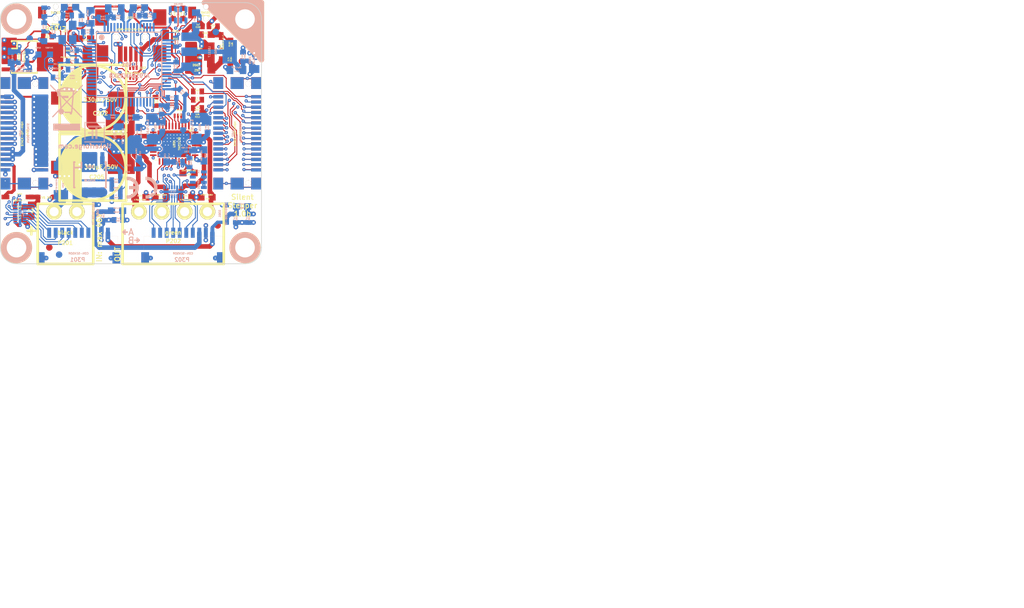
<source format=kicad_pcb>
(kicad_pcb (version 4) (host pcbnew 4.0.2+e4-6225~38~ubuntu15.10.1-stable)
  (title_block (title "Silent Stepper Brick") (date 2016-02-08) (rev 1.0) (company "Tinkerforge GmbH") (comment 1 "Licensed under CERN OHL v.1.1") (comment 2 "Copyright (©) 2016, B.Nordmeyer <bastian@tinkerforge.com>"))
  (layers (0 Vorderseite signal hide) (1 GND signal hide) (2 IN2.CU signal hide) (3 IN4.CU signal hide) (4 VCC signal hide) (31 Rückseite signal) (34 B.Paste user) (35 F.Paste user) (36 B.SilkS user) (37 F.SilkS user) (38 B.Mask user) (39 F.Mask user) (44 Edge.Cuts user))
  (net 0 "")
  (net 1 3V3)
  (net 2 BRICKLET-I2C-SCL)
  (net 3 BRICKLET-I2C-SDA)
  (net 4 BRICKLET-IO0_0/AD0)
  (net 5 BRICKLET-IO0_1)
  (net 6 BRICKLET-IO0_2/PWM0)
  (net 7 BRICKLET-IO0_3)
  (net 8 BRICKLET-IO1_0/AD1)
  (net 9 BRICKLET-IO1_1)
  (net 10 BRICKLET-IO1_2/PWM1)
  (net 11 BRICKLET-IO1_3)
  (net 12 PWR-DAC-VREF)
  (net 13 PWR-DIR)
  (net 14 PWR-ENABLE)
  (net 15 PWR-STEP)
  (net 16 PWR-VEXT)
  (net 17 PWR-VSTACK)
  (net 18 PWR-VSTACK-SW)
  (net 19 STACK-DETECT/JTAG-TMS)
  (net 20 STACK-I2C-SCL/JTAG-TDO)
  (net 21 STACK-I2C-SDA/JTAG-TDI)
  (net 22 STACK-INT)
  (net 23 STACK-PGND)
  (net 24 STACK-PVCC)
  (net 25 STACK-RESET)
  (net 26 STACK-SER-RXD)
  (net 27 STACK-SER-TXD)
  (net 28 STACK-SPI-MISO)
  (net 29 STACK-SPI-MOSI)
  (net 30 STACK-SPI-SCLK)
  (net 31 STACK-SPI-SELECT)
  (net 32 STACK-SYNC/JTAG-TCK)
  (net 33 USB-DETECT)
  (net 34 VSTACK)
  (net 35 VUSB)
  (net 36 XIN)
  (net 37 XOUT)
  (net 38 "Net-(C102-Pad1)")
  (net 39 "Net-(C203-Pad1)")
  (net 40 "Net-(C204-Pad1)")
  (net 41 "Net-(C207-Pad1)")
  (net 42 "Net-(C207-Pad2)")
  (net 43 "Net-(C208-Pad2)")
  (net 44 "Net-(C209-Pad2)")
  (net 45 "Net-(C217-Pad2)")
  (net 46 "Net-(C218-Pad2)")
  (net 47 "Net-(C303-Pad1)")
  (net 48 "Net-(C304-Pad1)")
  (net 49 "Net-(C403-Pad1)")
  (net 50 "Net-(C404-Pad1)")
  (net 51 "Net-(C509-Pad1)")
  (net 52 "Net-(C517-Pad1)")
  (net 53 "Net-(D101-Pad2)")
  (net 54 "Net-(D102-Pad2)")
  (net 55 "Net-(D201-Pad2)")
  (net 56 "Net-(D202-Pad1)")
  (net 57 "Net-(D203-Pad1)")
  (net 58 "Net-(D403-Pad2)")
  (net 59 "Net-(F101-Pad2)")
  (net 60 "Net-(FB102-Pad2)")
  (net 61 "Net-(FILTER301-Pad1)")
  (net 62 "Net-(FILTER301-Pad2)")
  (net 63 "Net-(FILTER301-Pad3)")
  (net 64 "Net-(FILTER301-Pad4)")
  (net 65 "Net-(FILTER301-Pad5)")
  (net 66 "Net-(FILTER301-Pad6)")
  (net 67 "Net-(FILTER301-Pad7)")
  (net 68 "Net-(FILTER302-Pad1)")
  (net 69 "Net-(FILTER302-Pad2)")
  (net 70 "Net-(FILTER302-Pad3)")
  (net 71 "Net-(FILTER302-Pad4)")
  (net 72 "Net-(FILTER302-Pad5)")
  (net 73 "Net-(FILTER302-Pad6)")
  (net 74 "Net-(FILTER302-Pad7)")
  (net 75 "Net-(J101-Pad3)")
  (net 76 "Net-(J101-Pad2)")
  (net 77 "Net-(J401-Pad29)")
  (net 78 "Net-(J401-Pad27)")
  (net 79 "Net-(J401-Pad25)")
  (net 80 "Net-(J401-Pad23)")
  (net 81 "Net-(J401-Pad21)")
  (net 82 "Net-(J401-Pad17)")
  (net 83 "Net-(J401-Pad15)")
  (net 84 "Net-(J401-Pad13)")
  (net 85 "Net-(J401-Pad7)")
  (net 86 "Net-(J401-Pad6)")
  (net 87 "Net-(J401-Pad8)")
  (net 88 "Net-(J401-Pad10)")
  (net 89 "Net-(J401-Pad12)")
  (net 90 "Net-(J401-Pad14)")
  (net 91 "Net-(J401-Pad16)")
  (net 92 "Net-(J401-Pad18)")
  (net 93 "Net-(J401-Pad22)")
  (net 94 "Net-(J401-Pad24)")
  (net 95 "Net-(J401-Pad30)")
  (net 96 "Net-(J403-Pad29)")
  (net 97 "Net-(J403-Pad30)")
  (net 98 "Net-(L101-Pad1)")
  (net 99 "Net-(L101-Pad2)")
  (net 100 "Net-(L101-Pad3)")
  (net 101 "Net-(L101-Pad4)")
  (net 102 "Net-(P201-Pad2)")
  (net 103 "Net-(Q202-PadG)")
  (net 104 "Net-(R101-Pad2)")
  (net 105 "Net-(R102-Pad2)")
  (net 106 "Net-(RP101-Pad5)")
  (net 107 "Net-(RP101-Pad8)")
  (net 108 "Net-(SW102-Pad1)")
  (net 109 PWR-DIAG1)
  (net 110 PWR-DIAG0)
  (net 111 "Net-(C516-Pad1)")
  (net 112 M4)
  (net 113 M3)
  (net 114 M2)
  (net 115 M1)
  (net 116 VEE)
  (net 117 "Net-(C201-Pad2)")
  (net 118 PWR-SW-3V3)
  (net 119 PWR-CS)
  (net 120 PWR-SDI)
  (net 121 PWR-SDO)
  (net 122 PWR-SCK)
  (net 123 PWR-CLK)
  (net 124 "Net-(RP201-Pad5)")
  (net 125 "Net-(RP201-Pad6)")
  (net 126 "Net-(RP201-Pad7)")
  (net 127 "Net-(RP201-Pad8)")
  (net 128 "Net-(R216-Pad2)")
  (net 129 "Net-(R105-Pad1)")
  (module kicad-libraries:QFN36_5X6 (layer Vorderseite) (at 153.35 94.4 270)
    (fp_text reference U201 (at 0 0 270) (layer F.SilkS) (effects (font (size 0.3 0.3) (thickness 0.075))))
    (fp_text value TMC2130 (at 0 -0.8 270) (layer F.SilkS) (effects (font (size 0.3 0.3) (thickness 0.075))))
    (pad 11 smd rect (at -1.74752 3.19786 90) (size 0.24892 0.99822) (layers Vorderseite F.Paste F.Mask) (net 23 STACK-PGND))
    (pad 12 smd rect (at -1.24968 3.19786 90) (size 0.24892 0.99822) (layers Vorderseite F.Paste F.Mask) (net 23 STACK-PGND))
    (pad 13 smd rect (at -0.7493 3.19786 90) (size 0.24892 0.99822) (layers Vorderseite F.Paste F.Mask) (net 115 M1))
    (pad 14 smd rect (at -0.24892 3.19786 90) (size 0.24892 0.99822) (layers Vorderseite F.Paste F.Mask) (net 45 "Net-(C217-Pad2)"))
    (pad 15 smd rect (at 0.24892 3.19786 90) (size 0.24892 0.99822) (layers Vorderseite F.Paste F.Mask) (net 114 M2))
    (pad 16 smd rect (at 0.7493 3.19786 90) (size 0.24892 0.99822) (layers Vorderseite F.Paste F.Mask) (net 116 VEE))
    (pad 17 smd rect (at 1.24968 3.19786 90) (size 0.24892 0.99822) (layers Vorderseite F.Paste F.Mask))
    (pad 18 smd rect (at 1.74752 3.19786 90) (size 0.24892 0.99822) (layers Vorderseite F.Paste F.Mask) (net 23 STACK-PGND))
    (pad 19 smd rect (at 2.69748 2.2479 180) (size 0.24892 0.99822) (layers Vorderseite F.Paste F.Mask))
    (pad 20 smd rect (at 2.69748 1.74752 180) (size 0.24892 0.99822) (layers Vorderseite F.Paste F.Mask) (net 110 PWR-DIAG0))
    (pad 21 smd rect (at 2.69748 1.24968 180) (size 0.24892 0.99822) (layers Vorderseite F.Paste F.Mask) (net 109 PWR-DIAG1))
    (pad 22 smd rect (at 2.69748 0.7493 180) (size 0.24892 0.99822) (layers Vorderseite F.Paste F.Mask) (net 14 PWR-ENABLE))
    (pad 23 smd rect (at 2.69748 0.24892 180) (size 0.24892 0.99822) (layers Vorderseite F.Paste F.Mask) (net 44 "Net-(C209-Pad2)"))
    (pad 24 smd rect (at 2.69748 -0.24892 180) (size 0.24892 0.99822) (layers Vorderseite F.Paste F.Mask) (net 23 STACK-PGND))
    (pad 25 smd rect (at 2.69748 -0.7493 180) (size 0.24892 0.99822) (layers Vorderseite F.Paste F.Mask) (net 40 "Net-(C204-Pad1)"))
    (pad 26 smd rect (at 2.69748 -1.24968 180) (size 0.24892 0.99822) (layers Vorderseite F.Paste F.Mask) (net 39 "Net-(C203-Pad1)"))
    (pad 27 smd rect (at 2.69748 -1.74752 180) (size 0.24892 0.99822) (layers Vorderseite F.Paste F.Mask) (net 41 "Net-(C207-Pad1)"))
    (pad 28 smd rect (at 2.69748 -2.2479 180) (size 0.24892 0.99822) (layers Vorderseite F.Paste F.Mask) (net 42 "Net-(C207-Pad2)"))
    (pad 29 smd rect (at 1.74752 -3.19786 270) (size 0.24892 0.99822) (layers Vorderseite F.Paste F.Mask) (net 43 "Net-(C208-Pad2)"))
    (pad 30 smd rect (at 1.24968 -3.19786 270) (size 0.24892 0.99822) (layers Vorderseite F.Paste F.Mask) (net 116 VEE))
    (pad 31 smd rect (at 0.7493 -3.19786 270) (size 0.24892 0.99822) (layers Vorderseite F.Paste F.Mask) (net 116 VEE))
    (pad 32 smd rect (at 0.24892 -3.19786 270) (size 0.24892 0.99822) (layers Vorderseite F.Paste F.Mask) (net 113 M3))
    (pad 33 smd rect (at -0.24892 -3.19786 270) (size 0.24892 0.99822) (layers Vorderseite F.Paste F.Mask) (net 46 "Net-(C218-Pad2)"))
    (pad 34 smd rect (at -0.7493 -3.19786 270) (size 0.24892 0.99822) (layers Vorderseite F.Paste F.Mask) (net 112 M4))
    (pad 35 smd rect (at -1.24968 -3.19786 270) (size 0.24892 0.99822) (layers Vorderseite F.Paste F.Mask) (net 23 STACK-PGND))
    (pad 36 smd rect (at -1.74752 -3.19786 270) (size 0.24892 0.99822) (layers Vorderseite F.Paste F.Mask) (net 23 STACK-PGND))
    (pad 1 smd rect (at -2.69748 -2.2479) (size 0.24892 0.99822) (layers Vorderseite F.Paste F.Mask) (net 123 PWR-CLK))
    (pad 2 smd rect (at -2.69748 -1.74752) (size 0.24892 0.99822) (layers Vorderseite F.Paste F.Mask) (net 127 "Net-(RP201-Pad8)"))
    (pad 3 smd rect (at -2.69748 -1.24968) (size 0.24892 0.99822) (layers Vorderseite F.Paste F.Mask) (net 126 "Net-(RP201-Pad7)"))
    (pad 4 smd rect (at -2.69748 -0.7493) (size 0.24892 0.99822) (layers Vorderseite F.Paste F.Mask) (net 125 "Net-(RP201-Pad6)"))
    (pad 5 smd rect (at -2.69748 -0.24892) (size 0.24892 0.99822) (layers Vorderseite F.Paste F.Mask) (net 124 "Net-(RP201-Pad5)"))
    (pad 6 smd rect (at -2.69748 0.24892) (size 0.24892 0.99822) (layers Vorderseite F.Paste F.Mask) (net 128 "Net-(R216-Pad2)"))
    (pad 7 smd rect (at -2.69748 0.7493) (size 0.24892 0.99822) (layers Vorderseite F.Paste F.Mask) (net 13 PWR-DIR))
    (pad 8 smd rect (at -2.69748 1.24968) (size 0.24892 0.99822) (layers Vorderseite F.Paste F.Mask) (net 117 "Net-(C201-Pad2)"))
    (pad 9 smd rect (at -2.69748 1.74752) (size 0.24892 0.99822) (layers Vorderseite F.Paste F.Mask))
    (pad 10 smd rect (at -2.69748 2.2479) (size 0.24892 0.99822) (layers Vorderseite F.Paste F.Mask) (net 117 "Net-(C201-Pad2)"))
    (pad EXP smd rect (at 0 0 270) (size 3.5 3.5) (layers Vorderseite F.Paste F.Mask) (net 23 STACK-PGND))
  )
  (module kicad-libraries:0603E (layer Rückseite) (at 155.3 95.375 180)
    (fp_text reference C211 (at 0.05 -0.225 180) (layer B.SilkS) (effects (font (size 0.2 0.2) (thickness 0.05)) (justify mirror)))
    (fp_text value 100nF/50V (at 0.05 0.375 180) (layer B.SilkS) (effects (font (size 0.2 0.2) (thickness 0.05)) (justify mirror)))
    (pad 1 smd rect (at -0.8501 0 180) (size 1.1 1) (layers Rückseite B.Paste B.Mask) (net 116 VEE))
    (pad 2 smd rect (at 0.8501 0 180) (size 1.1 1) (layers Rückseite B.Paste B.Mask) (net 23 STACK-PGND))
  )
  (module kicad-libraries:1206 (layer Rückseite) (at 149.95 91.85 270)
    (fp_text reference R214 (at 0 -0.5375 270) (layer B.SilkS) (effects (font (size 0.3 0.3) (thickness 0.075)) (justify mirror)))
    (fp_text value 0.12/0.5W (at 0 0.65 270) (layer B.SilkS) (effects (font (size 0.3 0.3) (thickness 0.075)) (justify mirror)))
    (pad 1 smd rect (at -1.50114 0 270) (size 1.00076 1.6002) (layers Rückseite B.Paste B.Mask) (net 23 STACK-PGND))
    (pad 2 smd rect (at 1.50114 0 270) (size 1.00076 1.6002) (layers Rückseite B.Paste B.Mask) (net 45 "Net-(C217-Pad2)"))
  )
  (module kicad-libraries:1206 (layer Rückseite) (at 156.75 91.85 270)
    (fp_text reference R215 (at 0 -0.5375 270) (layer B.SilkS) (effects (font (size 0.3 0.3) (thickness 0.075)) (justify mirror)))
    (fp_text value 0.12/0.5W (at 0 0.65 270) (layer B.SilkS) (effects (font (size 0.3 0.3) (thickness 0.075)) (justify mirror)))
    (pad 1 smd rect (at -1.50114 0 270) (size 1.00076 1.6002) (layers Rückseite B.Paste B.Mask) (net 23 STACK-PGND))
    (pad 2 smd rect (at 1.50114 0 270) (size 1.00076 1.6002) (layers Rückseite B.Paste B.Mask) (net 46 "Net-(C218-Pad2)"))
  )
  (module kicad-libraries:1206 (layer Vorderseite) (at 153.55 77.725 180)
    (fp_text reference F101 (at 0 0.5375 180) (layer F.SilkS) (effects (font (size 0.3 0.3) (thickness 0.075))))
    (fp_text value PTC (at 0 -0.65 180) (layer F.SilkS) (effects (font (size 0.3 0.3) (thickness 0.075))))
    (pad 1 smd rect (at -1.50114 0 180) (size 1.00076 1.6002) (layers Vorderseite F.Paste F.Mask) (net 38 "Net-(C102-Pad1)"))
    (pad 2 smd rect (at 1.50114 0 180) (size 1.00076 1.6002) (layers Vorderseite F.Paste F.Mask) (net 59 "Net-(F101-Pad2)"))
  )
  (module kicad-libraries:1206 (layer Rückseite) (at 144.825 93.25 90)
    (fp_text reference C215 (at 0 -0.5375 90) (layer B.SilkS) (effects (font (size 0.3 0.3) (thickness 0.075)) (justify mirror)))
    (fp_text value 4.7µF/50V (at 0 0.65 90) (layer B.SilkS) (effects (font (size 0.3 0.3) (thickness 0.075)) (justify mirror)))
    (pad 1 smd rect (at -1.50114 0 90) (size 1.00076 1.6002) (layers Rückseite B.Paste B.Mask) (net 116 VEE))
    (pad 2 smd rect (at 1.50114 0 90) (size 1.00076 1.6002) (layers Rückseite B.Paste B.Mask) (net 23 STACK-PGND))
  )
  (module kicad-libraries:ELKO_103 (layer Vorderseite) (at 140.9 87.4)
    (fp_text reference C202 (at 1.15 2.35) (layer F.SilkS) (effects (font (size 0.59944 0.59944) (thickness 0.12446))))
    (fp_text value 330µF/50V (at 1.15 0.25) (layer F.SilkS) (effects (font (size 0.59944 0.59944) (thickness 0.12446))))
    (pad 2 smd rect (at -4.35102 0) (size 4.09956 1.99898) (layers Vorderseite F.Paste F.Mask) (net 23 STACK-PGND))
    (pad 1 smd rect (at 4.35102 0) (size 4.09956 1.99898) (layers Vorderseite F.Paste F.Mask) (net 116 VEE))
  )
  (module kicad-libraries:ELKO_103 (layer Vorderseite) (at 140.9 98)
    (fp_text reference C205 (at 0.6 1.5) (layer F.SilkS) (effects (font (size 0.59944 0.59944) (thickness 0.12446))))
    (fp_text value 330µF/50V (at 1.25 -0.05) (layer F.SilkS) (effects (font (size 0.59944 0.59944) (thickness 0.12446))))
    (pad 2 smd rect (at -4.35102 0) (size 4.09956 1.99898) (layers Vorderseite F.Paste F.Mask) (net 23 STACK-PGND))
    (pad 1 smd rect (at 4.35102 0) (size 4.09956 1.99898) (layers Vorderseite F.Paste F.Mask) (net 116 VEE))
  )
  (module kicad-libraries:3528-21 (layer Vorderseite) (at 157.325 80.275 180)
    (fp_text reference C501 (at 0.025 0.5 180) (layer F.SilkS) (effects (font (size 0.2 0.2) (thickness 0.05))))
    (fp_text value 100µF (at 0.025 -0.9 180) (layer F.SilkS) (effects (font (size 0.2 0.2) (thickness 0.05))))
    (pad 1 smd rect (at -1.40048 0 180) (size 1.59954 2.79908) (layers Vorderseite F.Paste F.Mask) (net 34 VSTACK) (clearance 0.14986))
    (pad 2 smd rect (at 1.40048 0 180) (size 1.59954 2.79908) (layers Vorderseite F.Paste F.Mask) (net 23 STACK-PGND) (clearance 0.14986))
  )
  (module kicad-libraries:0805 (layer Rückseite) (at 144.25 73.65 180)
    (fp_text reference C502 (at 0 -0.2 180) (layer B.SilkS) (effects (font (size 0.2 0.2) (thickness 0.05)) (justify mirror)))
    (fp_text value 10µF (at 0 0.4 180) (layer B.SilkS) (effects (font (size 0.2 0.2) (thickness 0.05)) (justify mirror)))
    (pad 1 smd rect (at -1.00076 0 180) (size 1.00076 1.24968) (layers Rückseite B.Paste B.Mask) (net 1 3V3) (clearance 0.14986))
    (pad 2 smd rect (at 1.00076 0 180) (size 1.00076 1.24968) (layers Rückseite B.Paste B.Mask) (net 23 STACK-PGND) (clearance 0.14986))
  )
  (module kicad-libraries:0805 (layer Rückseite) (at 156.7 75.3 90)
    (fp_text reference C504 (at 0 -0.2 90) (layer B.SilkS) (effects (font (size 0.2 0.2) (thickness 0.05)) (justify mirror)))
    (fp_text value 10µF (at 0 0.4 90) (layer B.SilkS) (effects (font (size 0.2 0.2) (thickness 0.05)) (justify mirror)))
    (pad 1 smd rect (at -1.00076 0 90) (size 1.00076 1.24968) (layers Rückseite B.Paste B.Mask) (net 34 VSTACK) (clearance 0.14986))
    (pad 2 smd rect (at 1.00076 0 90) (size 1.00076 1.24968) (layers Rückseite B.Paste B.Mask) (net 23 STACK-PGND) (clearance 0.14986))
  )
  (module kicad-libraries:SOD-123 (layer Rückseite) (at 145.9 98.25 180)
    (fp_text reference D201 (at -0.3 -0.46 180) (layer B.SilkS) (effects (font (size 0.2 0.2) (thickness 0.05)) (justify mirror)))
    (fp_text value Z12V (at -0.5 0.54 180) (layer B.SilkS) (effects (font (size 0.2 0.2) (thickness 0.05)) (justify mirror)))
    (pad 1 smd rect (at -1.84912 0 180) (size 1.19888 0.70104) (layers Rückseite B.Paste B.Mask) (net 23 STACK-PGND) (clearance 0.14986))
    (pad 2 smd rect (at 1.84912 0 180) (size 1.19888 0.70104) (layers Rückseite B.Paste B.Mask) (net 55 "Net-(D201-Pad2)") (clearance 0.14986))
  )
  (module kicad-libraries:SOD-128 (layer Vorderseite) (at 137.85 80.475 180)
    (fp_text reference D202 (at 0.75 0.325 180) (layer F.SilkS) (effects (font (size 0.2 0.2) (thickness 0.05))))
    (fp_text value PMEG6045ETPX (at 0.75 -0.675 180) (layer F.SilkS) (effects (font (size 0.2 0.2) (thickness 0.05))))
    (pad 2 smd rect (at -2.19964 0 180) (size 1.39954 2.19964) (layers Vorderseite F.Paste F.Mask) (net 116 VEE))
    (pad 1 smd rect (at 2.19964 0 180) (size 1.39954 2.19964) (layers Vorderseite F.Paste F.Mask) (net 56 "Net-(D202-Pad1)"))
  )
  (module kicad-libraries:SOD-128 (layer Rückseite) (at 136 100 270)
    (fp_text reference D203 (at 0.75 -0.325 270) (layer B.SilkS) (effects (font (size 0.2 0.2) (thickness 0.05)) (justify mirror)))
    (fp_text value PMEG6045ETPX (at 0.75 0.675 270) (layer B.SilkS) (effects (font (size 0.2 0.2) (thickness 0.05)) (justify mirror)))
    (pad 2 smd rect (at -2.19964 0 270) (size 1.39954 2.19964) (layers Rückseite B.Paste B.Mask) (net 116 VEE))
    (pad 1 smd rect (at 2.19964 0 270) (size 1.39954 2.19964) (layers Rückseite B.Paste B.Mask) (net 57 "Net-(D203-Pad1)"))
  )
  (module kicad-libraries:SOD-323 (layer Rückseite) (at 161.4 105.1 270)
    (fp_text reference D301 (at 0 1.04902 270) (layer B.SilkS) (effects (font (size 0.29972 0.29972) (thickness 0.0762)) (justify mirror)))
    (fp_text value ESD5V0D3B-TP (at 0.0508 0.09906 270) (layer B.SilkS) (effects (font (size 0.29972 0.29972) (thickness 0.0762)) (justify mirror)))
    (pad 1 smd rect (at -1.3208 0 270) (size 0.762 0.6858) (layers Rückseite B.Paste B.Mask) (net 23 STACK-PGND))
    (pad 2 smd rect (at 1.3208 0 270) (size 0.762 0.6858) (layers Rückseite B.Paste B.Mask) (net 47 "Net-(C303-Pad1)"))
  )
  (module kicad-libraries:SOD-323 (layer Rückseite) (at 141.1 105.05 270)
    (fp_text reference D302 (at -0.1 -0.55 270) (layer B.SilkS) (effects (font (size 0.29972 0.29972) (thickness 0.0762)) (justify mirror)))
    (fp_text value ESD3V3D3B-TP (at 0.0508 0.09906 270) (layer B.SilkS) (effects (font (size 0.29972 0.29972) (thickness 0.0762)) (justify mirror)))
    (pad 1 smd rect (at -1.3208 0 270) (size 0.762 0.6858) (layers Rückseite B.Paste B.Mask) (net 23 STACK-PGND))
    (pad 2 smd rect (at 1.3208 0 270) (size 0.762 0.6858) (layers Rückseite B.Paste B.Mask) (net 48 "Net-(C304-Pad1)"))
  )
  (module kicad-libraries:SOD-323 (layer Vorderseite) (at 133.8 102.55 180)
    (fp_text reference D401 (at 0 -1.04902 180) (layer F.SilkS) (effects (font (size 0.29972 0.29972) (thickness 0.0762))))
    (fp_text value "TVS 3V3" (at 0.0508 -0.09906 180) (layer F.SilkS) (effects (font (size 0.29972 0.29972) (thickness 0.0762))))
    (pad 1 smd rect (at -1.3208 0 180) (size 0.762 0.6858) (layers Vorderseite F.Paste F.Mask) (net 23 STACK-PGND))
    (pad 2 smd rect (at 1.3208 0 180) (size 0.762 0.6858) (layers Vorderseite F.Paste F.Mask) (net 49 "Net-(C403-Pad1)"))
  )
  (module kicad-libraries:SOD-323 (layer Rückseite) (at 129.9 83.25 180)
    (fp_text reference D402 (at -0.025 0.475 180) (layer B.SilkS) (effects (font (size 0.29972 0.29972) (thickness 0.0762)) (justify mirror)))
    (fp_text value ESD5V0D3B-TP (at 0.05 -0.05 180) (layer B.SilkS) (effects (font (size 0.29972 0.29972) (thickness 0.0762)) (justify mirror)))
    (pad 1 smd rect (at -1.3208 0 180) (size 0.762 0.6858) (layers Rückseite B.Paste B.Mask) (net 23 STACK-PGND))
    (pad 2 smd rect (at 1.3208 0 180) (size 0.762 0.6858) (layers Rückseite B.Paste B.Mask) (net 50 "Net-(C404-Pad1)"))
  )
  (module kicad-libraries:SOD-123 (layer Vorderseite) (at 129.35 102.55 180)
    (fp_text reference D403 (at -0.3 0.46 180) (layer F.SilkS) (effects (font (size 0.2 0.2) (thickness 0.05))))
    (fp_text value B0520LW-7-F (at -0.5 -0.54 180) (layer F.SilkS) (effects (font (size 0.2 0.2) (thickness 0.05))))
    (pad 1 smd rect (at -1.84912 0 180) (size 1.19888 0.70104) (layers Vorderseite F.Paste F.Mask) (net 49 "Net-(C403-Pad1)") (clearance 0.14986))
    (pad 2 smd rect (at 1.84912 0 180) (size 1.19888 0.70104) (layers Vorderseite F.Paste F.Mask) (net 58 "Net-(D403-Pad2)") (clearance 0.14986))
  )
  (module kicad-libraries:SOD-123 (layer Vorderseite) (at 160.55 79.75 270)
    (fp_text reference D501 (at -0.2 0.1 270) (layer F.SilkS) (effects (font (size 0.2 0.2) (thickness 0.05))))
    (fp_text value B0520LW-7-F (at -0.9 -0.3 270) (layer F.SilkS) (effects (font (size 0.2 0.2) (thickness 0.05))))
    (pad 1 smd rect (at -1.84912 0 270) (size 1.19888 0.70104) (layers Vorderseite F.Paste F.Mask) (net 35 VUSB) (clearance 0.14986))
    (pad 2 smd rect (at 1.84912 0 270) (size 1.19888 0.70104) (layers Vorderseite F.Paste F.Mask) (net 34 VSTACK) (clearance 0.14986))
  )
  (module kicad-libraries:DFN16-33x135 (layer Rückseite) (at 129.75 105.1 90)
    (fp_text reference FILTER301 (at 0 0.5 90) (layer B.SilkS) (effects (font (size 0.127 0.127) (thickness 0.03175)) (justify mirror)))
    (fp_text value Filter-8x (at 0 0 90) (layer B.SilkS) (effects (font (size 0.127 0.127) (thickness 0.03175)) (justify mirror)))
    (pad 1 smd rect (at 1.4 0.675 90) (size 0.25 0.6) (layers Rückseite B.Paste B.Mask) (net 61 "Net-(FILTER301-Pad1)"))
    (pad 2 smd rect (at 1 0.675 90) (size 0.25 0.6) (layers Rückseite B.Paste B.Mask) (net 62 "Net-(FILTER301-Pad2)"))
    (pad 3 smd rect (at 0.6 0.675 90) (size 0.25 0.6) (layers Rückseite B.Paste B.Mask) (net 63 "Net-(FILTER301-Pad3)"))
    (pad 4 smd rect (at 0.2 0.675 90) (size 0.25 0.6) (layers Rückseite B.Paste B.Mask) (net 64 "Net-(FILTER301-Pad4)"))
    (pad 5 smd rect (at -0.2 0.675 90) (size 0.25 0.6) (layers Rückseite B.Paste B.Mask) (net 65 "Net-(FILTER301-Pad5)"))
    (pad 6 smd rect (at -0.6 0.675 90) (size 0.25 0.6) (layers Rückseite B.Paste B.Mask) (net 66 "Net-(FILTER301-Pad6)"))
    (pad 7 smd rect (at -1 0.675 90) (size 0.25 0.6) (layers Rückseite B.Paste B.Mask) (net 67 "Net-(FILTER301-Pad7)"))
    (pad 8 smd rect (at -1.4 0.675 90) (size 0.25 0.6) (layers Rückseite B.Paste B.Mask))
    (pad 9 smd rect (at -1.4 -0.675 90) (size 0.25 0.6) (layers Rückseite B.Paste B.Mask))
    (pad 10 smd rect (at -1 -0.675 90) (size 0.25 0.6) (layers Rückseite B.Paste B.Mask) (net 4 BRICKLET-IO0_0/AD0))
    (pad 11 smd rect (at -0.6 -0.675 90) (size 0.25 0.6) (layers Rückseite B.Paste B.Mask) (net 5 BRICKLET-IO0_1))
    (pad 12 smd rect (at -0.2 -0.675 90) (size 0.25 0.6) (layers Rückseite B.Paste B.Mask) (net 6 BRICKLET-IO0_2/PWM0))
    (pad 13 smd rect (at 0.2 -0.675 90) (size 0.25 0.6) (layers Rückseite B.Paste B.Mask) (net 7 BRICKLET-IO0_3))
    (pad 14 smd rect (at 0.6 -0.675 90) (size 0.25 0.6) (layers Rückseite B.Paste B.Mask) (net 1 3V3))
    (pad 15 smd rect (at 1 -0.675 90) (size 0.25 0.6) (layers Rückseite B.Paste B.Mask) (net 3 BRICKLET-I2C-SDA))
    (pad 16 smd rect (at 1.4 -0.675 90) (size 0.25 0.6) (layers Rückseite B.Paste B.Mask) (net 2 BRICKLET-I2C-SCL))
    (pad EXP smd rect (at 0 0 90) (size 2.8 0.4) (layers Rückseite B.Paste B.Mask) (net 23 STACK-PGND))
  )
  (module kicad-libraries:DFN16-33x135 (layer Rückseite) (at 153.2 101.75)
    (fp_text reference FILTER302 (at 0 0.5) (layer B.SilkS) (effects (font (size 0.127 0.127) (thickness 0.03175)) (justify mirror)))
    (fp_text value Filter-8x (at 0 0) (layer B.SilkS) (effects (font (size 0.127 0.127) (thickness 0.03175)) (justify mirror)))
    (pad 1 smd rect (at 1.4 0.675) (size 0.25 0.6) (layers Rückseite B.Paste B.Mask) (net 68 "Net-(FILTER302-Pad1)"))
    (pad 2 smd rect (at 1 0.675) (size 0.25 0.6) (layers Rückseite B.Paste B.Mask) (net 69 "Net-(FILTER302-Pad2)"))
    (pad 3 smd rect (at 0.6 0.675) (size 0.25 0.6) (layers Rückseite B.Paste B.Mask) (net 70 "Net-(FILTER302-Pad3)"))
    (pad 4 smd rect (at 0.2 0.675) (size 0.25 0.6) (layers Rückseite B.Paste B.Mask) (net 71 "Net-(FILTER302-Pad4)"))
    (pad 5 smd rect (at -0.2 0.675) (size 0.25 0.6) (layers Rückseite B.Paste B.Mask) (net 72 "Net-(FILTER302-Pad5)"))
    (pad 6 smd rect (at -0.6 0.675) (size 0.25 0.6) (layers Rückseite B.Paste B.Mask) (net 73 "Net-(FILTER302-Pad6)"))
    (pad 7 smd rect (at -1 0.675) (size 0.25 0.6) (layers Rückseite B.Paste B.Mask) (net 74 "Net-(FILTER302-Pad7)"))
    (pad 8 smd rect (at -1.4 0.675) (size 0.25 0.6) (layers Rückseite B.Paste B.Mask))
    (pad 9 smd rect (at -1.4 -0.675) (size 0.25 0.6) (layers Rückseite B.Paste B.Mask))
    (pad 10 smd rect (at -1 -0.675) (size 0.25 0.6) (layers Rückseite B.Paste B.Mask) (net 11 BRICKLET-IO1_3))
    (pad 11 smd rect (at -0.6 -0.675) (size 0.25 0.6) (layers Rückseite B.Paste B.Mask) (net 10 BRICKLET-IO1_2/PWM1))
    (pad 12 smd rect (at -0.2 -0.675) (size 0.25 0.6) (layers Rückseite B.Paste B.Mask) (net 9 BRICKLET-IO1_1))
    (pad 13 smd rect (at 0.2 -0.675) (size 0.25 0.6) (layers Rückseite B.Paste B.Mask) (net 8 BRICKLET-IO1_0/AD1))
    (pad 14 smd rect (at 0.6 -0.675) (size 0.25 0.6) (layers Rückseite B.Paste B.Mask) (net 23 STACK-PGND))
    (pad 15 smd rect (at 1 -0.675) (size 0.25 0.6) (layers Rückseite B.Paste B.Mask) (net 3 BRICKLET-I2C-SDA))
    (pad 16 smd rect (at 1.4 -0.675) (size 0.25 0.6) (layers Rückseite B.Paste B.Mask) (net 2 BRICKLET-I2C-SCL))
    (pad EXP smd rect (at 0 0) (size 2.8 0.4) (layers Rückseite B.Paste B.Mask) (net 23 STACK-PGND))
  )
  (module kicad-libraries:USB-MINI-B-SMD (layer Vorderseite) (at 146.7 72.8)
    (fp_text reference J101 (at -0.0891 2.275) (layer F.SilkS) (effects (font (size 0.29972 0.29972) (thickness 0.0762))))
    (fp_text value USB-MINI-B-SMD (at -0.0891 4.075) (layer F.SilkS) (effects (font (size 0.29972 0.29972) (thickness 0.0762))))
    (pad "" smd rect (at 4.45008 2.25044) (size 1.99898 2.49936) (layers Vorderseite F.Paste F.Mask) (clearance 0.14986))
    (pad "" smd rect (at 4.45008 7.74954) (size 1.99898 2.49936) (layers Vorderseite F.Paste F.Mask))
    (pad 6 smd rect (at -4.45008 7.74954) (size 1.99898 2.49936) (layers Vorderseite F.Paste F.Mask) (net 60 "Net-(FB102-Pad2)"))
    (pad "" smd rect (at -4.45008 2.25044) (size 1.99898 2.49936) (layers Vorderseite F.Paste F.Mask))
    (pad "" thru_hole circle (at 2.19964 5.25018) (size 0.90932 0.90932) (drill 0.89916) (layers *.Cu *.Mask F.SilkS) (clearance 0.14986))
    (pad "" thru_hole circle (at -2.19964 5.25018) (size 0.90932 0.90932) (drill 0.89916) (layers *.Cu *.Mask F.SilkS) (clearance 0.14986))
    (pad 5 smd rect (at -1.6002 7.85114) (size 0.50038 2.30124) (layers Vorderseite F.Paste F.Mask) (net 23 STACK-PGND) (clearance 0.14986))
    (pad 4 smd rect (at -0.8001 7.85114) (size 0.50038 2.30124) (layers Vorderseite F.Paste F.Mask) (clearance 0.14986))
    (pad 3 smd rect (at 0 7.85114) (size 0.50038 2.30124) (layers Vorderseite F.Paste F.Mask) (net 75 "Net-(J101-Pad3)") (clearance 0.14986))
    (pad 2 smd rect (at 0.8001 7.85114) (size 0.50038 2.30124) (layers Vorderseite F.Paste F.Mask) (net 76 "Net-(J101-Pad2)") (clearance 0.14986))
    (pad 1 smd rect (at 1.6002 7.85114) (size 0.50038 2.30124) (layers Vorderseite F.Paste F.Mask) (net 59 "Net-(F101-Pad2)") (clearance 0.14986))
  )
  (module kicad-libraries:DRILL_NP (layer Vorderseite) (at 129.2 110.3)
    (fp_text reference J102 hide)
    (fp_text value DRILL hide)
    (pad "" np_thru_hole circle (at 0 0) (size 2.99974 2.99974) (drill 2.99974) (layers *.Cu *.Mask F.SilkS) (clearance 0.89916))
  )
  (module kicad-libraries:DRILL_NP (layer Vorderseite) (at 164.2 75.3)
    (fp_text reference J103 hide)
    (fp_text value DRILL hide)
    (pad "" np_thru_hole circle (at 0 0) (size 2.99974 2.99974) (drill 2.99974) (layers *.Cu *.Mask F.SilkS) (clearance 0.89916))
  )
  (module kicad-libraries:DRILL_NP (layer Vorderseite) (at 129.2 75.3)
    (fp_text reference J104 hide)
    (fp_text value DRILL hide)
    (pad "" np_thru_hole circle (at 0 0) (size 2.99974 2.99974) (drill 2.99974) (layers *.Cu *.Mask F.SilkS) (clearance 0.89916))
  )
  (module kicad-libraries:DRILL_NP (layer Vorderseite) (at 164.2 110.3)
    (fp_text reference J105 hide)
    (fp_text value DRILL hide)
    (pad "" np_thru_hole circle (at 0 0) (size 2.99974 2.99974) (drill 2.99974) (layers *.Cu *.Mask F.SilkS) (clearance 0.89916))
  )
  (module kicad-libraries:BTB08-ACS-TOP (layer Vorderseite) (at 163 92.8 90)
    (fp_text reference J401 (at 0.025 0.475 90) (layer F.SilkS) (effects (font (size 0.3 0.3) (thickness 0.075))))
    (fp_text value STACK-UP-HIGH (at -0.075 -0.325 90) (layer F.SilkS) (effects (font (size 0.3 0.3) (thickness 0.075))))
    (pad 29 smd rect (at -5.59816 2.89814 270) (size 0.49784 1.4986) (layers Vorderseite F.Paste F.Mask) (net 77 "Net-(J401-Pad29)"))
    (pad 27 smd rect (at -4.79806 2.89814 270) (size 0.49784 1.4986) (layers Vorderseite F.Paste F.Mask) (net 78 "Net-(J401-Pad27)"))
    (pad 25 smd rect (at -3.99796 2.89814 270) (size 0.49784 1.4986) (layers Vorderseite F.Paste F.Mask) (net 79 "Net-(J401-Pad25)"))
    (pad 23 smd rect (at -3.19786 2.89814 270) (size 0.49784 1.4986) (layers Vorderseite F.Paste F.Mask) (net 80 "Net-(J401-Pad23)"))
    (pad 21 smd rect (at -2.39776 2.89814 270) (size 0.49784 1.4986) (layers Vorderseite F.Paste F.Mask) (net 81 "Net-(J401-Pad21)"))
    (pad 19 smd rect (at -1.59766 2.89814 270) (size 0.49784 1.4986) (layers Vorderseite F.Paste F.Mask) (net 22 STACK-INT))
    (pad 17 smd rect (at -0.79756 2.89814 270) (size 0.49784 1.4986) (layers Vorderseite F.Paste F.Mask) (net 82 "Net-(J401-Pad17)"))
    (pad 15 smd rect (at 0 2.89814 270) (size 0.49784 1.4986) (layers Vorderseite F.Paste F.Mask) (net 83 "Net-(J401-Pad15)"))
    (pad 13 smd rect (at 0.79756 2.89814 270) (size 0.49784 1.4986) (layers Vorderseite F.Paste F.Mask) (net 84 "Net-(J401-Pad13)"))
    (pad 11 smd rect (at 1.59766 2.89814 270) (size 0.49784 1.4986) (layers Vorderseite F.Paste F.Mask) (net 32 STACK-SYNC/JTAG-TCK))
    (pad 9 smd rect (at 2.39776 2.89814 270) (size 0.49784 1.4986) (layers Vorderseite F.Paste F.Mask) (net 19 STACK-DETECT/JTAG-TMS))
    (pad 7 smd rect (at 3.19786 2.89814 270) (size 0.49784 1.4986) (layers Vorderseite F.Paste F.Mask) (net 85 "Net-(J401-Pad7)"))
    (pad 5 smd rect (at 3.99796 2.89814 270) (size 0.49784 1.4986) (layers Vorderseite F.Paste F.Mask) (net 30 STACK-SPI-SCLK))
    (pad 3 smd rect (at 4.79806 2.89814 270) (size 0.49784 1.4986) (layers Vorderseite F.Paste F.Mask) (net 29 STACK-SPI-MOSI))
    (pad 1 smd rect (at 5.59816 2.89814 270) (size 0.49784 1.4986) (layers Vorderseite F.Paste F.Mask) (net 28 STACK-SPI-MISO))
    (pad 2 smd rect (at 5.59816 -2.89814 90) (size 0.49784 1.4986) (layers Vorderseite F.Paste F.Mask) (net 21 STACK-I2C-SDA/JTAG-TDI))
    (pad 4 smd rect (at 4.79806 -2.89814 90) (size 0.49784 1.4986) (layers Vorderseite F.Paste F.Mask) (net 20 STACK-I2C-SCL/JTAG-TDO))
    (pad 6 smd rect (at 3.99796 -2.89814 90) (size 0.49784 1.4986) (layers Vorderseite F.Paste F.Mask) (net 86 "Net-(J401-Pad6)"))
    (pad 8 smd rect (at 3.19786 -2.89814 90) (size 0.49784 1.4986) (layers Vorderseite F.Paste F.Mask) (net 87 "Net-(J401-Pad8)"))
    (pad 10 smd rect (at 2.39776 -2.89814 90) (size 0.49784 1.4986) (layers Vorderseite F.Paste F.Mask) (net 88 "Net-(J401-Pad10)"))
    (pad 12 smd rect (at 1.59766 -2.89814 90) (size 0.49784 1.4986) (layers Vorderseite F.Paste F.Mask) (net 89 "Net-(J401-Pad12)"))
    (pad 14 smd rect (at 0.79756 -2.89814 90) (size 0.49784 1.4986) (layers Vorderseite F.Paste F.Mask) (net 90 "Net-(J401-Pad14)"))
    (pad 16 smd rect (at 0 -2.89814 90) (size 0.49784 1.4986) (layers Vorderseite F.Paste F.Mask) (net 91 "Net-(J401-Pad16)"))
    (pad 18 smd rect (at -0.79756 -2.89814 90) (size 0.49784 1.4986) (layers Vorderseite F.Paste F.Mask) (net 92 "Net-(J401-Pad18)"))
    (pad 20 smd rect (at -1.59766 -2.89814 90) (size 0.49784 1.4986) (layers Vorderseite F.Paste F.Mask) (net 1 3V3))
    (pad 22 smd rect (at -2.39776 -2.89814 90) (size 0.49784 1.4986) (layers Vorderseite F.Paste F.Mask) (net 93 "Net-(J401-Pad22)"))
    (pad 24 smd rect (at -3.19786 -2.89814 90) (size 0.49784 1.4986) (layers Vorderseite F.Paste F.Mask) (net 94 "Net-(J401-Pad24)"))
    (pad 26 smd rect (at -3.99796 -2.89814 90) (size 0.49784 1.4986) (layers Vorderseite F.Paste F.Mask) (net 26 STACK-SER-RXD))
    (pad 28 smd rect (at -4.79806 -2.89814 90) (size 0.49784 1.4986) (layers Vorderseite F.Paste F.Mask) (net 27 STACK-SER-TXD))
    (pad 30 smd rect (at -5.59816 -2.89814 90) (size 0.49784 1.4986) (layers Vorderseite F.Paste F.Mask) (net 95 "Net-(J401-Pad30)"))
    (pad EP smd rect (at 7.69874 -2.90068 90) (size 1.80086 1.50114) (layers Vorderseite F.Paste F.Mask) (net 23 STACK-PGND))
    (pad EP smd rect (at 7.69874 2.90068 90) (size 1.80086 1.50114) (layers Vorderseite F.Paste F.Mask) (net 23 STACK-PGND))
    (pad EP smd rect (at -7.69874 2.90068 90) (size 1.80086 1.50114) (layers Vorderseite F.Paste F.Mask) (net 23 STACK-PGND))
    (pad EP smd rect (at -7.69874 -2.90068 90) (size 1.80086 1.50114) (layers Vorderseite F.Paste F.Mask) (net 23 STACK-PGND))
    (pad EP smd rect (at 7.69874 0 90) (size 1.80086 1.99898) (layers Vorderseite F.Paste F.Mask) (net 23 STACK-PGND))
    (pad EP smd rect (at -7.69874 0 90) (size 1.80086 1.99898) (layers Vorderseite F.Paste F.Mask) (net 23 STACK-PGND))
    (pad "" thru_hole circle (at 7.59968 1.69926 90) (size 0.8001 0.8001) (drill 0.8001) (layers *.Cu *.Mask F.SilkS))
    (pad "" thru_hole circle (at -7.59968 1.69926 90) (size 0.8001 0.8001) (drill 0.8001) (layers *.Cu *.Mask F.SilkS))
  )
  (module kicad-libraries:BTB08-ACS-BTM (layer Rückseite) (at 163 92.8 270)
    (fp_text reference J402 (at -0.025 0.625 270) (layer B.SilkS) (effects (font (size 0.3 0.3) (thickness 0.075)) (justify mirror)))
    (fp_text value STACK-DOWN (at -0.025 -0.575 270) (layer B.SilkS) (effects (font (size 0.3 0.3) (thickness 0.075)) (justify mirror)))
    (pad 1 smd rect (at -5.59816 -2.89814 90) (size 0.49784 1.4986) (layers Rückseite B.Paste B.Mask) (net 28 STACK-SPI-MISO))
    (pad 3 smd rect (at -4.79806 -2.89814 90) (size 0.49784 1.4986) (layers Rückseite B.Paste B.Mask) (net 29 STACK-SPI-MOSI))
    (pad 5 smd rect (at -3.99796 -2.89814 90) (size 0.49784 1.4986) (layers Rückseite B.Paste B.Mask) (net 30 STACK-SPI-SCLK))
    (pad 7 smd rect (at -3.19786 -2.89814 90) (size 0.49784 1.4986) (layers Rückseite B.Paste B.Mask) (net 85 "Net-(J401-Pad7)"))
    (pad 9 smd rect (at -2.39776 -2.89814 90) (size 0.49784 1.4986) (layers Rückseite B.Paste B.Mask) (net 19 STACK-DETECT/JTAG-TMS))
    (pad 11 smd rect (at -1.59766 -2.89814 90) (size 0.49784 1.4986) (layers Rückseite B.Paste B.Mask) (net 32 STACK-SYNC/JTAG-TCK))
    (pad 13 smd rect (at -0.79756 -2.89814 90) (size 0.49784 1.4986) (layers Rückseite B.Paste B.Mask) (net 84 "Net-(J401-Pad13)"))
    (pad 15 smd rect (at 0 -2.89814 90) (size 0.49784 1.4986) (layers Rückseite B.Paste B.Mask) (net 83 "Net-(J401-Pad15)"))
    (pad 17 smd rect (at 0.79756 -2.89814 90) (size 0.49784 1.4986) (layers Rückseite B.Paste B.Mask) (net 82 "Net-(J401-Pad17)"))
    (pad 19 smd rect (at 1.59766 -2.89814 90) (size 0.49784 1.4986) (layers Rückseite B.Paste B.Mask) (net 22 STACK-INT))
    (pad 21 smd rect (at 2.39776 -2.89814 90) (size 0.49784 1.4986) (layers Rückseite B.Paste B.Mask) (net 81 "Net-(J401-Pad21)"))
    (pad 23 smd rect (at 3.19786 -2.89814 90) (size 0.49784 1.4986) (layers Rückseite B.Paste B.Mask) (net 80 "Net-(J401-Pad23)"))
    (pad 25 smd rect (at 3.99796 -2.89814 90) (size 0.49784 1.4986) (layers Rückseite B.Paste B.Mask) (net 79 "Net-(J401-Pad25)"))
    (pad 27 smd rect (at 4.79806 -2.89814 90) (size 0.49784 1.4986) (layers Rückseite B.Paste B.Mask) (net 78 "Net-(J401-Pad27)"))
    (pad 29 smd rect (at 5.59816 -2.89814 90) (size 0.49784 1.4986) (layers Rückseite B.Paste B.Mask) (net 77 "Net-(J401-Pad29)"))
    (pad 30 smd rect (at 5.59816 2.89814 270) (size 0.49784 1.4986) (layers Rückseite B.Paste B.Mask) (net 95 "Net-(J401-Pad30)"))
    (pad 28 smd rect (at 4.79806 2.89814 270) (size 0.49784 1.4986) (layers Rückseite B.Paste B.Mask) (net 27 STACK-SER-TXD))
    (pad 26 smd rect (at 3.99796 2.89814 270) (size 0.49784 1.4986) (layers Rückseite B.Paste B.Mask) (net 26 STACK-SER-RXD))
    (pad 24 smd rect (at 3.19786 2.89814 270) (size 0.49784 1.4986) (layers Rückseite B.Paste B.Mask) (net 94 "Net-(J401-Pad24)"))
    (pad 22 smd rect (at 2.39776 2.89814 270) (size 0.49784 1.4986) (layers Rückseite B.Paste B.Mask) (net 93 "Net-(J401-Pad22)"))
    (pad 20 smd rect (at 1.59766 2.89814 270) (size 0.49784 1.4986) (layers Rückseite B.Paste B.Mask) (net 92 "Net-(J401-Pad18)"))
    (pad 18 smd rect (at 0.79756 2.89814 270) (size 0.49784 1.4986) (layers Rückseite B.Paste B.Mask) (net 91 "Net-(J401-Pad16)"))
    (pad 16 smd rect (at 0 2.89814 270) (size 0.49784 1.4986) (layers Rückseite B.Paste B.Mask) (net 90 "Net-(J401-Pad14)"))
    (pad 14 smd rect (at -0.79756 2.89814 270) (size 0.49784 1.4986) (layers Rückseite B.Paste B.Mask) (net 89 "Net-(J401-Pad12)"))
    (pad 12 smd rect (at -1.59766 2.89814 270) (size 0.49784 1.4986) (layers Rückseite B.Paste B.Mask) (net 88 "Net-(J401-Pad10)"))
    (pad 10 smd rect (at -2.39776 2.89814 270) (size 0.49784 1.4986) (layers Rückseite B.Paste B.Mask) (net 87 "Net-(J401-Pad8)"))
    (pad 8 smd rect (at -3.19786 2.89814 270) (size 0.49784 1.4986) (layers Rückseite B.Paste B.Mask) (net 86 "Net-(J401-Pad6)"))
    (pad 6 smd rect (at -3.99796 2.89814 270) (size 0.49784 1.4986) (layers Rückseite B.Paste B.Mask) (net 31 STACK-SPI-SELECT))
    (pad 4 smd rect (at -4.79806 2.89814 270) (size 0.49784 1.4986) (layers Rückseite B.Paste B.Mask) (net 20 STACK-I2C-SCL/JTAG-TDO))
    (pad 2 smd rect (at -5.59816 2.89814 270) (size 0.49784 1.4986) (layers Rückseite B.Paste B.Mask) (net 21 STACK-I2C-SDA/JTAG-TDI))
    (pad EP smd rect (at 7.69874 2.90068 270) (size 1.80086 1.50114) (layers Rückseite B.Paste B.Mask) (net 23 STACK-PGND))
    (pad EP smd rect (at 7.69874 -2.90068 270) (size 1.80086 1.50114) (layers Rückseite B.Paste B.Mask) (net 23 STACK-PGND))
    (pad EP smd rect (at -7.69874 -2.90068 270) (size 1.80086 1.50114) (layers Rückseite B.Paste B.Mask) (net 23 STACK-PGND))
    (pad EP smd rect (at -7.69874 2.90068 270) (size 1.80086 1.50114) (layers Rückseite B.Paste B.Mask) (net 23 STACK-PGND))
    (pad EP smd rect (at 7.69874 0 270) (size 1.80086 1.99898) (layers Rückseite B.Paste B.Mask) (net 23 STACK-PGND))
    (pad EP smd rect (at -7.69874 0 270) (size 1.80086 1.99898) (layers Rückseite B.Paste B.Mask) (net 23 STACK-PGND))
    (pad "" thru_hole circle (at 7.59968 -1.69926 270) (size 0.8001 0.8001) (drill 0.8001) (layers *.Cu *.Mask B.SilkS))
    (pad "" thru_hole circle (at -7.59968 -1.69926 270) (size 0.8001 0.8001) (drill 0.8001) (layers *.Cu *.Mask B.SilkS))
  )
  (module kicad-libraries:BTB08-ACS-TOP (layer Vorderseite) (at 130.4 92.8 90)
    (fp_text reference J403 (at 0.025 0.475 90) (layer F.SilkS) (effects (font (size 0.3 0.3) (thickness 0.075))))
    (fp_text value STACK-UP-HIGH (at -0.075 -0.325 90) (layer F.SilkS) (effects (font (size 0.3 0.3) (thickness 0.075))))
    (pad 29 smd rect (at -5.59816 2.89814 270) (size 0.49784 1.4986) (layers Vorderseite F.Paste F.Mask) (net 96 "Net-(J403-Pad29)"))
    (pad 27 smd rect (at -4.79806 2.89814 270) (size 0.49784 1.4986) (layers Vorderseite F.Paste F.Mask) (net 23 STACK-PGND))
    (pad 25 smd rect (at -3.99796 2.89814 270) (size 0.49784 1.4986) (layers Vorderseite F.Paste F.Mask) (net 23 STACK-PGND))
    (pad 23 smd rect (at -3.19786 2.89814 270) (size 0.49784 1.4986) (layers Vorderseite F.Paste F.Mask) (net 23 STACK-PGND))
    (pad 21 smd rect (at -2.39776 2.89814 270) (size 0.49784 1.4986) (layers Vorderseite F.Paste F.Mask) (net 23 STACK-PGND))
    (pad 19 smd rect (at -1.59766 2.89814 270) (size 0.49784 1.4986) (layers Vorderseite F.Paste F.Mask) (net 23 STACK-PGND))
    (pad 17 smd rect (at -0.79756 2.89814 270) (size 0.49784 1.4986) (layers Vorderseite F.Paste F.Mask) (net 23 STACK-PGND))
    (pad 15 smd rect (at 0 2.89814 270) (size 0.49784 1.4986) (layers Vorderseite F.Paste F.Mask) (net 23 STACK-PGND))
    (pad 13 smd rect (at 0.79756 2.89814 270) (size 0.49784 1.4986) (layers Vorderseite F.Paste F.Mask) (net 23 STACK-PGND))
    (pad 11 smd rect (at 1.59766 2.89814 270) (size 0.49784 1.4986) (layers Vorderseite F.Paste F.Mask) (net 23 STACK-PGND))
    (pad 9 smd rect (at 2.39776 2.89814 270) (size 0.49784 1.4986) (layers Vorderseite F.Paste F.Mask) (net 23 STACK-PGND))
    (pad 7 smd rect (at 3.19786 2.89814 270) (size 0.49784 1.4986) (layers Vorderseite F.Paste F.Mask) (net 23 STACK-PGND))
    (pad 5 smd rect (at 3.99796 2.89814 270) (size 0.49784 1.4986) (layers Vorderseite F.Paste F.Mask) (net 23 STACK-PGND))
    (pad 3 smd rect (at 4.79806 2.89814 270) (size 0.49784 1.4986) (layers Vorderseite F.Paste F.Mask) (net 23 STACK-PGND))
    (pad 1 smd rect (at 5.59816 2.89814 270) (size 0.49784 1.4986) (layers Vorderseite F.Paste F.Mask) (net 23 STACK-PGND))
    (pad 2 smd rect (at 5.59816 -2.89814 90) (size 0.49784 1.4986) (layers Vorderseite F.Paste F.Mask) (net 24 STACK-PVCC))
    (pad 4 smd rect (at 4.79806 -2.89814 90) (size 0.49784 1.4986) (layers Vorderseite F.Paste F.Mask) (net 24 STACK-PVCC))
    (pad 6 smd rect (at 3.99796 -2.89814 90) (size 0.49784 1.4986) (layers Vorderseite F.Paste F.Mask) (net 24 STACK-PVCC))
    (pad 8 smd rect (at 3.19786 -2.89814 90) (size 0.49784 1.4986) (layers Vorderseite F.Paste F.Mask) (net 24 STACK-PVCC))
    (pad 10 smd rect (at 2.39776 -2.89814 90) (size 0.49784 1.4986) (layers Vorderseite F.Paste F.Mask) (net 24 STACK-PVCC))
    (pad 12 smd rect (at 1.59766 -2.89814 90) (size 0.49784 1.4986) (layers Vorderseite F.Paste F.Mask) (net 24 STACK-PVCC))
    (pad 14 smd rect (at 0.79756 -2.89814 90) (size 0.49784 1.4986) (layers Vorderseite F.Paste F.Mask) (net 24 STACK-PVCC))
    (pad 16 smd rect (at 0 -2.89814 90) (size 0.49784 1.4986) (layers Vorderseite F.Paste F.Mask) (net 24 STACK-PVCC))
    (pad 18 smd rect (at -0.79756 -2.89814 90) (size 0.49784 1.4986) (layers Vorderseite F.Paste F.Mask) (net 24 STACK-PVCC))
    (pad 20 smd rect (at -1.59766 -2.89814 90) (size 0.49784 1.4986) (layers Vorderseite F.Paste F.Mask) (net 24 STACK-PVCC))
    (pad 22 smd rect (at -2.39776 -2.89814 90) (size 0.49784 1.4986) (layers Vorderseite F.Paste F.Mask) (net 50 "Net-(C404-Pad1)"))
    (pad 24 smd rect (at -3.19786 -2.89814 90) (size 0.49784 1.4986) (layers Vorderseite F.Paste F.Mask) (net 50 "Net-(C404-Pad1)"))
    (pad 26 smd rect (at -3.99796 -2.89814 90) (size 0.49784 1.4986) (layers Vorderseite F.Paste F.Mask) (net 50 "Net-(C404-Pad1)"))
    (pad 28 smd rect (at -4.79806 -2.89814 90) (size 0.49784 1.4986) (layers Vorderseite F.Paste F.Mask) (net 58 "Net-(D403-Pad2)"))
    (pad 30 smd rect (at -5.59816 -2.89814 90) (size 0.49784 1.4986) (layers Vorderseite F.Paste F.Mask) (net 97 "Net-(J403-Pad30)"))
    (pad EP smd rect (at 7.69874 -2.90068 90) (size 1.80086 1.50114) (layers Vorderseite F.Paste F.Mask) (net 23 STACK-PGND))
    (pad EP smd rect (at 7.69874 2.90068 90) (size 1.80086 1.50114) (layers Vorderseite F.Paste F.Mask) (net 23 STACK-PGND))
    (pad EP smd rect (at -7.69874 2.90068 90) (size 1.80086 1.50114) (layers Vorderseite F.Paste F.Mask) (net 23 STACK-PGND))
    (pad EP smd rect (at -7.69874 -2.90068 90) (size 1.80086 1.50114) (layers Vorderseite F.Paste F.Mask) (net 23 STACK-PGND))
    (pad EP smd rect (at 7.69874 0 90) (size 1.80086 1.99898) (layers Vorderseite F.Paste F.Mask) (net 23 STACK-PGND))
    (pad EP smd rect (at -7.69874 0 90) (size 1.80086 1.99898) (layers Vorderseite F.Paste F.Mask) (net 23 STACK-PGND))
    (pad "" thru_hole circle (at 7.59968 1.69926 90) (size 0.8001 0.8001) (drill 0.8001) (layers *.Cu *.Mask F.SilkS))
    (pad "" thru_hole circle (at -7.59968 1.69926 90) (size 0.8001 0.8001) (drill 0.8001) (layers *.Cu *.Mask F.SilkS))
  )
  (module kicad-libraries:BTB08-ACS-BTM (layer Rückseite) (at 130.4 92.8 270)
    (fp_text reference J404 (at -0.025 0.625 270) (layer B.SilkS) (effects (font (size 0.3 0.3) (thickness 0.075)) (justify mirror)))
    (fp_text value STACK-DOWN (at -0.025 -0.575 270) (layer B.SilkS) (effects (font (size 0.3 0.3) (thickness 0.075)) (justify mirror)))
    (pad 1 smd rect (at -5.59816 -2.89814 90) (size 0.49784 1.4986) (layers Rückseite B.Paste B.Mask) (net 23 STACK-PGND))
    (pad 3 smd rect (at -4.79806 -2.89814 90) (size 0.49784 1.4986) (layers Rückseite B.Paste B.Mask) (net 23 STACK-PGND))
    (pad 5 smd rect (at -3.99796 -2.89814 90) (size 0.49784 1.4986) (layers Rückseite B.Paste B.Mask) (net 23 STACK-PGND))
    (pad 7 smd rect (at -3.19786 -2.89814 90) (size 0.49784 1.4986) (layers Rückseite B.Paste B.Mask) (net 23 STACK-PGND))
    (pad 9 smd rect (at -2.39776 -2.89814 90) (size 0.49784 1.4986) (layers Rückseite B.Paste B.Mask) (net 23 STACK-PGND))
    (pad 11 smd rect (at -1.59766 -2.89814 90) (size 0.49784 1.4986) (layers Rückseite B.Paste B.Mask) (net 23 STACK-PGND))
    (pad 13 smd rect (at -0.79756 -2.89814 90) (size 0.49784 1.4986) (layers Rückseite B.Paste B.Mask) (net 23 STACK-PGND))
    (pad 15 smd rect (at 0 -2.89814 90) (size 0.49784 1.4986) (layers Rückseite B.Paste B.Mask) (net 23 STACK-PGND))
    (pad 17 smd rect (at 0.79756 -2.89814 90) (size 0.49784 1.4986) (layers Rückseite B.Paste B.Mask) (net 23 STACK-PGND))
    (pad 19 smd rect (at 1.59766 -2.89814 90) (size 0.49784 1.4986) (layers Rückseite B.Paste B.Mask) (net 23 STACK-PGND))
    (pad 21 smd rect (at 2.39776 -2.89814 90) (size 0.49784 1.4986) (layers Rückseite B.Paste B.Mask) (net 23 STACK-PGND))
    (pad 23 smd rect (at 3.19786 -2.89814 90) (size 0.49784 1.4986) (layers Rückseite B.Paste B.Mask) (net 23 STACK-PGND))
    (pad 25 smd rect (at 3.99796 -2.89814 90) (size 0.49784 1.4986) (layers Rückseite B.Paste B.Mask) (net 23 STACK-PGND))
    (pad 27 smd rect (at 4.79806 -2.89814 90) (size 0.49784 1.4986) (layers Rückseite B.Paste B.Mask) (net 23 STACK-PGND))
    (pad 29 smd rect (at 5.59816 -2.89814 90) (size 0.49784 1.4986) (layers Rückseite B.Paste B.Mask) (net 96 "Net-(J403-Pad29)"))
    (pad 30 smd rect (at 5.59816 2.89814 270) (size 0.49784 1.4986) (layers Rückseite B.Paste B.Mask) (net 97 "Net-(J403-Pad30)"))
    (pad 28 smd rect (at 4.79806 2.89814 270) (size 0.49784 1.4986) (layers Rückseite B.Paste B.Mask) (net 58 "Net-(D403-Pad2)"))
    (pad 26 smd rect (at 3.99796 2.89814 270) (size 0.49784 1.4986) (layers Rückseite B.Paste B.Mask) (net 50 "Net-(C404-Pad1)"))
    (pad 24 smd rect (at 3.19786 2.89814 270) (size 0.49784 1.4986) (layers Rückseite B.Paste B.Mask) (net 50 "Net-(C404-Pad1)"))
    (pad 22 smd rect (at 2.39776 2.89814 270) (size 0.49784 1.4986) (layers Rückseite B.Paste B.Mask) (net 50 "Net-(C404-Pad1)"))
    (pad 20 smd rect (at 1.59766 2.89814 270) (size 0.49784 1.4986) (layers Rückseite B.Paste B.Mask) (net 24 STACK-PVCC))
    (pad 18 smd rect (at 0.79756 2.89814 270) (size 0.49784 1.4986) (layers Rückseite B.Paste B.Mask) (net 24 STACK-PVCC))
    (pad 16 smd rect (at 0 2.89814 270) (size 0.49784 1.4986) (layers Rückseite B.Paste B.Mask) (net 24 STACK-PVCC))
    (pad 14 smd rect (at -0.79756 2.89814 270) (size 0.49784 1.4986) (layers Rückseite B.Paste B.Mask) (net 24 STACK-PVCC))
    (pad 12 smd rect (at -1.59766 2.89814 270) (size 0.49784 1.4986) (layers Rückseite B.Paste B.Mask) (net 24 STACK-PVCC))
    (pad 10 smd rect (at -2.39776 2.89814 270) (size 0.49784 1.4986) (layers Rückseite B.Paste B.Mask) (net 24 STACK-PVCC))
    (pad 8 smd rect (at -3.19786 2.89814 270) (size 0.49784 1.4986) (layers Rückseite B.Paste B.Mask) (net 24 STACK-PVCC))
    (pad 6 smd rect (at -3.99796 2.89814 270) (size 0.49784 1.4986) (layers Rückseite B.Paste B.Mask) (net 24 STACK-PVCC))
    (pad 4 smd rect (at -4.79806 2.89814 270) (size 0.49784 1.4986) (layers Rückseite B.Paste B.Mask) (net 24 STACK-PVCC))
    (pad 2 smd rect (at -5.59816 2.89814 270) (size 0.49784 1.4986) (layers Rückseite B.Paste B.Mask) (net 24 STACK-PVCC))
    (pad EP smd rect (at 7.69874 2.90068 270) (size 1.80086 1.50114) (layers Rückseite B.Paste B.Mask) (net 23 STACK-PGND))
    (pad EP smd rect (at 7.69874 -2.90068 270) (size 1.80086 1.50114) (layers Rückseite B.Paste B.Mask) (net 23 STACK-PGND))
    (pad EP smd rect (at -7.69874 -2.90068 270) (size 1.80086 1.50114) (layers Rückseite B.Paste B.Mask) (net 23 STACK-PGND))
    (pad EP smd rect (at -7.69874 2.90068 270) (size 1.80086 1.50114) (layers Rückseite B.Paste B.Mask) (net 23 STACK-PGND))
    (pad EP smd rect (at 7.69874 0 270) (size 1.80086 1.99898) (layers Rückseite B.Paste B.Mask) (net 23 STACK-PGND))
    (pad EP smd rect (at -7.69874 0 270) (size 1.80086 1.99898) (layers Rückseite B.Paste B.Mask) (net 23 STACK-PGND))
    (pad "" thru_hole circle (at 7.59968 -1.69926 270) (size 0.8001 0.8001) (drill 0.8001) (layers *.Cu *.Mask B.SilkS))
    (pad "" thru_hole circle (at -7.59968 -1.69926 270) (size 0.8001 0.8001) (drill 0.8001) (layers *.Cu *.Mask B.SilkS))
  )
  (module kicad-libraries:WE-CNSW-0603 (layer Rückseite) (at 135.175 82.225 180)
    (fp_text reference L101 (at 0 0.05 180) (layer B.SilkS) (effects (font (size 0.2 0.2) (thickness 0.05)) (justify mirror)))
    (fp_text value 744230900 (at -0.025 -0.65 360) (layer B.SilkS) (effects (font (size 0.2 0.2) (thickness 0.05)) (justify mirror)))
    (pad 1 smd rect (at -0.725 0.25 180) (size 0.85 0.25) (layers Rückseite B.Paste B.Mask) (net 98 "Net-(L101-Pad1)"))
    (pad 2 smd rect (at 0.725 0.25 180) (size 0.85 0.25) (layers Rückseite B.Paste B.Mask) (net 99 "Net-(L101-Pad2)"))
    (pad 3 smd rect (at 0.725 -0.25 180) (size 0.85 0.25) (layers Rückseite B.Paste B.Mask) (net 100 "Net-(L101-Pad3)"))
    (pad 4 smd rect (at -0.725 -0.25 180) (size 0.85 0.25) (layers Rückseite B.Paste B.Mask) (net 101 "Net-(L101-Pad4)"))
  )
  (module kicad-libraries:OQ_2P (layer Vorderseite) (at 136.7 104.8)
    (fp_text reference P201 (at -0.03 4.79) (layer F.SilkS) (effects (font (size 0.59944 0.59944) (thickness 0.12446))))
    (fp_text value black (at 0 3.2004) (layer F.SilkS) (effects (font (size 0.59944 0.59944) (thickness 0.12446))))
    (pad 1 thru_hole circle (at -1.75006 0) (size 2.4003 2.4003) (drill 1.39954) (layers *.Cu *.Mask F.SilkS) (net 57 "Net-(D203-Pad1)"))
    (pad 2 thru_hole circle (at 1.75006 0) (size 2.4003 2.4003) (drill 1.39954) (layers *.Cu *.Mask F.SilkS) (net 102 "Net-(P201-Pad2)"))
  )
  (module kicad-libraries:OQ_4P (layer Vorderseite) (at 153.2 104.8)
    (fp_text reference P202 (at 0.03 4.5) (layer F.SilkS) (effects (font (size 0.59944 0.59944) (thickness 0.12446))))
    (fp_text value green (at 0 3.2004) (layer F.SilkS) (effects (font (size 0.59944 0.59944) (thickness 0.12446))))
    (pad 2 thru_hole circle (at -1.75006 0) (size 2.4003 2.4003) (drill 1.39954) (layers *.Cu *.Mask F.SilkS) (net 114 M2))
    (pad 3 thru_hole circle (at 1.75006 0) (size 2.4003 2.4003) (drill 1.39954) (layers *.Cu *.Mask F.SilkS) (net 113 M3))
    (pad 4 thru_hole circle (at 5.25018 0) (size 2.4003 2.4003) (drill 1.39954) (layers *.Cu *.Mask F.SilkS) (net 112 M4))
    (pad 1 thru_hole circle (at -5.25018 0) (size 2.4003 2.4003) (drill 1.39954) (layers *.Cu *.Mask F.SilkS) (net 115 M1))
  )
  (module kicad-libraries:CON-SENSOR (layer Rückseite) (at 138.7 112.8 180)
    (fp_text reference P301 (at 0.15 0.65 180) (layer B.SilkS) (effects (font (size 0.59944 0.59944) (thickness 0.12446)) (justify mirror)))
    (fp_text value CON-SENSOR (at 0 1.6002 180) (layer B.SilkS) (effects (font (size 0.29972 0.29972) (thickness 0.07112)) (justify mirror)))
    (pad 1 smd rect (at -4.50088 4.7752 180) (size 0.59944 1.5494) (layers Rückseite B.Paste B.Mask) (net 47 "Net-(C303-Pad1)"))
    (pad 2 smd rect (at -3.50012 4.7752 180) (size 0.59944 1.5494) (layers Rückseite B.Paste B.Mask) (net 23 STACK-PGND))
    (pad 3 smd rect (at -2.49936 4.7752 180) (size 0.59944 1.5494) (layers Rückseite B.Paste B.Mask) (net 48 "Net-(C304-Pad1)"))
    (pad 4 smd rect (at -1.50114 4.7752 180) (size 0.59944 1.5494) (layers Rückseite B.Paste B.Mask) (net 61 "Net-(FILTER301-Pad1)"))
    (pad 5 smd rect (at -0.50038 4.7752 180) (size 0.59944 1.5494) (layers Rückseite B.Paste B.Mask) (net 62 "Net-(FILTER301-Pad2)"))
    (pad 6 smd rect (at 0.50038 4.7752 180) (size 0.59944 1.5494) (layers Rückseite B.Paste B.Mask) (net 63 "Net-(FILTER301-Pad3)"))
    (pad 7 smd rect (at 1.50114 4.7752 180) (size 0.59944 1.5494) (layers Rückseite B.Paste B.Mask) (net 67 "Net-(FILTER301-Pad7)"))
    (pad 8 smd rect (at 2.49936 4.7752 180) (size 0.59944 1.5494) (layers Rückseite B.Paste B.Mask) (net 66 "Net-(FILTER301-Pad6)"))
    (pad 9 smd rect (at 3.50012 4.7752 180) (size 0.59944 1.5494) (layers Rückseite B.Paste B.Mask) (net 65 "Net-(FILTER301-Pad5)"))
    (pad 10 smd rect (at 4.50088 4.7752 180) (size 0.59944 1.5494) (layers Rückseite B.Paste B.Mask) (net 64 "Net-(FILTER301-Pad4)"))
    (pad EP smd rect (at -5.79882 0.89916 180) (size 1.19888 1.80086) (layers Rückseite B.Paste B.Mask) (net 23 STACK-PGND))
    (pad EP smd rect (at 5.79882 0.89916 180) (size 1.19888 1.80086) (layers Rückseite B.Paste B.Mask) (net 23 STACK-PGND))
  )
  (module kicad-libraries:CON-SENSOR (layer Rückseite) (at 154.7 112.8 180)
    (fp_text reference P302 (at 0.15 0.65 180) (layer B.SilkS) (effects (font (size 0.59944 0.59944) (thickness 0.12446)) (justify mirror)))
    (fp_text value CON-SENSOR (at 0 1.6002 180) (layer B.SilkS) (effects (font (size 0.29972 0.29972) (thickness 0.07112)) (justify mirror)))
    (pad 1 smd rect (at -4.50088 4.7752 180) (size 0.59944 1.5494) (layers Rückseite B.Paste B.Mask) (net 47 "Net-(C303-Pad1)"))
    (pad 2 smd rect (at -3.50012 4.7752 180) (size 0.59944 1.5494) (layers Rückseite B.Paste B.Mask) (net 23 STACK-PGND))
    (pad 3 smd rect (at -2.49936 4.7752 180) (size 0.59944 1.5494) (layers Rückseite B.Paste B.Mask) (net 48 "Net-(C304-Pad1)"))
    (pad 4 smd rect (at -1.50114 4.7752 180) (size 0.59944 1.5494) (layers Rückseite B.Paste B.Mask) (net 68 "Net-(FILTER302-Pad1)"))
    (pad 5 smd rect (at -0.50038 4.7752 180) (size 0.59944 1.5494) (layers Rückseite B.Paste B.Mask) (net 69 "Net-(FILTER302-Pad2)"))
    (pad 6 smd rect (at 0.50038 4.7752 180) (size 0.59944 1.5494) (layers Rückseite B.Paste B.Mask) (net 70 "Net-(FILTER302-Pad3)"))
    (pad 7 smd rect (at 1.50114 4.7752 180) (size 0.59944 1.5494) (layers Rückseite B.Paste B.Mask) (net 71 "Net-(FILTER302-Pad4)"))
    (pad 8 smd rect (at 2.49936 4.7752 180) (size 0.59944 1.5494) (layers Rückseite B.Paste B.Mask) (net 72 "Net-(FILTER302-Pad5)"))
    (pad 9 smd rect (at 3.50012 4.7752 180) (size 0.59944 1.5494) (layers Rückseite B.Paste B.Mask) (net 73 "Net-(FILTER302-Pad6)"))
    (pad 10 smd rect (at 4.50088 4.7752 180) (size 0.59944 1.5494) (layers Rückseite B.Paste B.Mask) (net 74 "Net-(FILTER302-Pad7)"))
    (pad EP smd rect (at -5.79882 0.89916 180) (size 1.19888 1.80086) (layers Rückseite B.Paste B.Mask) (net 23 STACK-PGND))
    (pad EP smd rect (at 5.79882 0.89916 180) (size 1.19888 1.80086) (layers Rückseite B.Paste B.Mask) (net 23 STACK-PGND))
  )
  (module kicad-libraries:SOIC-8-MOSFET (layer Rückseite) (at 140.45 99.15)
    (fp_text reference Q201 (at 0 -1.25) (layer B.SilkS) (effects (font (size 0.3 0.3) (thickness 0.075)) (justify mirror)))
    (fp_text value AO4438 (at -0.025 0.85) (layer B.SilkS) (effects (font (size 0.3 0.3) (thickness 0.075)) (justify mirror)))
    (pad S smd rect (at -1.90246 -2.69748 180) (size 0.59944 1.5494) (layers Rückseite B.Paste B.Mask) (net 23 STACK-PGND))
    (pad S smd rect (at -0.63246 -2.69748 180) (size 0.59944 1.5494) (layers Rückseite B.Paste B.Mask) (net 23 STACK-PGND))
    (pad S smd rect (at 0.63246 -2.69748 180) (size 0.59944 1.5494) (layers Rückseite B.Paste B.Mask) (net 23 STACK-PGND))
    (pad G smd rect (at 1.90246 -2.69748 180) (size 0.59944 1.5494) (layers Rückseite B.Paste B.Mask) (net 55 "Net-(D201-Pad2)"))
    (pad D smd rect (at 1.90246 2.69748) (size 0.59944 1.5494) (layers Rückseite B.Paste B.Mask) (net 102 "Net-(P201-Pad2)"))
    (pad D smd rect (at 0.63246 2.69748) (size 0.59944 1.5494) (layers Rückseite B.Paste B.Mask) (net 102 "Net-(P201-Pad2)"))
    (pad D smd rect (at -0.63246 2.69748) (size 0.59944 1.5494) (layers Rückseite B.Paste B.Mask) (net 102 "Net-(P201-Pad2)"))
    (pad D smd rect (at -1.90246 2.69748) (size 0.59944 1.5494) (layers Rückseite B.Paste B.Mask) (net 102 "Net-(P201-Pad2)"))
  )
  (module kicad-libraries:SOIC-8-MOSFET (layer Vorderseite) (at 130.4 81.1 270)
    (fp_text reference Q202 (at 0 0.8 270) (layer F.SilkS) (effects (font (size 0.3 0.3) (thickness 0.075))))
    (fp_text value AO4421 (at 0 0 270) (layer F.SilkS) (effects (font (size 0.3 0.3) (thickness 0.075))))
    (pad S smd rect (at -1.90246 2.69748 90) (size 0.59944 1.5494) (layers Vorderseite F.Paste F.Mask) (net 24 STACK-PVCC))
    (pad S smd rect (at -0.63246 2.69748 90) (size 0.59944 1.5494) (layers Vorderseite F.Paste F.Mask) (net 24 STACK-PVCC))
    (pad S smd rect (at 0.63246 2.69748 90) (size 0.59944 1.5494) (layers Vorderseite F.Paste F.Mask) (net 24 STACK-PVCC))
    (pad G smd rect (at 1.90246 2.69748 90) (size 0.59944 1.5494) (layers Vorderseite F.Paste F.Mask) (net 103 "Net-(Q202-PadG)"))
    (pad D smd rect (at 1.90246 -2.69748 270) (size 0.59944 1.5494) (layers Vorderseite F.Paste F.Mask) (net 56 "Net-(D202-Pad1)"))
    (pad D smd rect (at 0.63246 -2.69748 270) (size 0.59944 1.5494) (layers Vorderseite F.Paste F.Mask) (net 56 "Net-(D202-Pad1)"))
    (pad D smd rect (at -0.63246 -2.69748 270) (size 0.59944 1.5494) (layers Vorderseite F.Paste F.Mask) (net 56 "Net-(D202-Pad1)"))
    (pad D smd rect (at -1.90246 -2.69748 270) (size 0.59944 1.5494) (layers Vorderseite F.Paste F.Mask) (net 56 "Net-(D202-Pad1)"))
  )
  (module kicad-libraries:SOT23GDS (layer Rückseite) (at 133.45 79.7)
    (fp_text reference Q203 (at -0.925 0) (layer B.SilkS) (effects (font (size 0.2 0.2) (thickness 0.05)) (justify mirror)))
    (fp_text value 2N7002 (at 0.775 0) (layer B.SilkS) (effects (font (size 0.2 0.2) (thickness 0.05)) (justify mirror)))
    (pad S smd rect (at -0.889 1.016) (size 0.9144 0.9144) (layers Rückseite B.Paste B.Mask) (net 23 STACK-PGND))
    (pad G smd rect (at 0.889 1.016) (size 0.9144 0.9144) (layers Rückseite B.Paste B.Mask) (net 18 PWR-VSTACK-SW))
    (pad D smd rect (at 0 -1.016) (size 0.9144 0.9144) (layers Rückseite B.Paste B.Mask) (net 103 "Net-(Q202-PadG)"))
  )
  (module kicad-libraries:4X0603 (layer Rückseite) (at 153.95 74.65 180)
    (fp_text reference RP101 (at 0 1.6002 180) (layer B.SilkS) (effects (font (size 0.29972 0.29972) (thickness 0.0762)) (justify mirror)))
    (fp_text value 1k (at 0 0 180) (layer B.SilkS) (effects (font (size 0.29972 0.29972) (thickness 0.0762)) (justify mirror)))
    (pad 1 smd rect (at -1.19888 0.8509 180) (size 0.44958 0.89916) (layers Rückseite B.Paste B.Mask) (net 53 "Net-(D101-Pad2)"))
    (pad 2 smd rect (at -0.39878 0.8509 180) (size 0.44958 0.89916) (layers Rückseite B.Paste B.Mask))
    (pad 3 smd rect (at 0.39878 0.8509 180) (size 0.44958 0.89916) (layers Rückseite B.Paste B.Mask))
    (pad 4 smd rect (at 1.19888 0.8509 180) (size 0.44958 0.89916) (layers Rückseite B.Paste B.Mask) (net 54 "Net-(D102-Pad2)"))
    (pad 5 smd rect (at 1.19888 -0.8509 180) (size 0.44958 0.89916) (layers Rückseite B.Paste B.Mask) (net 106 "Net-(RP101-Pad5)"))
    (pad 6 smd rect (at 0.39878 -0.8509 180) (size 0.44958 0.89916) (layers Rückseite B.Paste B.Mask))
    (pad 7 smd rect (at -0.39878 -0.8509 180) (size 0.44958 0.89916) (layers Rückseite B.Paste B.Mask))
    (pad 8 smd rect (at -1.19888 -0.8509 180) (size 0.44958 0.89916) (layers Rückseite B.Paste B.Mask) (net 107 "Net-(RP101-Pad8)"))
  )
  (module kicad-libraries:4X0603 (layer Rückseite) (at 157.05 99.9 90)
    (fp_text reference RP301 (at -0.75 0.05 90) (layer B.SilkS) (effects (font (size 0.29972 0.29972) (thickness 0.0762)) (justify mirror)))
    (fp_text value 1k (at 1.225 0 90) (layer B.SilkS) (effects (font (size 0.29972 0.29972) (thickness 0.0762)) (justify mirror)))
    (pad 1 smd rect (at -1.19888 0.8509 90) (size 0.44958 0.89916) (layers Rückseite B.Paste B.Mask) (net 1 3V3))
    (pad 2 smd rect (at -0.39878 0.8509 90) (size 0.44958 0.89916) (layers Rückseite B.Paste B.Mask) (net 1 3V3))
    (pad 3 smd rect (at 0.39878 0.8509 90) (size 0.44958 0.89916) (layers Rückseite B.Paste B.Mask) (net 1 3V3))
    (pad 4 smd rect (at 1.19888 0.8509 90) (size 0.44958 0.89916) (layers Rückseite B.Paste B.Mask) (net 1 3V3))
    (pad 5 smd rect (at 1.19888 -0.8509 90) (size 0.44958 0.89916) (layers Rückseite B.Paste B.Mask) (net 3 BRICKLET-I2C-SDA))
    (pad 6 smd rect (at 0.39878 -0.8509 90) (size 0.44958 0.89916) (layers Rückseite B.Paste B.Mask))
    (pad 7 smd rect (at -0.39878 -0.8509 90) (size 0.44958 0.89916) (layers Rückseite B.Paste B.Mask))
    (pad 8 smd rect (at -1.19888 -0.8509 90) (size 0.44958 0.89916) (layers Rückseite B.Paste B.Mask) (net 2 BRICKLET-I2C-SCL))
  )
  (module kicad-libraries:TACT-SWITCH (layer Vorderseite) (at 158.2 74.3)
    (fp_text reference SW101 (at 0 0) (layer F.SilkS) (effects (font (size 0.29972 0.29972) (thickness 0.0762))))
    (fp_text value Reset (at 0 0.5) (layer F.SilkS) (effects (font (size 0.29972 0.29972) (thickness 0.0762))))
    (pad 1 smd rect (at -2.09898 0) (size 1.2 1.80086) (layers Vorderseite F.Paste F.Mask) (net 25 STACK-RESET) (clearance 0.14986))
    (pad 2 smd rect (at 2.09898 0) (size 1.20076 1.80086) (layers Vorderseite F.Paste F.Mask) (net 23 STACK-PGND) (clearance 0.14986))
    (pad "" thru_hole circle (at 0 0.89916) (size 0.8001 0.8001) (drill 0.8001) (layers *.Cu *.Mask F.SilkS) (clearance 0.14986))
    (pad "" thru_hole circle (at 0 -0.89916) (size 0.8001 0.8001) (drill 0.8001) (layers *.Cu *.Mask F.SilkS) (clearance 0.14986))
  )
  (module kicad-libraries:TACT-SWITCH (layer Vorderseite) (at 135.2 74.3)
    (fp_text reference SW102 (at 0 0) (layer F.SilkS) (effects (font (size 0.29972 0.29972) (thickness 0.0762))))
    (fp_text value Erase (at 0 1.80086) (layer F.SilkS) (effects (font (size 0.29972 0.29972) (thickness 0.0762))))
    (pad 1 smd rect (at -2.09898 0) (size 1.2 1.80086) (layers Vorderseite F.Paste F.Mask) (net 108 "Net-(SW102-Pad1)") (clearance 0.14986))
    (pad 2 smd rect (at 2.09898 0) (size 1.20076 1.80086) (layers Vorderseite F.Paste F.Mask) (net 1 3V3) (clearance 0.14986))
    (pad "" thru_hole circle (at 0 0.89916) (size 0.8001 0.8001) (drill 0.8001) (layers *.Cu *.Mask F.SilkS) (clearance 0.14986))
    (pad "" thru_hole circle (at 0 -0.89916) (size 0.8001 0.8001) (drill 0.8001) (layers *.Cu *.Mask F.SilkS) (clearance 0.14986))
  )
  (module kicad-libraries:LQFP64 (layer Rückseite) (at 146.45 82.3)
    (fp_text reference U101 (at 0 0) (layer B.SilkS) (effects (font (size 0.59944 0.59944) (thickness 0.14986)) (justify mirror)))
    (fp_text value AT91SAM3SXB (at 0.025 1.7) (layer B.SilkS) (effects (font (size 0.59944 0.59944) (thickness 0.14986)) (justify mirror)))
    (pad 1 smd rect (at -3.74904 -5.72262 180) (size 0.28956 1.34874) (layers Rückseite B.Paste B.Mask) (net 1 3V3))
    (pad 2 smd rect (at -3.24866 -5.72262 180) (size 0.28956 1.34874) (layers Rückseite B.Paste B.Mask) (net 23 STACK-PGND))
    (pad 3 smd rect (at -2.74828 -5.72262 180) (size 0.28956 1.34874) (layers Rückseite B.Paste B.Mask) (net 4 BRICKLET-IO0_0/AD0))
    (pad 4 smd rect (at -2.2479 -5.72262 180) (size 0.28956 1.34874) (layers Rückseite B.Paste B.Mask) (net 8 BRICKLET-IO1_0/AD1))
    (pad 5 smd rect (at -1.74752 -5.72262 180) (size 0.28956 1.34874) (layers Rückseite B.Paste B.Mask) (net 5 BRICKLET-IO0_1))
    (pad 6 smd rect (at -1.24968 -5.72262 180) (size 0.28956 1.34874) (layers Rückseite B.Paste B.Mask) (net 9 BRICKLET-IO1_1))
    (pad 7 smd rect (at -0.7493 -5.72262 180) (size 0.28956 1.34874) (layers Rückseite B.Paste B.Mask) (net 1 3V3))
    (pad 8 smd rect (at -0.24892 -5.72262 180) (size 0.28956 1.34874) (layers Rückseite B.Paste B.Mask) (net 51 "Net-(C509-Pad1)"))
    (pad 9 smd rect (at 0.24892 -5.72262 180) (size 0.28956 1.34874) (layers Rückseite B.Paste B.Mask) (net 107 "Net-(RP101-Pad8)"))
    (pad 10 smd rect (at 0.7493 -5.72262 180) (size 0.28956 1.34874) (layers Rückseite B.Paste B.Mask) (net 106 "Net-(RP101-Pad5)"))
    (pad 11 smd rect (at 1.24968 -5.72262 180) (size 0.28956 1.34874) (layers Rückseite B.Paste B.Mask) (net 26 STACK-SER-RXD))
    (pad 12 smd rect (at 1.74752 -5.72262 180) (size 0.28956 1.34874) (layers Rückseite B.Paste B.Mask) (net 51 "Net-(C509-Pad1)"))
    (pad 13 smd rect (at 2.2479 -5.72262 180) (size 0.28956 1.34874) (layers Rückseite B.Paste B.Mask) (net 16 PWR-VEXT))
    (pad 14 smd rect (at 2.74828 -5.72262 180) (size 0.28956 1.34874) (layers Rückseite B.Paste B.Mask) (net 27 STACK-SER-TXD))
    (pad 15 smd rect (at 3.24866 -5.72262 180) (size 0.28956 1.34874) (layers Rückseite B.Paste B.Mask))
    (pad 16 smd rect (at 3.74904 -5.72262 180) (size 0.28956 1.34874) (layers Rückseite B.Paste B.Mask) (net 17 PWR-VSTACK))
    (pad 17 smd rect (at 5.72262 -3.74904 90) (size 0.28956 1.34874) (layers Rückseite B.Paste B.Mask) (net 23 STACK-PGND))
    (pad 18 smd rect (at 5.72262 -3.24866 90) (size 0.28956 1.34874) (layers Rückseite B.Paste B.Mask) (net 1 3V3))
    (pad 19 smd rect (at 5.72262 -2.74828 90) (size 0.28956 1.34874) (layers Rückseite B.Paste B.Mask) (net 11 BRICKLET-IO1_3))
    (pad 20 smd rect (at 5.72262 -2.2479 90) (size 0.28956 1.34874) (layers Rückseite B.Paste B.Mask) (net 15 PWR-STEP))
    (pad 21 smd rect (at 5.72262 -1.74752 90) (size 0.28956 1.34874) (layers Rückseite B.Paste B.Mask) (net 30 STACK-SPI-SCLK))
    (pad 22 smd rect (at 5.72262 -1.24968 90) (size 0.28956 1.34874) (layers Rückseite B.Paste B.Mask) (net 29 STACK-SPI-MOSI))
    (pad 23 smd rect (at 5.72262 -0.7493 90) (size 0.28956 1.34874) (layers Rückseite B.Paste B.Mask))
    (pad 24 smd rect (at 5.72262 -0.24892 90) (size 0.28956 1.34874) (layers Rückseite B.Paste B.Mask) (net 51 "Net-(C509-Pad1)"))
    (pad 25 smd rect (at 5.72262 0.24892 90) (size 0.28956 1.34874) (layers Rückseite B.Paste B.Mask) (net 7 BRICKLET-IO0_3))
    (pad 26 smd rect (at 5.72262 0.7493 90) (size 0.28956 1.34874) (layers Rückseite B.Paste B.Mask) (net 33 USB-DETECT))
    (pad 27 smd rect (at 5.72262 1.24968 90) (size 0.28956 1.34874) (layers Rückseite B.Paste B.Mask) (net 28 STACK-SPI-MISO))
    (pad 28 smd rect (at 5.72262 1.74752 90) (size 0.28956 1.34874) (layers Rückseite B.Paste B.Mask) (net 31 STACK-SPI-SELECT))
    (pad 29 smd rect (at 5.72262 2.2479 90) (size 0.28956 1.34874) (layers Rückseite B.Paste B.Mask) (net 119 PWR-CS))
    (pad 30 smd rect (at 5.72262 2.74828 90) (size 0.28956 1.34874) (layers Rückseite B.Paste B.Mask))
    (pad 31 smd rect (at 5.72262 3.24866 90) (size 0.28956 1.34874) (layers Rückseite B.Paste B.Mask) (net 118 PWR-SW-3V3))
    (pad 32 smd rect (at 5.72262 3.74904 90) (size 0.28956 1.34874) (layers Rückseite B.Paste B.Mask) (net 129 "Net-(R105-Pad1)"))
    (pad 33 smd rect (at 3.74904 5.72262) (size 0.28956 1.34874) (layers Rückseite B.Paste B.Mask) (net 21 STACK-I2C-SDA/JTAG-TDI))
    (pad 34 smd rect (at 3.24866 5.72262) (size 0.28956 1.34874) (layers Rückseite B.Paste B.Mask) (net 120 PWR-SDI))
    (pad 35 smd rect (at 2.74828 5.72262) (size 0.28956 1.34874) (layers Rückseite B.Paste B.Mask) (net 121 PWR-SDO))
    (pad 36 smd rect (at 2.2479 5.72262) (size 0.28956 1.34874) (layers Rückseite B.Paste B.Mask) (net 2 BRICKLET-I2C-SCL))
    (pad 37 smd rect (at 1.74752 5.72262) (size 0.28956 1.34874) (layers Rückseite B.Paste B.Mask) (net 14 PWR-ENABLE))
    (pad 38 smd rect (at 1.24968 5.72262) (size 0.28956 1.34874) (layers Rückseite B.Paste B.Mask) (net 13 PWR-DIR))
    (pad 39 smd rect (at 0.7493 5.72262) (size 0.28956 1.34874) (layers Rückseite B.Paste B.Mask) (net 25 STACK-RESET))
    (pad 40 smd rect (at 0.24892 5.72262) (size 0.28956 1.34874) (layers Rückseite B.Paste B.Mask))
    (pad 41 smd rect (at -0.24892 5.72262) (size 0.28956 1.34874) (layers Rückseite B.Paste B.Mask) (net 18 PWR-VSTACK-SW))
    (pad 42 smd rect (at -0.7493 5.72262) (size 0.28956 1.34874) (layers Rückseite B.Paste B.Mask) (net 109 PWR-DIAG1))
    (pad 43 smd rect (at -1.24968 5.72262) (size 0.28956 1.34874) (layers Rückseite B.Paste B.Mask) (net 3 BRICKLET-I2C-SDA))
    (pad 44 smd rect (at -1.74752 5.72262) (size 0.28956 1.34874) (layers Rückseite B.Paste B.Mask) (net 122 PWR-SCK))
    (pad 45 smd rect (at -2.2479 5.72262) (size 0.28956 1.34874) (layers Rückseite B.Paste B.Mask) (net 1 3V3))
    (pad 46 smd rect (at -2.74828 5.72262) (size 0.28956 1.34874) (layers Rückseite B.Paste B.Mask) (net 23 STACK-PGND))
    (pad 47 smd rect (at -3.24866 5.72262) (size 0.28956 1.34874) (layers Rückseite B.Paste B.Mask) (net 10 BRICKLET-IO1_2/PWM1))
    (pad 48 smd rect (at -3.74904 5.72262) (size 0.28956 1.34874) (layers Rückseite B.Paste B.Mask) (net 6 BRICKLET-IO0_2/PWM0))
    (pad 49 smd rect (at -5.72262 3.74904 270) (size 0.28956 1.34874) (layers Rückseite B.Paste B.Mask) (net 20 STACK-I2C-SCL/JTAG-TDO))
    (pad 50 smd rect (at -5.72262 3.24866 270) (size 0.28956 1.34874) (layers Rückseite B.Paste B.Mask))
    (pad 51 smd rect (at -5.72262 2.74828 270) (size 0.28956 1.34874) (layers Rückseite B.Paste B.Mask) (net 19 STACK-DETECT/JTAG-TMS))
    (pad 52 smd rect (at -5.72262 2.2479 270) (size 0.28956 1.34874) (layers Rückseite B.Paste B.Mask) (net 110 PWR-DIAG0))
    (pad 53 smd rect (at -5.72262 1.74752 270) (size 0.28956 1.34874) (layers Rückseite B.Paste B.Mask) (net 32 STACK-SYNC/JTAG-TCK))
    (pad 54 smd rect (at -5.72262 1.24968 270) (size 0.28956 1.34874) (layers Rückseite B.Paste B.Mask) (net 51 "Net-(C509-Pad1)"))
    (pad 55 smd rect (at -5.72262 0.7493 270) (size 0.28956 1.34874) (layers Rückseite B.Paste B.Mask) (net 108 "Net-(SW102-Pad1)"))
    (pad 56 smd rect (at -5.72262 0.24892 270) (size 0.28956 1.34874) (layers Rückseite B.Paste B.Mask) (net 104 "Net-(R101-Pad2)"))
    (pad 57 smd rect (at -5.72262 -0.24892 270) (size 0.28956 1.34874) (layers Rückseite B.Paste B.Mask) (net 105 "Net-(R102-Pad2)"))
    (pad 58 smd rect (at -5.72262 -0.7493 270) (size 0.28956 1.34874) (layers Rückseite B.Paste B.Mask) (net 1 3V3))
    (pad 59 smd rect (at -5.72262 -1.24968 270) (size 0.28956 1.34874) (layers Rückseite B.Paste B.Mask) (net 12 PWR-DAC-VREF))
    (pad 60 smd rect (at -5.72262 -1.74752 270) (size 0.28956 1.34874) (layers Rückseite B.Paste B.Mask) (net 23 STACK-PGND))
    (pad 61 smd rect (at -5.72262 -2.2479 270) (size 0.28956 1.34874) (layers Rückseite B.Paste B.Mask) (net 37 XOUT))
    (pad 62 smd rect (at -5.72262 -2.74828 270) (size 0.28956 1.34874) (layers Rückseite B.Paste B.Mask) (net 36 XIN))
    (pad 63 smd rect (at -5.72262 -3.24866 270) (size 0.28956 1.34874) (layers Rückseite B.Paste B.Mask) (net 22 STACK-INT))
    (pad 64 smd rect (at -5.72262 -3.74904 270) (size 0.28956 1.34874) (layers Rückseite B.Paste B.Mask) (net 52 "Net-(C517-Pad1)"))
  )
  (module kicad-libraries:CRYSTAL_3225 (layer Rückseite) (at 137 77.35 90)
    (fp_text reference X101 (at -0.1 0.6 90) (layer B.SilkS) (effects (font (size 0.2 0.2) (thickness 0.05)) (justify mirror)))
    (fp_text value 16Mhz (at 0 0 90) (layer B.SilkS) (effects (font (size 0.2 0.2) (thickness 0.05)) (justify mirror)))
    (pad 3 smd rect (at -1.09982 0.8001 90) (size 1.39954 1.15062) (layers Rückseite B.Paste B.Mask) (net 23 STACK-PGND))
    (pad 2 smd rect (at 1.09982 0.8001 90) (size 1.39954 1.15062) (layers Rückseite B.Paste B.Mask) (net 36 XIN))
    (pad 1 smd rect (at -1.09982 -0.8001 90) (size 1.39954 1.15062) (layers Rückseite B.Paste B.Mask) (net 37 XOUT))
    (pad 3 smd rect (at 1.09982 -0.8001 90) (size 1.39954 1.15062) (layers Rückseite B.Paste B.Mask) (net 23 STACK-PGND))
  )
  (module kicad-libraries:0805 (layer Rückseite) (at 162.9 83.1 180)
    (fp_text reference C514 (at 0 -0.2 180) (layer B.SilkS) (effects (font (size 0.2 0.2) (thickness 0.05)) (justify mirror)))
    (fp_text value 10µF/10V (at 0 0.4 180) (layer B.SilkS) (effects (font (size 0.2 0.2) (thickness 0.05)) (justify mirror)))
    (pad 1 smd rect (at -1.00076 0 180) (size 1.00076 1.24968) (layers Rückseite B.Paste B.Mask) (net 1 3V3))
    (pad 2 smd rect (at 1.00076 0 180) (size 1.00076 1.24968) (layers Rückseite B.Paste B.Mask) (net 23 STACK-PGND))
  )
  (module kicad-libraries:MiniMelf (layer Vorderseite) (at 157.35 82.85 180)
    (fp_text reference D502 (at 0.6 0.5 180) (layer F.SilkS) (effects (font (size 0.29972 0.29972) (thickness 0.0762))))
    (fp_text value Z5V (at 0.5 -0.3 180) (layer F.SilkS) (effects (font (size 0.29972 0.29972) (thickness 0.0762))))
    (pad 2 smd rect (at -1.69926 0 180) (size 1.19888 1.6002) (layers Vorderseite F.Paste F.Mask) (net 34 VSTACK) (clearance 0.14986))
    (pad 1 smd rect (at 1.69926 0 180) (size 1.19888 1.6002) (layers Vorderseite F.Paste F.Mask) (net 23 STACK-PGND) (clearance 0.14986))
  )
  (module kicad-libraries:MiniMelf (layer Rückseite) (at 165.6 81.25 90)
    (fp_text reference D503 (at -0.325 -0.625 90) (layer B.SilkS) (effects (font (size 0.29972 0.29972) (thickness 0.0762)) (justify mirror)))
    (fp_text value Z3.3V (at -0.4 -0.075 90) (layer B.SilkS) (effects (font (size 0.29972 0.29972) (thickness 0.0762)) (justify mirror)))
    (pad 2 smd rect (at -1.69926 0 90) (size 1.19888 1.6002) (layers Rückseite B.Paste B.Mask) (net 1 3V3))
    (pad 1 smd rect (at 1.69926 0 90) (size 1.19888 1.6002) (layers Rückseite B.Paste B.Mask) (net 23 STACK-PGND))
  )
  (module kicad-libraries:0805 (layer Rückseite) (at 140.525 74.95 270)
    (fp_text reference L501 (at 0 -0.2 270) (layer B.SilkS) (effects (font (size 0.2 0.2) (thickness 0.05)) (justify mirror)))
    (fp_text value LBR2012T100K (at 0 0.4 270) (layer B.SilkS) (effects (font (size 0.2 0.2) (thickness 0.05)) (justify mirror)))
    (pad 1 smd rect (at -1.00076 0 270) (size 1.00076 1.24968) (layers Rückseite B.Paste B.Mask) (net 51 "Net-(C509-Pad1)") (clearance 0.14986))
    (pad 2 smd rect (at 1.00076 0 270) (size 1.00076 1.24968) (layers Rückseite B.Paste B.Mask) (net 52 "Net-(C517-Pad1)") (clearance 0.14986))
  )
  (module kicad-libraries:SOT-223 (layer Rückseite) (at 158.75 80.3 90)
    (fp_text reference U501 (at 0 0.94996 90) (layer B.SilkS) (effects (font (size 0.29972 0.29972) (thickness 0.0762)) (justify mirror)))
    (fp_text value LD1117 (at 0 0 90) (layer B.SilkS) (effects (font (size 0.29972 0.29972) (thickness 0.0762)) (justify mirror)))
    (pad 1 smd rect (at -2.30124 -3.0988 90) (size 1.30048 2.4003) (layers Rückseite B.Paste B.Mask) (net 23 STACK-PGND))
    (pad 2 smd rect (at 0 -3.0988 90) (size 1.30048 2.4003) (layers Rückseite B.Paste B.Mask) (net 1 3V3))
    (pad 3 smd rect (at 2.30124 -3.0988 90) (size 1.30048 2.4003) (layers Rückseite B.Paste B.Mask) (net 34 VSTACK))
    (pad 2 smd rect (at 0 3.0988 90) (size 3.59918 2.19964) (layers Rückseite B.Paste B.Mask) (net 1 3V3))
  )
  (module kicad-libraries:0603E (layer Rückseite) (at 137.4 73.475 180)
    (fp_text reference C516 (at 0.05 -0.225 180) (layer B.SilkS) (effects (font (size 0.2 0.2) (thickness 0.05)) (justify mirror)))
    (fp_text value 4.7µF (at 0.05 0.375 180) (layer B.SilkS) (effects (font (size 0.2 0.2) (thickness 0.05)) (justify mirror)))
    (pad 1 smd rect (at -0.8501 0 180) (size 1.1 1) (layers Rückseite B.Paste B.Mask) (net 111 "Net-(C516-Pad1)"))
    (pad 2 smd rect (at 0.8501 0 180) (size 1.1 1) (layers Rückseite B.Paste B.Mask) (net 23 STACK-PGND))
  )
  (module kicad-libraries:0603E (layer Rückseite) (at 128.35 81.1 270)
    (fp_text reference FB402 (at 0.05 -0.225 270) (layer B.SilkS) (effects (font (size 0.2 0.2) (thickness 0.05)) (justify mirror)))
    (fp_text value FB (at 0.05 0.375 270) (layer B.SilkS) (effects (font (size 0.2 0.2) (thickness 0.05)) (justify mirror)))
    (pad 1 smd rect (at -0.8501 0 270) (size 1.1 1) (layers Rückseite B.Paste B.Mask) (net 34 VSTACK))
    (pad 2 smd rect (at 0.8501 0 270) (size 1.1 1) (layers Rückseite B.Paste B.Mask) (net 50 "Net-(C404-Pad1)"))
  )
  (module kicad-libraries:0603E (layer Vorderseite) (at 131.45 104.65 90)
    (fp_text reference FB401 (at 0.05 0.225 90) (layer F.SilkS) (effects (font (size 0.2 0.2) (thickness 0.05))))
    (fp_text value FB (at 0.05 -0.375 90) (layer F.SilkS) (effects (font (size 0.2 0.2) (thickness 0.05))))
    (pad 1 smd rect (at -0.8501 0 90) (size 1.1 1) (layers Vorderseite F.Paste F.Mask) (net 1 3V3))
    (pad 2 smd rect (at 0.8501 0 90) (size 1.1 1) (layers Vorderseite F.Paste F.Mask) (net 49 "Net-(C403-Pad1)"))
  )
  (module kicad-libraries:0603E (layer Rückseite) (at 144.6 104.65 180)
    (fp_text reference FB302 (at 0.05 -0.225 180) (layer B.SilkS) (effects (font (size 0.2 0.2) (thickness 0.05)) (justify mirror)))
    (fp_text value FILTER (at 0.05 0.375 180) (layer B.SilkS) (effects (font (size 0.2 0.2) (thickness 0.05)) (justify mirror)))
    (pad 1 smd rect (at -0.8501 0 180) (size 1.1 1) (layers Rückseite B.Paste B.Mask) (net 1 3V3))
    (pad 2 smd rect (at 0.8501 0 180) (size 1.1 1) (layers Rückseite B.Paste B.Mask) (net 48 "Net-(C304-Pad1)"))
  )
  (module kicad-libraries:0603E (layer Rückseite) (at 163.75 104 180)
    (fp_text reference FB301 (at 0.05 -0.225 180) (layer B.SilkS) (effects (font (size 0.2 0.2) (thickness 0.05)) (justify mirror)))
    (fp_text value FILTER (at 0.05 0.375 180) (layer B.SilkS) (effects (font (size 0.2 0.2) (thickness 0.05)) (justify mirror)))
    (pad 1 smd rect (at -0.8501 0 180) (size 1.1 1) (layers Rückseite B.Paste B.Mask) (net 34 VSTACK))
    (pad 2 smd rect (at 0.8501 0 180) (size 1.1 1) (layers Rückseite B.Paste B.Mask) (net 47 "Net-(C303-Pad1)"))
  )
  (module kicad-libraries:0603E (layer Vorderseite) (at 139.7 78.3)
    (fp_text reference FB102 (at 0.05 0.225) (layer F.SilkS) (effects (font (size 0.2 0.2) (thickness 0.05))))
    (fp_text value FB (at 0.05 -0.375) (layer F.SilkS) (effects (font (size 0.2 0.2) (thickness 0.05))))
    (pad 1 smd rect (at -0.8501 0) (size 1.1 1) (layers Vorderseite F.Paste F.Mask) (net 23 STACK-PGND))
    (pad 2 smd rect (at 0.8501 0) (size 1.1 1) (layers Vorderseite F.Paste F.Mask) (net 60 "Net-(FB102-Pad2)"))
  )
  (module kicad-libraries:0603E (layer Vorderseite) (at 158.175 77.675 180)
    (fp_text reference FB101 (at 0.05 0.225 180) (layer F.SilkS) (effects (font (size 0.2 0.2) (thickness 0.05))))
    (fp_text value FB (at 0.05 -0.375 180) (layer F.SilkS) (effects (font (size 0.2 0.2) (thickness 0.05))))
    (pad 1 smd rect (at -0.8501 0 180) (size 1.1 1) (layers Vorderseite F.Paste F.Mask) (net 35 VUSB))
    (pad 2 smd rect (at 0.8501 0 180) (size 1.1 1) (layers Vorderseite F.Paste F.Mask) (net 38 "Net-(C102-Pad1)"))
  )
  (module kicad-libraries:0603E (layer Rückseite) (at 147.95 73.525)
    (fp_text reference C509 (at 0.05 -0.225) (layer B.SilkS) (effects (font (size 0.2 0.2) (thickness 0.05)) (justify mirror)))
    (fp_text value 2.2µF (at 0.05 0.375) (layer B.SilkS) (effects (font (size 0.2 0.2) (thickness 0.05)) (justify mirror)))
    (pad 1 smd rect (at -0.8501 0) (size 1.1 1) (layers Rückseite B.Paste B.Mask) (net 51 "Net-(C509-Pad1)"))
    (pad 2 smd rect (at 0.8501 0) (size 1.1 1) (layers Rückseite B.Paste B.Mask) (net 23 STACK-PGND))
  )
  (module kicad-libraries:0603E (layer Rückseite) (at 146.625 90.35)
    (fp_text reference C505 (at 0.05 -0.225) (layer B.SilkS) (effects (font (size 0.2 0.2) (thickness 0.05)) (justify mirror)))
    (fp_text value 4.7µF (at 0.05 0.375) (layer B.SilkS) (effects (font (size 0.2 0.2) (thickness 0.05)) (justify mirror)))
    (pad 1 smd rect (at -0.8501 0) (size 1.1 1) (layers Rückseite B.Paste B.Mask) (net 1 3V3))
    (pad 2 smd rect (at 0.8501 0) (size 1.1 1) (layers Rückseite B.Paste B.Mask) (net 23 STACK-PGND))
  )
  (module kicad-libraries:0603E (layer Vorderseite) (at 148.175 102.6 180)
    (fp_text reference C216 (at 0.05 0.225 180) (layer F.SilkS) (effects (font (size 0.2 0.2) (thickness 0.05))))
    (fp_text value 470pF/100V (at 0.05 -0.375 180) (layer F.SilkS) (effects (font (size 0.2 0.2) (thickness 0.05))))
    (pad 1 smd rect (at -0.8501 0 180) (size 1.1 1) (layers Vorderseite F.Paste F.Mask) (net 23 STACK-PGND))
    (pad 2 smd rect (at 0.8501 0 180) (size 1.1 1) (layers Vorderseite F.Paste F.Mask) (net 115 M1))
  )
  (module kicad-libraries:0603E (layer Vorderseite) (at 151.275 102.6)
    (fp_text reference C214 (at 0.05 0.225) (layer F.SilkS) (effects (font (size 0.2 0.2) (thickness 0.05))))
    (fp_text value 470pF/100V (at 0.05 -0.375) (layer F.SilkS) (effects (font (size 0.2 0.2) (thickness 0.05))))
    (pad 1 smd rect (at -0.8501 0) (size 1.1 1) (layers Vorderseite F.Paste F.Mask) (net 23 STACK-PGND))
    (pad 2 smd rect (at 0.8501 0) (size 1.1 1) (layers Vorderseite F.Paste F.Mask) (net 114 M2))
  )
  (module kicad-libraries:0603E (layer Rückseite) (at 147.925 95.85 270)
    (fp_text reference C213 (at 0.05 -0.225 270) (layer B.SilkS) (effects (font (size 0.2 0.2) (thickness 0.05)) (justify mirror)))
    (fp_text value 100nF/50V (at 0.05 0.375 270) (layer B.SilkS) (effects (font (size 0.2 0.2) (thickness 0.05)) (justify mirror)))
    (pad 1 smd rect (at -0.8501 0 270) (size 1.1 1) (layers Rückseite B.Paste B.Mask) (net 116 VEE))
    (pad 2 smd rect (at 0.8501 0 270) (size 1.1 1) (layers Rückseite B.Paste B.Mask) (net 23 STACK-PGND))
  )
  (module kicad-libraries:0603E (layer Vorderseite) (at 155.2 102.6 180)
    (fp_text reference C212 (at 0.05 0.225 180) (layer F.SilkS) (effects (font (size 0.2 0.2) (thickness 0.05))))
    (fp_text value 470pF/100V (at 0.05 -0.375 180) (layer F.SilkS) (effects (font (size 0.2 0.2) (thickness 0.05))))
    (pad 1 smd rect (at -0.8501 0 180) (size 1.1 1) (layers Vorderseite F.Paste F.Mask) (net 23 STACK-PGND))
    (pad 2 smd rect (at 0.8501 0 180) (size 1.1 1) (layers Vorderseite F.Paste F.Mask) (net 113 M3))
  )
  (module kicad-libraries:0603E (layer Vorderseite) (at 158.3 102.6)
    (fp_text reference C210 (at 0.05 0.225) (layer F.SilkS) (effects (font (size 0.2 0.2) (thickness 0.05))))
    (fp_text value 470pF/100V (at 0.05 -0.375) (layer F.SilkS) (effects (font (size 0.2 0.2) (thickness 0.05))))
    (pad 1 smd rect (at -0.8501 0) (size 1.1 1) (layers Vorderseite F.Paste F.Mask) (net 23 STACK-PGND))
    (pad 2 smd rect (at 0.8501 0) (size 1.1 1) (layers Vorderseite F.Paste F.Mask) (net 112 M4))
  )
  (module kicad-libraries:0603E (layer Rückseite) (at 157.9 96.175 270)
    (fp_text reference C208 (at 0.05 -0.225 270) (layer B.SilkS) (effects (font (size 0.2 0.2) (thickness 0.05)) (justify mirror)))
    (fp_text value 100nF/50V (at 0.05 0.375 270) (layer B.SilkS) (effects (font (size 0.2 0.2) (thickness 0.05)) (justify mirror)))
    (pad 1 smd rect (at -0.8501 0 270) (size 1.1 1) (layers Rückseite B.Paste B.Mask) (net 116 VEE))
    (pad 2 smd rect (at 0.8501 0 270) (size 1.1 1) (layers Rückseite B.Paste B.Mask) (net 43 "Net-(C208-Pad2)"))
  )
  (module kicad-libraries:0603E (layer Rückseite) (at 147.925 92.75 90)
    (fp_text reference C206 (at 0.05 -0.225 90) (layer B.SilkS) (effects (font (size 0.2 0.2) (thickness 0.05)) (justify mirror)))
    (fp_text value 100nF/50V (at 0.05 0.375 90) (layer B.SilkS) (effects (font (size 0.2 0.2) (thickness 0.05)) (justify mirror)))
    (pad 1 smd rect (at -0.8501 0 90) (size 1.1 1) (layers Rückseite B.Paste B.Mask) (net 116 VEE))
    (pad 2 smd rect (at 0.8501 0 90) (size 1.1 1) (layers Rückseite B.Paste B.Mask) (net 23 STACK-PGND))
  )
  (module kicad-libraries:0603E (layer Rückseite) (at 152.175 96.325 90)
    (fp_text reference C204 (at 0.05 -0.225 90) (layer B.SilkS) (effects (font (size 0.2 0.2) (thickness 0.05)) (justify mirror)))
    (fp_text value 4.7µF (at 0.05 0.375 90) (layer B.SilkS) (effects (font (size 0.2 0.2) (thickness 0.05)) (justify mirror)))
    (pad 1 smd rect (at -0.8501 0 90) (size 1.1 1) (layers Rückseite B.Paste B.Mask) (net 40 "Net-(C204-Pad1)"))
    (pad 2 smd rect (at 0.8501 0 90) (size 1.1 1) (layers Rückseite B.Paste B.Mask) (net 23 STACK-PGND))
  )
  (module kicad-libraries:WEEE_7mm_back (layer Rückseite) (at 136.85 88.85)
    (fp_text reference VAL hide)
    (fp_text value WEEE_7mm_back hide)
  )
  (module kicad-libraries:CE_5mm (layer Rückseite) (at 148.4 101.125 180)
    (fp_text reference VAL hide)
    (fp_text value CE_5mm hide)
  )
  (module kicad-libraries:D0603 (layer Vorderseite) (at 154.7 74.45 270)
    (fp_text reference D101 (at -0.025 -0.2 270) (layer F.SilkS) (effects (font (size 0.2 0.2) (thickness 0.05))))
    (fp_text value blue (at 0.05 0.3 270) (layer F.SilkS) (effects (font (size 0.2 0.2) (thickness 0.05))))
    (pad 1 smd rect (at -0.8001 0 270) (size 0.8001 0.8001) (layers Vorderseite F.Paste F.Mask) (net 1 3V3))
    (pad 2 smd rect (at 0.8001 0 270) (size 0.8001 0.8001) (layers Vorderseite F.Paste F.Mask) (net 53 "Net-(D101-Pad2)"))
  )
  (module kicad-libraries:D0603 (layer Vorderseite) (at 153.2 74.45 270)
    (fp_text reference D102 (at -0.025 -0.2 270) (layer F.SilkS) (effects (font (size 0.2 0.2) (thickness 0.05))))
    (fp_text value red (at 0.075 0.3 270) (layer F.SilkS) (effects (font (size 0.2 0.2) (thickness 0.05))))
    (pad 1 smd rect (at -0.8001 0 270) (size 0.8001 0.8001) (layers Vorderseite F.Paste F.Mask) (net 1 3V3))
    (pad 2 smd rect (at 0.8001 0 270) (size 0.8001 0.8001) (layers Vorderseite F.Paste F.Mask) (net 54 "Net-(D102-Pad2)"))
  )
  (module kicad-libraries:Logo_31x31 (layer Rückseite) (at 142.75 91.05 180)
    (fp_text reference G*** hide)
    (fp_text value Logo_31x31 hide)
  )
  (module kicad-libraries:0402E (layer Vorderseite) (at 159.325 76.4 180)
    (fp_text reference C101 (at 0 0.125 180) (layer F.SilkS) (effects (font (size 0.2 0.2) (thickness 0.05))))
    (fp_text value 1µF (at 0 -0.275 180) (layer F.SilkS) (effects (font (size 0.2 0.2) (thickness 0.05))))
    (pad 1 smd rect (at -0.65 0 180) (size 0.7 0.9) (layers Vorderseite F.Paste F.Mask) (net 35 VUSB))
    (pad 2 smd rect (at 0.65 0 180) (size 0.7 0.9) (layers Vorderseite F.Paste F.Mask) (net 23 STACK-PGND))
  )
  (module kicad-libraries:0402E (layer Vorderseite) (at 157.025 76.4)
    (fp_text reference C102 (at 0 0.125) (layer F.SilkS) (effects (font (size 0.2 0.2) (thickness 0.05))))
    (fp_text value 1µF (at 0 -0.275) (layer F.SilkS) (effects (font (size 0.2 0.2) (thickness 0.05))))
    (pad 1 smd rect (at -0.65 0) (size 0.7 0.9) (layers Vorderseite F.Paste F.Mask) (net 38 "Net-(C102-Pad1)"))
    (pad 2 smd rect (at 0.65 0) (size 0.7 0.9) (layers Vorderseite F.Paste F.Mask) (net 23 STACK-PGND))
  )
  (module kicad-libraries:0402E (layer Rückseite) (at 134.8 77.275 90)
    (fp_text reference C103 (at 0 -0.125 90) (layer B.SilkS) (effects (font (size 0.2 0.2) (thickness 0.05)) (justify mirror)))
    (fp_text value DNP (at 0 0.275 90) (layer B.SilkS) (effects (font (size 0.2 0.2) (thickness 0.05)) (justify mirror)))
    (pad 1 smd rect (at -0.65 0 90) (size 0.7 0.9) (layers Rückseite B.Paste B.Mask) (net 37 XOUT))
    (pad 2 smd rect (at 0.65 0 90) (size 0.7 0.9) (layers Rückseite B.Paste B.Mask) (net 23 STACK-PGND))
  )
  (module kicad-libraries:0402E (layer Rückseite) (at 137 74.725 180)
    (fp_text reference C104 (at 0 -0.125 180) (layer B.SilkS) (effects (font (size 0.2 0.2) (thickness 0.05)) (justify mirror)))
    (fp_text value DNP (at 0 0.275 180) (layer B.SilkS) (effects (font (size 0.2 0.2) (thickness 0.05)) (justify mirror)))
    (pad 1 smd rect (at -0.65 0 180) (size 0.7 0.9) (layers Rückseite B.Paste B.Mask) (net 36 XIN))
    (pad 2 smd rect (at 0.65 0 180) (size 0.7 0.9) (layers Rückseite B.Paste B.Mask) (net 23 STACK-PGND))
  )
  (module kicad-libraries:0402E (layer Rückseite) (at 151.425 89.175 270)
    (fp_text reference C201 (at 0 -0.125 270) (layer B.SilkS) (effects (font (size 0.2 0.2) (thickness 0.05)) (justify mirror)))
    (fp_text value 100nF (at 0 0.275 270) (layer B.SilkS) (effects (font (size 0.2 0.2) (thickness 0.05)) (justify mirror)))
    (pad 1 smd rect (at -0.65 0 270) (size 0.7 0.9) (layers Rückseite B.Paste B.Mask) (net 23 STACK-PGND))
    (pad 2 smd rect (at 0.65 0 270) (size 0.7 0.9) (layers Rückseite B.Paste B.Mask) (net 117 "Net-(C201-Pad2)"))
  )
  (module kicad-libraries:0402E (layer Rückseite) (at 155.7 97.3 90)
    (fp_text reference C203 (at 0 -0.125 90) (layer B.SilkS) (effects (font (size 0.2 0.2) (thickness 0.05)) (justify mirror)))
    (fp_text value 470nF (at 0 0.275 90) (layer B.SilkS) (effects (font (size 0.2 0.2) (thickness 0.05)) (justify mirror)))
    (pad 1 smd rect (at -0.65 0 90) (size 0.7 0.9) (layers Rückseite B.Paste B.Mask) (net 39 "Net-(C203-Pad1)"))
    (pad 2 smd rect (at 0.65 0 90) (size 0.7 0.9) (layers Rückseite B.Paste B.Mask) (net 23 STACK-PGND))
  )
  (module kicad-libraries:0402E (layer Vorderseite) (at 156.925 88.925 180)
    (fp_text reference C209 (at 0 0.125 180) (layer F.SilkS) (effects (font (size 0.2 0.2) (thickness 0.05))))
    (fp_text value 100nF (at 0 -0.275 180) (layer F.SilkS) (effects (font (size 0.2 0.2) (thickness 0.05))))
    (pad 1 smd rect (at -0.65 0 180) (size 0.7 0.9) (layers Vorderseite F.Paste F.Mask) (net 23 STACK-PGND))
    (pad 2 smd rect (at 0.65 0 180) (size 0.7 0.9) (layers Vorderseite F.Paste F.Mask) (net 44 "Net-(C209-Pad2)"))
  )
  (module kicad-libraries:0402E (layer Rückseite) (at 151.525 91.775 270)
    (fp_text reference C217 (at 0 -0.125 270) (layer B.SilkS) (effects (font (size 0.2 0.2) (thickness 0.05)) (justify mirror)))
    (fp_text value 100nF (at 0 0.275 270) (layer B.SilkS) (effects (font (size 0.2 0.2) (thickness 0.05)) (justify mirror)))
    (pad 1 smd rect (at -0.65 0 270) (size 0.7 0.9) (layers Rückseite B.Paste B.Mask) (net 23 STACK-PGND))
    (pad 2 smd rect (at 0.65 0 270) (size 0.7 0.9) (layers Rückseite B.Paste B.Mask) (net 45 "Net-(C217-Pad2)"))
  )
  (module kicad-libraries:0402E (layer Rückseite) (at 158.475 91.9 270)
    (fp_text reference C218 (at 0 -0.125 270) (layer B.SilkS) (effects (font (size 0.2 0.2) (thickness 0.05)) (justify mirror)))
    (fp_text value 100nF (at 0 0.275 270) (layer B.SilkS) (effects (font (size 0.2 0.2) (thickness 0.05)) (justify mirror)))
    (pad 1 smd rect (at -0.65 0 270) (size 0.7 0.9) (layers Rückseite B.Paste B.Mask) (net 23 STACK-PGND))
    (pad 2 smd rect (at 0.65 0 270) (size 0.7 0.9) (layers Rückseite B.Paste B.Mask) (net 46 "Net-(C218-Pad2)"))
  )
  (module kicad-libraries:0402E (layer Rückseite) (at 164.7 105.8 270)
    (fp_text reference C301 (at 0 -0.125 270) (layer B.SilkS) (effects (font (size 0.2 0.2) (thickness 0.05)) (justify mirror)))
    (fp_text value 1µF (at 0 0.275 270) (layer B.SilkS) (effects (font (size 0.2 0.2) (thickness 0.05)) (justify mirror)))
    (pad 1 smd rect (at -0.65 0 270) (size 0.7 0.9) (layers Rückseite B.Paste B.Mask) (net 34 VSTACK))
    (pad 2 smd rect (at 0.65 0 270) (size 0.7 0.9) (layers Rückseite B.Paste B.Mask) (net 23 STACK-PGND))
  )
  (module kicad-libraries:0402E (layer Rückseite) (at 144.8 106.075 180)
    (fp_text reference C302 (at 0 -0.125 180) (layer B.SilkS) (effects (font (size 0.2 0.2) (thickness 0.05)) (justify mirror)))
    (fp_text value 1µF (at 0 0.275 180) (layer B.SilkS) (effects (font (size 0.2 0.2) (thickness 0.05)) (justify mirror)))
    (pad 1 smd rect (at -0.65 0 180) (size 0.7 0.9) (layers Rückseite B.Paste B.Mask) (net 1 3V3))
    (pad 2 smd rect (at 0.65 0 180) (size 0.7 0.9) (layers Rückseite B.Paste B.Mask) (net 23 STACK-PGND))
  )
  (module kicad-libraries:0402E (layer Rückseite) (at 162.8 105.8 270)
    (fp_text reference C303 (at 0 -0.125 270) (layer B.SilkS) (effects (font (size 0.2 0.2) (thickness 0.05)) (justify mirror)))
    (fp_text value 1µF (at 0 0.275 270) (layer B.SilkS) (effects (font (size 0.2 0.2) (thickness 0.05)) (justify mirror)))
    (pad 1 smd rect (at -0.65 0 270) (size 0.7 0.9) (layers Rückseite B.Paste B.Mask) (net 47 "Net-(C303-Pad1)"))
    (pad 2 smd rect (at 0.65 0 270) (size 0.7 0.9) (layers Rückseite B.Paste B.Mask) (net 23 STACK-PGND))
  )
  (module kicad-libraries:0402E (layer Rückseite) (at 142.425 105.45 270)
    (fp_text reference C304 (at 0 -0.125 270) (layer B.SilkS) (effects (font (size 0.2 0.2) (thickness 0.05)) (justify mirror)))
    (fp_text value 1µF (at 0 0.275 270) (layer B.SilkS) (effects (font (size 0.2 0.2) (thickness 0.05)) (justify mirror)))
    (pad 1 smd rect (at -0.65 0 270) (size 0.7 0.9) (layers Rückseite B.Paste B.Mask) (net 48 "Net-(C304-Pad1)"))
    (pad 2 smd rect (at 0.65 0 270) (size 0.7 0.9) (layers Rückseite B.Paste B.Mask) (net 23 STACK-PGND))
  )
  (module kicad-libraries:0402E (layer Vorderseite) (at 129.65 105.55 180)
    (fp_text reference C401 (at 0 0.125 180) (layer F.SilkS) (effects (font (size 0.2 0.2) (thickness 0.05))))
    (fp_text value 1µF (at 0 -0.275 180) (layer F.SilkS) (effects (font (size 0.2 0.2) (thickness 0.05))))
    (pad 1 smd rect (at -0.65 0 180) (size 0.7 0.9) (layers Vorderseite F.Paste F.Mask) (net 1 3V3))
    (pad 2 smd rect (at 0.65 0 180) (size 0.7 0.9) (layers Vorderseite F.Paste F.Mask) (net 23 STACK-PGND))
  )
  (module kicad-libraries:0402E (layer Rückseite) (at 130.15 80.275)
    (fp_text reference C402 (at 0 -0.125) (layer B.SilkS) (effects (font (size 0.2 0.2) (thickness 0.05)) (justify mirror)))
    (fp_text value 1µF (at 0 0.275) (layer B.SilkS) (effects (font (size 0.2 0.2) (thickness 0.05)) (justify mirror)))
    (pad 1 smd rect (at -0.65 0) (size 0.7 0.9) (layers Rückseite B.Paste B.Mask) (net 34 VSTACK))
    (pad 2 smd rect (at 0.65 0) (size 0.7 0.9) (layers Rückseite B.Paste B.Mask) (net 23 STACK-PGND))
  )
  (module kicad-libraries:0402E (layer Vorderseite) (at 129.65 104.15 180)
    (fp_text reference C403 (at 0 0.125 180) (layer F.SilkS) (effects (font (size 0.2 0.2) (thickness 0.05))))
    (fp_text value 1µF (at 0 -0.275 180) (layer F.SilkS) (effects (font (size 0.2 0.2) (thickness 0.05))))
    (pad 1 smd rect (at -0.65 0 180) (size 0.7 0.9) (layers Vorderseite F.Paste F.Mask) (net 49 "Net-(C403-Pad1)"))
    (pad 2 smd rect (at 0.65 0 180) (size 0.7 0.9) (layers Vorderseite F.Paste F.Mask) (net 23 STACK-PGND))
  )
  (module kicad-libraries:0402E (layer Rückseite) (at 130.15 81.9)
    (fp_text reference C404 (at 0 -0.125) (layer B.SilkS) (effects (font (size 0.2 0.2) (thickness 0.05)) (justify mirror)))
    (fp_text value 1µF (at 0 0.275) (layer B.SilkS) (effects (font (size 0.2 0.2) (thickness 0.05)) (justify mirror)))
    (pad 1 smd rect (at -0.65 0) (size 0.7 0.9) (layers Rückseite B.Paste B.Mask) (net 50 "Net-(C404-Pad1)"))
    (pad 2 smd rect (at 0.65 0) (size 0.7 0.9) (layers Rückseite B.Paste B.Mask) (net 23 STACK-PGND))
  )
  (module kicad-libraries:0402E (layer Rückseite) (at 144.75 75.05 180)
    (fp_text reference C503 (at 0 -0.125 180) (layer B.SilkS) (effects (font (size 0.2 0.2) (thickness 0.05)) (justify mirror)))
    (fp_text value 100nF (at 0 0.275 180) (layer B.SilkS) (effects (font (size 0.2 0.2) (thickness 0.05)) (justify mirror)))
    (pad 1 smd rect (at -0.65 0 180) (size 0.7 0.9) (layers Rückseite B.Paste B.Mask) (net 1 3V3))
    (pad 2 smd rect (at 0.65 0 180) (size 0.7 0.9) (layers Rückseite B.Paste B.Mask) (net 23 STACK-PGND))
  )
  (module kicad-libraries:0402E (layer Rückseite) (at 153.625 78.85 90)
    (fp_text reference C506 (at 0 -0.125 90) (layer B.SilkS) (effects (font (size 0.2 0.2) (thickness 0.05)) (justify mirror)))
    (fp_text value 100nF (at 0 0.275 90) (layer B.SilkS) (effects (font (size 0.2 0.2) (thickness 0.05)) (justify mirror)))
    (pad 1 smd rect (at -0.65 0 90) (size 0.7 0.9) (layers Rückseite B.Paste B.Mask) (net 1 3V3))
    (pad 2 smd rect (at 0.65 0 90) (size 0.7 0.9) (layers Rückseite B.Paste B.Mask) (net 23 STACK-PGND))
  )
  (module kicad-libraries:0402E (layer Rückseite) (at 143.95 90.3 180)
    (fp_text reference C507 (at 0 -0.125 180) (layer B.SilkS) (effects (font (size 0.2 0.2) (thickness 0.05)) (justify mirror)))
    (fp_text value 100nF (at 0 0.275 180) (layer B.SilkS) (effects (font (size 0.2 0.2) (thickness 0.05)) (justify mirror)))
    (pad 1 smd rect (at -0.65 0 180) (size 0.7 0.9) (layers Rückseite B.Paste B.Mask) (net 1 3V3))
    (pad 2 smd rect (at 0.65 0 180) (size 0.7 0.9) (layers Rückseite B.Paste B.Mask) (net 23 STACK-PGND))
  )
  (module kicad-libraries:0402E (layer Rückseite) (at 137.75 80.075)
    (fp_text reference C508 (at 0 -0.125) (layer B.SilkS) (effects (font (size 0.2 0.2) (thickness 0.05)) (justify mirror)))
    (fp_text value 100nF (at 0 0.275) (layer B.SilkS) (effects (font (size 0.2 0.2) (thickness 0.05)) (justify mirror)))
    (pad 1 smd rect (at -0.65 0) (size 0.7 0.9) (layers Rückseite B.Paste B.Mask) (net 1 3V3))
    (pad 2 smd rect (at 0.65 0) (size 0.7 0.9) (layers Rückseite B.Paste B.Mask) (net 23 STACK-PGND))
  )
  (module kicad-libraries:0402E (layer Rückseite) (at 149.625 74.775 180)
    (fp_text reference C510 (at 0 -0.125 180) (layer B.SilkS) (effects (font (size 0.2 0.2) (thickness 0.05)) (justify mirror)))
    (fp_text value 100nF (at 0 0.275 180) (layer B.SilkS) (effects (font (size 0.2 0.2) (thickness 0.05)) (justify mirror)))
    (pad 1 smd rect (at -0.65 0 180) (size 0.7 0.9) (layers Rückseite B.Paste B.Mask) (net 51 "Net-(C509-Pad1)"))
    (pad 2 smd rect (at 0.65 0 180) (size 0.7 0.9) (layers Rückseite B.Paste B.Mask) (net 23 STACK-PGND))
  )
  (module kicad-libraries:0402E (layer Rückseite) (at 147.325 74.775)
    (fp_text reference C511 (at 0 -0.125) (layer B.SilkS) (effects (font (size 0.2 0.2) (thickness 0.05)) (justify mirror)))
    (fp_text value 100nF (at 0 0.275) (layer B.SilkS) (effects (font (size 0.2 0.2) (thickness 0.05)) (justify mirror)))
    (pad 1 smd rect (at -0.65 0) (size 0.7 0.9) (layers Rückseite B.Paste B.Mask) (net 51 "Net-(C509-Pad1)"))
    (pad 2 smd rect (at 0.65 0) (size 0.7 0.9) (layers Rückseite B.Paste B.Mask) (net 23 STACK-PGND))
  )
  (module kicad-libraries:0402E (layer Rückseite) (at 153.675 82.575 270)
    (fp_text reference C512 (at 0 -0.125 270) (layer B.SilkS) (effects (font (size 0.2 0.2) (thickness 0.05)) (justify mirror)))
    (fp_text value 100nF (at 0 0.275 270) (layer B.SilkS) (effects (font (size 0.2 0.2) (thickness 0.05)) (justify mirror)))
    (pad 1 smd rect (at -0.65 0 270) (size 0.7 0.9) (layers Rückseite B.Paste B.Mask) (net 51 "Net-(C509-Pad1)"))
    (pad 2 smd rect (at 0.65 0 270) (size 0.7 0.9) (layers Rückseite B.Paste B.Mask) (net 23 STACK-PGND))
  )
  (module kicad-libraries:0402E (layer Rückseite) (at 137.75 84.25 180)
    (fp_text reference C513 (at 0 -0.125 180) (layer B.SilkS) (effects (font (size 0.2 0.2) (thickness 0.05)) (justify mirror)))
    (fp_text value 100nF (at 0 0.275 180) (layer B.SilkS) (effects (font (size 0.2 0.2) (thickness 0.05)) (justify mirror)))
    (pad 1 smd rect (at -0.65 0 180) (size 0.7 0.9) (layers Rückseite B.Paste B.Mask) (net 51 "Net-(C509-Pad1)"))
    (pad 2 smd rect (at 0.65 0 180) (size 0.7 0.9) (layers Rückseite B.Paste B.Mask) (net 23 STACK-PGND))
  )
  (module kicad-libraries:0402E (layer Rückseite) (at 163.9 81.05 90)
    (fp_text reference C515 (at 0 -0.125 90) (layer B.SilkS) (effects (font (size 0.2 0.2) (thickness 0.05)) (justify mirror)))
    (fp_text value 100nF (at 0 0.275 90) (layer B.SilkS) (effects (font (size 0.2 0.2) (thickness 0.05)) (justify mirror)))
    (pad 1 smd rect (at -0.65 0 90) (size 0.7 0.9) (layers Rückseite B.Paste B.Mask) (net 1 3V3))
    (pad 2 smd rect (at 0.65 0 90) (size 0.7 0.9) (layers Rückseite B.Paste B.Mask) (net 23 STACK-PGND))
  )
  (module kicad-libraries:0402E (layer Rückseite) (at 140.075 77.25 180)
    (fp_text reference C517 (at 0 -0.125 180) (layer B.SilkS) (effects (font (size 0.2 0.2) (thickness 0.05)) (justify mirror)))
    (fp_text value 100nF (at 0 0.275 180) (layer B.SilkS) (effects (font (size 0.2 0.2) (thickness 0.05)) (justify mirror)))
    (pad 1 smd rect (at -0.65 0 180) (size 0.7 0.9) (layers Rückseite B.Paste B.Mask) (net 52 "Net-(C517-Pad1)"))
    (pad 2 smd rect (at 0.65 0 180) (size 0.7 0.9) (layers Rückseite B.Paste B.Mask) (net 23 STACK-PGND))
  )
  (module kicad-libraries:0402E (layer Rückseite) (at 142.45 75.05)
    (fp_text reference C518 (at 0 -0.125) (layer B.SilkS) (effects (font (size 0.2 0.2) (thickness 0.05)) (justify mirror)))
    (fp_text value 100nF (at 0 0.275) (layer B.SilkS) (effects (font (size 0.2 0.2) (thickness 0.05)) (justify mirror)))
    (pad 1 smd rect (at -0.65 0) (size 0.7 0.9) (layers Rückseite B.Paste B.Mask) (net 1 3V3))
    (pad 2 smd rect (at 0.65 0) (size 0.7 0.9) (layers Rückseite B.Paste B.Mask) (net 23 STACK-PGND))
  )
  (module kicad-libraries:0402E (layer Rückseite) (at 137.75 83.025)
    (fp_text reference R101 (at 0 -0.125) (layer B.SilkS) (effects (font (size 0.2 0.2) (thickness 0.05)) (justify mirror)))
    (fp_text value 27 (at 0 0.275) (layer B.SilkS) (effects (font (size 0.2 0.2) (thickness 0.05)) (justify mirror)))
    (pad 1 smd rect (at -0.65 0) (size 0.7 0.9) (layers Rückseite B.Paste B.Mask) (net 101 "Net-(L101-Pad4)"))
    (pad 2 smd rect (at 0.65 0) (size 0.7 0.9) (layers Rückseite B.Paste B.Mask) (net 104 "Net-(R101-Pad2)"))
  )
  (module kicad-libraries:0402E (layer Rückseite) (at 137.75 81.8)
    (fp_text reference R102 (at 0 -0.125) (layer B.SilkS) (effects (font (size 0.2 0.2) (thickness 0.05)) (justify mirror)))
    (fp_text value 27 (at 0 0.275) (layer B.SilkS) (effects (font (size 0.2 0.2) (thickness 0.05)) (justify mirror)))
    (pad 1 smd rect (at -0.65 0) (size 0.7 0.9) (layers Rückseite B.Paste B.Mask) (net 98 "Net-(L101-Pad1)"))
    (pad 2 smd rect (at 0.65 0) (size 0.7 0.9) (layers Rückseite B.Paste B.Mask) (net 105 "Net-(R102-Pad2)"))
  )
  (module kicad-libraries:0402E (layer Vorderseite) (at 161.95 79.15 270)
    (fp_text reference R103 (at 0 0.125 270) (layer F.SilkS) (effects (font (size 0.2 0.2) (thickness 0.05))))
    (fp_text value 1.8k (at 0 -0.275 270) (layer F.SilkS) (effects (font (size 0.2 0.2) (thickness 0.05))))
    (pad 1 smd rect (at -0.65 0 270) (size 0.7 0.9) (layers Vorderseite F.Paste F.Mask) (net 35 VUSB))
    (pad 2 smd rect (at 0.65 0 270) (size 0.7 0.9) (layers Vorderseite F.Paste F.Mask) (net 33 USB-DETECT))
  )
  (module kicad-libraries:0402E (layer Vorderseite) (at 161.95 81.45 90)
    (fp_text reference R104 (at 0 0.125 90) (layer F.SilkS) (effects (font (size 0.2 0.2) (thickness 0.05))))
    (fp_text value 2.7k (at 0 -0.275 90) (layer F.SilkS) (effects (font (size 0.2 0.2) (thickness 0.05))))
    (pad 1 smd rect (at -0.65 0 90) (size 0.7 0.9) (layers Vorderseite F.Paste F.Mask) (net 23 STACK-PGND))
    (pad 2 smd rect (at 0.65 0 90) (size 0.7 0.9) (layers Vorderseite F.Paste F.Mask) (net 33 USB-DETECT))
  )
  (module kicad-libraries:0402E (layer Rückseite) (at 133.45 76.525 90)
    (fp_text reference R202 (at 0 -0.125 90) (layer B.SilkS) (effects (font (size 0.2 0.2) (thickness 0.05)) (justify mirror)))
    (fp_text value 10k (at 0 0.275 90) (layer B.SilkS) (effects (font (size 0.2 0.2) (thickness 0.05)) (justify mirror)))
    (pad 1 smd rect (at -0.65 0 90) (size 0.7 0.9) (layers Rückseite B.Paste B.Mask) (net 24 STACK-PVCC))
    (pad 2 smd rect (at 0.65 0 90) (size 0.7 0.9) (layers Rückseite B.Paste B.Mask) (net 17 PWR-VSTACK))
  )
  (module kicad-libraries:0402E (layer Rückseite) (at 133.45 74.225 90)
    (fp_text reference R203 (at 0 -0.125 90) (layer B.SilkS) (effects (font (size 0.2 0.2) (thickness 0.05)) (justify mirror)))
    (fp_text value 1k (at 0 0.275 90) (layer B.SilkS) (effects (font (size 0.2 0.2) (thickness 0.05)) (justify mirror)))
    (pad 1 smd rect (at -0.65 0 90) (size 0.7 0.9) (layers Rückseite B.Paste B.Mask) (net 17 PWR-VSTACK))
    (pad 2 smd rect (at 0.65 0 90) (size 0.7 0.9) (layers Rückseite B.Paste B.Mask) (net 23 STACK-PGND))
  )
  (module kicad-libraries:0402E (layer Vorderseite) (at 133.95 77.95)
    (fp_text reference R204 (at 0 0.125) (layer F.SilkS) (effects (font (size 0.2 0.2) (thickness 0.05))))
    (fp_text value 10k (at 0 -0.275) (layer F.SilkS) (effects (font (size 0.2 0.2) (thickness 0.05))))
    (pad 1 smd rect (at -0.65 0) (size 0.7 0.9) (layers Vorderseite F.Paste F.Mask) (net 103 "Net-(Q202-PadG)"))
    (pad 2 smd rect (at 0.65 0) (size 0.7 0.9) (layers Vorderseite F.Paste F.Mask) (net 24 STACK-PVCC))
  )
  (module kicad-libraries:0402E (layer Rückseite) (at 144.45 100)
    (fp_text reference R205 (at 0 -0.125) (layer B.SilkS) (effects (font (size 0.2 0.2) (thickness 0.05)) (justify mirror)))
    (fp_text value 100k (at 0 0.275) (layer B.SilkS) (effects (font (size 0.2 0.2) (thickness 0.05)) (justify mirror)))
    (pad 1 smd rect (at -0.65 0) (size 0.7 0.9) (layers Rückseite B.Paste B.Mask) (net 57 "Net-(D203-Pad1)"))
    (pad 2 smd rect (at 0.65 0) (size 0.7 0.9) (layers Rückseite B.Paste B.Mask) (net 55 "Net-(D201-Pad2)"))
  )
  (module kicad-libraries:0402E (layer Rückseite) (at 144.45 101.275)
    (fp_text reference R206 (at 0 -0.125) (layer B.SilkS) (effects (font (size 0.2 0.2) (thickness 0.05)) (justify mirror)))
    (fp_text value 10k (at 0 0.275) (layer B.SilkS) (effects (font (size 0.2 0.2) (thickness 0.05)) (justify mirror)))
    (pad 1 smd rect (at -0.65 0) (size 0.7 0.9) (layers Rückseite B.Paste B.Mask) (net 57 "Net-(D203-Pad1)"))
    (pad 2 smd rect (at 0.65 0) (size 0.7 0.9) (layers Rückseite B.Paste B.Mask) (net 16 PWR-VEXT))
  )
  (module kicad-libraries:0402E (layer Rückseite) (at 144.45 102.55 180)
    (fp_text reference R207 (at 0 -0.125 180) (layer B.SilkS) (effects (font (size 0.2 0.2) (thickness 0.05)) (justify mirror)))
    (fp_text value 1k (at 0 0.275 180) (layer B.SilkS) (effects (font (size 0.2 0.2) (thickness 0.05)) (justify mirror)))
    (pad 1 smd rect (at -0.65 0 180) (size 0.7 0.9) (layers Rückseite B.Paste B.Mask) (net 16 PWR-VEXT))
    (pad 2 smd rect (at 0.65 0 180) (size 0.7 0.9) (layers Rückseite B.Paste B.Mask) (net 23 STACK-PGND))
  )
  (module kicad-libraries:0402E (layer Rückseite) (at 135.45 84.25 180)
    (fp_text reference R208 (at 0 -0.125 180) (layer B.SilkS) (effects (font (size 0.2 0.2) (thickness 0.05)) (justify mirror)))
    (fp_text value 1k (at 0 0.275 180) (layer B.SilkS) (effects (font (size 0.2 0.2) (thickness 0.05)) (justify mirror)))
    (pad 1 smd rect (at -0.65 0 180) (size 0.7 0.9) (layers Rückseite B.Paste B.Mask) (net 23 STACK-PGND))
    (pad 2 smd rect (at 0.65 0 180) (size 0.7 0.9) (layers Rückseite B.Paste B.Mask) (net 18 PWR-VSTACK-SW))
  )
  (module kicad-libraries:0402E (layer Rückseite) (at 153.975 97.175 180)
    (fp_text reference R211 (at 0 -0.125 180) (layer B.SilkS) (effects (font (size 0.2 0.2) (thickness 0.05)) (justify mirror)))
    (fp_text value 2R2 (at 0 0.275 180) (layer B.SilkS) (effects (font (size 0.2 0.2) (thickness 0.05)) (justify mirror)))
    (pad 1 smd rect (at -0.65 0 180) (size 0.7 0.9) (layers Rückseite B.Paste B.Mask) (net 39 "Net-(C203-Pad1)"))
    (pad 2 smd rect (at 0.65 0 180) (size 0.7 0.9) (layers Rückseite B.Paste B.Mask) (net 40 "Net-(C204-Pad1)"))
  )
  (module kicad-libraries:0402E (layer Vorderseite) (at 156.925 90.175)
    (fp_text reference R212 (at 0 0.125) (layer F.SilkS) (effects (font (size 0.2 0.2) (thickness 0.05))))
    (fp_text value 3.9k (at 0 -0.275) (layer F.SilkS) (effects (font (size 0.2 0.2) (thickness 0.05))))
    (pad 1 smd rect (at -0.65 0) (size 0.7 0.9) (layers Vorderseite F.Paste F.Mask) (net 44 "Net-(C209-Pad2)"))
    (pad 2 smd rect (at 0.65 0) (size 0.7 0.9) (layers Vorderseite F.Paste F.Mask) (net 23 STACK-PGND))
  )
  (module kicad-libraries:0402E (layer Vorderseite) (at 156.925 87.65)
    (fp_text reference R213 (at 0 0.125) (layer F.SilkS) (effects (font (size 0.2 0.2) (thickness 0.05))))
    (fp_text value 1k (at 0 -0.275) (layer F.SilkS) (effects (font (size 0.2 0.2) (thickness 0.05))))
    (pad 1 smd rect (at -0.65 0) (size 0.7 0.9) (layers Vorderseite F.Paste F.Mask) (net 12 PWR-DAC-VREF))
    (pad 2 smd rect (at 0.65 0) (size 0.7 0.9) (layers Vorderseite F.Paste F.Mask) (net 44 "Net-(C209-Pad2)"))
  )
  (module kicad-libraries:0402E (layer Rückseite) (at 139.15 75.45 270)
    (fp_text reference R501 (at 0 -0.125 270) (layer B.SilkS) (effects (font (size 0.2 0.2) (thickness 0.05)) (justify mirror)))
    (fp_text value 1R0 (at 0 0.275 270) (layer B.SilkS) (effects (font (size 0.2 0.2) (thickness 0.05)) (justify mirror)))
    (pad 1 smd rect (at -0.65 0 270) (size 0.7 0.9) (layers Rückseite B.Paste B.Mask) (net 111 "Net-(C516-Pad1)"))
    (pad 2 smd rect (at 0.65 0 270) (size 0.7 0.9) (layers Rückseite B.Paste B.Mask) (net 52 "Net-(C517-Pad1)"))
  )
  (module kicad-libraries:0402E (layer Vorderseite) (at 156.925 86.375 180)
    (fp_text reference R401 (at 0 0.125 180) (layer F.SilkS) (effects (font (size 0.2 0.2) (thickness 0.05))))
    (fp_text value 1k (at 0 -0.275 180) (layer F.SilkS) (effects (font (size 0.2 0.2) (thickness 0.05))))
    (pad 1 smd rect (at -0.65 0 180) (size 0.7 0.9) (layers Vorderseite F.Paste F.Mask) (net 85 "Net-(J401-Pad7)"))
    (pad 2 smd rect (at 0.65 0 180) (size 0.7 0.9) (layers Vorderseite F.Paste F.Mask) (net 25 STACK-RESET))
  )
  (module kicad-libraries:0402E (layer Rückseite) (at 153.025 88.575 180)
    (fp_text reference R210 (at 0 -0.125 180) (layer B.SilkS) (effects (font (size 0.2 0.2) (thickness 0.05)) (justify mirror)))
    (fp_text value 1k (at 0 0.275 180) (layer B.SilkS) (effects (font (size 0.2 0.2) (thickness 0.05)) (justify mirror)))
    (pad 1 smd rect (at -0.65 0 180) (size 0.7 0.9) (layers Rückseite B.Paste B.Mask) (net 117 "Net-(C201-Pad2)"))
    (pad 2 smd rect (at 0.65 0 180) (size 0.7 0.9) (layers Rückseite B.Paste B.Mask) (net 23 STACK-PGND))
  )
  (module kicad-libraries:0603E (layer Vorderseite) (at 155.55 98.875)
    (fp_text reference C207 (at 0.05 0.225) (layer F.SilkS) (effects (font (size 0.2 0.2) (thickness 0.05))))
    (fp_text value 22nF/50V-low (at 0.05 -0.375) (layer F.SilkS) (effects (font (size 0.2 0.2) (thickness 0.05))))
    (pad 1 smd rect (at -0.8501 0) (size 1.1 1) (layers Vorderseite F.Paste F.Mask) (net 41 "Net-(C207-Pad1)"))
    (pad 2 smd rect (at 0.8501 0) (size 1.1 1) (layers Vorderseite F.Paste F.Mask) (net 42 "Net-(C207-Pad2)"))
  )
  (module kicad-libraries:0402E (layer Rückseite) (at 154.625 86.475 315)
    (fp_text reference R105 (at 0 -0.125 315) (layer B.SilkS) (effects (font (size 0.2 0.2) (thickness 0.05)) (justify mirror)))
    (fp_text value 100 (at 0 0.275 315) (layer B.SilkS) (effects (font (size 0.2 0.2) (thickness 0.05)) (justify mirror)))
    (pad 1 smd rect (at -0.65 0 315) (size 0.7 0.9) (layers Rückseite B.Paste B.Mask) (net 129 "Net-(R105-Pad1)"))
    (pad 2 smd rect (at 0.65 0 315) (size 0.7 0.9) (layers Rückseite B.Paste B.Mask) (net 123 PWR-CLK))
  )
  (module kicad-libraries:SOT563-SPEC (layer Vorderseite) (at 147.1 83.5 180)
    (fp_text reference U102 (at -1.35 0.725 180) (layer F.SilkS) (effects (font (size 0.3 0.3) (thickness 0.075))))
    (fp_text value 82400152 (at -0.325 -0.1 180) (layer F.SilkS) (effects (font (size 0.29972 0.29972) (thickness 0.0762))))
    (pad 1 smd rect (at -0.49784 0.75) (size 0.29972 0.7) (layers Vorderseite F.Paste F.Mask) (net 76 "Net-(J101-Pad2)") (clearance 0.14986))
    (pad 2 smd rect (at 0 0.75) (size 0.29972 0.7) (layers Vorderseite F.Paste F.Mask) (net 23 STACK-PGND) (clearance 0.14986))
    (pad 3 smd rect (at 0.49784 0.75) (size 0.29972 0.7) (layers Vorderseite F.Paste F.Mask) (net 75 "Net-(J101-Pad3)") (clearance 0.14986))
    (pad 4 smd rect (at 0.49784 -0.75 180) (size 0.29972 0.7) (layers Vorderseite F.Paste F.Mask) (net 99 "Net-(L101-Pad2)") (clearance 0.14986))
    (pad 5 smd rect (at 0 -0.75 180) (size 0.29972 0.7) (layers Vorderseite F.Paste F.Mask) (net 59 "Net-(F101-Pad2)") (clearance 0.14986))
    (pad 6 smd rect (at -0.49784 -0.75 180) (size 0.29972 0.7) (layers Vorderseite F.Paste F.Mask) (net 100 "Net-(L101-Pad3)") (clearance 0.14986))
  )
  (module kicad-libraries:4X0402 (layer Vorderseite) (at 154.175 89.525 180)
    (fp_text reference RP201 (at -0.025 0.25 180) (layer F.SilkS) (effects (font (size 0.2 0.2) (thickness 0.05))))
    (fp_text value 220 (at -0.025 -0.45 180) (layer F.SilkS) (effects (font (size 0.2 0.2) (thickness 0.05))))
    (pad 1 smd rect (at -0.7493 0.575) (size 0.29972 0.65) (layers Vorderseite F.Paste F.Mask) (net 119 PWR-CS))
    (pad 2 smd rect (at -0.24892 0.575) (size 0.29972 0.65) (layers Vorderseite F.Paste F.Mask) (net 122 PWR-SCK))
    (pad 3 smd rect (at 0.24892 0.575) (size 0.29972 0.65) (layers Vorderseite F.Paste F.Mask) (net 120 PWR-SDI))
    (pad 4 smd rect (at 0.7493 0.575) (size 0.29972 0.65) (layers Vorderseite F.Paste F.Mask) (net 121 PWR-SDO))
    (pad 5 smd rect (at 0.7493 -0.575 180) (size 0.29972 0.65) (layers Vorderseite F.Paste F.Mask) (net 124 "Net-(RP201-Pad5)"))
    (pad 6 smd rect (at 0.24892 -0.575 180) (size 0.29972 0.65) (layers Vorderseite F.Paste F.Mask) (net 125 "Net-(RP201-Pad6)"))
    (pad 7 smd rect (at -0.24892 -0.575 180) (size 0.29972 0.65) (layers Vorderseite F.Paste F.Mask) (net 126 "Net-(RP201-Pad7)"))
    (pad 8 smd rect (at -0.7493 -0.575 180) (size 0.29972 0.65) (layers Vorderseite F.Paste F.Mask) (net 127 "Net-(RP201-Pad8)"))
  )
  (module kicad-libraries:0402E (layer Vorderseite) (at 150.5 87.9 270)
    (fp_text reference R216 (at 0 0.125 270) (layer F.SilkS) (effects (font (size 0.2 0.2) (thickness 0.05))))
    (fp_text value 220 (at 0 -0.275 270) (layer F.SilkS) (effects (font (size 0.2 0.2) (thickness 0.05))))
    (pad 1 smd rect (at -0.65 0 270) (size 0.7 0.9) (layers Vorderseite F.Paste F.Mask) (net 15 PWR-STEP))
    (pad 2 smd rect (at 0.65 0 270) (size 0.7 0.9) (layers Vorderseite F.Paste F.Mask) (net 128 "Net-(R216-Pad2)"))
  )
  (module kicad-libraries:0402E (layer Rückseite) (at 154.725 91.575 270)
    (fp_text reference R201 (at 0 -0.125 270) (layer B.SilkS) (effects (font (size 0.2 0.2) (thickness 0.05)) (justify mirror)))
    (fp_text value 1k (at 0 0.275 270) (layer B.SilkS) (effects (font (size 0.2 0.2) (thickness 0.05)) (justify mirror)))
    (pad 1 smd rect (at -0.65 0 270) (size 0.7 0.9) (layers Rückseite B.Paste B.Mask) (net 123 PWR-CLK))
    (pad 2 smd rect (at 0.65 0 270) (size 0.7 0.9) (layers Rückseite B.Paste B.Mask) (net 23 STACK-PGND))
  )
  (module kicad-libraries:0402E (layer Rückseite) (at 153.025 87.375)
    (fp_text reference R209 (at 0 -0.125) (layer B.SilkS) (effects (font (size 0.2 0.2) (thickness 0.05)) (justify mirror)))
    (fp_text value FB (at 0 0.275) (layer B.SilkS) (effects (font (size 0.2 0.2) (thickness 0.05)) (justify mirror)))
    (pad 1 smd rect (at -0.65 0) (size 0.7 0.9) (layers Rückseite B.Paste B.Mask) (net 118 PWR-SW-3V3))
    (pad 2 smd rect (at 0.65 0) (size 0.7 0.9) (layers Rückseite B.Paste B.Mask) (net 117 "Net-(C201-Pad2)"))
  )
  (module kicad-libraries:Fiducial_Mark (layer Vorderseite) (at 134.225 110.275)
    (fp_text reference Fiducial_Mark hide)
    (fp_text value VAL** hide)
    (pad 1 smd circle (at 0 0) (size 1.00076 1.00076) (layers Vorderseite F.Paste F.Mask) (clearance 0.65024))
  )
  (module kicad-libraries:Fiducial_Mark (layer Vorderseite) (at 160 106.9)
    (fp_text reference Fiducial_Mark hide)
    (fp_text value VAL** hide)
    (pad 1 smd circle (at 0 0) (size 1.00076 1.00076) (layers Vorderseite F.Paste F.Mask) (clearance 0.65024))
  )
  (module kicad-libraries:Fiducial_Mark (layer Rückseite) (at 159.725 77.275)
    (fp_text reference Fiducial_Mark hide)
    (fp_text value VAL** hide)
    (pad 1 smd circle (at 0 0) (size 1.00076 1.00076) (layers Rückseite B.Paste B.Mask) (clearance 0.65024))
  )
  (module kicad-libraries:Fiducial_Mark (layer Rückseite) (at 131.225 78.275)
    (fp_text reference Fiducial_Mark hide)
    (fp_text value VAL** hide)
    (pad 1 smd circle (at 0 0) (size 1.00076 1.00076) (layers Rückseite B.Paste B.Mask) (clearance 0.65024))
  )
  (module kicad-libraries:Fiducial_Mark (layer Rückseite) (at 135.725 111.375)
    (fp_text reference Fiducial_Mark hide)
    (fp_text value VAL** hide)
    (pad 1 smd circle (at 0 0) (size 1.00076 1.00076) (layers Rückseite B.Paste B.Mask) (clearance 0.65024))
  )
  (module kicad-libraries:Fiducial_Mark (layer Vorderseite) (at 163.725 81.775)
    (fp_text reference Fiducial_Mark hide)
    (fp_text value VAL** hide)
    (pad 1 smd circle (at 0 0) (size 1.00076 1.00076) (layers Vorderseite F.Paste F.Mask) (clearance 0.65024))
  )
  (gr_text "Silent\nStepper\n1.0b" (at 163.8 103.85) (layer F.SilkS) (effects (font (size 0.8 0.8))))
  (gr_text tinkerforge.com (at 139.65 94.75) (layer B.SilkS) (effects (font (size 0.7 0.7)) (justify mirror)))
  (gr_line (start 147.35134 109.17484) (end 147.80092 109.17484) (angle 90) (layer B.SilkS) (width 0.24892))
  (gr_line (start 147.97578 109.17484) (end 147.67606 109.47456) (angle 90) (layer B.SilkS) (width 0.24892))
  (gr_line (start 147.97578 109.17484) (end 147.67606 108.87512) (angle 90) (layer B.SilkS) (width 0.24892))
  (gr_line (start 147.82592 109.17484) (end 147.97578 109.17484) (angle 90) (layer B.SilkS) (width 0.24892))
  (gr_line (start 145.67408 107.92516) (end 145.52422 107.92516) (angle 90) (layer B.SilkS) (width 0.24892))
  (gr_line (start 160.92424 74.20102) (end 161.02584 74.20102) (angle 90) (layer F.SilkS) (width 0.8001))
  (gr_line (start 160.82518 74.10196) (end 160.92424 74.20102) (angle 90) (layer F.SilkS) (width 0.8001))
  (gr_line (start 164.12464 75.4253) (end 164.12464 75.30084) (angle 90) (layer B.SilkS) (width 0.8001))
  (gr_line (start 164.65042 75.95108) (end 164.12464 75.4253) (angle 90) (layer B.SilkS) (width 0.8001))
  (gr_line (start 164.65042 74.95032) (end 164.65042 75.95108) (angle 90) (layer B.SilkS) (width 0.8001))
  (gr_line (start 162.99942 74.95032) (end 164.65042 74.95032) (angle 90) (layer B.SilkS) (width 0.8001))
  (gr_line (start 165.0746 77.0255) (end 162.99942 74.95032) (angle 90) (layer B.SilkS) (width 0.8001))
  (gr_line (start 165.0746 74.47534) (end 165.0746 77.0255) (angle 90) (layer B.SilkS) (width 0.8001))
  (gr_line (start 161.8488 74.47534) (end 165.0746 74.47534) (angle 90) (layer B.SilkS) (width 0.8001))
  (gr_line (start 165.60038 78.22692) (end 161.8488 74.47534) (angle 90) (layer B.SilkS) (width 0.8001))
  (gr_line (start 165.60038 73.9013) (end 165.60038 78.22692) (angle 90) (layer B.SilkS) (width 0.8001))
  (gr_line (start 160.55086 73.9013) (end 165.60038 73.9013) (angle 90) (layer B.SilkS) (width 0.8001))
  (gr_line (start 166.17442 79.52486) (end 160.55086 73.9013) (angle 90) (layer B.SilkS) (width 0.8001))
  (gr_line (start 166.17442 73.30186) (end 166.17442 79.52486) (angle 90) (layer B.SilkS) (width 0.8001))
  (gr_line (start 159.27578 73.30186) (end 166.17442 73.30186) (angle 90) (layer B.SilkS) (width 0.8001))
  (gr_line (start 166.17442 80.2005) (end 159.27578 73.30186) (angle 90) (layer B.SilkS) (width 0.8001))
  (gr_line (start 166.7256 72.77608) (end 166.7256 81.52638) (angle 90) (layer B.SilkS) (width 0.8001))
  (gr_line (start 157.9753 72.77608) (end 166.7256 72.77608) (angle 90) (layer B.SilkS) (width 0.8001))
  (gr_line (start 166.7256 81.52638) (end 157.9753 72.77608) (angle 90) (layer B.SilkS) (width 0.8001))
  (gr_line (start 163.74872 75.5015) (end 163.74872 75.54976) (angle 90) (layer F.SilkS) (width 0.8001))
  (gr_line (start 164.3507 75.5015) (end 163.74872 75.5015) (angle 90) (layer F.SilkS) (width 0.8001))
  (gr_line (start 164.3507 76.77658) (end 164.3507 75.5015) (angle 90) (layer F.SilkS) (width 0.8001))
  (gr_line (start 162.60064 75.02652) (end 164.3507 76.77658) (angle 90) (layer F.SilkS) (width 0.8001))
  (gr_line (start 164.89934 75.02652) (end 162.60064 75.02652) (angle 90) (layer F.SilkS) (width 0.8001))
  (gr_line (start 164.89934 77.97546) (end 164.89934 75.02652) (angle 90) (layer F.SilkS) (width 0.8001))
  (gr_line (start 161.32556 74.40168) (end 164.89934 77.97546) (angle 90) (layer F.SilkS) (width 0.8001))
  (gr_line (start 165.44798 74.40168) (end 161.32556 74.40168) (angle 90) (layer F.SilkS) (width 0.8001))
  (gr_line (start 165.44798 79.22514) (end 165.44798 74.40168) (angle 90) (layer F.SilkS) (width 0.8001))
  (gr_line (start 159.99968 73.77684) (end 165.44798 79.22514) (angle 90) (layer F.SilkS) (width 0.8001))
  (gr_line (start 165.9001 73.77684) (end 159.99968 73.77684) (angle 90) (layer F.SilkS) (width 0.8001))
  (gr_line (start 165.9001 80.40116) (end 165.9001 73.77684) (angle 90) (layer F.SilkS) (width 0.8001))
  (gr_line (start 166.34968 80.85074) (end 165.9001 80.40116) (angle 90) (layer F.SilkS) (width 0.8001))
  (gr_line (start 158.75 73.25106) (end 166.34968 80.85074) (angle 90) (layer F.SilkS) (width 0.8001))
  (gr_line (start 166.47414 73.25106) (end 158.75 73.25106) (angle 90) (layer F.SilkS) (width 0.8001))
  (gr_line (start 166.47414 80.92694) (end 166.47414 73.25106) (angle 90) (layer F.SilkS) (width 0.8001))
  (gr_line (start 166.7256 72.77608) (end 166.7256 81.52638) (angle 90) (layer F.SilkS) (width 0.8001))
  (gr_line (start 157.9753 72.77608) (end 166.7256 72.77608) (angle 90) (layer F.SilkS) (width 0.8001))
  (gr_line (start 166.7256 81.52638) (end 157.9753 72.77608) (angle 90) (layer F.SilkS) (width 0.8001))
  (gr_text "IN: max 46V" (at 141.87424 108.7755 90) (layer F.SilkS) (effects (font (size 0.8001 0.8001) (thickness 0.14986))))
  (gr_text OUT (at 144.67586 111.32566 90) (layer F.SilkS) (effects (font (size 0.8001 0.8001) (thickness 0.14986))))
  (gr_text + (at 131.475 107.625) (layer F.SilkS) (effects (font (size 1.50114 1.50114) (thickness 0.37592))))
  (gr_line (start 145.52422 107.92516) (end 145.82394 108.22488) (angle 90) (layer B.SilkS) (width 0.24892))
  (gr_line (start 145.52422 107.92516) (end 145.82394 107.62544) (angle 90) (layer B.SilkS) (width 0.24892))
  (gr_line (start 146.14866 107.92516) (end 145.69908 107.92516) (angle 90) (layer B.SilkS) (width 0.24892))
  (gr_text B (at 146.75 109.225) (layer B.SilkS) (effects (font (size 1.00076 1.00076) (thickness 0.14986)) (justify mirror)))
  (gr_text A (at 146.75 107.925) (layer B.SilkS) (effects (font (size 1.00076 1.00076) (thickness 0.14986)) (justify mirror)))
  (gr_arc (start 164.2237 75.27544) (end 164.2237 72.77608) (angle 90) (layer Edge.Cuts) (width 0.09906))
  (gr_arc (start 129.2225 75.27544) (end 126.72314 75.27544) (angle 90) (layer Edge.Cuts) (width 0.09906))
  (gr_arc (start 129.2225 110.2741) (end 129.2225 112.776) (angle 90) (layer Edge.Cuts) (width 0.09906))
  (gr_arc (start 164.2237 110.2741) (end 166.72306 110.2741) (angle 90) (layer Edge.Cuts) (width 0.09906))
  (gr_line (start 126.72314 75.27544) (end 126.72314 110.2741) (angle 90) (layer Edge.Cuts) (width 0.09906))
  (gr_line (start 164.2237 72.77608) (end 129.2225 72.77608) (angle 90) (layer Edge.Cuts) (width 0.09906))
  (gr_line (start 166.72306 110.2741) (end 166.72306 75.27544) (angle 90) (layer Edge.Cuts) (width 0.09906))
  (gr_line (start 129.2225 112.776) (end 164.2237 112.776) (angle 90) (layer Edge.Cuts) (width 0.09906))
  (gr_text Erase (at 135.22452 76.80198 180) (layer F.SilkS) (effects (font (size 0.8001 0.8001) (thickness 0.14986))))
  (segment (start 137.29898 74.3) (end 137.29898 75.20102) (width 0.1524) (layer Vorderseite) (net 1))
  (segment (start 137.29898 75.20102) (end 136.692 75.808) (width 0.1524) (layer Vorderseite) (net 1))
  (segment (start 142.70096 76.57738) (end 142.70096 75.90096) (width 0.25) (layer Rückseite) (net 1))
  (segment (start 141.975 75.7) (end 141.95 75.675) (width 0.25) (layer Rückseite) (net 1))
  (segment (start 142.5 75.7) (end 141.975 75.7) (width 0.25) (layer Rückseite) (net 1))
  (segment (start 142.70096 75.90096) (end 142.5 75.7) (width 0.25) (layer Rückseite) (net 1))
  (segment (start 141.95 75.675) (end 141.95 75.6) (width 0.25) (layer Rückseite) (net 1))
  (segment (start 141.95 75.6) (end 141.95 75.675) (width 0.25) (layer Rückseite) (net 1))
  (segment (start 128.425 104.5) (end 129.075 104.5) (width 0.1524) (layer Rückseite) (net 1))
  (via (at 128.075 104) (size 0.5) (drill 0.15) (layers Vorderseite Rückseite) (net 1))
  (segment (start 128.075 104.15) (end 128.075 104) (width 0.1524) (layer Rückseite) (net 1))
  (segment (start 128.425 104.5) (end 128.075 104.15) (width 0.1524) (layer Rückseite) (net 1))
  (segment (start 130.3 105.55) (end 131.4001 105.55) (width 0.70104) (layer Vorderseite) (net 1))
  (segment (start 131.4001 105.55) (end 131.45 105.5001) (width 0.70104) (layer Vorderseite) (net 1))
  (segment (start 130.3 105.55) (end 130.3 106.2) (width 0.70104) (layer Vorderseite) (net 1))
  (segment (start 130.3 106.2) (end 130.9 106.8) (width 0.70104) (layer Vorderseite) (net 1))
  (segment (start 130.9 106.8) (end 130.9 107.1) (width 0.70104) (layer Vorderseite) (net 1))
  (segment (start 157.9009 100.29878) (end 157.9009 99.50122) (width 0.1524) (layer Rückseite) (net 1))
  (segment (start 153.95 76.3) (end 153.575 76.675) (width 0.148) (layer Vorderseite) (net 1))
  (segment (start 153.95 73.45) (end 153.95 76.3) (width 0.148) (layer Vorderseite) (net 1))
  (via (at 153.575 76.675) (size 0.5) (layers Vorderseite Rückseite) (net 1))
  (via (at 154.25 79.3) (size 0.5) (layers Vorderseite Rückseite) (net 1))
  (via (at 144.85 74.45) (size 0.5) (layers Vorderseite Rückseite) (net 1))
  (via (at 140.85 75) (size 0.5) (layers Vorderseite Rückseite) (net 1))
  (via (at 157.9 100.7) (size 0.5) (layers Vorderseite Rückseite) (net 1))
  (via (at 137.625 80.075) (size 0.5) (layers Vorderseite Rückseite) (net 1))
  (via (at 146 91.1) (size 0.5) (layers Vorderseite Rückseite) (net 1))
  (via (at 146.15 106.075) (size 0.7) (drill 0.3) (layers Vorderseite Rückseite) (net 1))
  (via (at 130.9 107.1) (size 0.7) (drill 0.3) (layers Vorderseite Rückseite) (net 1))
  (segment (start 154.05 79.5) (end 154.25 79.3) (width 0.2998) (layer Rückseite) (net 1))
  (segment (start 153.625 79.5) (end 154.05 79.5) (width 0.2998) (layer Rückseite) (net 1))
  (segment (start 145.251 74.0492) (end 144.85 74.45) (width 0.3988) (layer Rückseite) (net 1))
  (segment (start 145.251 73.65) (end 145.251 74.0492) (width 0.3988) (layer Rückseite) (net 1))
  (segment (start 140.9 75.05) (end 140.85 75) (width 0.3988) (layer Rückseite) (net 1))
  (segment (start 141.8 75.05) (end 140.9 75.05) (width 0.3988) (layer Rückseite) (net 1))
  (segment (start 157.901 100.701) (end 157.901 101.099) (width 0.1498) (layer Rückseite) (net 1))
  (segment (start 157.9 100.7) (end 157.901 100.701) (width 0.1498) (layer Rückseite) (net 1))
  (segment (start 157.901 100.299) (end 157.901 98.7011) (width 0.1498) (layer Rückseite) (net 1))
  (segment (start 157.9 100.3) (end 157.901 100.299) (width 0.1498) (layer Rückseite) (net 1))
  (segment (start 157.9 100.7) (end 157.9 100.3) (width 0.1498) (layer Rückseite) (net 1))
  (segment (start 153.176 79.0513) (end 153.625 79.5) (width 0.2998) (layer Rückseite) (net 1))
  (segment (start 152.173 79.0513) (end 153.176 79.0513) (width 0.2998) (layer Rückseite) (net 1))
  (segment (start 137.1 80.075) (end 137.625 80.075) (width 0.25) (layer Rückseite) (net 1))
  (segment (start 137.1 80.525) (end 137.1 80.075) (width 0.25) (layer Rückseite) (net 1))
  (segment (start 137.5 80.925) (end 137.1 80.525) (width 0.25) (layer Rückseite) (net 1))
  (segment (start 138.8 80.925) (end 137.5 80.925) (width 0.25) (layer Rückseite) (net 1))
  (segment (start 139.426 81.5507) (end 138.8 80.925) (width 0.25) (layer Rückseite) (net 1))
  (segment (start 140.727 81.5507) (end 139.426 81.5507) (width 0.25) (layer Rückseite) (net 1))
  (segment (start 145.775 90.8749) (end 146 91.1) (width 0.35) (layer Rückseite) (net 1))
  (segment (start 145.775 90.35) (end 145.775 90.8749) (width 0.35) (layer Rückseite) (net 1))
  (segment (start 144.15 89.85) (end 144.6 90.3) (width 0.25) (layer Rückseite) (net 1))
  (segment (start 144.15 89.2) (end 144.15 89.85) (width 0.25) (layer Rückseite) (net 1))
  (segment (start 144.202 89.1479) (end 144.15 89.2) (width 0.25) (layer Rückseite) (net 1))
  (segment (start 144.202 88.1726) (end 144.202 89.1479) (width 0.25) (layer Rückseite) (net 1))
  (segment (start 163.9 81.7) (end 164.7 81.7) (width 0.701) (layer Rückseite) (net 1))
  (segment (start 145.251 73.65) (end 145.201 73.7) (width 0.1498) (layer Rückseite) (net 1))
  (segment (start 145.4 75.45) (end 145.4 75.05) (width 0.2998) (layer Rückseite) (net 1))
  (segment (start 145.701 75.7507) (end 145.4 75.45) (width 0.2998) (layer Rückseite) (net 1))
  (segment (start 145.701 77.0774) (end 145.701 75.7507) (width 0.2998) (layer Rückseite) (net 1))
  (segment (start 145.4 73.7992) (end 145.251 73.65) (width 0.2998) (layer Rückseite) (net 1))
  (segment (start 145.4 75.05) (end 145.4 73.7992) (width 0.70104) (layer Rückseite) (net 1))
  (segment (start 141.8 75.525) (end 141.8 75.05) (width 0.25) (layer Rückseite) (net 1))
  (segment (start 141.95 75.675) (end 141.8 75.525) (width 0.25) (layer Rückseite) (net 1))
  (segment (start 142.701 76.5774) (end 142.701 76.426) (width 0.25) (layer Rückseite) (net 1))
  (segment (start 145.45 106.075) (end 145.45 104.65) (width 0.701) (layer Rückseite) (net 1))
  (segment (start 145.45 106.075) (end 146.15 106.075) (width 0.701) (layer Rückseite) (net 1))
  (segment (start 142.701 77.0774) (end 142.701 76.5774) (width 0.25) (layer Rückseite) (net 1))
  (segment (start 163.325 83.1) (end 163.9008 83.1) (width 0.701) (layer Rückseite) (net 1))
  (segment (start 163.05 82.825) (end 163.325 83.1) (width 0.701) (layer Rückseite) (net 1))
  (segment (start 163.05 82.35) (end 163.05 82.825) (width 0.701) (layer Rückseite) (net 1))
  (segment (start 161.849 81.1488) (end 163.05 82.35) (width 0.701) (layer Rückseite) (net 1))
  (segment (start 161.849 80.3) (end 161.849 81.1488) (width 0.701) (layer Rückseite) (net 1))
  (segment (start 161.8488 80.3) (end 161.849 80.3) (width 0.701) (layer Rückseite) (net 1))
  (segment (start 163.901 81.7008) (end 163.9 81.7) (width 0.701) (layer Rückseite) (net 1))
  (segment (start 163.901 83.1) (end 163.901 81.7008) (width 0.701) (layer Rückseite) (net 1))
  (segment (start 163.9008 83.1) (end 163.901 83.1) (width 0.701) (layer Rückseite) (net 1))
  (segment (start 145.775 90.35) (end 145.7749 90.35) (width 0.25) (layer Rückseite) (net 1))
  (segment (start 144.65 90.35) (end 144.6 90.3) (width 0.25) (layer Rückseite) (net 1))
  (segment (start 145.7749 90.35) (end 144.65 90.35) (width 0.50038) (layer Rückseite) (net 1))
  (segment (start 161.8488 80.3) (end 155.6512 80.3) (width 0.701) (layer Rückseite) (net 1))
  (segment (start 155.6512 80.3) (end 155.651 80.3) (width 0.701) (layer Rückseite) (net 1))
  (segment (start 136.692 78.708) (end 136.692 75.808) (width 0.1498) (layer Vorderseite) (net 1))
  (segment (start 137.625 79.641) (end 136.692 78.708) (width 0.1498) (layer Vorderseite) (net 1))
  (segment (start 137.625 80.075) (end 137.625 79.641) (width 0.1498) (layer Vorderseite) (net 1))
  (segment (start 154.7 73.45) (end 153.95 73.45) (width 0.1498) (layer Vorderseite) (net 1))
  (segment (start 153.95 73.45) (end 153.2 73.45) (width 0.1498) (layer Vorderseite) (net 1))
  (segment (start 162.1652 93.9711) (end 162.1652 93.8151) (width 0.1498) (layer Vorderseite) (net 1))
  (segment (start 161.6493 94.487) (end 162.1652 93.9711) (width 0.1498) (layer Vorderseite) (net 1))
  (segment (start 160.1912 94.487) (end 161.6493 94.487) (width 0.1498) (layer Vorderseite) (net 1))
  (segment (start 160.1019 94.3977) (end 160.1912 94.487) (width 0.1498) (layer Vorderseite) (net 1))
  (via (at 162.1652 93.8151) (size 0.5) (layers Vorderseite Rückseite) (net 1))
  (via (at 164.95 83.725) (size 0.7) (drill 0.3) (layers Vorderseite Rückseite) (net 1))
  (segment (start 165.6 83.075) (end 164.95 83.725) (width 0.70104) (layer Rückseite) (net 1))
  (segment (start 164.95 83.725) (end 164.95 83.75) (width 0.25) (layer Vorderseite) (net 1))
  (segment (start 165.6 82.94926) (end 165.6 83.075) (width 0.70104) (layer Rückseite) (net 1))
  (segment (start 165.6 82.6) (end 165.6 82.9493) (width 0.701) (layer Rückseite) (net 1))
  (segment (start 164.7 81.7) (end 165.6 82.6) (width 0.701) (layer Rückseite) (net 1))
  (segment (start 129.2625 103.0625) (end 129.075 103.25) (width 0.1524) (layer Rückseite) (net 2))
  (segment (start 129.075 103.25) (end 129.075 103.7) (width 0.1524) (layer Rückseite) (net 2))
  (segment (start 154.6 101.075) (end 154.6 100.35) (width 0.1524) (layer Rückseite) (net 2))
  (segment (start 154.8788 100.0712) (end 155.3247 100.0712) (width 0.1524) (layer Rückseite) (net 2))
  (segment (start 154.6 100.35) (end 154.8788 100.0712) (width 0.1524) (layer Rückseite) (net 2))
  (segment (start 154.6 101.075) (end 154.6 100.8) (width 0.1524) (layer Rückseite) (net 2))
  (segment (start 156.1991 101.09888) (end 155.69888 101.09888) (width 0.1524) (layer Rückseite) (net 2))
  (segment (start 155.69888 101.09888) (end 155.3247 100.7247) (width 0.1524) (layer Rückseite) (net 2))
  (segment (start 155.3247 100.7247) (end 155.3247 100.0712) (width 0.1524) (layer Rückseite) (net 2))
  (via (at 155.3247 100.0712) (size 0.5) (layers Vorderseite Rückseite) (net 2))
  (via (at 149.2964 89.2778) (size 0.5) (layers Vorderseite Rückseite) (net 2))
  (segment (start 148.6979 88.6793) (end 149.2964 89.2778) (width 0.1498) (layer Rückseite) (net 2))
  (via (at 129.6435 102.3203) (size 0.5) (layers Vorderseite Rückseite) (net 2))
  (segment (start 129.2625 103.0625) (end 129.275 103.05) (width 0.1498) (layer Rückseite) (net 2))
  (segment (start 129.275 103.05) (end 129.275 102.6888) (width 0.1498) (layer Rückseite) (net 2))
  (segment (start 129.275 102.6888) (end 129.6435 102.3203) (width 0.1498) (layer Rückseite) (net 2))
  (segment (start 156.1991 101.0989) (end 155.9192 101.0989) (width 0.1498) (layer Rückseite) (net 2))
  (segment (start 148.6979 88.0226) (end 148.6979 88.6793) (width 0.1498) (layer Rückseite) (net 2))
  (segment (start 153.3468 99.1758) (end 155.0492 99.1758) (width 0.1524) (layer Rückseite) (net 3))
  (segment (start 155.52388 98.70112) (end 156.1991 98.70112) (width 0.1524) (layer Rückseite) (net 3))
  (segment (start 155.0492 99.1758) (end 155.52388 98.70112) (width 0.1524) (layer Rückseite) (net 3))
  (segment (start 154.2 101.075) (end 154.2 99.85) (width 0.1524) (layer Rückseite) (net 3))
  (segment (start 153.5258 99.1758) (end 153.3468 99.1758) (width 0.1524) (layer Rückseite) (net 3))
  (segment (start 154.2 99.85) (end 153.5258 99.1758) (width 0.1524) (layer Rückseite) (net 3))
  (via (at 144.7279 89.1139) (size 0.5) (layers Vorderseite Rückseite) (net 3))
  (segment (start 145.2 88.6672) (end 144.7533 89.1139) (width 0.1498) (layer Rückseite) (net 3))
  (segment (start 144.7533 89.1139) (end 144.7279 89.1139) (width 0.1498) (layer Rückseite) (net 3))
  (via (at 153.3468 99.1758) (size 0.5) (layers Vorderseite Rückseite) (net 3))
  (via (at 128.8 102.6877) (size 0.5) (layers Vorderseite Rückseite) (net 3))
  (segment (start 129.075 104.1) (end 128.7197 104.1) (width 0.1498) (layer Rückseite) (net 3))
  (segment (start 128.7197 104.1) (end 128.5495 103.9298) (width 0.1498) (layer Rückseite) (net 3))
  (segment (start 128.5495 103.9298) (end 128.5495 102.9382) (width 0.1498) (layer Rückseite) (net 3))
  (segment (start 128.5495 102.9382) (end 128.8 102.6877) (width 0.1498) (layer Rückseite) (net 3))
  (segment (start 145.2 88.1726) (end 145.2 88.6672) (width 0.1498) (layer Rückseite) (net 3))
  (segment (start 155.8269 98.7011) (end 156.1991 98.7011) (width 0.1498) (layer Rückseite) (net 3))
  (segment (start 143.7017 76.5774) (end 143.7017 77.22) (width 0.1498) (layer Rückseite) (net 4))
  (segment (start 143.7017 77.22) (end 143.4157 77.506) (width 0.1498) (layer Rückseite) (net 4))
  (via (at 141.5962 77.3516) (size 0.5) (layers Vorderseite Rückseite) (net 4))
  (segment (start 141.7506 77.506) (end 141.5962 77.3516) (width 0.1498) (layer Rückseite) (net 4))
  (segment (start 143.4157 77.506) (end 141.7506 77.506) (width 0.1498) (layer Rückseite) (net 4))
  (segment (start 129.075 106.1) (end 128.45 106.1) (width 0.1524) (layer Rückseite) (net 4))
  (via (at 127.85 106.7) (size 0.5) (layers Vorderseite Rückseite) (net 4))
  (segment (start 128.45 106.1) (end 127.85 106.7) (width 0.1524) (layer Rückseite) (net 4))
  (via (at 127.4711 105.859) (size 0.5) (layers Vorderseite Rückseite) (net 5))
  (via (at 145.36 78.3176) (size 0.5) (layers Vorderseite Rückseite) (net 5))
  (segment (start 127.6301 105.7) (end 127.4711 105.859) (width 0.1498) (layer Rückseite) (net 5))
  (segment (start 129.075 105.7) (end 127.6301 105.7) (width 0.1498) (layer Rückseite) (net 5))
  (segment (start 145.36 77.8762) (end 145.36 78.3176) (width 0.1498) (layer Rückseite) (net 5))
  (segment (start 144.7025 77.2187) (end 145.36 77.8762) (width 0.1498) (layer Rückseite) (net 5))
  (segment (start 144.7025 76.5774) (end 144.7025 77.2187) (width 0.1498) (layer Rückseite) (net 5))
  (via (at 136.492 89.6505) (size 0.5) (layers Vorderseite Rückseite) (net 6))
  (via (at 127.7691 105.0589) (size 0.5) (layers Vorderseite Rückseite) (net 6))
  (segment (start 138.1199 88.0226) (end 136.492 89.6505) (width 0.1498) (layer Rückseite) (net 6))
  (segment (start 142.701 88.0226) (end 138.1199 88.0226) (width 0.1498) (layer Rückseite) (net 6))
  (segment (start 128.0102 105.3) (end 127.7691 105.0589) (width 0.1498) (layer Rückseite) (net 6))
  (segment (start 129.075 105.3) (end 128.0102 105.3) (width 0.1498) (layer Rückseite) (net 6))
  (segment (start 147.8317 84.8933) (end 147.4 85.325) (width 0.148) (layer Vorderseite) (net 7))
  (segment (start 145.55 85.325) (end 145.1183 84.8933) (width 0.148) (layer Vorderseite) (net 7))
  (segment (start 147.4 85.325) (end 145.55 85.325) (width 0.148) (layer Vorderseite) (net 7))
  (segment (start 129.075 104.9) (end 128.3 104.9) (width 0.1524) (layer Rückseite) (net 7))
  (segment (start 128.3 104.9) (end 127.575 104.175) (width 0.1524) (layer Rückseite) (net 7))
  (segment (start 127.575 104.175) (end 127.575 103.8054) (width 0.1524) (layer Rückseite) (net 7))
  (segment (start 127.575 103.8054) (end 128.0745 103.3059) (width 0.1524) (layer Rückseite) (net 7))
  (via (at 128.0745 103.3059) (size 0.5) (layers Vorderseite Rückseite) (net 7))
  (via (at 144.2485 84.6587) (size 0.5) (layers Vorderseite Rückseite) (net 7))
  (via (at 151.0353 82.3487) (size 0.5) (layers Vorderseite Rückseite) (net 7))
  (segment (start 151.2355 82.5489) (end 151.0353 82.3487) (width 0.1498) (layer Rückseite) (net 7))
  (segment (start 152.1726 82.5489) (end 151.2355 82.5489) (width 0.1498) (layer Rückseite) (net 7))
  (segment (start 144.4831 84.8933) (end 144.2485 84.6587) (width 0.1498) (layer Vorderseite) (net 7))
  (segment (start 148.2269 84.8933) (end 147.8317 84.8933) (width 0.1498) (layer Vorderseite) (net 7))
  (segment (start 145.1183 84.8933) (end 144.4831 84.8933) (width 0.1498) (layer Vorderseite) (net 7))
  (segment (start 150.2121 82.9081) (end 148.2269 84.8933) (width 0.1498) (layer Vorderseite) (net 7))
  (segment (start 150.4759 82.9081) (end 150.2121 82.9081) (width 0.1498) (layer Vorderseite) (net 7))
  (segment (start 151.0353 82.3487) (end 150.4759 82.9081) (width 0.1498) (layer Vorderseite) (net 7))
  (via (at 152.4872 99.2697) (size 0.5) (layers Vorderseite Rückseite) (net 8))
  (segment (start 153.4 101.075) (end 153.4 100.1331) (width 0.1498) (layer Rückseite) (net 8))
  (segment (start 153.4 100.1331) (end 152.5366 99.2697) (width 0.1498) (layer Rückseite) (net 8))
  (segment (start 152.5366 99.2697) (end 152.4872 99.2697) (width 0.1498) (layer Rückseite) (net 8))
  (via (at 142.2884 83.5522) (size 0.5) (layers Vorderseite Rückseite) (net 8))
  (segment (start 144.2021 77.2491) (end 143.7809 77.6703) (width 0.1498) (layer Rückseite) (net 8))
  (segment (start 143.7809 77.6703) (end 143.7809 80.0928) (width 0.1498) (layer Rückseite) (net 8))
  (segment (start 143.7809 80.0928) (end 144.253 80.5649) (width 0.1498) (layer Rückseite) (net 8))
  (segment (start 144.253 80.5649) (end 144.253 81.9185) (width 0.1498) (layer Rückseite) (net 8))
  (segment (start 144.253 81.9185) (end 142.6193 83.5522) (width 0.1498) (layer Rückseite) (net 8))
  (segment (start 142.6193 83.5522) (end 142.2884 83.5522) (width 0.1498) (layer Rückseite) (net 8))
  (segment (start 144.2021 76.5774) (end 144.2021 77.2491) (width 0.1498) (layer Rückseite) (net 8))
  (via (at 152.7505 100.1741) (size 0.5) (layers Vorderseite Rückseite) (net 9))
  (via (at 145.9264 77.9644) (size 0.5) (layers Vorderseite Rückseite) (net 9))
  (segment (start 153 100.4236) (end 152.7505 100.1741) (width 0.1498) (layer Rückseite) (net 9))
  (segment (start 153 101.075) (end 153 100.4236) (width 0.1498) (layer Rückseite) (net 9))
  (segment (start 145.2003 77.2383) (end 145.9264 77.9644) (width 0.1498) (layer Rückseite) (net 9))
  (segment (start 145.2003 76.5774) (end 145.2003 77.2383) (width 0.1498) (layer Rückseite) (net 9))
  (via (at 152.1515 99.8535) (size 0.5) (layers Vorderseite Rückseite) (net 10))
  (via (at 142.1296 89.176) (size 0.5) (layers Vorderseite Rückseite) (net 10))
  (segment (start 152.1516 99.8535) (end 152.1515 99.8535) (width 0.1498) (layer Rückseite) (net 10))
  (segment (start 152.1516 100.2469) (end 152.1516 99.8535) (width 0.1498) (layer Rückseite) (net 10))
  (segment (start 152.6 100.6953) (end 152.1516 100.2469) (width 0.1498) (layer Rückseite) (net 10))
  (segment (start 152.6 101.075) (end 152.6 100.6953) (width 0.1498) (layer Rückseite) (net 10))
  (segment (start 142.831 89.176) (end 142.1296 89.176) (width 0.1498) (layer Rückseite) (net 10))
  (segment (start 143.2013 88.8057) (end 142.831 89.176) (width 0.1498) (layer Rückseite) (net 10))
  (segment (start 143.2013 88.0226) (end 143.2013 88.8057) (width 0.1498) (layer Rückseite) (net 10))
  (segment (start 148.7263 83.3898) (end 149.325 82.7911) (width 0.148) (layer Rückseite) (net 11))
  (segment (start 149.6573 81.357062) (end 149.6573 81.3582) (width 0.148) (layer Rückseite) (net 11))
  (segment (start 149.325 81.689362) (end 149.6573 81.357062) (width 0.148) (layer Rückseite) (net 11))
  (segment (start 149.325 82.7911) (end 149.325 81.689362) (width 0.148) (layer Rückseite) (net 11))
  (via (at 151.837 99.2325) (size 0.5) (layers Vorderseite Rückseite) (net 11))
  (via (at 148.7263 83.3898) (size 0.5) (layers Vorderseite Rückseite) (net 11))
  (segment (start 152.2 100.7194) (end 152.2 101.075) (width 0.1498) (layer Rückseite) (net 11))
  (segment (start 151.6765 100.1959) (end 152.2 100.7194) (width 0.1498) (layer Rückseite) (net 11))
  (segment (start 151.6765 99.393) (end 151.6765 100.1959) (width 0.1498) (layer Rückseite) (net 11))
  (segment (start 151.837 99.2325) (end 151.6765 99.393) (width 0.1498) (layer Rückseite) (net 11))
  (segment (start 151.5111 79.5517) (end 152.1726 79.5517) (width 0.1498) (layer Rückseite) (net 11))
  (segment (start 150.8869 80.1759) (end 151.5111 79.5517) (width 0.1498) (layer Rückseite) (net 11))
  (segment (start 149.6573 81.3582) (end 150.0816 81.3582) (width 0.1498) (layer Rückseite) (net 11))
  (segment (start 150.0816 81.3582) (end 150.8869 80.5529) (width 0.1498) (layer Rückseite) (net 11))
  (segment (start 150.8869 80.5529) (end 150.8869 80.1759) (width 0.1498) (layer Rückseite) (net 11))
  (segment (start 149.6573 81.3582) (end 149.6573 81.3582) (width 0.1498) (layer Rückseite) (net 11))
  (segment (start 149.377957 85.252957) (end 151.622043 85.252957) (width 0.148) (layer Vorderseite) (net 12))
  (segment (start 149.377957 85.254543) (end 149.377957 85.252957) (width 0.148) (layer Vorderseite) (net 12))
  (segment (start 155.525 87.25) (end 155.925 87.65) (width 0.148) (layer Vorderseite) (net 12))
  (segment (start 155.525 86.15) (end 155.525 87.25) (width 0.148) (layer Vorderseite) (net 12))
  (segment (start 153.725 84.35) (end 155.525 86.15) (width 0.148) (layer Vorderseite) (net 12))
  (segment (start 152.525 84.35) (end 153.725 84.35) (width 0.148) (layer Vorderseite) (net 12))
  (segment (start 151.622043 85.252957) (end 152.525 84.35) (width 0.148) (layer Vorderseite) (net 12))
  (segment (start 156.275 87.65) (end 155.925 87.65) (width 0.148) (layer Vorderseite) (net 12))
  (segment (start 156.2 87.65) (end 156.275 87.65) (width 0.148) (layer Vorderseite) (net 12))
  (via (at 143.778 81.7217) (size 0.5) (layers Vorderseite Rückseite) (net 12))
  (segment (start 143.1066 81.0503) (end 143.778 81.7217) (width 0.1498) (layer Rückseite) (net 12))
  (segment (start 140.7274 81.0503) (end 143.1066 81.0503) (width 0.1498) (layer Rückseite) (net 12))
  (segment (start 143.7423 81.7574) (end 143.778 81.7217) (width 0.1498) (layer Vorderseite) (net 12))
  (segment (start 143.7423 84.9162) (end 143.7423 81.7574) (width 0.1498) (layer Vorderseite) (net 12))
  (segment (start 144.2355 85.4094) (end 143.7423 84.9162) (width 0.1498) (layer Vorderseite) (net 12))
  (segment (start 145.0876 85.4094) (end 144.2355 85.4094) (width 0.1498) (layer Vorderseite) (net 12))
  (segment (start 145.5516 85.8734) (end 145.0876 85.4094) (width 0.1498) (layer Vorderseite) (net 12))
  (segment (start 148.7591 85.8734) (end 145.5516 85.8734) (width 0.1498) (layer Vorderseite) (net 12))
  (segment (start 149.3749 85.2576) (end 149.377957 85.254543) (width 0.1498) (layer Vorderseite) (net 12))
  (segment (start 149.377957 85.254543) (end 148.7591 85.8734) (width 0.1498) (layer Vorderseite) (net 12))
  (segment (start 147.775 89.35) (end 148.475 89.35) (width 0.1524) (layer Vorderseite) (net 13))
  (segment (start 152.6007 90.8257) (end 152.6007 91.70252) (width 0.1524) (layer Vorderseite) (net 13))
  (segment (start 151.575 89.8) (end 152.6007 90.8257) (width 0.1524) (layer Vorderseite) (net 13))
  (segment (start 148.925 89.8) (end 151.575 89.8) (width 0.1524) (layer Vorderseite) (net 13))
  (segment (start 148.475 89.35) (end 148.925 89.8) (width 0.1524) (layer Vorderseite) (net 13))
  (via (at 147.775 89.35) (size 0.5) (drill 0.15) (layers Vorderseite Rückseite) (net 13))
  (segment (start 147.69968 88.02262) (end 147.69968 89.27468) (width 0.148) (layer Rückseite) (net 13))
  (segment (start 147.69968 89.27468) (end 147.775 89.35) (width 0.148) (layer Rückseite) (net 13))
  (segment (start 148.19752 86.82252) (end 148.025 86.65) (width 0.1524) (layer Rückseite) (net 14))
  (segment (start 148.19752 86.82252) (end 148.19752 88.02262) (width 0.1524) (layer Rückseite) (net 14))
  (via (at 148.025 86.65) (size 0.5) (drill 0.15) (layers Vorderseite Rückseite) (net 14))
  (segment (start 152.6007 97.8031) (end 152.2084 98.1954) (width 0.1498) (layer Vorderseite) (net 14))
  (segment (start 152.6007 97.0975) (end 152.6007 97.8031) (width 0.1498) (layer Vorderseite) (net 14))
  (via (at 152.2084 98.1954) (size 0.5) (layers Vorderseite Rückseite) (net 14))
  (segment (start 150.7447 87.0053) (end 150.7447 86.6323) (width 0.1524) (layer Vorderseite) (net 15))
  (via (at 150.7447 86.6323) (size 0.5) (layers Vorderseite Rückseite) (net 15))
  (segment (start 151.1868 80.6771) (end 151.1868 80.3955) (width 0.1498) (layer Rückseite) (net 15))
  (segment (start 151.1868 80.3955) (end 151.5302 80.0521) (width 0.1498) (layer Rückseite) (net 15))
  (segment (start 149.975 81.8889) (end 151.1868 80.6771) (width 0.148) (layer Rückseite) (net 15))
  (via (at 149.975 82.35) (size 0.5) (drill 0.15) (layers Vorderseite Rückseite) (net 15))
  (segment (start 149.975 81.8889) (end 149.975 82.35) (width 0.148) (layer Rückseite) (net 15))
  (segment (start 150.7447 87.0053) (end 150.5 87.25) (width 0.1524) (layer Vorderseite) (net 15))
  (segment (start 151.5302 80.0521) (end 152.1726 80.0521) (width 0.1498) (layer Rückseite) (net 15))
  (via (at 148.2728 79.0995) (size 0.5) (layers Vorderseite Rückseite) (net 16))
  (segment (start 148.2098 79.0365) (end 148.2728 79.0995) (width 0.1498) (layer Rückseite) (net 16))
  (segment (start 145.1 101.275) (end 145.525 101.275) (width 0.1524) (layer Rückseite) (net 16))
  (segment (start 145.9431 98.402) (end 142.7272 95.1861) (width 0.1498) (layer Rückseite) (net 16))
  (via (at 142.7272 95.1861) (size 0.5) (layers Vorderseite Rückseite) (net 16))
  (segment (start 145.525 101.275) (end 145.9431 100.8569) (width 0.1524) (layer Rückseite) (net 16))
  (segment (start 145.9431 100.8569) (end 145.9431 98.402) (width 0.1524) (layer Rückseite) (net 16))
  (segment (start 148.2098 77.708) (end 148.2098 79.0365) (width 0.1498) (layer Rückseite) (net 16))
  (segment (start 148.6979 77.2199) (end 148.2098 77.708) (width 0.1498) (layer Rückseite) (net 16))
  (segment (start 145.1 102.55) (end 145.1 101.275) (width 0.701) (layer Rückseite) (net 16))
  (segment (start 144.901 101.275) (end 144.85 101.225) (width 0.1498) (layer Rückseite) (net 16))
  (segment (start 148.6979 76.5774) (end 148.6979 77.2199) (width 0.1498) (layer Rückseite) (net 16))
  (via (at 150.6449 77.6782) (size 0.5) (layers Vorderseite Rückseite) (net 17))
  (via (at 135.1231 74.3562) (size 0.5) (layers Vorderseite Rückseite) (net 17))
  (segment (start 135.1231 74.3562) (end 134.6043 74.875) (width 0.1498) (layer Rückseite) (net 17))
  (segment (start 134.6043 74.875) (end 133.45 74.875) (width 0.1498) (layer Rückseite) (net 17))
  (segment (start 133.45 75.875) (end 133.45 74.875) (width 0.3988) (layer Rückseite) (net 17))
  (segment (start 150.199 77.2323) (end 150.6449 77.6782) (width 0.1498) (layer Rückseite) (net 17))
  (segment (start 150.199 76.5774) (end 150.199 77.2323) (width 0.1498) (layer Rückseite) (net 17))
  (segment (start 146.20108 88.02262) (end 146.20108 86.40108) (width 0.1524) (layer Rückseite) (net 18))
  (segment (start 145.25 85.45) (end 144.5181 85.45) (width 0.1524) (layer Rückseite) (net 18))
  (segment (start 146.20108 86.40108) (end 145.25 85.45) (width 0.1524) (layer Rückseite) (net 18))
  (segment (start 134.8 84.25) (end 134.8 84.05) (width 0.1498) (layer Rückseite) (net 18))
  (segment (start 133.5 82.75) (end 134.8 84.05) (width 0.1498) (layer Rückseite) (net 18))
  (segment (start 133.5 81.425) (end 133.5 82.75) (width 0.1498) (layer Rückseite) (net 18))
  (segment (start 134.209 80.716) (end 133.5 81.425) (width 0.1498) (layer Rückseite) (net 18))
  (segment (start 134.339 80.716) (end 134.209 80.716) (width 0.1498) (layer Rückseite) (net 18))
  (segment (start 135.9382 85.3882) (end 134.8 84.25) (width 0.1498) (layer Rückseite) (net 18))
  (segment (start 138.5771 85.3882) (end 135.9382 85.3882) (width 0.1498) (layer Rückseite) (net 18))
  (segment (start 140.2087 87.0198) (end 138.5771 85.3882) (width 0.1498) (layer Rückseite) (net 18))
  (segment (start 142.9483 87.0198) (end 140.2087 87.0198) (width 0.1498) (layer Rückseite) (net 18))
  (segment (start 144.5181 85.45) (end 142.9483 87.0198) (width 0.1498) (layer Rückseite) (net 18))
  (via (at 141.9855 84.953) (size 0.5) (layers Vorderseite Rückseite) (net 19))
  (segment (start 141.8902 85.0483) (end 141.9855 84.953) (width 0.1498) (layer Rückseite) (net 19))
  (segment (start 140.7274 85.0483) (end 141.8902 85.0483) (width 0.1498) (layer Rückseite) (net 19))
  (via (at 163.8678 90.0646) (size 0.5) (layers Vorderseite Rückseite) (net 19))
  (segment (start 164.2054 90.4022) (end 163.8678 90.0646) (width 0.1498) (layer Vorderseite) (net 19))
  (segment (start 165.8981 90.4022) (end 164.2054 90.4022) (width 0.1498) (layer Vorderseite) (net 19))
  (segment (start 164.2054 90.4022) (end 165.8981 90.4022) (width 0.1498) (layer Rückseite) (net 19))
  (segment (start 163.8678 90.0646) (end 164.2054 90.4022) (width 0.1498) (layer Rückseite) (net 19))
  (segment (start 140.72738 86.04904) (end 141.70034 86.04904) (width 0.1524) (layer Rückseite) (net 20))
  (via (at 142.1961 86.5448) (size 0.5) (layers Vorderseite Rückseite) (net 20))
  (segment (start 141.70034 86.04904) (end 142.1961 86.5448) (width 0.1524) (layer Rückseite) (net 20))
  (segment (start 160.10186 88.00194) (end 159.29806 88.00194) (width 0.1524) (layer Rückseite) (net 20))
  (segment (start 159.29806 88.00194) (end 158.65 88.65) (width 0.1524) (layer Rückseite) (net 20))
  (segment (start 160.10186 88.00194) (end 159.29806 88.00194) (width 0.1524) (layer Vorderseite) (net 20))
  (segment (start 159.29806 88.00194) (end 158.65 88.65) (width 0.1524) (layer Vorderseite) (net 20))
  (via (at 158.65 88.65) (size 0.5) (drill 0.15) (layers Vorderseite Rückseite) (net 20))
  (segment (start 160.1019 88.0019) (end 159.3946 88.0019) (width 0.1498) (layer Vorderseite) (net 20))
  (segment (start 150.19904 89.12596) (end 150.025 89.3) (width 0.1524) (layer Rückseite) (net 21))
  (via (at 150.025 89.3) (size 0.5) (drill 0.15) (layers Vorderseite Rückseite) (net 21))
  (segment (start 150.19904 89.12596) (end 150.19904 88.02262) (width 0.1524) (layer Rückseite) (net 21))
  (segment (start 160.0922 87.2115) (end 158.927 87.2115) (width 0.1498) (layer Rückseite) (net 21))
  (segment (start 160.1019 87.2018) (end 160.0922 87.2115) (width 0.1498) (layer Rückseite) (net 21))
  (segment (start 158.9367 87.2018) (end 160.1019 87.2018) (width 0.1498) (layer Vorderseite) (net 21))
  (via (at 158.927 87.2115) (size 0.5) (layers Vorderseite Rückseite) (net 21))
  (segment (start 158.927 87.2115) (end 158.9367 87.2018) (width 0.1498) (layer Vorderseite) (net 21))
  (via (at 163.0869 88.7693) (size 0.5) (layers Vorderseite Rückseite) (net 22))
  (segment (start 163.4591 93.8386) (end 163.9963 94.3758) (width 0.1498) (layer Vorderseite) (net 22))
  (segment (start 163.4591 91.0512) (end 163.4591 93.8386) (width 0.1498) (layer Vorderseite) (net 22))
  (segment (start 162.2364 89.8285) (end 163.4591 91.0512) (width 0.1498) (layer Vorderseite) (net 22))
  (segment (start 162.2364 89.4447) (end 162.2364 89.8285) (width 0.1498) (layer Vorderseite) (net 22))
  (segment (start 162.9118 88.7693) (end 162.2364 89.4447) (width 0.1498) (layer Vorderseite) (net 22))
  (segment (start 163.0869 88.7693) (end 162.9118 88.7693) (width 0.1498) (layer Vorderseite) (net 22))
  (via (at 142.5287 78.8975) (size 0.5) (layers Vorderseite Rückseite) (net 22))
  (via (at 163.9963 94.3758) (size 0.5) (layers Vorderseite Rückseite) (net 22))
  (segment (start 142.3749 79.0513) (end 142.5287 78.8975) (width 0.1498) (layer Rückseite) (net 22))
  (segment (start 140.7274 79.0513) (end 142.3749 79.0513) (width 0.1498) (layer Rückseite) (net 22))
  (segment (start 164.0182 94.3977) (end 163.9963 94.3758) (width 0.1498) (layer Vorderseite) (net 22))
  (segment (start 165.8981 94.3977) (end 164.0182 94.3977) (width 0.1498) (layer Vorderseite) (net 22))
  (segment (start 164.0182 94.3977) (end 165.8981 94.3977) (width 0.1498) (layer Rückseite) (net 22))
  (segment (start 163.9963 94.3758) (end 164.0182 94.3977) (width 0.1498) (layer Rückseite) (net 22))
  (segment (start 144.825 92.525) (end 145.525 92.525) (width 0.70104) (layer Rückseite) (net 23))
  (via (at 145.525 92.525) (size 0.7) (drill 0.3) (layers Vorderseite Rückseite) (net 23))
  (segment (start 157.325 81.175) (end 156.82452 81.175) (width 0.70104) (layer Vorderseite) (net 23))
  (segment (start 156.82452 81.175) (end 155.92452 80.275) (width 0.70104) (layer Vorderseite) (net 23))
  (segment (start 154.725 92.225) (end 154.725 92.975) (width 0.50038) (layer Rückseite) (net 23))
  (via (at 154.8 93.05) (size 0.5) (drill 0.15) (layers Vorderseite Rückseite) (net 23))
  (segment (start 154.725 92.975) (end 154.8 93.05) (width 0.50038) (layer Rückseite) (net 23))
  (segment (start 152.325 89.275) (end 152.325 89.175) (width 0.50038) (layer Rückseite) (net 23))
  (segment (start 152.325 89.175) (end 151.925 88.775) (width 0.50038) (layer Rückseite) (net 23))
  (segment (start 152.375 88.575) (end 152.375 89.225) (width 0.50038) (layer Rückseite) (net 23))
  (segment (start 152.325 89.275) (end 152.324261 89.275739) (width 0.50038) (layer Vorderseite) (net 23))
  (via (at 152.325 89.275) (size 0.5) (drill 0.15) (layers Vorderseite Rückseite) (net 23))
  (segment (start 152.375 89.225) (end 152.325 89.275) (width 0.50038) (layer Rückseite) (net 23))
  (segment (start 151.575 88.525) (end 151.675 88.525) (width 0.50038) (layer Rückseite) (net 23))
  (segment (start 151.675 88.525) (end 151.925 88.775) (width 0.50038) (layer Rückseite) (net 23))
  (segment (start 151.925 88.775) (end 151.925 88.525) (width 0.50038) (layer Rückseite) (net 23))
  (segment (start 151.425 88.525) (end 151.925 88.525) (width 0.50038) (layer Rückseite) (net 23))
  (segment (start 151.925 88.525) (end 152.325 88.525) (width 0.50038) (layer Rückseite) (net 23))
  (segment (start 152.325 88.525) (end 152.375 88.575) (width 0.50038) (layer Rückseite) (net 23))
  (segment (start 157.575 89.575) (end 157.975 89.575) (width 0.50038) (layer Vorderseite) (net 23))
  (via (at 158.325 89.225) (size 0.5) (drill 0.15) (layers Vorderseite Rückseite) (net 23))
  (segment (start 157.975 89.575) (end 158.325 89.225) (width 0.50038) (layer Vorderseite) (net 23))
  (segment (start 153.3 96.2) (end 151.225 96.2) (width 0.25) (layer Vorderseite) (net 23))
  (segment (start 153.35 96.15) (end 153.3 96.2) (width 0.1524) (layer Vorderseite) (net 23))
  (via (at 153.3 96.2) (size 0.5) (drill 0.15) (layers Vorderseite Rückseite) (net 23))
  (via (at 151.125 96.1) (size 0.5) (drill 0.15) (layers Vorderseite Rückseite) (net 23))
  (segment (start 151.225 96.2) (end 151.125 96.1) (width 0.25) (layer Vorderseite) (net 23))
  (segment (start 153.59892 97.09748) (end 153.59892 96.20008) (width 0.25) (layer Vorderseite) (net 23))
  (segment (start 153.59892 96.20008) (end 153.599 96.2) (width 0.25) (layer Vorderseite) (net 23))
  (segment (start 150.15214 92.65248) (end 150.15214 92.30214) (width 0.25) (layer Vorderseite) (net 23))
  (via (at 150.125 92.275) (size 0.5) (drill 0.15) (layers Vorderseite Rückseite) (net 23))
  (segment (start 150.15214 92.30214) (end 150.125 92.275) (width 0.25) (layer Vorderseite) (net 23))
  (segment (start 156.54786 92.65248) (end 156.54786 92.35214) (width 0.25) (layer Vorderseite) (net 23))
  (via (at 156.65 92.25) (size 0.5) (drill 0.15) (layers Vorderseite Rückseite) (net 23))
  (segment (start 156.54786 92.35214) (end 156.65 92.25) (width 0.25) (layer Vorderseite) (net 23))
  (segment (start 156.54786 93.15032) (end 156.54786 92.65214) (width 0.25) (layer Vorderseite) (net 23))
  (segment (start 156.54786 92.65214) (end 156.55 92.65) (width 0.25) (layer Vorderseite) (net 23))
  (segment (start 156.55 92.65) (end 156.54786 92.65248) (width 0.25) (layer Vorderseite) (net 23))
  (segment (start 150.15214 93.15032) (end 150.15214 92.65214) (width 0.25) (layer Vorderseite) (net 23))
  (segment (start 150.15214 92.65214) (end 150.15 92.65) (width 0.1524) (layer Vorderseite) (net 23))
  (segment (start 150.15 92.65) (end 150.15214 92.65248) (width 0.1524) (layer Vorderseite) (net 23))
  (segment (start 150.15214 96.14752) (end 150.15214 96.54786) (width 0.25) (layer Vorderseite) (net 23))
  (via (at 150.15 96.55) (size 0.5) (drill 0.15) (layers Vorderseite Rückseite) (net 23))
  (segment (start 150.15214 96.54786) (end 150.15 96.55) (width 0.1524) (layer Vorderseite) (net 23))
  (segment (start 153.35 94.4) (end 153.95 94.4) (width 0.50038) (layer Vorderseite) (net 23))
  (segment (start 153.95 94.4) (end 155.3 93.05) (width 0.50038) (layer Vorderseite) (net 23))
  (via (at 155.3 93.05) (size 0.5) (drill 0.15) (layers Vorderseite Rückseite) (net 23))
  (segment (start 153.35 94.4) (end 153.45 94.4) (width 0.50038) (layer Vorderseite) (net 23))
  (segment (start 153.45 94.4) (end 154.8 93.05) (width 0.50038) (layer Vorderseite) (net 23))
  (segment (start 151.4 96.14752) (end 151.4 96.15) (width 0.50038) (layer Vorderseite) (net 23))
  (segment (start 144.4 79.15) (end 145.1 79.15) (width 0.70104) (layer Vorderseite) (net 23))
  (segment (start 145.1 79.15) (end 145.1 82.15) (width 0.701) (layer Vorderseite) (net 23))
  (via (at 145.1 79.15) (size 0.7) (drill 0.3) (layers Vorderseite Rückseite) (net 23))
  (via (at 144.4 79.15) (size 0.7) (drill 0.3) (layers Vorderseite Rückseite) (net 23))
  (via (at 142.2 109.15) (size 0.7) (drill 0.3) (layers Vorderseite Rückseite) (net 23))
  (via (at 158.2 106.9) (size 0.7) (drill 0.3) (layers Vorderseite Rückseite) (net 23))
  (via (at 156.75 102.6) (size 0.7) (drill 0.3) (layers Vorderseite Rückseite) (net 23))
  (via (at 143.325 106.075) (size 0.7) (drill 0.3) (layers Vorderseite Rückseite) (net 23))
  (segment (start 164.7 106.45) (end 165.5 106.45) (width 0.701) (layer Rückseite) (net 23))
  (via (at 165.5 106.45) (size 0.7) (drill 0.3) (layers Vorderseite Rückseite) (net 23))
  (via (at 149.75 111.9) (size 0.5) (layers Vorderseite Rückseite) (net 23))
  (segment (start 148.901 111.901) (end 149.749 111.901) (width 0.701) (layer Rückseite) (net 23))
  (segment (start 149.749 111.901) (end 149.75 111.9) (width 0.701) (layer Rückseite) (net 23))
  (via (at 156.2 101.85) (size 0.7) (drill 0.3) (layers Vorderseite Rückseite) (net 23))
  (segment (start 156.2 101.85) (end 156.1 101.95) (width 0.701) (layer Vorderseite) (net 23))
  (segment (start 156.1 101.95) (end 156.1 102.6) (width 0.701) (layer Vorderseite) (net 23))
  (via (at 145.1 82.15) (size 0.7) (drill 0.3) (layers Vorderseite Rückseite) (net 23))
  (segment (start 130.8 80.275) (end 131.5 80.275) (width 0.701) (layer Rückseite) (net 23))
  (via (at 131.5 80.275) (size 0.7) (drill 0.3) (layers Vorderseite Rückseite) (net 23))
  (via (at 154.8 93.55) (size 0.5) (drill 0.15) (layers Vorderseite Rückseite) (net 23))
  (segment (start 154.8 93.55) (end 153.95 94.4) (width 0.1524) (layer Vorderseite) (net 23))
  (segment (start 147.1 82.75) (end 147.1 82.2) (width 0.35) (layer Vorderseite) (net 23))
  (via (at 147.1 82.2) (size 0.5) (drill 0.15) (layers Vorderseite Rückseite) (net 23))
  (segment (start 165.6 79.55074) (end 165.6 80.925) (width 0.70104) (layer Rückseite) (net 23))
  (via (at 165.825 81.225) (size 0.7) (drill 0.3) (layers Vorderseite Rückseite) (net 23))
  (segment (start 165.825 81.15) (end 165.825 81.225) (width 0.70104) (layer Rückseite) (net 23))
  (segment (start 165.6 80.925) (end 165.825 81.15) (width 0.70104) (layer Rückseite) (net 23))
  (segment (start 164.9 80.525) (end 165.6 79.825) (width 0.701) (layer Rückseite) (net 23))
  (via (at 164.9 80.525) (size 0.7) (drill 0.3) (layers Vorderseite Rückseite) (net 23))
  (via (at 165.6 80.5) (size 0.7) (drill 0.3) (layers Vorderseite Rückseite) (net 23))
  (via (at 163.9 79.7) (size 0.7) (drill 0.3) (layers Vorderseite Rückseite) (net 23))
  (segment (start 165.6 79.5507) (end 165.6 79.8) (width 0.701) (layer Rückseite) (net 23))
  (segment (start 165.6 79.5507) (end 165.6 79.825) (width 0.701) (layer Rückseite) (net 23))
  (segment (start 165.6 79.5507) (end 165.6 80.5) (width 0.701) (layer Rückseite) (net 23))
  (via (at 159.125 75.6) (size 0.7) (drill 0.3) (layers Vorderseite Rückseite) (net 23))
  (segment (start 134.4562 100.7754) (end 133.57734 100.7754) (width 0.1524) (layer Vorderseite) (net 23))
  (segment (start 133.57734 100.7754) (end 133.30068 100.49874) (width 0.1524) (layer Vorderseite) (net 23))
  (segment (start 127.49932 100.49874) (end 127.49932 100.09932) (width 0.1524) (layer Rückseite) (net 23))
  (segment (start 127.49932 100.09932) (end 127.475 100.075) (width 0.1524) (layer Rückseite) (net 23))
  (via (at 127.475 100.075) (size 0.5) (drill 0.15) (layers Vorderseite Rückseite) (net 23))
  (segment (start 127.475 100.075) (end 127.5 100.1) (width 0.1524) (layer Vorderseite) (net 23))
  (segment (start 127.5 100.1) (end 127.5 100.5) (width 0.1524) (layer Vorderseite) (net 23))
  (segment (start 127.5 100.5) (end 127.49932 100.49874) (width 0.1524) (layer Vorderseite) (net 23))
  (segment (start 153.8 101.075) (end 153.8 101.75) (width 0.25) (layer Rückseite) (net 23))
  (segment (start 153.8 101.75) (end 153.2 101.75) (width 0.25) (layer Rückseite) (net 23))
  (segment (start 129.75 106.9) (end 129.5 106.9) (width 0.50038) (layer Vorderseite) (net 23))
  (segment (start 129 106.4) (end 129 105.55) (width 0.50038) (layer Vorderseite) (net 23))
  (segment (start 129.5 106.9) (end 129 106.4) (width 0.50038) (layer Vorderseite) (net 23))
  (segment (start 129 104.15) (end 129 103.5) (width 0.50038) (layer Vorderseite) (net 23))
  (segment (start 129 103.5) (end 129.45 103.05) (width 0.50038) (layer Vorderseite) (net 23))
  (segment (start 129.45 103.05) (end 129.75 103.05) (width 0.50038) (layer Vorderseite) (net 23))
  (segment (start 161.95 82.1) (end 161.95 82.35) (width 0.29972) (layer Vorderseite) (net 23))
  (segment (start 161.95 82.35) (end 161.65 82.65) (width 0.29972) (layer Vorderseite) (net 23))
  (segment (start 161.65 82.65) (end 161.2 82.65) (width 0.29972) (layer Vorderseite) (net 23))
  (segment (start 143.3 90.3) (end 142.975 90.3) (width 0.50038) (layer Rückseite) (net 23))
  (segment (start 142.975 90.3) (end 142.45 89.775) (width 0.50038) (layer Rückseite) (net 23))
  (segment (start 143.675 75.05) (end 143.675 74.425) (width 0.50038) (layer Rückseite) (net 23))
  (via (at 143.675 74.425) (size 0.5) (layers Vorderseite Rückseite) (net 23))
  (segment (start 143.675 74.425) (end 143.24924 73.99924) (width 0.50038) (layer Rückseite) (net 23))
  (segment (start 143.24924 73.65) (end 143.24924 73.99924) (width 0.50038) (layer Rückseite) (net 23))
  (segment (start 130.4 100.49874) (end 127.49932 100.49874) (width 0.1524) (layer Rückseite) (net 23))
  (segment (start 132.2 95.2) (end 133.2959 95.2) (width 0.50038) (layer Vorderseite) (net 23))
  (segment (start 133.2959 95.2) (end 133.29814 95.19776) (width 0.50038) (layer Vorderseite) (net 23))
  (segment (start 133.29814 95.19776) (end 132.20224 95.19776) (width 0.50038) (layer Rückseite) (net 23))
  (segment (start 132.20224 95.19776) (end 132.2 95.2) (width 0.50038) (layer Rückseite) (net 23))
  (segment (start 158.20012 108.0248) (end 158.20012 109.14988) (width 0.1524) (layer Rückseite) (net 23))
  (segment (start 158.20012 109.14988) (end 158.2 109.15) (width 0.1524) (layer Rückseite) (net 23))
  (segment (start 133.30068 85.10126) (end 133.07626 85.10126) (width 0.1524) (layer Rückseite) (net 23))
  (segment (start 133.07626 85.10126) (end 132.25 84.275) (width 0.1524) (layer Rückseite) (net 23))
  (segment (start 132.25 84.275) (end 131.975 84.275) (width 0.1524) (layer Rückseite) (net 23))
  (segment (start 130.4 85.10126) (end 131.14874 85.10126) (width 0.1524) (layer Rückseite) (net 23))
  (segment (start 131.14874 85.10126) (end 131.975 84.275) (width 0.1524) (layer Rückseite) (net 23))
  (segment (start 133.30068 85.10126) (end 133.10126 85.10126) (width 0.1524) (layer Vorderseite) (net 23))
  (segment (start 133.10126 85.10126) (end 132.275 84.275) (width 0.1524) (layer Vorderseite) (net 23))
  (segment (start 132.275 84.275) (end 131.975 84.275) (width 0.1524) (layer Vorderseite) (net 23))
  (segment (start 130.4 85.10126) (end 131.14874 85.10126) (width 0.1524) (layer Vorderseite) (net 23))
  (segment (start 131.14874 85.10126) (end 131.975 84.275) (width 0.1524) (layer Vorderseite) (net 23))
  (via (at 131.975 84.275) (size 0.7) (drill 0.3) (layers Vorderseite Rückseite) (net 23))
  (segment (start 160.49882 111.90084) (end 159.65084 111.90084) (width 0.70104) (layer Rückseite) (net 23))
  (segment (start 159.65084 111.90084) (end 159.65 111.9) (width 0.70104) (layer Rückseite) (net 23))
  (segment (start 142.20012 108.0248) (end 142.20012 106.90012) (width 0.70104) (layer Rückseite) (net 23))
  (segment (start 142.20012 106.90012) (end 142.2 106.9) (width 0.70104) (layer Rückseite) (net 23))
  (segment (start 142.425 106.1) (end 142.425 106.675) (width 0.70104) (layer Rückseite) (net 23))
  (segment (start 142.425 106.675) (end 142.2 106.9) (width 0.70104) (layer Rückseite) (net 23))
  (segment (start 132.2 95.2) (end 132.2 96) (width 0.70104) (layer Vorderseite) (net 23))
  (segment (start 132.2 96.8) (end 132.2 96) (width 0.70104) (layer Vorderseite) (net 23))
  (segment (start 132.2 97.6) (end 132.2 96.8) (width 0.70104) (layer Vorderseite) (net 23))
  (segment (start 145.1 82.15) (end 145.1 80.65134) (width 0.148) (layer Vorderseite) (net 23))
  (segment (start 145.1 80.65134) (end 145.0998 80.65114) (width 0.148) (layer Vorderseite) (net 23))
  (via (at 148.475 74.175) (size 0.5) (layers Vorderseite Rückseite) (net 23))
  (segment (start 148.475 74.175) (end 148.8 73.8499) (width 0.5004) (layer Rückseite) (net 23))
  (via (at 136.625 84.05) (size 0.5) (layers Vorderseite Rückseite) (net 23))
  (via (at 136.15 74.125) (size 0.5) (layers Vorderseite Rückseite) (net 23))
  (via (at 154.025 77.625) (size 0.5) (layers Vorderseite Rückseite) (net 23))
  (via (at 142.45 89.775) (size 0.5) (layers Vorderseite Rückseite) (net 23))
  (via (at 137.95 77.45) (size 0.5) (layers Vorderseite Rückseite) (net 23))
  (via (at 139.575 78.075) (size 0.5) (layers Vorderseite Rückseite) (net 23))
  (via (at 138.95 80.075) (size 0.5) (layers Vorderseite Rückseite) (net 23))
  (via (at 133.75 111.9) (size 0.5) (layers Vorderseite Rückseite) (net 23))
  (via (at 143.65 111.925) (size 0.5) (layers Vorderseite Rückseite) (net 23))
  (via (at 159.65 111.9) (size 0.5) (layers Vorderseite Rückseite) (net 23))
  (via (at 151.35 101.75) (size 0.5) (layers Vorderseite Rückseite) (net 23))
  (via (at 155.125 101.75) (size 0.5) (layers Vorderseite Rückseite) (net 23))
  (via (at 142.2 106.9) (size 0.7) (drill 0.3) (layers Vorderseite Rückseite) (net 23))
  (via (at 162.8 107.15) (size 0.7) (drill 0.3) (layers Vorderseite Rückseite) (net 23))
  (via (at 158.2 109.15) (size 0.7) (drill 0.3) (layers Vorderseite Rückseite) (net 23))
  (via (at 134.15 73.575) (size 0.5) (layers Vorderseite Rückseite) (net 23))
  (segment (start 133.45 73.575) (end 134.15 73.575) (width 0.3988) (layer Rückseite) (net 23))
  (via (at 136.35 83.375) (size 0.5) (layers Vorderseite Rückseite) (net 23))
  (via (at 143.8 103.25) (size 0.7) (drill 0.3) (layers Vorderseite Rückseite) (net 23))
  (via (at 148.275 90.35) (size 0.5) (layers Vorderseite Rückseite) (net 23))
  (via (at 157.2 75.275) (size 0.7) (drill 0.3) (layers Vorderseite Rückseite) (net 23))
  (via (at 157.325 81.175) (size 0.7) (drill 0.3) (layers Vorderseite Rückseite) (net 23))
  (via (at 157.2 83.55) (size 0.7) (drill 0.3) (layers Vorderseite Rückseite) (net 23))
  (via (at 157.2 82.15) (size 0.7) (drill 0.3) (layers Vorderseite Rückseite) (net 23))
  (via (at 157.2 82.85) (size 0.7) (drill 0.3) (layers Vorderseite Rückseite) (net 23))
  (via (at 161.2 82.65) (size 0.7) (drill 0.3) (layers Vorderseite Rückseite) (net 23))
  (via (at 130.8 81.1) (size 0.7) (drill 0.3) (layers Vorderseite Rückseite) (net 23))
  (via (at 136.2 75.35) (size 0.5) (layers Vorderseite Rückseite) (net 23))
  (via (at 143.675 75.05) (size 0.5) (layers Vorderseite Rückseite) (net 23))
  (via (at 148.475 74.775) (size 0.5) (layers Vorderseite Rückseite) (net 23))
  (via (at 163.75 106.45) (size 0.7) (drill 0.3) (layers Vorderseite Rückseite) (net 23))
  (via (at 132.2 95.2) (size 0.7) (drill 0.3) (layers Vorderseite Rückseite) (net 23))
  (via (at 132.2 96) (size 0.7) (drill 0.3) (layers Vorderseite Rückseite) (net 23))
  (via (at 132.2 96.8) (size 0.7) (drill 0.3) (layers Vorderseite Rückseite) (net 23))
  (segment (start 132.2 96.8) (end 132.202 96.798) (width 0.5004) (layer Vorderseite) (net 23))
  (via (at 132.2 97.6) (size 0.7) (drill 0.3) (layers Vorderseite Rückseite) (net 23))
  (via (at 158.9446 84.8615) (size 0.5) (layers Vorderseite Rückseite) (net 23))
  (via (at 164.5618 84.3924) (size 0.5) (layers Vorderseite Rückseite) (net 23))
  (via (at 161.3396 100.4692) (size 0.5) (layers Vorderseite Rückseite) (net 23))
  (via (at 134.4562 100.7754) (size 0.5) (layers Vorderseite Rückseite) (net 23))
  (segment (start 136.55 73.7251) (end 136.15 74.125) (width 0.50038) (layer Rückseite) (net 23))
  (segment (start 136.55 73.475) (end 136.55 73.7251) (width 0.2998) (layer Rückseite) (net 23))
  (segment (start 153.625 78.025) (end 154.025 77.625) (width 0.2998) (layer Rückseite) (net 23))
  (segment (start 153.625 78.2) (end 153.625 78.025) (width 0.2998) (layer Rückseite) (net 23))
  (segment (start 154.4 83.225) (end 153.675 83.225) (width 0.701) (layer Rückseite) (net 23))
  (segment (start 155.024 82.6012) (end 154.4 83.225) (width 0.701) (layer Rückseite) (net 23))
  (segment (start 155.651 82.6012) (end 155.024 82.6012) (width 0.701) (layer Rückseite) (net 23))
  (segment (start 143.3 90.3) (end 143.3 90.25) (width 0.35) (layer Rückseite) (net 23))
  (segment (start 137.8 77.5999) (end 137.95 77.45) (width 0.25) (layer Rückseite) (net 23))
  (segment (start 137.8 78.3998) (end 137.8 77.5999) (width 0.25) (layer Rückseite) (net 23))
  (segment (start 139.425 77.925) (end 139.575 78.075) (width 0.25) (layer Rückseite) (net 23))
  (segment (start 139.425 77.25) (end 139.425 77.925) (width 0.25) (layer Rückseite) (net 23))
  (segment (start 153.274 78.551) (end 153.625 78.2) (width 0.2998) (layer Rückseite) (net 23))
  (segment (start 152.173 78.551) (end 153.274 78.551) (width 0.2998) (layer Rückseite) (net 23))
  (segment (start 138.625 80.375) (end 138.4 80.375) (width 0.1498) (layer Rückseite) (net 23))
  (segment (start 133.749 111.901) (end 133.75 111.9) (width 0.701) (layer Rückseite) (net 23))
  (segment (start 132.901 111.901) (end 133.749 111.901) (width 0.701) (layer Rückseite) (net 23))
  (segment (start 143.674 111.901) (end 144.499 111.901) (width 0.701) (layer Rückseite) (net 23))
  (segment (start 143.65 111.925) (end 143.674 111.901) (width 0.701) (layer Rückseite) (net 23))
  (segment (start 159.651 111.901) (end 159.65 111.9) (width 0.701) (layer Rückseite) (net 23))
  (segment (start 160.499 111.901) (end 159.651 111.901) (width 0.701) (layer Rückseite) (net 23))
  (segment (start 153.2 101.75) (end 151.35 101.75) (width 0.3988) (layer Rückseite) (net 23))
  (segment (start 153.2 101.75) (end 155.125 101.75) (width 0.3988) (layer Rückseite) (net 23))
  (segment (start 162.8 107.15) (end 162.8 106.45) (width 0.701) (layer Rückseite) (net 23))
  (segment (start 135.825 76.625) (end 136.2 76.2502) (width 0.1498) (layer Rückseite) (net 23))
  (segment (start 134.8 76.625) (end 135.825 76.625) (width 0.1498) (layer Rückseite) (net 23))
  (segment (start 136.1 83.625) (end 136.35 83.375) (width 0.1498) (layer Rückseite) (net 23))
  (segment (start 136.1 84.05) (end 136.1 83.625) (width 0.50038) (layer Rückseite) (net 23))
  (segment (start 143.8 102.55) (end 143.8 103.25) (width 0.701) (layer Rückseite) (net 23))
  (segment (start 143.702 89.8983) (end 143.3 90.3) (width 0.25) (layer Rückseite) (net 23))
  (segment (start 143.702 88.1726) (end 143.702 89.8983) (width 0.25) (layer Rückseite) (net 23))
  (segment (start 157.2 74.7992) (end 156.7 74.2992) (width 0.701) (layer Rückseite) (net 23))
  (segment (start 157.2 75.275) (end 157.2 74.7992) (width 0.701) (layer Rückseite) (net 23))
  (segment (start 157.2 75.7) (end 157.2 75.275) (width 0.701) (layer Vorderseite) (net 23))
  (segment (start 157.675 76.175) (end 157.2 75.7) (width 0.701) (layer Vorderseite) (net 23))
  (segment (start 157.675 76.4) (end 157.675 76.175) (width 0.701) (layer Vorderseite) (net 23))
  (segment (start 160.299 74.426) (end 159.125 75.6) (width 0.701) (layer Vorderseite) (net 23))
  (segment (start 160.299 74.3) (end 160.299 74.426) (width 0.701) (layer Vorderseite) (net 23))
  (segment (start 158.675 76.05) (end 159.125 75.6) (width 0.701) (layer Vorderseite) (net 23))
  (segment (start 158.675 76.4) (end 158.675 76.05) (width 0.701) (layer Vorderseite) (net 23))
  (segment (start 156.425 80.275) (end 157.325 81.175) (width 0.701) (layer Vorderseite) (net 23))
  (segment (start 155.925 80.275) (end 156.425 80.275) (width 0.701) (layer Vorderseite) (net 23))
  (segment (start 156.6 83.55) (end 155.651 82.6012) (width 0.701) (layer Rückseite) (net 23))
  (segment (start 157.2 83.55) (end 156.6 83.55) (width 0.701) (layer Rückseite) (net 23))
  (segment (start 156.525 82.15) (end 155.825 82.85) (width 0.701) (layer Vorderseite) (net 23))
  (segment (start 157.2 82.15) (end 156.525 82.15) (width 0.701) (layer Vorderseite) (net 23))
  (segment (start 156.102 82.15) (end 155.651 82.6012) (width 0.701) (layer Rückseite) (net 23))
  (segment (start 157.2 82.15) (end 156.102 82.15) (width 0.701) (layer Rückseite) (net 23))
  (segment (start 155.9 82.85) (end 155.651 82.6012) (width 0.701) (layer Rückseite) (net 23))
  (segment (start 157.2 82.85) (end 155.9 82.85) (width 0.701) (layer Rückseite) (net 23))
  (segment (start 156.225 83.55) (end 157.2 83.55) (width 0.701) (layer Vorderseite) (net 23))
  (segment (start 155.651 82.9757) (end 156.225 83.55) (width 0.701) (layer Vorderseite) (net 23))
  (segment (start 155.651 82.85) (end 155.651 82.9757) (width 0.701) (layer Vorderseite) (net 23))
  (segment (start 155.651 82.85) (end 155.825 82.85) (width 0.701) (layer Vorderseite) (net 23))
  (segment (start 163.9 80.4) (end 163.9 79.7) (width 0.701) (layer Rückseite) (net 23))
  (segment (start 161.65 83.1) (end 161.2 82.65) (width 0.701) (layer Rückseite) (net 23))
  (segment (start 161.899 83.1) (end 161.65 83.1) (width 0.701) (layer Rückseite) (net 23))
  (segment (start 155.7 82.65) (end 155.651 82.6012) (width 0.701) (layer Rückseite) (net 23))
  (segment (start 143.201 75.1513) (end 143.1 75.05) (width 0.25) (layer Rückseite) (net 23))
  (segment (start 143.201 76.7274) (end 143.201 75.1513) (width 0.25) (layer Rückseite) (net 23))
  (segment (start 137.65 78.5499) (end 137.8 78.3998) (width 0.2998) (layer Rückseite) (net 23))
  (segment (start 148.8 73.525) (end 148.8 73.8499) (width 0.5004) (layer Rückseite) (net 23))
  (segment (start 143.3 106.1) (end 143.325 106.075) (width 0.701) (layer Rückseite) (net 23))
  (segment (start 142.425 106.1) (end 143.3 106.1) (width 0.701) (layer Rückseite) (net 23))
  (segment (start 143.325 106.075) (end 144.15 106.075) (width 0.701) (layer Rückseite) (net 23))
  (segment (start 163.75 106.45) (end 164.7 106.45) (width 0.701) (layer Rückseite) (net 23))
  (segment (start 162.8 106.45) (end 163.75 106.45) (width 0.701) (layer Rückseite) (net 23))
  (segment (start 130.8 82.2) (end 130.8 81.9) (width 0.701) (layer Rückseite) (net 23))
  (segment (start 131.225 82.625) (end 130.8 82.2) (width 0.701) (layer Rückseite) (net 23))
  (segment (start 132.2 95.2) (end 132.202 95.1978) (width 0.5004) (layer Vorderseite) (net 23))
  (segment (start 132.202 95.9979) (end 133.298 95.9979) (width 0.5004) (layer Rückseite) (net 23))
  (segment (start 132.2 96) (end 132.202 95.9979) (width 0.5004) (layer Rückseite) (net 23))
  (segment (start 132.202 95.9979) (end 132.2 96) (width 0.5004) (layer Vorderseite) (net 23))
  (segment (start 133.298 95.9979) (end 132.202 95.9979) (width 0.5004) (layer Vorderseite) (net 23))
  (segment (start 132.202 96.798) (end 133.298 96.798) (width 0.5004) (layer Vorderseite) (net 23))
  (segment (start 132.202 96.798) (end 132.2 96.8) (width 0.5004) (layer Rückseite) (net 23))
  (segment (start 133.298 96.798) (end 132.202 96.798) (width 0.5004) (layer Rückseite) (net 23))
  (segment (start 132.202 97.5981) (end 132.2 97.6) (width 0.5004) (layer Vorderseite) (net 23))
  (segment (start 133.298 97.5981) (end 132.202 97.5981) (width 0.5004) (layer Vorderseite) (net 23))
  (segment (start 157.2 82.85) (end 155.825 82.85) (width 0.701) (layer Vorderseite) (net 23))
  (segment (start 155.825 82.85) (end 155.651 82.85) (width 0.701) (layer Vorderseite) (net 23))
  (segment (start 132.202 97.5981) (end 133.2981 97.5981) (width 0.5004) (layer Rückseite) (net 23))
  (segment (start 132.2 97.6) (end 132.202 97.5981) (width 0.5004) (layer Rückseite) (net 23))
  (segment (start 132.202 95.1978) (end 132.2 95.2) (width 0.5004) (layer Rückseite) (net 23))
  (segment (start 133.2981 95.1978) (end 132.202 95.1978) (width 0.5004) (layer Rückseite) (net 23))
  (segment (start 148.975 74.775) (end 148.475 74.775) (width 0.5004) (layer Rückseite) (net 23))
  (segment (start 148.475 74.775) (end 147.975 74.775) (width 0.5004) (layer Rückseite) (net 23))
  (segment (start 144.1 75.05) (end 143.675 75.05) (width 0.2998) (layer Rückseite) (net 23))
  (segment (start 143.675 75.05) (end 143.1 75.05) (width 0.2998) (layer Rückseite) (net 23))
  (segment (start 137.8 78.4498) (end 137.8 78.3998) (width 0.25) (layer Rückseite) (net 23))
  (segment (start 136.2 76.2002) (end 136.2 75.35) (width 0.50038) (layer Rückseite) (net 23))
  (segment (start 136.2 74.8751) (end 136.35 74.725) (width 0.2998) (layer Rückseite) (net 23))
  (segment (start 136.2 75.35) (end 136.2 74.8751) (width 0.50038) (layer Rückseite) (net 23))
  (segment (start 130.8 80.275) (end 130.8 81.1) (width 0.2998) (layer Rückseite) (net 23))
  (segment (start 130.8 81.1) (end 130.8 81.9) (width 0.2998) (layer Rückseite) (net 23))
  (segment (start 147.475 90.35) (end 147.4751 90.35) (width 0.25) (layer Rückseite) (net 23))
  (segment (start 147.4751 90.35) (end 148.275 90.35) (width 0.50038) (layer Rückseite) (net 23))
  (segment (start 137.1 84.05) (end 136.625 84.05) (width 0.50038) (layer Rückseite) (net 23))
  (segment (start 136.625 84.05) (end 136.1 84.05) (width 0.50038) (layer Rückseite) (net 23))
  (segment (start 139.427 80.5525) (end 138.95 80.075) (width 0.25) (layer Rückseite) (net 23))
  (segment (start 140.727 80.5525) (end 139.427 80.5525) (width 0.25) (layer Rückseite) (net 23))
  (segment (start 138.95 80.075) (end 138.4 80.075) (width 0.25) (layer Rückseite) (net 23))
  (segment (start 139.35 78.3) (end 138.8499 78.3) (width 0.50038) (layer Vorderseite) (net 23))
  (segment (start 139.575 78.075) (end 139.35 78.3) (width 0.50038) (layer Vorderseite) (net 23))
  (segment (start 138.8 78.3) (end 137.95 77.45) (width 0.50038) (layer Vorderseite) (net 23))
  (segment (start 138.8499 78.3) (end 138.8 78.3) (width 0.25) (layer Vorderseite) (net 23))
  (segment (start 136.15 74.525) (end 136.35 74.725) (width 0.1498) (layer Rückseite) (net 23))
  (segment (start 136.15 74.125) (end 136.15 74.525) (width 0.1498) (layer Rückseite) (net 23))
  (segment (start 144.1 75.05) (end 143.925 74.875) (width 0.1498) (layer Rückseite) (net 23))
  (segment (start 159.1844 85.1013) (end 158.9446 84.8615) (width 0.1498) (layer Rückseite) (net 23))
  (segment (start 160.0993 85.1013) (end 159.1844 85.1013) (width 0.1498) (layer Rückseite) (net 23))
  (segment (start 159.1844 85.1013) (end 158.9446 84.8615) (width 0.1498) (layer Vorderseite) (net 23))
  (segment (start 160.0993 85.1013) (end 159.1844 85.1013) (width 0.1498) (layer Vorderseite) (net 23))
  (segment (start 164.5618 84.3925) (end 164.5618 84.3924) (width 0.1498) (layer Rückseite) (net 23))
  (segment (start 165.1919 84.3925) (end 164.5618 84.3925) (width 0.1498) (layer Rückseite) (net 23))
  (segment (start 165.9007 85.1013) (end 165.1919 84.3925) (width 0.1498) (layer Rückseite) (net 23))
  (segment (start 163.7089 84.3924) (end 163 85.1013) (width 0.1498) (layer Rückseite) (net 23))
  (segment (start 164.5618 84.3924) (end 163.7089 84.3924) (width 0.1498) (layer Rückseite) (net 23))
  (segment (start 164.5618 84.4493) (end 164.5618 84.3924) (width 0.1498) (layer Vorderseite) (net 23))
  (segment (start 163.652 84.4493) (end 164.5618 84.4493) (width 0.1498) (layer Vorderseite) (net 23))
  (segment (start 163 85.1013) (end 163.652 84.4493) (width 0.1498) (layer Vorderseite) (net 23))
  (segment (start 165.2487 84.4493) (end 165.9007 85.1013) (width 0.1498) (layer Vorderseite) (net 23))
  (segment (start 164.5618 84.4493) (end 165.2487 84.4493) (width 0.1498) (layer Vorderseite) (net 23))
  (segment (start 165.3486 101.0508) (end 165.9007 100.4987) (width 0.1498) (layer Vorderseite) (net 23))
  (segment (start 163.5521 101.0508) (end 165.3486 101.0508) (width 0.1498) (layer Vorderseite) (net 23))
  (segment (start 163 100.4987) (end 163.5521 101.0508) (width 0.1498) (layer Vorderseite) (net 23))
  (segment (start 163.5791 101.0778) (end 163 100.4987) (width 0.1498) (layer Rückseite) (net 23))
  (segment (start 165.3216 101.0778) (end 163.5791 101.0778) (width 0.1498) (layer Rückseite) (net 23))
  (segment (start 165.9007 100.4987) (end 165.3216 101.0778) (width 0.1498) (layer Rückseite) (net 23))
  (segment (start 130.4 100.4987) (end 127.4993 100.4987) (width 0.1498) (layer Rückseite) (net 23))
  (segment (start 130.9653 101.064) (end 130.4 100.4987) (width 0.1498) (layer Vorderseite) (net 23))
  (segment (start 132.7354 101.064) (end 130.9653 101.064) (width 0.1498) (layer Vorderseite) (net 23))
  (segment (start 133.3007 100.4987) (end 132.7354 101.064) (width 0.1498) (layer Vorderseite) (net 23))
  (segment (start 132.7746 101.0248) (end 133.3007 100.4987) (width 0.1498) (layer Rückseite) (net 23))
  (segment (start 130.9261 101.0248) (end 132.7746 101.0248) (width 0.1498) (layer Rückseite) (net 23))
  (segment (start 130.4 100.4987) (end 130.9261 101.0248) (width 0.1498) (layer Rückseite) (net 23))
  (segment (start 133.5774 100.7754) (end 133.3007 100.4987) (width 0.1498) (layer Rückseite) (net 23))
  (segment (start 134.4562 100.7754) (end 133.5774 100.7754) (width 0.1498) (layer Rückseite) (net 23))
  (segment (start 161.3396 100.4715) (end 161.3396 100.4692) (width 0.1498) (layer Rückseite) (net 23))
  (segment (start 160.1265 100.4715) (end 161.3396 100.4715) (width 0.1498) (layer Rückseite) (net 23))
  (segment (start 160.0993 100.4987) (end 160.1265 100.4715) (width 0.1498) (layer Rückseite) (net 23))
  (segment (start 161.3668 100.4987) (end 161.3396 100.4715) (width 0.1498) (layer Rückseite) (net 23))
  (segment (start 163 100.4987) (end 161.3668 100.4987) (width 0.1498) (layer Rückseite) (net 23))
  (segment (start 163 100.4987) (end 161.3396 100.4987) (width 0.1498) (layer Vorderseite) (net 23))
  (segment (start 161.3396 100.4987) (end 160.0993 100.4987) (width 0.1498) (layer Vorderseite) (net 23))
  (segment (start 161.3396 100.4692) (end 161.3396 100.4987) (width 0.1498) (layer Vorderseite) (net 23))
  (via (at 129.75 103.05) (size 0.5) (layers Vorderseite Rückseite) (net 23))
  (via (at 129.75 106.9) (size 0.5) (layers Vorderseite Rückseite) (net 23))
  (segment (start 129.75 104.75) (end 129.75 105.1) (width 0.1498) (layer Rückseite) (net 23))
  (segment (start 129.75 105.1) (end 129.75 103.05) (width 0.3988) (layer Rückseite) (net 23))
  (segment (start 129.75 106.9) (end 129.75 105.1) (width 0.3988) (layer Rückseite) (net 23))
  (via (at 141.8 103.725) (size 0.7) (drill 0.3) (layers Vorderseite Rückseite) (net 23))
  (segment (start 141.796 103.729) (end 141.8 103.725) (width 0.701) (layer Rückseite) (net 23))
  (segment (start 141.1 103.729) (end 141.796 103.729) (width 0.701) (layer Rückseite) (net 23))
  (via (at 160.7 103.775) (size 0.7) (drill 0.3) (layers Vorderseite Rückseite) (net 23))
  (segment (start 160.704 103.779) (end 160.7 103.775) (width 0.701) (layer Rückseite) (net 23))
  (via (at 134.3 102.95) (size 0.7) (drill 0.3) (layers Vorderseite Rückseite) (net 23))
  (via (at 131.225 82.625) (size 0.7) (drill 0.3) (layers Vorderseite Rückseite) (net 23))
  (via (at 130.5 83.25) (size 0.7) (drill 0.3) (layers Vorderseite Rückseite) (net 23))
  (segment (start 130.5 83.25) (end 131.2208 83.25) (width 0.701) (layer Rückseite) (net 23))
  (segment (start 131.221 82.6292) (end 131.225 82.625) (width 0.701) (layer Rückseite) (net 23))
  (segment (start 131.221 83.25) (end 131.221 82.6292) (width 0.701) (layer Rückseite) (net 23))
  (segment (start 131.2208 83.25) (end 131.221 83.25) (width 0.701) (layer Rückseite) (net 23))
  (segment (start 161.4 103.779) (end 160.704 103.779) (width 0.701) (layer Rückseite) (net 23))
  (segment (start 134.7 102.55) (end 134.3 102.95) (width 0.70104) (layer Vorderseite) (net 23))
  (segment (start 135.1208 102.55) (end 134.7 102.55) (width 0.70104) (layer Vorderseite) (net 23))
  (segment (start 151.4 96.14752) (end 151.60248 96.14752) (width 0.148) (layer Vorderseite) (net 23))
  (segment (start 151.60248 96.14752) (end 153.35 94.4) (width 0.148) (layer Vorderseite) (net 23))
  (segment (start 153.7004 94.4) (end 153.35 94.4) (width 0.148) (layer Vorderseite) (net 23))
  (via (at 154.3 93.05) (size 0.5) (drill 0.15) (layers Vorderseite Rückseite) (net 23))
  (segment (start 154.3 93.05) (end 153.35 94) (width 0.1524) (layer Vorderseite) (net 23))
  (segment (start 155.7 96.65) (end 155.7 96.55) (width 0.50038) (layer Rückseite) (net 23))
  (segment (start 155.7 96.55) (end 155.35 96.2) (width 0.50038) (layer Rückseite) (net 23))
  (via (at 155.35 96.2) (size 0.5) (drill 0.15) (layers Vorderseite Rückseite) (net 23))
  (segment (start 154.7999 95.375) (end 154.7999 95.2999) (width 0.29972) (layer Rückseite) (net 23))
  (segment (start 154.7999 95.375) (end 154.7999 95.0999) (width 0.29972) (layer Rückseite) (net 23))
  (segment (start 152.175 95.4749) (end 152.175 94.775) (width 0.50038) (layer Rückseite) (net 23))
  (segment (start 152 94.6) (end 152.2 94.4) (width 0.50038) (layer Vorderseite) (net 23))
  (via (at 152 94.6) (size 0.5) (drill 0.15) (layers Vorderseite Rückseite) (net 23))
  (segment (start 152.175 94.775) (end 152 94.6) (width 0.50038) (layer Rückseite) (net 23))
  (segment (start 152.2 94.4) (end 153.35 94.4) (width 0.50038) (layer Vorderseite) (net 23))
  (segment (start 152.175 95.4749) (end 152.175 94.875) (width 0.50038) (layer Rückseite) (net 23))
  (segment (start 152.45 94.6) (end 152.65 94.4) (width 0.50038) (layer Vorderseite) (net 23))
  (via (at 152.45 94.6) (size 0.5) (drill 0.15) (layers Vorderseite Rückseite) (net 23))
  (segment (start 152.175 94.875) (end 152.45 94.6) (width 0.50038) (layer Rückseite) (net 23))
  (segment (start 152.65 94.4) (end 153.35 94.4) (width 0.50038) (layer Vorderseite) (net 23))
  (segment (start 153.35 94.4) (end 154.45 94.4) (width 0.50038) (layer Vorderseite) (net 23))
  (segment (start 154.45 94.4) (end 154.8 94.05) (width 0.50038) (layer Vorderseite) (net 23))
  (via (at 154.8 94.05) (size 0.5) (drill 0.15) (layers Vorderseite Rückseite) (net 23))
  (segment (start 153.95 94.4) (end 154.3 94.05) (width 0.50038) (layer Vorderseite) (net 23))
  (via (at 154.3 94.05) (size 0.5) (drill 0.15) (layers Vorderseite Rückseite) (net 23))
  (segment (start 153.45 94.4) (end 153.8 94.05) (width 0.50038) (layer Vorderseite) (net 23))
  (via (at 153.8 94.05) (size 0.5) (drill 0.15) (layers Vorderseite Rückseite) (net 23))
  (segment (start 154.4499 95.375) (end 154.4499 95.1001) (width 0.50038) (layer Rückseite) (net 23))
  (segment (start 154.4499 95.1001) (end 154.95 94.6) (width 0.50038) (layer Rückseite) (net 23))
  (segment (start 154.95 94.6) (end 154.75 94.4) (width 0.50038) (layer Vorderseite) (net 23))
  (via (at 154.95 94.6) (size 0.5) (drill 0.15) (layers Vorderseite Rückseite) (net 23))
  (segment (start 154.75 94.4) (end 153.35 94.4) (width 0.50038) (layer Vorderseite) (net 23))
  (segment (start 154.4499 95.375) (end 154.4499 94.6501) (width 0.50038) (layer Rückseite) (net 23))
  (segment (start 154.5 94.6) (end 154.3 94.4) (width 0.50038) (layer Vorderseite) (net 23))
  (via (at 154.5 94.6) (size 0.5) (drill 0.15) (layers Vorderseite Rückseite) (net 23))
  (segment (start 154.4499 94.6501) (end 154.5 94.6) (width 0.50038) (layer Rückseite) (net 23))
  (segment (start 154.3 94.4) (end 153.35 94.4) (width 0.50038) (layer Vorderseite) (net 23))
  (segment (start 154.4499 95.375) (end 154.4499 94.9999) (width 0.50038) (layer Rückseite) (net 23))
  (segment (start 154.4499 94.9999) (end 154.05 94.6) (width 0.50038) (layer Rückseite) (net 23))
  (via (at 154.05 94.6) (size 0.5) (drill 0.15) (layers Vorderseite Rückseite) (net 23))
  (segment (start 154.05 94.6) (end 153.85 94.4) (width 0.50038) (layer Vorderseite) (net 23))
  (segment (start 153.85 94.4) (end 153.35 94.4) (width 0.50038) (layer Vorderseite) (net 23))
  (segment (start 151.85 94.4) (end 153.35 94.4) (width 0.50038) (layer Vorderseite) (net 23))
  (segment (start 152.3 94.4) (end 153.35 94.4) (width 0.50038) (layer Vorderseite) (net 23))
  (segment (start 152.25 94.4) (end 153.35 94.4) (width 0.50038) (layer Vorderseite) (net 23))
  (segment (start 152.75 94.4) (end 153.35 94.4) (width 0.50038) (layer Vorderseite) (net 23))
  (segment (start 152.3 94.05) (end 151.8 94.05) (width 0.1524) (layer Rückseite) (net 23))
  (via (at 152.3 94.05) (size 0.5) (drill 0.15) (layers Vorderseite Rückseite) (net 23))
  (segment (start 152.65 94.4) (end 152.3 94.05) (width 0.1524) (layer Vorderseite) (net 23))
  (segment (start 151.8 94.05) (end 153.35 94.4) (width 0.1524) (layer Vorderseite) (net 23))
  (via (at 151.8 94.05) (size 0.5) (drill 0.15) (layers Vorderseite Rückseite) (net 23))
  (segment (start 153.35 94.4) (end 153.15 94.4) (width 0.1524) (layer Vorderseite) (net 23))
  (segment (start 153.15 94.4) (end 152.8 94.05) (width 0.1524) (layer Vorderseite) (net 23))
  (via (at 152.8 94.05) (size 0.5) (drill 0.15) (layers Vorderseite Rückseite) (net 23))
  (segment (start 153.35 94.4) (end 153.35 96.15) (width 0.1524) (layer Vorderseite) (net 23))
  (segment (start 153.45 94.4) (end 154.8 93.05) (width 0.1524) (layer Vorderseite) (net 23))
  (segment (start 153.35 94.4) (end 153.35 94) (width 0.1524) (layer Vorderseite) (net 23))
  (segment (start 153.35 94.4) (end 153.35 93.5) (width 0.1524) (layer Vorderseite) (net 23))
  (segment (start 153.35 93.5) (end 153.8 93.05) (width 0.1524) (layer Vorderseite) (net 23))
  (via (at 153.8 93.05) (size 0.5) (drill 0.15) (layers Vorderseite Rückseite) (net 23))
  (segment (start 153.45 94.4) (end 154.3 93.55) (width 0.1524) (layer Vorderseite) (net 23))
  (via (at 154.3 93.55) (size 0.5) (drill 0.15) (layers Vorderseite Rückseite) (net 23))
  (segment (start 153.35 94) (end 153.8 93.55) (width 0.1524) (layer Vorderseite) (net 23))
  (via (at 153.8 93.55) (size 0.5) (drill 0.15) (layers Vorderseite Rückseite) (net 23))
  (segment (start 153.35 94.4) (end 153.35 94.1) (width 0.1524) (layer Vorderseite) (net 23))
  (segment (start 153.35 94.1) (end 152.3 93.05) (width 0.1524) (layer Vorderseite) (net 23))
  (via (at 152.3 93.05) (size 0.5) (drill 0.15) (layers Vorderseite Rückseite) (net 23))
  (segment (start 153.35 94.4) (end 153.35 93.6) (width 0.1524) (layer Vorderseite) (net 23))
  (segment (start 153.35 93.6) (end 152.8 93.05) (width 0.1524) (layer Vorderseite) (net 23))
  (via (at 152.8 93.05) (size 0.5) (drill 0.15) (layers Vorderseite Rückseite) (net 23))
  (segment (start 153.15 94.4) (end 152.3 93.55) (width 0.1524) (layer Vorderseite) (net 23))
  (via (at 152.3 93.55) (size 0.5) (drill 0.15) (layers Vorderseite Rückseite) (net 23))
  (segment (start 153.35 94.1) (end 152.8 93.55) (width 0.1524) (layer Vorderseite) (net 23))
  (via (at 152.8 93.55) (size 0.5) (drill 0.15) (layers Vorderseite Rückseite) (net 23))
  (segment (start 153.35 94.4) (end 153.35 93.1) (width 0.1524) (layer Vorderseite) (net 23))
  (segment (start 153.35 93.1) (end 153.3 93.05) (width 0.1524) (layer Vorderseite) (net 23))
  (via (at 153.3 93.05) (size 0.5) (drill 0.15) (layers Vorderseite Rückseite) (net 23))
  (segment (start 153.35 93.6) (end 153.3 93.55) (width 0.1524) (layer Vorderseite) (net 23))
  (via (at 153.3 93.55) (size 0.5) (drill 0.15) (layers Vorderseite Rückseite) (net 23))
  (segment (start 153.35 94.1) (end 153.3 94.05) (width 0.1524) (layer Vorderseite) (net 23))
  (via (at 153.3 94.05) (size 0.5) (drill 0.15) (layers Vorderseite Rückseite) (net 23))
  (segment (start 153.35 94.4) (end 153.35 94.5) (width 0.1524) (layer Vorderseite) (net 23))
  (segment (start 153.35 94.5) (end 153.3 94.55) (width 0.1524) (layer Vorderseite) (net 23))
  (via (at 153.3 94.55) (size 0.5) (drill 0.15) (layers Vorderseite Rückseite) (net 23))
  (segment (start 153.35 93.525) (end 153.35 94.4) (width 0.50038) (layer Vorderseite) (net 23))
  (via (at 157.45 91.25) (size 0.7) (drill 0.3) (layers Vorderseite Rückseite) (net 23))
  (segment (start 158.475 91.25) (end 157.45 91.25) (width 0.70104) (layer Rückseite) (net 23))
  (segment (start 157.45 91.25) (end 156.75 90.55) (width 0.70104) (layer Rückseite) (net 23))
  (via (at 144.825 92.525) (size 0.7) (drill 0.3) (layers Vorderseite Rückseite) (net 23))
  (segment (start 149.95 90.34886) (end 149.95 91.15) (width 0.70104) (layer Rückseite) (net 23))
  (via (at 149.85 91.25) (size 0.7) (drill 0.3) (layers Vorderseite Rückseite) (net 23))
  (segment (start 149.95 91.15) (end 149.85 91.25) (width 0.70104) (layer Rückseite) (net 23))
  (segment (start 148.5999 91.8999) (end 148.65 91.95) (width 0.70104) (layer Rückseite) (net 23))
  (segment (start 148.5999 91.8999) (end 147.925 91.8999) (width 0.70104) (layer Rückseite) (net 23))
  (via (at 148.65 91.95) (size 0.7) (drill 0.3) (layers Vorderseite Rückseite) (net 23))
  (segment (start 151.525 91.125) (end 150.575 91.125) (width 0.70104) (layer Rückseite) (net 23))
  (via (at 150.45 91.25) (size 0.7) (drill 0.3) (layers Vorderseite Rückseite) (net 23))
  (segment (start 150.45 91.25) (end 149.95 90.75) (width 0.70104) (layer Rückseite) (net 23))
  (segment (start 150.575 91.125) (end 150.45 91.25) (width 0.50038) (layer Rückseite) (net 23))
  (segment (start 154.9 94.4) (end 153.35 94.4) (width 0.29972) (layer Vorderseite) (net 23))
  (segment (start 152.175 95.4749) (end 152.175 95.075) (width 0.29972) (layer Rückseite) (net 23))
  (segment (start 151.8 94.4) (end 153.35 94.4) (width 0.29972) (layer Vorderseite) (net 23))
  (segment (start 152.175 95.4749) (end 152.45 95.1999) (width 0.29972) (layer Rückseite) (net 23))
  (segment (start 153.2 94.55) (end 153.35 94.4) (width 0.29972) (layer Vorderseite) (net 23))
  (segment (start 152.175 95.4749) (end 152.15 95.4499) (width 0.29972) (layer Rückseite) (net 23))
  (segment (start 153.2 94.55) (end 153.35 94.4) (width 0.29972) (layer Vorderseite) (net 23))
  (segment (start 156.75 90.34886) (end 156.75 90.55) (width 0.70104) (layer Rückseite) (net 23))
  (segment (start 156.75 90.34886) (end 156.75 91.15) (width 0.70104) (layer Rückseite) (net 23))
  (via (at 156.85 91.25) (size 0.7) (drill 0.3) (layers Vorderseite Rückseite) (net 23))
  (segment (start 156.75 91.15) (end 156.85 91.25) (width 0.70104) (layer Rückseite) (net 23))
  (segment (start 156.75 90.34886) (end 156.75 90.75) (width 0.70104) (layer Rückseite) (net 23))
  (segment (start 156.75 90.75) (end 156.25 91.25) (width 0.70104) (layer Rückseite) (net 23))
  (via (at 156.25 91.25) (size 0.7) (drill 0.3) (layers Vorderseite Rückseite) (net 23))
  (segment (start 149.95 90.34886) (end 149.95 90.55) (width 0.70104) (layer Rückseite) (net 23))
  (segment (start 149.95 90.55) (end 149.25 91.25) (width 0.70104) (layer Rückseite) (net 23))
  (via (at 149.25 91.25) (size 0.7) (drill 0.3) (layers Vorderseite Rückseite) (net 23))
  (segment (start 149.95 90.34886) (end 149.95 90.75) (width 0.70104) (layer Rückseite) (net 23))
  (segment (start 149.95 90.34886) (end 149.95 90.45) (width 0.70104) (layer Rückseite) (net 23))
  (segment (start 157.575 90.175) (end 157.575 89.575) (width 0.701) (layer Vorderseite) (net 23))
  (segment (start 157.575 89.575) (end 157.575 88.925) (width 0.701) (layer Vorderseite) (net 23))
  (segment (start 131.9 81.35) (end 131.9 81.6) (width 0.29972) (layer Vorderseite) (net 23))
  (segment (start 128.8873 86.1851) (end 129.9022 87.2) (width 0.29972) (layer Vorderseite) (net 23))
  (segment (start 129.9022 87.2) (end 131.9 87.2) (width 0.29972) (layer Vorderseite) (net 23))
  (segment (start 132.534 80.716) (end 131.9 81.35) (width 0.50038) (layer Rückseite) (net 23))
  (via (at 131.9 81.35) (size 0.5) (layers Vorderseite Rückseite) (net 23))
  (segment (start 131.9 81.6) (end 131.65 81.85) (width 0.29972) (layer Vorderseite) (net 23))
  (segment (start 131.65 81.85) (end 130.75 81.85) (width 0.29972) (layer Vorderseite) (net 23))
  (segment (start 130.75 81.85) (end 128.8873 83.7127) (width 0.29972) (layer Vorderseite) (net 23))
  (segment (start 128.8873 83.7127) (end 128.8873 86.1851) (width 0.29972) (layer Vorderseite) (net 23))
  (via (at 139.825 98.275) (size 0.7) (drill 0.3) (layers Vorderseite Rückseite) (net 23))
  (via (at 139.825 97.575) (size 0.7) (drill 0.3) (layers Vorderseite Rückseite) (net 23))
  (segment (start 139.818 97.5675) (end 139.825 97.575) (width 0.701) (layer Rückseite) (net 23))
  (segment (start 139.818 97.5675) (end 139.818 96.4525) (width 0.701) (layer Rückseite) (net 23))
  (segment (start 139.825 98.275) (end 139.825 97.575) (width 0.701) (layer Rückseite) (net 23))
  (segment (start 138.85 98.275) (end 138.85 97.575) (width 0.701) (layer Rückseite) (net 23))
  (via (at 138.85 97.575) (size 0.7) (drill 0.3) (layers Vorderseite Rückseite) (net 23))
  (segment (start 138.548 97.2725) (end 138.85 97.575) (width 0.701) (layer Rückseite) (net 23))
  (segment (start 138.548 96.4525) (end 138.548 97.2725) (width 0.701) (layer Rückseite) (net 23))
  (via (at 138.85 98.275) (size 0.7) (drill 0.3) (layers Vorderseite Rückseite) (net 23))
  (segment (start 149.0251 102.6) (end 149.7 102.6) (width 0.70104) (layer Vorderseite) (net 23))
  (segment (start 149.7 102.6) (end 150.35 102.6) (width 0.701) (layer Vorderseite) (net 23))
  (via (at 149.7 102.6) (size 0.7) (drill 0.3) (layers Vorderseite Rückseite) (net 23))
  (segment (start 157.4499 102.6) (end 156.75 102.6) (width 0.70104) (layer Vorderseite) (net 23))
  (segment (start 156.75 102.6) (end 156.1 102.6) (width 0.701) (layer Vorderseite) (net 23))
  (segment (start 152.175 95.4749) (end 152.175 95.275) (width 0.70104) (layer Rückseite) (net 23))
  (segment (start 131.9 94.4) (end 131.9 93.6) (width 0.70104) (layer Rückseite) (net 23))
  (segment (start 131.9 93.6) (end 131.9 92.8) (width 0.70104) (layer Rückseite) (net 23))
  (segment (start 131.9 92.8) (end 131.9 92) (width 0.70104) (layer Rückseite) (net 23))
  (segment (start 131.9 92) (end 131.9 91.2) (width 0.70104) (layer Rückseite) (net 23))
  (segment (start 131.9 91.2) (end 131.9 90.4) (width 0.70104) (layer Rückseite) (net 23))
  (segment (start 131.9 90.4) (end 131.9 89.6) (width 0.70104) (layer Rückseite) (net 23))
  (segment (start 131.9 89.6) (end 131.9 88.8) (width 0.70104) (layer Rückseite) (net 23))
  (segment (start 131.9 88.8) (end 131.9 88) (width 0.70104) (layer Rückseite) (net 23))
  (segment (start 131.9 88) (end 131.9 87.2) (width 0.70104) (layer Rückseite) (net 23))
  (segment (start 131.9 94.4) (end 131.9 87.2) (width 0.70104) (layer Vorderseite) (net 23))
  (via (at 144.125 92.525) (size 0.7) (drill 0.3) (layers Vorderseite Rückseite) (net 23))
  (segment (start 144.825 92.525) (end 144.125 92.525) (width 0.701) (layer Rückseite) (net 23))
  (via (at 141.075 97.575) (size 0.7) (drill 0.3) (layers Vorderseite Rückseite) (net 23))
  (segment (start 141.075 97.575) (end 141.075 98.275) (width 0.701) (layer Rückseite) (net 23))
  (via (at 141.075 98.275) (size 0.7) (drill 0.3) (layers Vorderseite Rückseite) (net 23))
  (via (at 137.25 99.35) (size 0.7) (drill 0.3) (layers Vorderseite Rückseite) (net 23))
  (via (at 136.55 99.35) (size 0.7) (drill 0.3) (layers Vorderseite Rückseite) (net 23))
  (via (at 135.85 99.35) (size 0.7) (drill 0.3) (layers Vorderseite Rückseite) (net 23))
  (via (at 135.15 99.35) (size 0.7) (drill 0.3) (layers Vorderseite Rückseite) (net 23))
  (via (at 150.2 101.85) (size 0.7) (drill 0.3) (layers Vorderseite Rückseite) (net 23))
  (via (at 157.4 101.85) (size 0.7) (drill 0.3) (layers Vorderseite Rückseite) (net 23))
  (via (at 149.05 101.85) (size 0.7) (drill 0.3) (layers Vorderseite Rückseite) (net 23))
  (via (at 140.45 98.275) (size 0.7) (drill 0.3) (layers Vorderseite Rückseite) (net 23))
  (via (at 140.45 97.575) (size 0.7) (drill 0.3) (layers Vorderseite Rückseite) (net 23))
  (via (at 131.9 94.4) (size 0.7) (drill 0.3) (layers Vorderseite Rückseite) (net 23))
  (via (at 131.9 93.6) (size 0.7) (drill 0.3) (layers Vorderseite Rückseite) (net 23))
  (segment (start 131.9 93.6) (end 131.902 93.5976) (width 0.5004) (layer Vorderseite) (net 23))
  (via (at 131.9 92.8) (size 0.7) (drill 0.3) (layers Vorderseite Rückseite) (net 23))
  (segment (start 133.298 92.8) (end 131.9 92.8) (width 0.5004) (layer Vorderseite) (net 23))
  (via (at 131.9 92) (size 0.7) (drill 0.3) (layers Vorderseite Rückseite) (net 23))
  (segment (start 131.9 92) (end 131.902 92.0024) (width 0.5004) (layer Vorderseite) (net 23))
  (via (at 131.9 91.2) (size 0.7) (drill 0.3) (layers Vorderseite Rückseite) (net 23))
  (segment (start 131.902 91.2023) (end 131.9 91.2) (width 0.5004) (layer Vorderseite) (net 23))
  (via (at 131.9 90.4) (size 0.7) (drill 0.3) (layers Vorderseite Rückseite) (net 23))
  (segment (start 131.9 90.4) (end 131.902 90.4022) (width 0.5004) (layer Vorderseite) (net 23))
  (via (at 131.9 89.6) (size 0.7) (drill 0.3) (layers Vorderseite Rückseite) (net 23))
  (segment (start 131.902 89.6021) (end 131.9 89.6) (width 0.5004) (layer Vorderseite) (net 23))
  (via (at 131.9 88.8) (size 0.7) (drill 0.3) (layers Vorderseite Rückseite) (net 23))
  (segment (start 131.9 88.8) (end 131.902 88.802) (width 0.5004) (layer Vorderseite) (net 23))
  (via (at 131.9 88) (size 0.7) (drill 0.3) (layers Vorderseite Rückseite) (net 23))
  (segment (start 131.902 88.0019) (end 131.9 88) (width 0.5004) (layer Vorderseite) (net 23))
  (via (at 137.95 86.05) (size 0.7) (drill 0.3) (layers Vorderseite Rückseite) (net 23))
  (via (at 138.515 86.1596) (size 0.7) (drill 0.3) (layers Vorderseite Rückseite) (net 23))
  (via (at 131.9 87.2) (size 0.7) (drill 0.3) (layers Vorderseite Rückseite) (net 23))
  (via (at 136.55 86.05) (size 0.7) (drill 0.3) (layers Vorderseite Rückseite) (net 23))
  (via (at 137.25 86.05) (size 0.7) (drill 0.3) (layers Vorderseite Rückseite) (net 23))
  (segment (start 154.85 96.2) (end 154.825 96.2) (width 0.25) (layer Vorderseite) (net 23))
  (segment (start 154.825 96.2) (end 154.35 96.2) (width 0.25) (layer Vorderseite) (net 23))
  (segment (start 153.35 96.2) (end 153.35 94.4) (width 0.25) (layer Vorderseite) (net 23))
  (segment (start 151.85 96.2) (end 152.35 96.2) (width 0.25) (layer Vorderseite) (net 23))
  (segment (start 137.25 99.35) (end 136.55 99.35) (width 0.701) (layer Vorderseite) (net 23))
  (segment (start 136.549 99.349) (end 136.549 98) (width 0.701) (layer Vorderseite) (net 23))
  (segment (start 136.55 99.35) (end 136.549 99.349) (width 0.701) (layer Vorderseite) (net 23))
  (segment (start 132.561 80.716) (end 132.534 80.716) (width 0.3988) (layer Rückseite) (net 23))
  (segment (start 147.925 97.025) (end 148.725 97.825) (width 0.701) (layer Rückseite) (net 23))
  (segment (start 147.925 96.7001) (end 147.925 97.025) (width 0.701) (layer Rückseite) (net 23))
  (segment (start 153.35 95.1) (end 153.85 95.6) (width 0.25) (layer Vorderseite) (net 23))
  (segment (start 153.35 94.4) (end 153.35 95.1) (width 0.25) (layer Vorderseite) (net 23))
  (segment (start 153.35 94.6) (end 153.85 95.1) (width 0.25) (layer Vorderseite) (net 23))
  (segment (start 153.35 94.4) (end 153.35 94.6) (width 0.25) (layer Vorderseite) (net 23))
  (segment (start 153.025 94.4) (end 151.825 95.6) (width 0.25) (layer Vorderseite) (net 23))
  (segment (start 153.35 94.4) (end 153.025 94.4) (width 0.25) (layer Vorderseite) (net 23))
  (segment (start 152.65 94.4) (end 151.85 93.6) (width 0.25) (layer Vorderseite) (net 23))
  (segment (start 154.55 94.4) (end 154.85 94.1) (width 0.25) (layer Vorderseite) (net 23))
  (segment (start 153.35 94.4) (end 154.55 94.4) (width 0.25) (layer Vorderseite) (net 23))
  (segment (start 154.05 94.4) (end 154.85 93.6) (width 0.25) (layer Vorderseite) (net 23))
  (segment (start 153.35 94.4) (end 154.05 94.4) (width 0.25) (layer Vorderseite) (net 23))
  (segment (start 152.55 94.4) (end 152.35 94.6) (width 0.25) (layer Vorderseite) (net 23))
  (segment (start 153.05 94.4) (end 152.85 94.6) (width 0.25) (layer Vorderseite) (net 23))
  (segment (start 153.35 94.4) (end 153.05 94.4) (width 0.25) (layer Vorderseite) (net 23))
  (segment (start 154.65 94.4) (end 154.85 94.6) (width 0.25) (layer Vorderseite) (net 23))
  (segment (start 153.35 94.4) (end 154.65 94.4) (width 0.25) (layer Vorderseite) (net 23))
  (segment (start 153.35 94.4) (end 154.15 94.4) (width 0.25) (layer Vorderseite) (net 23))
  (segment (start 153.65 94.4) (end 153.85 94.6) (width 0.25) (layer Vorderseite) (net 23))
  (segment (start 153.35 94.4) (end 153.65 94.4) (width 0.25) (layer Vorderseite) (net 23))
  (segment (start 153.35 92.6) (end 153.35 93.1) (width 0.25) (layer Vorderseite) (net 23))
  (segment (start 151.85 92.6) (end 151.95 92.6) (width 0.25) (layer Vorderseite) (net 23))
  (segment (start 151.95 92.6) (end 152.35 92.6) (width 0.25) (layer Vorderseite) (net 23))
  (segment (start 157.4 102.6) (end 157.4 101.85) (width 0.701) (layer Vorderseite) (net 23))
  (segment (start 150.35 102) (end 150.35 102.6) (width 0.701) (layer Vorderseite) (net 23))
  (segment (start 150.2 101.85) (end 150.35 102) (width 0.701) (layer Vorderseite) (net 23))
  (segment (start 149.05 102.6) (end 149.05 101.85) (width 0.701) (layer Vorderseite) (net 23))
  (segment (start 140.45 97.575) (end 141.075 97.575) (width 0.701) (layer Rückseite) (net 23))
  (segment (start 141.082 97.5675) (end 141.082 96.4525) (width 0.701) (layer Rückseite) (net 23))
  (segment (start 141.075 97.575) (end 141.082 97.5675) (width 0.701) (layer Rückseite) (net 23))
  (segment (start 140.45 98.275) (end 140.45 97.575) (width 0.701) (layer Rückseite) (net 23))
  (segment (start 131.902 94.3977) (end 133.2981 94.3977) (width 0.5004) (layer Rückseite) (net 23))
  (segment (start 131.9 94.4) (end 131.902 94.3977) (width 0.5004) (layer Rückseite) (net 23))
  (segment (start 131.902 94.3977) (end 131.9 94.4) (width 0.5004) (layer Vorderseite) (net 23))
  (segment (start 133.298 94.3977) (end 131.902 94.3977) (width 0.5004) (layer Vorderseite) (net 23))
  (segment (start 131.902 93.5976) (end 133.298 93.5976) (width 0.5004) (layer Vorderseite) (net 23))
  (segment (start 131.902 93.5976) (end 131.9 93.6) (width 0.5004) (layer Rückseite) (net 23))
  (segment (start 133.298 93.5976) (end 131.902 93.5976) (width 0.5004) (layer Rückseite) (net 23))
  (segment (start 131.9 92.8) (end 133.298 92.8) (width 0.5004) (layer Rückseite) (net 23))
  (segment (start 131.902 92.0024) (end 133.298 92.0024) (width 0.5004) (layer Vorderseite) (net 23))
  (segment (start 131.902 92.0024) (end 131.9 92) (width 0.5004) (layer Rückseite) (net 23))
  (segment (start 133.298 92.0024) (end 131.902 92.0024) (width 0.5004) (layer Rückseite) (net 23))
  (segment (start 131.902 91.2023) (end 133.298 91.2023) (width 0.5004) (layer Rückseite) (net 23))
  (segment (start 131.9 91.2) (end 131.902 91.2023) (width 0.5004) (layer Rückseite) (net 23))
  (segment (start 133.298 91.2023) (end 131.902 91.2023) (width 0.5004) (layer Vorderseite) (net 23))
  (segment (start 131.902 90.4022) (end 133.298 90.4022) (width 0.5004) (layer Vorderseite) (net 23))
  (segment (start 131.902 90.4022) (end 131.9 90.4) (width 0.5004) (layer Rückseite) (net 23))
  (segment (start 133.298 90.4022) (end 131.902 90.4022) (width 0.5004) (layer Rückseite) (net 23))
  (segment (start 131.902 89.6021) (end 133.298 89.6021) (width 0.5004) (layer Rückseite) (net 23))
  (segment (start 131.9 89.6) (end 131.902 89.6021) (width 0.5004) (layer Rückseite) (net 23))
  (segment (start 133.298 89.6021) (end 131.902 89.6021) (width 0.5004) (layer Vorderseite) (net 23))
  (segment (start 131.902 88.802) (end 133.298 88.802) (width 0.5004) (layer Vorderseite) (net 23))
  (segment (start 131.902 88.802) (end 131.9 88.8) (width 0.5004) (layer Rückseite) (net 23))
  (segment (start 133.298 88.802) (end 131.902 88.802) (width 0.5004) (layer Rückseite) (net 23))
  (segment (start 131.902 88.0019) (end 133.298 88.0019) (width 0.5004) (layer Rückseite) (net 23))
  (segment (start 131.9 88) (end 131.902 88.0019) (width 0.5004) (layer Rückseite) (net 23))
  (segment (start 133.298 88.0019) (end 131.902 88.0019) (width 0.5004) (layer Vorderseite) (net 23))
  (segment (start 131.902 87.2018) (end 133.298 87.2018) (width 0.5004) (layer Vorderseite) (net 23))
  (segment (start 131.9 87.2) (end 131.902 87.2018) (width 0.5004) (layer Vorderseite) (net 23))
  (segment (start 138.406 86.05) (end 138.515 86.1596) (width 0.701) (layer Vorderseite) (net 23))
  (segment (start 137.95 86.05) (end 138.406 86.05) (width 0.701) (layer Vorderseite) (net 23))
  (segment (start 137.95 86.05) (end 137.25 86.05) (width 0.701) (layer Vorderseite) (net 23))
  (segment (start 136.549 86.051) (end 136.55 86.05) (width 0.701) (layer Vorderseite) (net 23))
  (segment (start 136.549 87.4) (end 136.549 86.051) (width 0.701) (layer Vorderseite) (net 23))
  (segment (start 137.25 86.05) (end 136.55 86.05) (width 0.701) (layer Vorderseite) (net 23))
  (segment (start 138.515 86.1596) (end 138.525 86.15) (width 0.701) (layer Rückseite) (net 23))
  (segment (start 151.35 92.6) (end 151.85 92.6) (width 0.25) (layer Vorderseite) (net 23))
  (segment (start 154.35 96.2) (end 153.85 96.2) (width 0.25) (layer Vorderseite) (net 23))
  (segment (start 153.599 94.6489) (end 153.35 94.4) (width 0.2998) (layer Vorderseite) (net 23))
  (segment (start 153.599 96.2) (end 153.599 94.6489) (width 0.2998) (layer Vorderseite) (net 23))
  (segment (start 153.85 96.2) (end 153.599 96.2) (width 0.25) (layer Vorderseite) (net 23))
  (segment (start 153.599 96.2) (end 153.35 96.2) (width 0.25) (layer Vorderseite) (net 23))
  (segment (start 152.35 96.2) (end 152.85 96.2) (width 0.25) (layer Vorderseite) (net 23))
  (segment (start 152.85 96.2) (end 153.35 96.2) (width 0.25) (layer Vorderseite) (net 23))
  (segment (start 135.15 99.35) (end 135.85 99.35) (width 0.701) (layer Vorderseite) (net 23))
  (segment (start 135.85 99.35) (end 136.55 99.35) (width 0.701) (layer Vorderseite) (net 23))
  (segment (start 153.35 94.4) (end 152.55 94.4) (width 0.25) (layer Vorderseite) (net 23))
  (segment (start 152.05 94.4) (end 151.85 94.6) (width 0.25) (layer Vorderseite) (net 23))
  (segment (start 152.55 94.4) (end 152.05 94.4) (width 0.25) (layer Vorderseite) (net 23))
  (segment (start 153.35 94.4) (end 152.55 94.4) (width 0.25) (layer Vorderseite) (net 23))
  (segment (start 152.15 94.4) (end 151.85 94.1) (width 0.25) (layer Vorderseite) (net 23))
  (segment (start 152.55 94.4) (end 152.15 94.4) (width 0.25) (layer Vorderseite) (net 23))
  (segment (start 153.35 94.4) (end 152.55 94.4) (width 0.25) (layer Vorderseite) (net 23))
  (segment (start 152.55 94.4) (end 152.35 94.6) (width 0.25) (layer Vorderseite) (net 23))
  (segment (start 153.35 94.1) (end 153.35 94.4) (width 0.25) (layer Vorderseite) (net 23))
  (segment (start 153.35 94.4) (end 153.35 94.1) (width 0.25) (layer Vorderseite) (net 23))
  (segment (start 153.35 94.1) (end 153.35 93.6) (width 0.25) (layer Vorderseite) (net 23))
  (segment (start 153.35 93.6) (end 153.35 94.1) (width 0.25) (layer Vorderseite) (net 23))
  (segment (start 153.35 92.6) (end 153.35 93.1) (width 0.25) (layer Vorderseite) (net 23))
  (segment (start 153.35 93.1) (end 153.35 93.6) (width 0.25) (layer Vorderseite) (net 23))
  (segment (start 154.85 93.1) (end 155.35 93.1) (width 0.25) (layer Vorderseite) (net 23))
  (segment (start 155.098 92.6525) (end 153.35 94.4) (width 0.2998) (layer Vorderseite) (net 23))
  (segment (start 153.85 92.6) (end 153.35 92.6) (width 0.25) (layer Vorderseite) (net 23))
  (segment (start 151.85 93.1) (end 151.35 93.1) (width 0.25) (layer Vorderseite) (net 23))
  (segment (start 151.35 93.1) (end 151.35 92.6525) (width 0.25) (layer Vorderseite) (net 23))
  (segment (start 151.602 92.6525) (end 153.35 94.4) (width 0.2998) (layer Vorderseite) (net 23))
  (segment (start 151.35 92.6525) (end 151.602 92.6525) (width 0.2998) (layer Vorderseite) (net 23))
  (segment (start 151.35 92.6525) (end 151.35 92.6) (width 0.25) (layer Vorderseite) (net 23))
  (segment (start 152.35 92.6) (end 152.85 92.6) (width 0.25) (layer Vorderseite) (net 23))
  (segment (start 152.85 92.6) (end 153.35 92.6) (width 0.25) (layer Vorderseite) (net 23))
  (segment (start 131.902 87.2018) (end 131.9 87.2) (width 0.5004) (layer Rückseite) (net 23))
  (segment (start 133.2981 87.2018) (end 131.902 87.2018) (width 0.5004) (layer Rückseite) (net 23))
  (segment (start 152.1 93.1503) (end 153.35 94.4) (width 0.2998) (layer Vorderseite) (net 23))
  (segment (start 154.6 93.1503) (end 153.35 94.4) (width 0.2998) (layer Vorderseite) (net 23))
  (segment (start 144.825 92.525) (end 144.825 91.7489) (width 0.701) (layer Rückseite) (net 23))
  (segment (start 144.825 91.7489) (end 144.825 91.6739) (width 0.701) (layer Rückseite) (net 23))
  (via (at 148.725 97.825) (size 0.7) (drill 0.3) (layers Vorderseite Rückseite) (net 23))
  (segment (start 147.749 98.25) (end 147.7491 98.25) (width 0.701) (layer Rückseite) (net 23))
  (segment (start 148.3 98.25) (end 148.725 97.825) (width 0.701) (layer Rückseite) (net 23))
  (segment (start 147.7491 98.25) (end 148.3 98.25) (width 0.701) (layer Rückseite) (net 23))
  (segment (start 155.35 92.6525) (end 155.098 92.6525) (width 0.2998) (layer Vorderseite) (net 23))
  (segment (start 155.35 93.1) (end 155.35 92.6525) (width 0.25) (layer Vorderseite) (net 23))
  (segment (start 154.35 92.6) (end 153.85 92.6) (width 0.25) (layer Vorderseite) (net 23))
  (segment (start 155.5004 92.6) (end 155.448 92.6525) (width 0.2998) (layer Vorderseite) (net 23))
  (segment (start 154.85 92.6) (end 154.35 92.6) (width 0.25) (layer Vorderseite) (net 23))
  (segment (start 155.5004 92.6) (end 155.35 92.6) (width 0.25) (layer Vorderseite) (net 23))
  (segment (start 155.35 92.6) (end 154.85 92.6) (width 0.25) (layer Vorderseite) (net 23))
  (segment (start 155.35 92.6525) (end 155.35 92.6) (width 0.25) (layer Vorderseite) (net 23))
  (segment (start 155.448 92.6525) (end 155.35 92.6525) (width 0.2998) (layer Vorderseite) (net 23))
  (via (at 128.475 87.2) (size 0.7) (drill 0.3) (layers Vorderseite Rückseite) (net 24))
  (via (at 128.825 79.025) (size 0.7) (drill 0.3) (layers Vorderseite Rückseite) (net 24))
  (via (at 127.325 78.525) (size 0.7) (drill 0.3) (layers Vorderseite Rückseite) (net 24))
  (via (at 134.05 77.25) (size 0.5) (layers Vorderseite Rückseite) (net 24))
  (via (at 127.325 81.1) (size 0.7) (drill 0.3) (layers Vorderseite Rückseite) (net 24))
  (via (at 127.325 79.825) (size 0.7) (drill 0.3) (layers Vorderseite Rückseite) (net 24))
  (via (at 128.925 94.4) (size 0.7) (drill 0.3) (layers Vorderseite Rückseite) (net 24))
  (via (at 128.925 93.6) (size 0.7) (drill 0.3) (layers Vorderseite Rückseite) (net 24))
  (via (at 128.925 92.8) (size 0.7) (drill 0.3) (layers Vorderseite Rückseite) (net 24))
  (via (at 128.925 92) (size 0.7) (drill 0.3) (layers Vorderseite Rückseite) (net 24))
  (via (at 128.925 91.2) (size 0.7) (drill 0.3) (layers Vorderseite Rückseite) (net 24))
  (via (at 128.925 90.4) (size 0.7) (drill 0.3) (layers Vorderseite Rückseite) (net 24))
  (via (at 128.925 89.6) (size 0.7) (drill 0.3) (layers Vorderseite Rückseite) (net 24))
  (via (at 128.925 88.8) (size 0.7) (drill 0.3) (layers Vorderseite Rückseite) (net 24))
  (via (at 128.925 88) (size 0.7) (drill 0.3) (layers Vorderseite Rückseite) (net 24))
  (segment (start 128.473 87.2018) (end 128.475 87.2) (width 0.701) (layer Rückseite) (net 24))
  (segment (start 127.502 87.2018) (end 128.473 87.2018) (width 0.701) (layer Rückseite) (net 24))
  (segment (start 129.4 78.45) (end 128.825 79.025) (width 0.25) (layer Vorderseite) (net 24))
  (segment (start 130.625 78.45) (end 129.4 78.45) (width 0.25) (layer Vorderseite) (net 24))
  (segment (start 131.9 77.175) (end 130.625 78.45) (width 0.25) (layer Vorderseite) (net 24))
  (segment (start 133.85 77.175) (end 131.9 77.175) (width 0.25) (layer Vorderseite) (net 24))
  (segment (start 133.925 77.25) (end 133.85 77.175) (width 0.25) (layer Vorderseite) (net 24))
  (segment (start 134.05 77.25) (end 133.925 77.25) (width 0.25) (layer Vorderseite) (net 24))
  (segment (start 134.6 77.8) (end 134.05 77.25) (width 0.50038) (layer Vorderseite) (net 24))
  (segment (start 134.6 77.95) (end 134.6 77.8) (width 0.1498) (layer Vorderseite) (net 24))
  (segment (start 133.975 77.175) (end 133.45 77.175) (width 0.1498) (layer Rückseite) (net 24))
  (segment (start 134.05 77.25) (end 133.975 77.175) (width 0.1498) (layer Rückseite) (net 24))
  (segment (start 127.703 78.9025) (end 127.325 78.525) (width 0.701) (layer Vorderseite) (net 24))
  (segment (start 127.703 79.1975) (end 127.703 78.9025) (width 0.701) (layer Vorderseite) (net 24))
  (segment (start 128.652 79.1975) (end 127.703 79.1975) (width 0.701) (layer Vorderseite) (net 24))
  (segment (start 128.825 79.025) (end 128.652 79.1975) (width 0.701) (layer Vorderseite) (net 24))
  (segment (start 127.703 81.4775) (end 127.325 81.1) (width 0.701) (layer Vorderseite) (net 24))
  (segment (start 127.703 81.7325) (end 127.703 81.4775) (width 0.701) (layer Vorderseite) (net 24))
  (segment (start 127.703 80.2025) (end 127.325 79.825) (width 0.701) (layer Vorderseite) (net 24))
  (segment (start 127.703 80.4675) (end 127.703 80.2025) (width 0.701) (layer Vorderseite) (net 24))
  (segment (start 128.923 94.3977) (end 127.502 94.3977) (width 0.5004) (layer Rückseite) (net 24))
  (segment (start 128.925 94.4) (end 128.923 94.3977) (width 0.5004) (layer Rückseite) (net 24))
  (segment (start 128.923 94.3977) (end 128.925 94.4) (width 0.5004) (layer Vorderseite) (net 24))
  (segment (start 127.502 94.3977) (end 128.923 94.3977) (width 0.5004) (layer Vorderseite) (net 24))
  (segment (start 128.923 93.5976) (end 127.502 93.5976) (width 0.5004) (layer Vorderseite) (net 24))
  (segment (start 128.925 93.6) (end 128.923 93.5976) (width 0.5004) (layer Vorderseite) (net 24))
  (segment (start 128.923 93.5976) (end 128.925 93.6) (width 0.5004) (layer Rückseite) (net 24))
  (segment (start 127.502 93.5976) (end 128.923 93.5976) (width 0.5004) (layer Rückseite) (net 24))
  (segment (start 128.925 92.8) (end 127.502 92.8) (width 0.5004) (layer Rückseite) (net 24))
  (segment (start 127.502 92.8) (end 128.925 92.8) (width 0.5004) (layer Vorderseite) (net 24))
  (segment (start 128.923 92.0024) (end 127.502 92.0024) (width 0.5004) (layer Vorderseite) (net 24))
  (segment (start 128.925 92) (end 128.923 92.0024) (width 0.5004) (layer Vorderseite) (net 24))
  (segment (start 128.923 92.0024) (end 128.925 92) (width 0.5004) (layer Rückseite) (net 24))
  (segment (start 127.502 92.0024) (end 128.923 92.0024) (width 0.5004) (layer Rückseite) (net 24))
  (segment (start 128.923 91.2023) (end 127.502 91.2023) (width 0.5004) (layer Rückseite) (net 24))
  (segment (start 128.925 91.2) (end 128.923 91.2023) (width 0.5004) (layer Rückseite) (net 24))
  (segment (start 128.923 91.2023) (end 128.925 91.2) (width 0.5004) (layer Vorderseite) (net 24))
  (segment (start 127.502 91.2023) (end 128.923 91.2023) (width 0.5004) (layer Vorderseite) (net 24))
  (segment (start 128.923 90.4022) (end 127.502 90.4022) (width 0.5004) (layer Vorderseite) (net 24))
  (segment (start 128.925 90.4) (end 128.923 90.4022) (width 0.5004) (layer Vorderseite) (net 24))
  (segment (start 128.923 90.4022) (end 128.925 90.4) (width 0.5004) (layer Rückseite) (net 24))
  (segment (start 127.502 90.4022) (end 128.923 90.4022) (width 0.5004) (layer Rückseite) (net 24))
  (segment (start 128.923 89.6021) (end 127.502 89.6021) (width 0.5004) (layer Rückseite) (net 24))
  (segment (start 128.925 89.6) (end 128.923 89.6021) (width 0.5004) (layer Rückseite) (net 24))
  (segment (start 128.923 89.6021) (end 128.925 89.6) (width 0.5004) (layer Vorderseite) (net 24))
  (segment (start 127.502 89.6021) (end 128.923 89.6021) (width 0.5004) (layer Vorderseite) (net 24))
  (segment (start 128.923 88.802) (end 127.502 88.802) (width 0.5004) (layer Vorderseite) (net 24))
  (segment (start 128.925 88.8) (end 128.923 88.802) (width 0.5004) (layer Vorderseite) (net 24))
  (segment (start 128.923 88.802) (end 128.925 88.8) (width 0.5004) (layer Rückseite) (net 24))
  (segment (start 127.502 88.802) (end 128.923 88.802) (width 0.5004) (layer Rückseite) (net 24))
  (segment (start 128.923 88.0019) (end 127.502 88.0019) (width 0.5004) (layer Rückseite) (net 24))
  (segment (start 128.925 88) (end 128.923 88.0019) (width 0.5004) (layer Rückseite) (net 24))
  (segment (start 128.923 88.0019) (end 128.925 88) (width 0.5004) (layer Vorderseite) (net 24))
  (segment (start 127.502 88.0019) (end 128.923 88.0019) (width 0.5004) (layer Vorderseite) (net 24))
  (segment (start 128.473 87.2018) (end 127.502 87.2018) (width 0.5004) (layer Vorderseite) (net 24))
  (segment (start 128.475 87.2) (end 128.473 87.2018) (width 0.701) (layer Vorderseite) (net 24))
  (segment (start 128.473 87.2018) (end 127.502 87.2018) (width 0.701) (layer Vorderseite) (net 24))
  (segment (start 152.85 83.75) (end 151.625 83.75) (width 0.1524) (layer Vorderseite) (net 25))
  (segment (start 150.915 84.46) (end 149.7484 84.46) (width 0.1524) (layer Vorderseite) (net 25))
  (segment (start 151.625 83.75) (end 150.915 84.46) (width 0.1524) (layer Vorderseite) (net 25))
  (segment (start 156.275 85.8375) (end 154.1875 83.75) (width 0.1524) (layer Vorderseite) (net 25))
  (segment (start 154.1875 83.75) (end 152.85 83.75) (width 0.1524) (layer Vorderseite) (net 25))
  (segment (start 148.075 85.375) (end 148.075 85.85) (width 0.148) (layer Rückseite) (net 25))
  (segment (start 149.2507 84.9577) (end 148.6824 85.526) (width 0.1498) (layer Vorderseite) (net 25))
  (segment (start 149.7484 84.46) (end 149.2507 84.9577) (width 0.1524) (layer Vorderseite) (net 25))
  (segment (start 147.1993 88.02262) (end 147.1993 86.7257) (width 0.148) (layer Rückseite) (net 25))
  (segment (start 148.075 85.85) (end 147.1993 86.7257) (width 0.148) (layer Rückseite) (net 25))
  (segment (start 148.6824 85.526) (end 148.226 85.526) (width 0.148) (layer Vorderseite) (net 25))
  (via (at 148.075 85.375) (size 0.5) (drill 0.15) (layers Vorderseite Rückseite) (net 25))
  (segment (start 148.226 85.526) (end 148.075 85.375) (width 0.148) (layer Vorderseite) (net 25))
  (segment (start 156.275 86.375) (end 156.275 85.8375) (width 0.1524) (layer Vorderseite) (net 25))
  (segment (start 156.101 74.3) (end 156.101 75.2922) (width 0.1498) (layer Vorderseite) (net 25))
  (segment (start 154.3216 76.8966) (end 154.104 77.1142) (width 0.1498) (layer Vorderseite) (net 25))
  (segment (start 156.101 75.2922) (end 155.0932 76.3) (width 0.1498) (layer Vorderseite) (net 25))
  (segment (start 154.104 77.1142) (end 153.83 77.1142) (width 0.1498) (layer Vorderseite) (net 25))
  (segment (start 154.3216 76.5284) (end 154.55 76.3) (width 0.1524) (layer Vorderseite) (net 25))
  (segment (start 154.55 76.3) (end 155.0932 76.3) (width 0.1524) (layer Vorderseite) (net 25))
  (segment (start 154.3216 76.8966) (end 154.3216 76.5284) (width 0.1524) (layer Vorderseite) (net 25))
  (segment (start 154.1515 81.2047) (end 154.1515 82.4485) (width 0.1524) (layer Vorderseite) (net 25))
  (segment (start 153.83 77.1142) (end 153.5422 77.402) (width 0.1498) (layer Vorderseite) (net 25))
  (segment (start 153.5422 77.402) (end 153.5422 80.5954) (width 0.1498) (layer Vorderseite) (net 25))
  (segment (start 153.5422 80.5954) (end 154.1515 81.2047) (width 0.1498) (layer Vorderseite) (net 25))
  (segment (start 152.85 83.75) (end 154.1515 82.4485) (width 0.1524) (layer Vorderseite) (net 25))
  (segment (start 161.5892 87.9608) (end 161.8 87.75) (width 0.1524) (layer Vorderseite) (net 26))
  (via (at 161.8 87.75) (size 0.5) (drill 0.15) (layers Vorderseite Rückseite) (net 26))
  (segment (start 161.5892 90.0295) (end 161.5892 87.9608) (width 0.1524) (layer Vorderseite) (net 26))
  (segment (start 162.6402 95.6366) (end 161.5053 96.7715) (width 0.1498) (layer Vorderseite) (net 26))
  (segment (start 162.6402 93.2087) (end 162.6402 95.6366) (width 0.1498) (layer Vorderseite) (net 26))
  (segment (start 162.6019 93.1704) (end 162.6402 93.2087) (width 0.1498) (layer Vorderseite) (net 26))
  (segment (start 162.6019 92.5016) (end 162.6019 93.1704) (width 0.1498) (layer Vorderseite) (net 26))
  (segment (start 161.8491 91.7488) (end 162.6019 92.5016) (width 0.1498) (layer Vorderseite) (net 26))
  (segment (start 161.8491 90.2894) (end 161.8491 91.7488) (width 0.1498) (layer Vorderseite) (net 26))
  (segment (start 161.5892 90.0295) (end 161.8491 90.2894) (width 0.1498) (layer Vorderseite) (net 26))
  (via (at 147.7348 77.6629) (size 0.5) (layers Vorderseite Rückseite) (net 26))
  (segment (start 147.6997 76.5774) (end 147.6997 77.6278) (width 0.1498) (layer Rückseite) (net 26))
  (segment (start 147.6997 77.6278) (end 147.7348 77.6629) (width 0.1498) (layer Rückseite) (net 26))
  (via (at 161.5053 96.7715) (size 0.5) (layers Vorderseite Rückseite) (net 26))
  (segment (start 160.1284 96.7715) (end 161.5053 96.7715) (width 0.1498) (layer Rückseite) (net 26))
  (segment (start 160.1019 96.798) (end 160.1284 96.7715) (width 0.1498) (layer Rückseite) (net 26))
  (segment (start 160.1284 96.7715) (end 161.5053 96.7715) (width 0.1498) (layer Vorderseite) (net 26))
  (segment (start 160.1019 96.798) (end 160.1284 96.7715) (width 0.1498) (layer Vorderseite) (net 26))
  (segment (start 149.1983 76.5774) (end 149.1983 77.3315) (width 0.1498) (layer Rückseite) (net 27))
  (segment (start 149.1983 77.3315) (end 149.583 77.7162) (width 0.1498) (layer Rückseite) (net 27))
  (segment (start 149.583 77.7162) (end 149.583 79.9127) (width 0.1498) (layer Rückseite) (net 27))
  (segment (start 149.583 79.9127) (end 149.5122 79.9835) (width 0.1498) (layer Rückseite) (net 27))
  (via (at 149.5122 79.9835) (size 0.5) (layers Vorderseite Rückseite) (net 27))
  (via (at 162.4579 88.2551) (size 0.5) (layers Vorderseite Rückseite) (net 27))
  (segment (start 162.9401 96.0085) (end 161.4442 97.5044) (width 0.1498) (layer Vorderseite) (net 27))
  (segment (start 162.9401 93.0845) (end 162.9401 96.0085) (width 0.1498) (layer Vorderseite) (net 27))
  (segment (start 162.9199 93.0643) (end 162.9401 93.0845) (width 0.1498) (layer Vorderseite) (net 27))
  (segment (start 162.9199 92.9559) (end 162.9199 93.0643) (width 0.1498) (layer Vorderseite) (net 27))
  (segment (start 162.9018 92.9378) (end 162.9199 92.9559) (width 0.1498) (layer Vorderseite) (net 27))
  (segment (start 162.9018 92.3774) (end 162.9018 92.9378) (width 0.1498) (layer Vorderseite) (net 27))
  (segment (start 162.149 91.6246) (end 162.9018 92.3774) (width 0.1498) (layer Vorderseite) (net 27))
  (segment (start 162.149 90.1652) (end 162.149 91.6246) (width 0.1498) (layer Vorderseite) (net 27))
  (segment (start 161.9365 89.9527) (end 162.149 90.1652) (width 0.1498) (layer Vorderseite) (net 27))
  (segment (start 161.9365 89.1633) (end 161.9365 89.9527) (width 0.1498) (layer Vorderseite) (net 27))
  (segment (start 162.4579 88.6419) (end 161.9365 89.1633) (width 0.1498) (layer Vorderseite) (net 27))
  (segment (start 162.4579 88.2551) (end 162.4579 88.6419) (width 0.1498) (layer Vorderseite) (net 27))
  (via (at 161.4739 97.5342) (size 0.5) (layers Vorderseite Rückseite) (net 27))
  (segment (start 161.41 97.5981) (end 161.4739 97.5342) (width 0.1498) (layer Rückseite) (net 27))
  (segment (start 160.1019 97.5981) (end 161.41 97.5981) (width 0.1498) (layer Rückseite) (net 27))
  (segment (start 161.4739 97.5342) (end 161.4442 97.5044) (width 0.1498) (layer Vorderseite) (net 27))
  (segment (start 161.3505 97.5981) (end 161.4442 97.5044) (width 0.1498) (layer Vorderseite) (net 27))
  (segment (start 160.1019 97.5981) (end 161.3505 97.5981) (width 0.1498) (layer Vorderseite) (net 27))
  (segment (start 153.2034 83.8716) (end 155.0466 83.8716) (width 0.1524) (layer Rückseite) (net 28))
  (segment (start 155.0466 83.8716) (end 155.4768 84.3018) (width 0.1524) (layer Rückseite) (net 28))
  (via (at 156.148 84.3018) (size 0.5) (layers Vorderseite Rückseite) (net 28))
  (segment (start 164.4048 87.1442) (end 162.7875 87.1442) (width 0.1498) (layer Vorderseite) (net 28))
  (segment (start 162.7875 87.1442) (end 161.3249 85.6816) (width 0.1498) (layer Vorderseite) (net 28))
  (segment (start 161.3249 85.6816) (end 161.3249 84.3577) (width 0.1498) (layer Vorderseite) (net 28))
  (segment (start 161.3249 84.3577) (end 160.8912 83.924) (width 0.1498) (layer Vorderseite) (net 28))
  (segment (start 160.8912 83.924) (end 157.8333 83.924) (width 0.1498) (layer Vorderseite) (net 28))
  (segment (start 157.8333 83.924) (end 157.4555 84.3018) (width 0.1498) (layer Vorderseite) (net 28))
  (segment (start 157.4555 84.3018) (end 156.148 84.3018) (width 0.1498) (layer Vorderseite) (net 28))
  (segment (start 156.148 84.3018) (end 155.4768 84.3018) (width 0.1498) (layer Rückseite) (net 28))
  (via (at 164.4048 87.1442) (size 0.5) (layers Vorderseite Rückseite) (net 28))
  (segment (start 152.8815 83.5497) (end 152.1726 83.5497) (width 0.1498) (layer Rückseite) (net 28))
  (segment (start 153.2034 83.8716) (end 152.8815 83.5497) (width 0.1498) (layer Rückseite) (net 28))
  (segment (start 164.4624 87.2018) (end 164.4048 87.1442) (width 0.1498) (layer Rückseite) (net 28))
  (segment (start 165.8981 87.2018) (end 164.4624 87.2018) (width 0.1498) (layer Rückseite) (net 28))
  (segment (start 165.8405 87.1442) (end 164.4099 87.1442) (width 0.1498) (layer Vorderseite) (net 28))
  (segment (start 165.8981 87.2018) (end 165.8405 87.1442) (width 0.1498) (layer Vorderseite) (net 28))
  (segment (start 164.4099 87.1442) (end 164.4048 87.1442) (width 0.1498) (layer Vorderseite) (net 28))
  (segment (start 152.17262 81.05032) (end 151.37468 81.05032) (width 0.148) (layer Rückseite) (net 29))
  (segment (start 150.475 83.3828) (end 150.8692 83.777) (width 0.148) (layer Rückseite) (net 29))
  (segment (start 150.475 81.95) (end 150.475 83.3828) (width 0.148) (layer Rückseite) (net 29))
  (segment (start 151.37468 81.05032) (end 150.475 81.95) (width 0.148) (layer Rückseite) (net 29))
  (via (at 164.3795 87.8288) (size 0.5) (layers Vorderseite Rückseite) (net 29))
  (via (at 150.8692 83.777) (size 0.5) (layers Vorderseite Rückseite) (net 29))
  (segment (start 164.5526 88.0019) (end 165.8981 88.0019) (width 0.1498) (layer Vorderseite) (net 29))
  (segment (start 164.3795 87.8288) (end 164.5526 88.0019) (width 0.1498) (layer Vorderseite) (net 29))
  (segment (start 164.5526 88.0019) (end 164.3795 87.8288) (width 0.1498) (layer Rückseite) (net 29))
  (segment (start 165.8981 88.0019) (end 164.5526 88.0019) (width 0.1498) (layer Rückseite) (net 29))
  (via (at 154.0333 80.3356) (size 0.5) (layers Vorderseite Rückseite) (net 30))
  (via (at 164.1226 88.7295) (size 0.5) (layers Vorderseite Rückseite) (net 30))
  (segment (start 153.8164 80.5525) (end 154.0333 80.3356) (width 0.1498) (layer Rückseite) (net 30))
  (segment (start 152.1726 80.5525) (end 153.8164 80.5525) (width 0.1498) (layer Rückseite) (net 30))
  (segment (start 164.1951 88.802) (end 164.1226 88.7295) (width 0.1498) (layer Rückseite) (net 30))
  (segment (start 165.8981 88.802) (end 164.1951 88.802) (width 0.1498) (layer Rückseite) (net 30))
  (segment (start 164.1226 88.7295) (end 164.1328 88.7193) (width 0.1498) (layer Vorderseite) (net 30))
  (segment (start 164.2155 88.802) (end 164.1328 88.7193) (width 0.1498) (layer Vorderseite) (net 30))
  (segment (start 165.8981 88.802) (end 164.2155 88.802) (width 0.1498) (layer Vorderseite) (net 30))
  (segment (start 154.6391 80.9414) (end 154.0333 80.3356) (width 0.1498) (layer Vorderseite) (net 30))
  (segment (start 154.6391 83.5594) (end 154.6391 80.9414) (width 0.1498) (layer Vorderseite) (net 30))
  (segment (start 156.3797 85.3) (end 154.6391 83.5594) (width 0.1498) (layer Vorderseite) (net 30))
  (segment (start 158.1621 85.3) (end 156.3797 85.3) (width 0.1498) (layer Vorderseite) (net 30))
  (segment (start 159.2421 86.38) (end 158.1621 85.3) (width 0.1498) (layer Vorderseite) (net 30))
  (segment (start 161.5634 86.38) (end 159.2421 86.38) (width 0.1498) (layer Vorderseite) (net 30))
  (segment (start 162.6636 87.4802) (end 161.5634 86.38) (width 0.1498) (layer Vorderseite) (net 30))
  (segment (start 162.8937 87.4802) (end 162.6636 87.4802) (width 0.1498) (layer Vorderseite) (net 30))
  (segment (start 164.1328 88.7193) (end 162.8937 87.4802) (width 0.1498) (layer Vorderseite) (net 30))
  (segment (start 153.07275 84.20225) (end 154.77725 84.20225) (width 0.1524) (layer Rückseite) (net 31))
  (segment (start 154.77725 84.20225) (end 155.525 84.95) (width 0.1524) (layer Rückseite) (net 31))
  (segment (start 160.8459 86.447) (end 159.247 86.447) (width 0.1524) (layer Rückseite) (net 31))
  (segment (start 159.247 86.447) (end 157.75 84.95) (width 0.1524) (layer Rückseite) (net 31))
  (segment (start 157.75 84.95) (end 155.525 84.95) (width 0.1524) (layer Rückseite) (net 31))
  (segment (start 159.247 86.447) (end 157.75 84.95) (width 0.1524) (layer Rückseite) (net 31))
  (segment (start 153.07275 84.20225) (end 152.918 84.0475) (width 0.1498) (layer Rückseite) (net 31))
  (segment (start 152.918 84.0475) (end 152.1726 84.0475) (width 0.1498) (layer Rückseite) (net 31))
  (segment (start 161.3038 86.9049) (end 160.8459 86.447) (width 0.1498) (layer Rückseite) (net 31))
  (segment (start 161.3038 88.3709) (end 161.3038 86.9049) (width 0.1498) (layer Rückseite) (net 31))
  (segment (start 160.8727 88.802) (end 161.3038 88.3709) (width 0.1498) (layer Rückseite) (net 31))
  (segment (start 160.1019 88.802) (end 160.8727 88.802) (width 0.1498) (layer Rückseite) (net 31))
  (segment (start 142.4237 84.0475) (end 142.5786 84.2024) (width 0.1498) (layer Rückseite) (net 32))
  (segment (start 140.7274 84.0475) (end 142.4237 84.0475) (width 0.1498) (layer Rückseite) (net 32))
  (via (at 142.5786 84.2024) (size 0.5) (layers Vorderseite Rückseite) (net 32))
  (via (at 162.7163 89.6365) (size 0.5) (layers Vorderseite Rückseite) (net 32))
  (via (at 163.9341 90.939) (size 0.5) (layers Vorderseite Rückseite) (net 32))
  (segment (start 164.1974 91.2023) (end 163.9341 90.939) (width 0.1498) (layer Rückseite) (net 32))
  (segment (start 165.8981 91.2023) (end 164.1974 91.2023) (width 0.1498) (layer Rückseite) (net 32))
  (segment (start 163.9341 90.939) (end 163.9765 90.8966) (width 0.1498) (layer Vorderseite) (net 32))
  (segment (start 164.2821 91.2023) (end 163.9765 90.8966) (width 0.1498) (layer Vorderseite) (net 32))
  (segment (start 165.8981 91.2023) (end 164.2821 91.2023) (width 0.1498) (layer Vorderseite) (net 32))
  (segment (start 163.9765 90.8966) (end 162.7163 89.6365) (width 0.1498) (layer Vorderseite) (net 32))
  (segment (start 161.95 79.8) (end 161.95 80.8) (width 0.29972) (layer Vorderseite) (net 33))
  (via (at 151.0817 83.1268) (size 0.5) (layers Vorderseite Rückseite) (net 33))
  (via (at 160.1831 79.5395) (size 0.5) (layers Vorderseite Rückseite) (net 33))
  (segment (start 160.4186 79.775) (end 160.1831 79.5395) (width 0.1498) (layer Vorderseite) (net 33))
  (segment (start 161.625 79.775) (end 160.4186 79.775) (width 0.1498) (layer Vorderseite) (net 33))
  (segment (start 151.1592 83.0493) (end 151.0817 83.1268) (width 0.1498) (layer Rückseite) (net 33))
  (segment (start 152.1726 83.0493) (end 151.1592 83.0493) (width 0.1498) (layer Rückseite) (net 33))
  (segment (start 160.55 81.59912) (end 160.55 81.85) (width 0.85) (layer Vorderseite) (net 34))
  (segment (start 160.55 81.85) (end 159.55 82.85) (width 0.85) (layer Vorderseite) (net 34))
  (segment (start 159.55 82.85) (end 159.04926 82.85) (width 0.85) (layer Vorderseite) (net 34))
  (via (at 157.55 79.425) (size 0.7) (drill 0.3) (layers Vorderseite Rückseite) (net 34))
  (segment (start 157.55 78.8) (end 157.55 79.425) (width 0.701) (layer Rückseite) (net 34))
  (segment (start 157.55 79.425) (end 157.87548 79.425) (width 0.70104) (layer Vorderseite) (net 34))
  (segment (start 157.87548 79.425) (end 158.72548 80.275) (width 0.70104) (layer Vorderseite) (net 34))
  (via (at 129.625 79.475) (size 0.7) (drill 0.3) (layers Vorderseite Rückseite) (net 34))
  (segment (start 129.5 80.275) (end 129.5 79.6) (width 0.701) (layer Rückseite) (net 34))
  (segment (start 129.5 79.6) (end 129.625 79.475) (width 0.701) (layer Rückseite) (net 34))
  (via (at 165.5 105.15) (size 0.7) (drill 0.3) (layers Vorderseite Rückseite) (net 34))
  (via (at 157.55 78.8) (size 0.7) (drill 0.3) (layers Vorderseite Rückseite) (net 34))
  (segment (start 164.7 105.15) (end 165.5 105.15) (width 0.701) (layer Rückseite) (net 34))
  (segment (start 158.2 80.275) (end 158.725 80.275) (width 0.701) (layer Vorderseite) (net 34))
  (segment (start 157.55 79.625) (end 158.2 80.275) (width 0.701) (layer Vorderseite) (net 34))
  (segment (start 157.55 79.425) (end 157.55 79.625) (width 0.701) (layer Vorderseite) (net 34))
  (segment (start 158.725 79.5505) (end 158.725 80.275) (width 0.701) (layer Vorderseite) (net 34))
  (segment (start 157.975 78.8) (end 158.725 79.5505) (width 0.701) (layer Vorderseite) (net 34))
  (segment (start 157.55 78.8) (end 157.975 78.8) (width 0.701) (layer Vorderseite) (net 34))
  (segment (start 156.749 77.9988) (end 155.6512 77.9988) (width 0.701) (layer Rückseite) (net 34))
  (segment (start 157.55 78.8) (end 156.749 77.9988) (width 0.701) (layer Rückseite) (net 34))
  (segment (start 159.049 80.5988) (end 158.725 80.275) (width 1.0008) (layer Vorderseite) (net 34))
  (segment (start 159.049 82.85) (end 159.049 80.5988) (width 1.0008) (layer Vorderseite) (net 34))
  (segment (start 158.725 82.5005) (end 158.725 80.275) (width 0.701) (layer Vorderseite) (net 34))
  (segment (start 159.049 82.8243) (end 158.725 82.5005) (width 0.701) (layer Vorderseite) (net 34))
  (segment (start 159.049 82.85) (end 159.049 82.8243) (width 0.701) (layer Vorderseite) (net 34))
  (segment (start 129.5 80.275) (end 128.375 80.275) (width 0.701) (layer Rückseite) (net 34))
  (segment (start 128.375 80.275) (end 128.35 80.2499) (width 0.2998) (layer Rückseite) (net 34))
  (segment (start 164.6 105.05) (end 164.7 105.15) (width 0.701) (layer Rückseite) (net 34))
  (segment (start 164.6 104) (end 164.6 105.05) (width 0.701) (layer Rückseite) (net 34))
  (segment (start 158.7255 80.275) (end 158.725 80.275) (width 0.701) (layer Vorderseite) (net 34))
  (segment (start 155.651 77.9988) (end 155.6512 77.9988) (width 0.701) (layer Rückseite) (net 34))
  (segment (start 156.026 77.9988) (end 155.6512 77.9988) (width 1.0008) (layer Rückseite) (net 34))
  (segment (start 156.7 77.325) (end 156.026 77.9988) (width 1.0008) (layer Rückseite) (net 34))
  (segment (start 156.7 76.3008) (end 156.7 77.325) (width 1.0008) (layer Rückseite) (net 34))
  (segment (start 155.6512 77.9988) (end 155.651 77.9988) (width 1.0008) (layer Rückseite) (net 34))
  (segment (start 159.0251 77.675) (end 160.32412 77.675) (width 0.85) (layer Vorderseite) (net 35))
  (segment (start 160.32412 77.675) (end 160.55 77.90088) (width 0.85) (layer Vorderseite) (net 35))
  (segment (start 161.95 78.5) (end 161.5 78.5) (width 0.29972) (layer Vorderseite) (net 35))
  (segment (start 161.5 78.5) (end 160.90088 77.90088) (width 0.29972) (layer Vorderseite) (net 35))
  (segment (start 160.90088 77.90088) (end 160.55 77.90088) (width 0.29972) (layer Vorderseite) (net 35))
  (segment (start 159.975 76.65) (end 159.975 76.4) (width 0.701) (layer Vorderseite) (net 35))
  (segment (start 159.025 77.5999) (end 159.975 76.65) (width 0.701) (layer Vorderseite) (net 35))
  (segment (start 159.025 77.675) (end 159.025 77.5999) (width 0.701) (layer Vorderseite) (net 35))
  (segment (start 138.75 77.2001) (end 137.8 76.2502) (width 0.1498) (layer Rückseite) (net 36))
  (segment (start 138.75 78.4) (end 138.75 77.2001) (width 0.1498) (layer Rückseite) (net 36))
  (segment (start 139.902 79.5517) (end 138.75 78.4) (width 0.1498) (layer Rückseite) (net 36))
  (segment (start 140.727 79.5517) (end 139.902 79.5517) (width 0.1498) (layer Rückseite) (net 36))
  (segment (start 137.65 76.1001) (end 137.8 76.2502) (width 0.1498) (layer Rückseite) (net 36))
  (segment (start 137.65 74.725) (end 137.65 76.1001) (width 0.1498) (layer Rückseite) (net 36))
  (segment (start 138.325 76.775) (end 137.8 76.2502) (width 0.1498) (layer Rückseite) (net 36))
  (segment (start 135.675 77.925) (end 134.8 77.925) (width 0.1498) (layer Rückseite) (net 37))
  (segment (start 136.2 78.4498) (end 135.675 77.925) (width 0.1498) (layer Rückseite) (net 37))
  (segment (start 136.2 79.0499) (end 136.2 78.4498) (width 0.1498) (layer Rückseite) (net 37))
  (segment (start 136.525 79.375) (end 136.2 79.0499) (width 0.1498) (layer Rückseite) (net 37))
  (segment (start 139.175 79.375) (end 136.525 79.375) (width 0.1498) (layer Rückseite) (net 37))
  (segment (start 139.852 80.0521) (end 139.175 79.375) (width 0.1498) (layer Rückseite) (net 37))
  (segment (start 140.727 80.0521) (end 139.852 80.0521) (width 0.1498) (layer Rückseite) (net 37))
  (segment (start 155.9 76.4) (end 156.375 76.4) (width 0.701) (layer Vorderseite) (net 38))
  (segment (start 155.201 77.0989) (end 155.9 76.4) (width 0.701) (layer Vorderseite) (net 38))
  (segment (start 155.201 77.85) (end 155.201 77.0989) (width 0.701) (layer Vorderseite) (net 38))
  (segment (start 157.325 77.675) (end 157.3249 77.675) (width 0.701) (layer Vorderseite) (net 38))
  (segment (start 156.375 77.025) (end 156.375 76.4) (width 0.701) (layer Vorderseite) (net 38))
  (segment (start 157.025 77.675) (end 156.375 77.025) (width 0.701) (layer Vorderseite) (net 38))
  (segment (start 157.3249 77.675) (end 157.025 77.675) (width 0.701) (layer Vorderseite) (net 38))
  (segment (start 155.7 97.85) (end 155.3 97.85) (width 0.1524) (layer Rückseite) (net 39))
  (segment (start 155.3 97.85) (end 154.625 97.175) (width 0.1524) (layer Rückseite) (net 39))
  (segment (start 155.75 97.9) (end 155.35 97.9) (width 0.29972) (layer Rückseite) (net 39))
  (segment (start 155.35 97.9) (end 154.625 97.175) (width 0.29972) (layer Rückseite) (net 39))
  (via (at 154.625 97.8) (size 0.5) (layers Vorderseite Rückseite) (net 39))
  (segment (start 154.6 97.0975) (end 154.6 97.7747) (width 0.25) (layer Vorderseite) (net 39))
  (segment (start 154.6 97.7747) (end 154.625 97.8) (width 0.25) (layer Vorderseite) (net 39))
  (segment (start 154.625 97.8) (end 154.9 97.5246) (width 0.25) (layer Rückseite) (net 39))
  (segment (start 153.325 97.175) (end 153.7 97.175) (width 0.29972) (layer Rückseite) (net 40))
  (segment (start 153.95 97.95) (end 154 98) (width 0.29972) (layer Rückseite) (net 40))
  (segment (start 153.95 97.425) (end 153.95 97.95) (width 0.29972) (layer Rückseite) (net 40))
  (segment (start 153.7 97.175) (end 153.95 97.425) (width 0.29972) (layer Rückseite) (net 40))
  (segment (start 154.0993 97.09748) (end 154.0993 97.9007) (width 0.25) (layer Vorderseite) (net 40))
  (segment (start 154.0993 97.9007) (end 154 98) (width 0.25) (layer Vorderseite) (net 40))
  (via (at 154 98) (size 0.5) (drill 0.15) (layers Vorderseite Rückseite) (net 40))
  (segment (start 153.35 97.35) (end 153.35 97.3) (width 0.25) (layer Rückseite) (net 40))
  (segment (start 153.35 97.3) (end 153.325 97.175) (width 0.25) (layer Rückseite) (net 40))
  (segment (start 153.325 97.1751) (end 153.325 97.175) (width 0.701) (layer Rückseite) (net 40))
  (segment (start 152.175 97.1751) (end 153.325 97.1751) (width 0.701) (layer Rückseite) (net 40))
  (segment (start 153.325 97.1751) (end 153.325 97.175) (width 0.5004) (layer Rückseite) (net 40))
  (segment (start 155.175 98.124875) (end 154.675 98.625) (width 0.25) (layer Vorderseite) (net 41))
  (segment (start 155.175 97.625) (end 155.175 98.124875) (width 0.25) (layer Vorderseite) (net 41))
  (segment (start 155.098 97.5475) (end 155.175 97.625) (width 0.25) (layer Vorderseite) (net 41))
  (segment (start 155.098 97.0975) (end 155.098 97.5475) (width 0.25) (layer Vorderseite) (net 41))
  (segment (start 155.598 97.7478) (end 156.35 98.5) (width 0.25) (layer Vorderseite) (net 42))
  (segment (start 155.598 97.0975) (end 155.598 97.7478) (width 0.25) (layer Vorderseite) (net 42))
  (via (at 156.775 96.8) (size 0.7) (drill 0.3) (layers Vorderseite Rückseite) (net 43))
  (segment (start 156.95 96.9751) (end 157.675 96.9751) (width 0.5004) (layer Rückseite) (net 43))
  (segment (start 156.775 96.8) (end 156.95 96.9751) (width 0.5004) (layer Rückseite) (net 43))
  (segment (start 156.548 96.5729) (end 156.775 96.8) (width 0.2998) (layer Vorderseite) (net 43))
  (segment (start 156.548 96.1475) (end 156.548 96.5729) (width 0.2998) (layer Vorderseite) (net 43))
  (segment (start 152.8712 98.2622) (end 152.8712 97.9788) (width 0.1524) (layer Vorderseite) (net 44))
  (segment (start 153.10108 97.62392) (end 153.10108 97.09748) (width 0.1524) (layer Vorderseite) (net 44))
  (segment (start 152.95 97.775) (end 153.10108 97.62392) (width 0.1524) (layer Vorderseite) (net 44))
  (segment (start 152.95 97.9) (end 152.95 97.775) (width 0.1524) (layer Vorderseite) (net 44))
  (segment (start 152.8712 97.9788) (end 152.95 97.9) (width 0.1524) (layer Vorderseite) (net 44))
  (segment (start 156.275 90.175) (end 155.85 90.175) (width 0.148) (layer Vorderseite) (net 44))
  (via (at 155.525 89.85) (size 0.5) (drill 0.15) (layers Vorderseite Rückseite) (net 44))
  (segment (start 155.85 90.175) (end 155.525 89.85) (width 0.148) (layer Vorderseite) (net 44))
  (via (at 152.8712 98.2622) (size 0.5) (layers Vorderseite Rückseite) (net 44))
  (segment (start 156.25 90.15) (end 156.275 90.175) (width 0.1524) (layer Vorderseite) (net 44))
  (segment (start 156.275 90.175) (end 156.275 88.925) (width 0.25) (layer Vorderseite) (net 44))
  (segment (start 156.9 88.325) (end 157.575 87.65) (width 0.25) (layer Vorderseite) (net 44))
  (segment (start 156.875 88.325) (end 156.9 88.325) (width 0.25) (layer Vorderseite) (net 44))
  (segment (start 156.275 88.925) (end 156.875 88.325) (width 0.25) (layer Vorderseite) (net 44))
  (segment (start 151 94.15) (end 151 93.425) (width 0.70104) (layer Rückseite) (net 45))
  (segment (start 151 93.425) (end 151.07386 93.35114) (width 0.70104) (layer Rückseite) (net 45))
  (segment (start 151.525 92.425) (end 151.525 92.9) (width 0.70104) (layer Rückseite) (net 45))
  (segment (start 151.525 92.9) (end 151.07386 93.35114) (width 0.70104) (layer Rückseite) (net 45))
  (segment (start 151.07386 93.35114) (end 149.95 93.35114) (width 0.70104) (layer Rückseite) (net 45))
  (via (at 148.975 94.15) (size 0.7) (drill 0.3) (layers Vorderseite Rückseite) (net 45))
  (via (at 151 94.15) (size 0.7) (drill 0.3) (layers Vorderseite Rückseite) (net 45))
  (segment (start 149.7 93.4239) (end 149.649 93.475) (width 0.701) (layer Rückseite) (net 45))
  (segment (start 148.976 94.1511) (end 148.975 94.15) (width 0.2998) (layer Vorderseite) (net 45))
  (segment (start 150.1521 94.1511) (end 148.976 94.1511) (width 0.2998) (layer Vorderseite) (net 45))
  (segment (start 149.649 93.4761) (end 149.649 93.475) (width 0.2998) (layer Rückseite) (net 45))
  (segment (start 148.975 94.15) (end 149.649 93.4761) (width 0.2998) (layer Rückseite) (net 45))
  (segment (start 150.324 94.15) (end 149.649 93.475) (width 0.701) (layer Rückseite) (net 45))
  (segment (start 150.999 94.1511) (end 151 94.15) (width 0.2998) (layer Vorderseite) (net 45))
  (segment (start 150.1521 94.1511) (end 150.999 94.1511) (width 0.2998) (layer Vorderseite) (net 45))
  (segment (start 151 94.15) (end 150.324 94.15) (width 0.701) (layer Rückseite) (net 45))
  (segment (start 151 94.15) (end 150.324 94.15) (width 0.701) (layer Rückseite) (net 45))
  (segment (start 150.324 94.15) (end 148.975 94.15) (width 0.701) (layer Rückseite) (net 45))
  (segment (start 157.85 94.15) (end 157.85 93.65) (width 0.70104) (layer Rückseite) (net 46))
  (segment (start 158.475 93.025) (end 158.475 92.55) (width 0.70104) (layer Rückseite) (net 46))
  (segment (start 157.85 93.65) (end 158.475 93.025) (width 0.70104) (layer Rückseite) (net 46))
  (via (at 157.85 94.15) (size 0.7) (drill 0.3) (layers Vorderseite Rückseite) (net 46))
  (via (at 155.7 94.15) (size 0.7) (drill 0.3) (layers Vorderseite Rückseite) (net 46))
  (segment (start 157.1 93.4239) (end 157.151 93.475) (width 0.701) (layer Rückseite) (net 46))
  (segment (start 157.175 93.475) (end 157.1511 93.475) (width 0.2998) (layer Rückseite) (net 46))
  (segment (start 157.85 94.15) (end 157.175 93.475) (width 0.2998) (layer Rückseite) (net 46))
  (segment (start 157.849 94.1511) (end 157.85 94.15) (width 0.2998) (layer Vorderseite) (net 46))
  (segment (start 156.5479 94.1511) (end 157.849 94.1511) (width 0.2998) (layer Vorderseite) (net 46))
  (segment (start 156.476 94.15) (end 157.151 93.475) (width 0.701) (layer Rückseite) (net 46))
  (segment (start 155.7 94.15) (end 156.476 94.15) (width 0.701) (layer Rückseite) (net 46))
  (segment (start 155.701 94.1511) (end 155.7 94.15) (width 0.2998) (layer Vorderseite) (net 46))
  (segment (start 156.5479 94.1511) (end 155.701 94.1511) (width 0.2998) (layer Vorderseite) (net 46))
  (segment (start 157.85 94.15) (end 156.476 94.15) (width 0.701) (layer Rückseite) (net 46))
  (segment (start 156.476 94.15) (end 155.7 94.15) (width 0.701) (layer Rückseite) (net 46))
  (segment (start 157.1511 93.475) (end 157.151 93.475) (width 0.2998) (layer Rückseite) (net 46))
  (segment (start 161.4 106.421) (end 159.979 106.421) (width 0.5004) (layer Rückseite) (net 47))
  (segment (start 161.4 106.4208) (end 161.4 105.65) (width 0.701) (layer Rückseite) (net 47))
  (segment (start 161.4 106.421) (end 161.4 106.4208) (width 0.701) (layer Rückseite) (net 47))
  (segment (start 159.979 106.421) (end 159.201 107.199) (width 0.5004) (layer Rückseite) (net 47))
  (segment (start 161.4 105.65) (end 161.9 105.15) (width 0.701) (layer Rückseite) (net 47))
  (via (at 143.2 109.15) (size 0.7) (drill 0.3) (layers Vorderseite Rückseite) (net 47))
  (via (at 159.2 109.725) (size 0.7) (drill 0.3) (layers Vorderseite Rückseite) (net 47))
  (segment (start 143.201 109.149) (end 143.201 108.025) (width 0.701) (layer Rückseite) (net 47))
  (segment (start 143.2 109.15) (end 143.201 109.149) (width 0.701) (layer Rückseite) (net 47))
  (segment (start 144.175 110.125) (end 143.2 109.15) (width 0.701) (layer Vorderseite) (net 47))
  (segment (start 158.8 110.125) (end 144.175 110.125) (width 0.701) (layer Vorderseite) (net 47))
  (segment (start 159.2 109.725) (end 158.8 110.125) (width 0.701) (layer Vorderseite) (net 47))
  (segment (start 159.201 109.724) (end 159.2 109.725) (width 0.701) (layer Rückseite) (net 47))
  (segment (start 159.201 108.025) (end 159.201 109.724) (width 0.701) (layer Rückseite) (net 47))
  (segment (start 159.201 107.199) (end 159.201 108.025) (width 0.5004) (layer Rückseite) (net 47))
  (segment (start 162.9 105.05) (end 162.8 105.15) (width 0.701) (layer Rückseite) (net 47))
  (segment (start 162.9 104) (end 162.9 105.05) (width 0.701) (layer Rückseite) (net 47))
  (segment (start 161.9 105.15) (end 162.8 105.15) (width 0.701) (layer Rückseite) (net 47))
  (segment (start 141.199 106.47) (end 141.1 106.371) (width 0.5004) (layer Rückseite) (net 48))
  (segment (start 141.199 108.025) (end 141.199 106.47) (width 0.70104) (layer Rückseite) (net 48))
  (segment (start 141.1 106.3708) (end 141.1 105.375) (width 0.701) (layer Rückseite) (net 48))
  (segment (start 141.1 106.371) (end 141.1 106.3708) (width 0.701) (layer Rückseite) (net 48))
  (segment (start 141.1 105.375) (end 141.675 104.8) (width 0.701) (layer Rückseite) (net 48))
  (segment (start 141.199 109.624) (end 141.199 108.025) (width 0.701) (layer Rückseite) (net 48))
  (segment (start 141.875 110.3) (end 141.199 109.624) (width 0.701) (layer Rückseite) (net 48))
  (segment (start 156.525 110.3) (end 141.875 110.3) (width 0.701) (layer Rückseite) (net 48))
  (segment (start 157.199 109.626) (end 156.525 110.3) (width 0.701) (layer Rückseite) (net 48))
  (segment (start 157.199 108.025) (end 157.199 109.626) (width 0.701) (layer Rückseite) (net 48))
  (segment (start 143.6 104.8) (end 143.75 104.65) (width 0.701) (layer Rückseite) (net 48))
  (segment (start 142.425 104.8) (end 143.6 104.8) (width 0.701) (layer Rückseite) (net 48))
  (segment (start 141.675 104.8) (end 142.425 104.8) (width 0.701) (layer Rückseite) (net 48))
  (segment (start 132.4792 102.55) (end 132.4792 103.2208) (width 0.70104) (layer Vorderseite) (net 49))
  (segment (start 132.4792 103.2208) (end 131.9001 103.7999) (width 0.70104) (layer Vorderseite) (net 49))
  (segment (start 131.9001 103.7999) (end 131.45 103.7999) (width 0.70104) (layer Vorderseite) (net 49))
  (segment (start 130.3 104.15) (end 131.0999 104.15) (width 0.70104) (layer Vorderseite) (net 49))
  (segment (start 131.0999 104.15) (end 131.45 103.7999) (width 0.70104) (layer Vorderseite) (net 49))
  (segment (start 131.199 102.55) (end 131.1991 102.55) (width 0.5004) (layer Vorderseite) (net 49))
  (segment (start 131.1991 102.55) (end 132.479 102.55) (width 0.70104) (layer Vorderseite) (net 49))
  (segment (start 128.825 83.75) (end 128.579 83.5042) (width 0.701) (layer Rückseite) (net 50))
  (via (at 128.6 96.8) (size 0.7) (drill 0.3) (layers Vorderseite Rückseite) (net 50))
  (via (at 128.6 96) (size 0.7) (drill 0.3) (layers Vorderseite Rückseite) (net 50))
  (via (at 128.6 95.2) (size 0.7) (drill 0.3) (layers Vorderseite Rückseite) (net 50))
  (segment (start 128.6 96) (end 128.6 96.8) (width 0.701) (layer Rückseite) (net 50))
  (segment (start 128.6 96) (end 128.6 95.2) (width 0.701) (layer Rückseite) (net 50))
  (segment (start 128.579 83.5042) (end 128.579 82.1293) (width 0.701) (layer Rückseite) (net 50))
  (segment (start 128.825 86.225) (end 128.825 83.75) (width 0.701) (layer Rückseite) (net 50))
  (segment (start 130.175 87.575) (end 128.825 86.225) (width 0.701) (layer Rückseite) (net 50))
  (segment (start 130.175 95.475) (end 130.175 87.575) (width 0.701) (layer Rückseite) (net 50))
  (segment (start 129.65 96) (end 130.175 95.475) (width 0.701) (layer Rückseite) (net 50))
  (segment (start 128.6 96) (end 129.65 96) (width 0.701) (layer Rückseite) (net 50))
  (segment (start 128.35 81.9) (end 129.325 81.9) (width 0.5004) (layer Rückseite) (net 50))
  (segment (start 128.35 81.9001) (end 128.35 81.9) (width 0.5004) (layer Rückseite) (net 50))
  (segment (start 128.579 82.1293) (end 128.35 81.9001) (width 0.5004) (layer Rückseite) (net 50))
  (segment (start 128.598 96.798) (end 127.502 96.798) (width 0.5004) (layer Vorderseite) (net 50))
  (segment (start 128.6 96.8) (end 128.598 96.798) (width 0.5004) (layer Vorderseite) (net 50))
  (segment (start 128.598 96.798) (end 128.6 96.8) (width 0.5004) (layer Rückseite) (net 50))
  (segment (start 127.502 96.798) (end 128.598 96.798) (width 0.5004) (layer Rückseite) (net 50))
  (segment (start 128.598 95.9979) (end 127.502 95.9979) (width 0.5004) (layer Rückseite) (net 50))
  (segment (start 128.6 96) (end 128.598 95.9979) (width 0.5004) (layer Rückseite) (net 50))
  (segment (start 128.598 95.9979) (end 128.6 96) (width 0.5004) (layer Vorderseite) (net 50))
  (segment (start 127.502 95.9979) (end 128.598 95.9979) (width 0.5004) (layer Vorderseite) (net 50))
  (segment (start 128.598 95.1978) (end 127.502 95.1978) (width 0.5004) (layer Vorderseite) (net 50))
  (segment (start 128.6 95.2) (end 128.598 95.1978) (width 0.5004) (layer Vorderseite) (net 50))
  (segment (start 128.598 95.1978) (end 128.6 95.2) (width 0.5004) (layer Rückseite) (net 50))
  (segment (start 127.502 95.1978) (end 128.598 95.1978) (width 0.5004) (layer Rückseite) (net 50))
  (segment (start 147.25 74.15) (end 146.025 74.15) (width 0.29972) (layer Vorderseite) (net 51))
  (segment (start 146.025 74.15) (end 145.25 73.375) (width 0.29972) (layer Vorderseite) (net 51))
  (segment (start 149.3 73.5) (end 147.9 73.5) (width 0.29972) (layer Vorderseite) (net 51))
  (segment (start 147.9 73.5) (end 147.25 74.15) (width 0.29972) (layer Vorderseite) (net 51))
  (segment (start 152.6775 76.6) (end 148.725 76.6) (width 0.29972) (layer Vorderseite) (net 51))
  (segment (start 148.725 76.6) (end 147.25 75.125) (width 0.29972) (layer Vorderseite) (net 51))
  (segment (start 147.25 75.125) (end 147.25 74.15) (width 0.29972) (layer Vorderseite) (net 51))
  (via (at 147.25 74.15) (size 0.5) (layers Vorderseite Rückseite) (net 51))
  (segment (start 147.25 74.15) (end 147.0999 73.9999) (width 0.50038) (layer Rückseite) (net 51))
  (segment (start 147.0999 73.525) (end 147.0999 73.9999) (width 0.50038) (layer Rückseite) (net 51))
  (via (at 138.4 84.9) (size 0.5) (layers Vorderseite Rückseite) (net 51))
  (via (at 140.175 74.7) (size 0.5) (layers Vorderseite Rückseite) (net 51))
  (via (at 153.675 81.4) (size 0.5) (layers Vorderseite Rückseite) (net 51))
  (via (at 149.75 74.375) (size 0.5) (layers Vorderseite Rückseite) (net 51))
  (segment (start 138.4 84.9) (end 138.4 84.25) (width 0.2998) (layer Rückseite) (net 51))
  (segment (start 140.175 75.775) (end 140.175 74.7) (width 0.2998) (layer Vorderseite) (net 51))
  (segment (start 139.225 76.725) (end 140.175 75.775) (width 0.2998) (layer Vorderseite) (net 51))
  (segment (start 137.75 76.725) (end 139.225 76.725) (width 0.2998) (layer Vorderseite) (net 51))
  (segment (start 137.125 77.35) (end 137.75 76.725) (width 0.2998) (layer Vorderseite) (net 51))
  (segment (start 137.125 78.575) (end 137.125 77.35) (width 0.2998) (layer Vorderseite) (net 51))
  (segment (start 138.25 79.7) (end 137.125 78.575) (width 0.2998) (layer Vorderseite) (net 51))
  (segment (start 138.25 81.8) (end 138.25 79.7) (width 0.2998) (layer Vorderseite) (net 51))
  (segment (start 139.725 83.275) (end 138.25 81.8) (width 0.2998) (layer Vorderseite) (net 51))
  (segment (start 139.725 83.875) (end 139.725 83.275) (width 0.2998) (layer Vorderseite) (net 51))
  (segment (start 138.7 84.9) (end 139.725 83.875) (width 0.2998) (layer Vorderseite) (net 51))
  (segment (start 138.4 84.9) (end 138.7 84.9) (width 0.2998) (layer Vorderseite) (net 51))
  (segment (start 139.125 84.25) (end 138.4 84.25) (width 0.1498) (layer Rückseite) (net 51))
  (segment (start 139.825 83.5497) (end 139.125 84.25) (width 0.1498) (layer Rückseite) (net 51))
  (segment (start 140.727 83.5497) (end 139.825 83.5497) (width 0.1498) (layer Rückseite) (net 51))
  (segment (start 140.175 74.425) (end 140.175 74.7) (width 0.2998) (layer Vorderseite) (net 51))
  (segment (start 145.25 73.375) (end 141.225 73.375) (width 0.2998) (layer Vorderseite) (net 51))
  (segment (start 141.225 73.375) (end 140.175 74.425) (width 0.2998) (layer Vorderseite) (net 51))
  (segment (start 153.675 81.925) (end 153.675 81.4) (width 0.2998) (layer Rückseite) (net 51))
  (segment (start 149.75 73.95) (end 149.3 73.5) (width 0.2998) (layer Vorderseite) (net 51))
  (segment (start 149.75 74.375) (end 149.75 73.95) (width 0.2998) (layer Vorderseite) (net 51))
  (segment (start 150.15 74.775) (end 149.75 74.375) (width 0.2998) (layer Rückseite) (net 51))
  (segment (start 150.275 74.775) (end 150.15 74.775) (width 0.2998) (layer Rückseite) (net 51))
  (segment (start 147.1 73.525) (end 147.375 73.525) (width 0.3988) (layer Rückseite) (net 51))
  (segment (start 140.525 74.35) (end 140.175 74.7) (width 0.3988) (layer Rückseite) (net 51))
  (segment (start 140.525 73.9492) (end 140.525 74.35) (width 0.3988) (layer Rückseite) (net 51))
  (segment (start 153.249 82.0511) (end 152.173 82.0511) (width 0.2998) (layer Rückseite) (net 51))
  (segment (start 153.375 81.925) (end 153.249 82.0511) (width 0.2998) (layer Rückseite) (net 51))
  (segment (start 153.675 81.925) (end 153.375 81.925) (width 0.2998) (layer Rückseite) (net 51))
  (segment (start 150.275 75.225) (end 150.275 74.775) (width 0.25) (layer Rückseite) (net 51))
  (segment (start 149.925 75.575) (end 150.275 75.225) (width 0.25) (layer Rückseite) (net 51))
  (segment (start 148.375 75.575) (end 149.925 75.575) (width 0.25) (layer Rückseite) (net 51))
  (segment (start 148.198 75.7525) (end 148.375 75.575) (width 0.25) (layer Rückseite) (net 51))
  (segment (start 148.198 76.5774) (end 148.198 75.7525) (width 0.25) (layer Rückseite) (net 51))
  (segment (start 138.251 84.0497) (end 138.25 84.05) (width 0.1498) (layer Rückseite) (net 51))
  (segment (start 146.201 75.7239) (end 146.201 77.0774) (width 0.2998) (layer Rückseite) (net 51))
  (segment (start 146.675 75.25) (end 146.201 75.7239) (width 0.2998) (layer Rückseite) (net 51))
  (segment (start 146.675 74.775) (end 146.675 75.25) (width 0.2998) (layer Rückseite) (net 51))
  (segment (start 146.675 73.9499) (end 147.1 73.525) (width 0.5004) (layer Rückseite) (net 51))
  (segment (start 146.675 74.775) (end 146.675 73.9499) (width 0.5004) (layer Rückseite) (net 51))
  (segment (start 147.1 73.525) (end 147.375 73.525) (width 0.3988) (layer Rückseite) (net 51))
  (segment (start 147.375 73.525) (end 147.45 73.525) (width 0.3988) (layer Rückseite) (net 51))
  (segment (start 153.0048 80.7298) (end 153.675 81.4) (width 0.2998) (layer Vorderseite) (net 51))
  (segment (start 153.0048 76.9273) (end 153.0048 80.7298) (width 0.2998) (layer Vorderseite) (net 51))
  (segment (start 152.6775 76.6) (end 153.0048 76.9273) (width 0.2998) (layer Vorderseite) (net 51))
  (segment (start 140.725 76.1508) (end 140.525 75.9508) (width 0.2998) (layer Rückseite) (net 52))
  (segment (start 140.725 77.25) (end 140.725 76.1508) (width 0.2998) (layer Rückseite) (net 52))
  (segment (start 140.727 78.551) (end 140.727 77.2524) (width 0.25) (layer Rückseite) (net 52))
  (segment (start 140.727 77.2524) (end 140.725 77.25) (width 0.1498) (layer Rückseite) (net 52))
  (segment (start 140.1333 75.9508) (end 139.9841 76.1) (width 0.1498) (layer Rückseite) (net 52))
  (segment (start 140.525 75.9508) (end 140.1333 75.9508) (width 0.1498) (layer Rückseite) (net 52))
  (segment (start 139.2 76.1) (end 139.9841 76.1) (width 0.2998) (layer Rückseite) (net 52))
  (segment (start 139.9841 76.1) (end 139.999 76.1) (width 0.2998) (layer Rückseite) (net 52))
  (via (at 155.075 74.5) (size 0.5) (layers Vorderseite Rückseite) (net 53))
  (segment (start 155.149 74.4261) (end 155.149 73.7991) (width 0.1498) (layer Rückseite) (net 53))
  (segment (start 155.075 74.5) (end 155.149 74.4261) (width 0.1498) (layer Rückseite) (net 53))
  (segment (start 154.7 74.875) (end 155.075 74.5) (width 0.1498) (layer Vorderseite) (net 53))
  (segment (start 154.7 75.1001) (end 154.7 74.875) (width 0.1498) (layer Vorderseite) (net 53))
  (via (at 152.75 74.45) (size 0.5) (layers Vorderseite Rückseite) (net 54))
  (segment (start 152.751 74.4489) (end 152.751 73.7991) (width 0.1498) (layer Rückseite) (net 54))
  (segment (start 152.75 74.45) (end 152.751 74.4489) (width 0.1498) (layer Rückseite) (net 54))
  (segment (start 153.2 74.9) (end 152.75 74.45) (width 0.1498) (layer Vorderseite) (net 54))
  (segment (start 153.2 75.1001) (end 153.2 74.9) (width 0.1498) (layer Vorderseite) (net 54))
  (segment (start 144.725 98.25) (end 144.0509 98.25) (width 0.701) (layer Rückseite) (net 55))
  (segment (start 145.1 98.625) (end 144.725 98.25) (width 0.701) (layer Rückseite) (net 55))
  (segment (start 144.0509 98.25) (end 142.85 98.25) (width 0.701) (layer Rückseite) (net 55))
  (segment (start 142.85 98.25) (end 142.352 97.7525) (width 0.701) (layer Rückseite) (net 55))
  (segment (start 145.1 100) (end 145.1 98.625) (width 0.701) (layer Rückseite) (net 55))
  (segment (start 142.352 97.7525) (end 142.352 96.4525) (width 0.701) (layer Rückseite) (net 55))
  (segment (start 133.09748 80.46754) (end 135.6429 80.46754) (width 0.29972) (layer Vorderseite) (net 56))
  (segment (start 135.6429 80.46754) (end 135.65036 80.475) (width 0.29972) (layer Vorderseite) (net 56))
  (segment (start 133.097 83.0025) (end 133.097 79.1975) (width 0.29972) (layer Vorderseite) (net 56))
  (segment (start 133.097 79.1975) (end 133.0975 79.1975) (width 0.29972) (layer Vorderseite) (net 56))
  (segment (start 133.097 81.6025) (end 133.097 83.0025) (width 0.29972) (layer Vorderseite) (net 56))
  (segment (start 134.525 80.1754) (end 133.097 81.6025) (width 0.29972) (layer Vorderseite) (net 56))
  (segment (start 135.875 80.1754) (end 134.525 80.1754) (width 0.29972) (layer Vorderseite) (net 56))
  (segment (start 135.875 80.125) (end 135.875 80.1754) (width 0.29972) (layer Vorderseite) (net 56))
  (segment (start 134.948 79.1975) (end 135.875 80.125) (width 0.29972) (layer Vorderseite) (net 56))
  (segment (start 133.0975 79.1975) (end 134.948 79.1975) (width 0.29972) (layer Vorderseite) (net 56))
  (segment (start 143.8 101.275) (end 143.8 100) (width 0.701) (layer Rückseite) (net 57))
  (segment (start 136 103.2) (end 136 102.2) (width 1.5012) (layer Rückseite) (net 57))
  (segment (start 134.95 104.25) (end 136 103.2) (width 1.5012) (layer Rückseite) (net 57))
  (segment (start 134.95 104.8) (end 134.95 104.25) (width 1.5012) (layer Rückseite) (net 57))
  (segment (start 136 102.05) (end 136 102.1996) (width 0.2998) (layer Rückseite) (net 57))
  (segment (start 138.05 100) (end 136 102.05) (width 0.2998) (layer Rückseite) (net 57))
  (segment (start 143.8 100) (end 138.05 100) (width 0.2998) (layer Rückseite) (net 57))
  (segment (start 136 102.1996) (end 136 102.2) (width 0.2998) (layer Rückseite) (net 57))
  (via (at 128.55 97.6) (size 0.5) (layers Vorderseite Rückseite) (net 58))
  (segment (start 128.548 97.5981) (end 127.502 97.5981) (width 0.5004) (layer Rückseite) (net 58))
  (segment (start 128.55 97.6) (end 128.548 97.5981) (width 0.5004) (layer Rückseite) (net 58))
  (segment (start 128.825 97.875) (end 128.55 97.6) (width 0.5004) (layer Vorderseite) (net 58))
  (segment (start 128.825 101.475) (end 128.825 97.875) (width 0.5004) (layer Vorderseite) (net 58))
  (segment (start 128.475 101.825) (end 128.825 101.475) (width 0.5004) (layer Vorderseite) (net 58))
  (segment (start 127.95 101.825) (end 128.475 101.825) (width 0.5004) (layer Vorderseite) (net 58))
  (segment (start 127.501 102.274) (end 127.95 101.825) (width 0.5004) (layer Vorderseite) (net 58))
  (segment (start 127.501 102.55) (end 127.501 102.274) (width 0.5004) (layer Vorderseite) (net 58))
  (segment (start 127.504 97.6) (end 127.502 97.5981) (width 0.5004) (layer Vorderseite) (net 58))
  (segment (start 128.55 97.6) (end 127.504 97.6) (width 0.5004) (layer Vorderseite) (net 58))
  (segment (start 148.3 83.0248) (end 148.3 80.6511) (width 0.2998) (layer Vorderseite) (net 59))
  (segment (start 147.825071 83.5) (end 148.3 83.0248) (width 0.2998) (layer Vorderseite) (net 59))
  (segment (start 147.175 83.5) (end 147.825071 83.5) (width 0.2998) (layer Vorderseite) (net 59))
  (segment (start 147.1 83.575) (end 147.175 83.5) (width 0.2998) (layer Vorderseite) (net 59))
  (segment (start 147.1 84.0481) (end 147.1 83.575) (width 0.2998) (layer Vorderseite) (net 59))
  (segment (start 152.1989 77.85) (end 152.199 77.85) (width 0.701) (layer Vorderseite) (net 59))
  (segment (start 151.5347 77.85) (end 152.1989 77.85) (width 0.701) (layer Vorderseite) (net 59))
  (segment (start 150.9559 78.4288) (end 151.5347 77.85) (width 0.701) (layer Vorderseite) (net 59))
  (segment (start 150.1712 78.4288) (end 150.9559 78.4288) (width 0.701) (layer Vorderseite) (net 59))
  (segment (start 149.5888 79.0111) (end 150.1712 78.4288) (width 0.701) (layer Vorderseite) (net 59))
  (segment (start 149.4228 79.0111) (end 149.5888 79.0111) (width 0.701) (layer Vorderseite) (net 59))
  (segment (start 148.5398 79.8941) (end 149.4228 79.0111) (width 0.701) (layer Vorderseite) (net 59))
  (segment (start 148.5398 80.06) (end 148.5398 79.8941) (width 0.50038) (layer Vorderseite) (net 59))
  (segment (start 148.3 80.2998) (end 148.5398 80.06) (width 0.50038) (layer Vorderseite) (net 59))
  (segment (start 148.3 80.6511) (end 148.3 80.2998) (width 0.50038) (layer Vorderseite) (net 59))
  (segment (start 142.2499 79.9998) (end 140.5501 78.3) (width 0.50038) (layer Vorderseite) (net 60))
  (segment (start 142.2499 80.5495) (end 142.2499 79.9998) (width 0.1498) (layer Vorderseite) (net 60))
  (segment (start 131.8 103.7) (end 130.425 103.7) (width 0.1498) (layer Rückseite) (net 61))
  (segment (start 134.35 106.25) (end 131.8 103.7) (width 0.1498) (layer Rückseite) (net 61))
  (segment (start 139.05 106.25) (end 134.35 106.25) (width 0.1498) (layer Rückseite) (net 61))
  (segment (start 140.201 107.401) (end 139.05 106.25) (width 0.1498) (layer Rückseite) (net 61))
  (segment (start 140.201 108.025) (end 140.201 107.401) (width 0.1498) (layer Rückseite) (net 61))
  (segment (start 139.2 107.05) (end 139.2 108.025) (width 0.1498) (layer Rückseite) (net 62))
  (segment (start 138.7 106.55) (end 139.2 107.05) (width 0.1498) (layer Rückseite) (net 62))
  (segment (start 134.076 106.55) (end 138.7 106.55) (width 0.1498) (layer Rückseite) (net 62))
  (segment (start 131.626 104.1) (end 134.076 106.55) (width 0.1498) (layer Rückseite) (net 62))
  (segment (start 130.425 104.1) (end 131.626 104.1) (width 0.1498) (layer Rückseite) (net 62))
  (segment (start 138.2 107.25) (end 138.2 108.025) (width 0.1498) (layer Rückseite) (net 63))
  (segment (start 137.85 106.9) (end 138.2 107.25) (width 0.1498) (layer Rückseite) (net 63))
  (segment (start 133.85 106.9) (end 137.85 106.9) (width 0.1498) (layer Rückseite) (net 63))
  (segment (start 131.45 104.5) (end 133.85 106.9) (width 0.1498) (layer Rückseite) (net 63))
  (segment (start 130.425 104.5) (end 131.45 104.5) (width 0.1498) (layer Rückseite) (net 63))
  (segment (start 131.275 104.9) (end 130.425 104.9) (width 0.1498) (layer Rückseite) (net 64))
  (segment (start 134.199 107.824) (end 131.275 104.9) (width 0.1498) (layer Rückseite) (net 64))
  (segment (start 134.199 108.025) (end 134.199 107.824) (width 0.1498) (layer Rückseite) (net 64))
  (segment (start 131.125 105.3) (end 130.425 105.3) (width 0.1498) (layer Rückseite) (net 65))
  (segment (start 133.3 107.475) (end 131.125 105.3) (width 0.1498) (layer Rückseite) (net 65))
  (segment (start 133.3 108.55) (end 133.3 107.475) (width 0.1498) (layer Rückseite) (net 65))
  (segment (start 133.8 109.05) (end 133.3 108.55) (width 0.1498) (layer Rückseite) (net 65))
  (segment (start 135.05 109.05) (end 133.8 109.05) (width 0.1498) (layer Rückseite) (net 65))
  (segment (start 135.2 108.9) (end 135.05 109.05) (width 0.1498) (layer Rückseite) (net 65))
  (segment (start 135.2 108.025) (end 135.2 108.9) (width 0.1498) (layer Rückseite) (net 65))
  (segment (start 131 105.7) (end 130.425 105.7) (width 0.1498) (layer Rückseite) (net 66))
  (segment (start 132.95 107.65) (end 131 105.7) (width 0.1498) (layer Rückseite) (net 66))
  (segment (start 132.95 108.7) (end 132.95 107.65) (width 0.1498) (layer Rückseite) (net 66))
  (segment (start 133.65 109.4) (end 132.95 108.7) (width 0.1498) (layer Rückseite) (net 66))
  (segment (start 135.7 109.4) (end 133.65 109.4) (width 0.1498) (layer Rückseite) (net 66))
  (segment (start 136.201 108.899) (end 135.7 109.4) (width 0.1498) (layer Rückseite) (net 66))
  (segment (start 136.201 108.025) (end 136.201 108.899) (width 0.1498) (layer Rückseite) (net 66))
  (segment (start 130.85 106.1) (end 130.425 106.1) (width 0.1498) (layer Rückseite) (net 67))
  (segment (start 132.45 107.7) (end 130.85 106.1) (width 0.1498) (layer Rückseite) (net 67))
  (segment (start 132.45 108.75) (end 132.45 107.7) (width 0.1498) (layer Rückseite) (net 67))
  (segment (start 133.5 109.8) (end 132.45 108.75) (width 0.1498) (layer Rückseite) (net 67))
  (segment (start 136.3 109.8) (end 133.5 109.8) (width 0.1498) (layer Rückseite) (net 67))
  (segment (start 137.199 108.901) (end 136.3 109.8) (width 0.1498) (layer Rückseite) (net 67))
  (segment (start 137.199 108.025) (end 137.199 108.901) (width 0.1498) (layer Rückseite) (net 67))
  (segment (start 156.201 106.849) (end 156.201 108.025) (width 0.1498) (layer Rückseite) (net 68))
  (segment (start 156.9 106.15) (end 156.201 106.849) (width 0.1498) (layer Rückseite) (net 68))
  (segment (start 156.9 103.7) (end 156.9 106.15) (width 0.1498) (layer Rückseite) (net 68))
  (segment (start 156.15 102.95) (end 156.9 103.7) (width 0.1498) (layer Rückseite) (net 68))
  (segment (start 154.75 102.95) (end 156.15 102.95) (width 0.1498) (layer Rückseite) (net 68))
  (segment (start 154.6 102.8) (end 154.75 102.95) (width 0.1498) (layer Rückseite) (net 68))
  (segment (start 154.6 102.425) (end 154.6 102.8) (width 0.1498) (layer Rückseite) (net 68))
  (segment (start 154.2 102.9) (end 154.2 102.425) (width 0.1498) (layer Rückseite) (net 69))
  (segment (start 154.55 103.25) (end 154.2 102.9) (width 0.1498) (layer Rückseite) (net 69))
  (segment (start 155.8 103.25) (end 154.55 103.25) (width 0.1498) (layer Rückseite) (net 69))
  (segment (start 156.6 104.05) (end 155.8 103.25) (width 0.1498) (layer Rückseite) (net 69))
  (segment (start 156.6 105.75) (end 156.6 104.05) (width 0.1498) (layer Rückseite) (net 69))
  (segment (start 155.2 107.15) (end 156.6 105.75) (width 0.1498) (layer Rückseite) (net 69))
  (segment (start 155.2 108.025) (end 155.2 107.15) (width 0.1498) (layer Rückseite) (net 69))
  (segment (start 153.8 103.65) (end 153.8 102.425) (width 0.1498) (layer Rückseite) (net 70))
  (segment (start 153.5 103.95) (end 153.8 103.65) (width 0.1498) (layer Rückseite) (net 70))
  (segment (start 153.5 105.75) (end 153.5 103.95) (width 0.1498) (layer Rückseite) (net 70))
  (segment (start 154.2 106.45) (end 153.5 105.75) (width 0.1498) (layer Rückseite) (net 70))
  (segment (start 154.2 108.025) (end 154.2 106.45) (width 0.1498) (layer Rückseite) (net 70))
  (segment (start 153.199 105.949) (end 153.199 108.025) (width 0.1498) (layer Rückseite) (net 71))
  (segment (start 153.2 105.95) (end 153.199 105.949) (width 0.1498) (layer Rückseite) (net 71))
  (segment (start 153.2 103.7) (end 153.2 105.95) (width 0.1498) (layer Rückseite) (net 71))
  (segment (start 153.4 103.5) (end 153.2 103.7) (width 0.1498) (layer Rückseite) (net 71))
  (segment (start 153.4 102.425) (end 153.4 103.5) (width 0.1498) (layer Rückseite) (net 71))
  (segment (start 152.201 106.449) (end 152.201 108.025) (width 0.1498) (layer Rückseite) (net 72))
  (segment (start 152.9 105.75) (end 152.201 106.449) (width 0.1498) (layer Rückseite) (net 72))
  (segment (start 152.9 103.45) (end 152.9 105.75) (width 0.1498) (layer Rückseite) (net 72))
  (segment (start 153 103.35) (end 152.9 103.45) (width 0.1498) (layer Rückseite) (net 72))
  (segment (start 153 102.425) (end 153 103.35) (width 0.1498) (layer Rückseite) (net 72))
  (segment (start 151.2 107.1) (end 151.2 108.025) (width 0.1498) (layer Rückseite) (net 73))
  (segment (start 149.95 105.85) (end 151.2 107.1) (width 0.1498) (layer Rückseite) (net 73))
  (segment (start 149.95 104.05) (end 149.95 105.85) (width 0.1498) (layer Rückseite) (net 73))
  (segment (start 150.7 103.3) (end 149.95 104.05) (width 0.1498) (layer Rückseite) (net 73))
  (segment (start 152.25 103.3) (end 150.7 103.3) (width 0.1498) (layer Rückseite) (net 73))
  (segment (start 152.6 102.95) (end 152.25 103.3) (width 0.1498) (layer Rückseite) (net 73))
  (segment (start 152.6 102.425) (end 152.6 102.95) (width 0.1498) (layer Rückseite) (net 73))
  (segment (start 152.2 102.85) (end 152.2 102.425) (width 0.1498) (layer Rückseite) (net 74))
  (segment (start 152.05 103) (end 152.2 102.85) (width 0.1498) (layer Rückseite) (net 74))
  (segment (start 150.2 103) (end 152.05 103) (width 0.1498) (layer Rückseite) (net 74))
  (segment (start 149.6 103.6) (end 150.2 103) (width 0.1498) (layer Rückseite) (net 74))
  (segment (start 149.6 106.25) (end 149.6 103.6) (width 0.1498) (layer Rückseite) (net 74))
  (segment (start 150.199 106.849) (end 149.6 106.25) (width 0.1498) (layer Rückseite) (net 74))
  (segment (start 150.199 108.025) (end 150.199 106.849) (width 0.1498) (layer Rückseite) (net 74))
  (segment (start 146.7 81.775) (end 146.7 80.6511) (width 0.1498) (layer Vorderseite) (net 75))
  (segment (start 146.602 81.8728) (end 146.7 81.775) (width 0.1498) (layer Vorderseite) (net 75))
  (segment (start 146.602 82.6269) (end 146.602 81.8728) (width 0.1498) (layer Vorderseite) (net 75))
  (segment (start 147.5 81.7251) (end 147.5 80.6511) (width 0.1498) (layer Vorderseite) (net 76))
  (segment (start 147.598 81.8228) (end 147.5 81.7251) (width 0.1498) (layer Vorderseite) (net 76))
  (segment (start 147.598 82.6269) (end 147.598 81.8228) (width 0.1498) (layer Vorderseite) (net 76))
  (via (at 164.0387 98.347) (size 0.5) (layers Vorderseite Rückseite) (net 77))
  (segment (start 164.0899 98.3982) (end 164.0387 98.347) (width 0.1498) (layer Rückseite) (net 77))
  (segment (start 165.8981 98.3982) (end 164.0899 98.3982) (width 0.1498) (layer Rückseite) (net 77))
  (segment (start 165.8469 98.347) (end 165.8981 98.3982) (width 0.1498) (layer Vorderseite) (net 77))
  (segment (start 164.0387 98.347) (end 165.8469 98.347) (width 0.1498) (layer Vorderseite) (net 77))
  (via (at 164.0206 97.5641) (size 0.5) (layers Vorderseite Rückseite) (net 78))
  (segment (start 164.0206 97.5642) (end 164.0206 97.5641) (width 0.1498) (layer Rückseite) (net 78))
  (segment (start 165.8642 97.5642) (end 164.0206 97.5642) (width 0.1498) (layer Rückseite) (net 78))
  (segment (start 165.8981 97.5981) (end 165.8642 97.5642) (width 0.1498) (layer Rückseite) (net 78))
  (segment (start 164.0546 97.5981) (end 164.0206 97.5641) (width 0.1498) (layer Vorderseite) (net 78))
  (segment (start 165.8981 97.5981) (end 164.0546 97.5981) (width 0.1498) (layer Vorderseite) (net 78))
  (via (at 163.9647 96.7894) (size 0.5) (layers Vorderseite Rückseite) (net 79))
  (segment (start 165.8895 96.7894) (end 163.9647 96.7894) (width 0.1498) (layer Rückseite) (net 79))
  (segment (start 165.8981 96.798) (end 165.8895 96.7894) (width 0.1498) (layer Rückseite) (net 79))
  (segment (start 165.8895 96.7894) (end 165.8981 96.798) (width 0.1498) (layer Vorderseite) (net 79))
  (segment (start 163.9647 96.7894) (end 165.8895 96.7894) (width 0.1498) (layer Vorderseite) (net 79))
  (via (at 164.0369 96.0215) (size 0.5) (layers Vorderseite Rückseite) (net 80))
  (segment (start 164.0605 95.9979) (end 164.0369 96.0215) (width 0.1498) (layer Vorderseite) (net 80))
  (segment (start 165.8981 95.9979) (end 164.0605 95.9979) (width 0.1498) (layer Vorderseite) (net 80))
  (segment (start 165.8745 96.0215) (end 165.8981 95.9979) (width 0.1498) (layer Rückseite) (net 80))
  (segment (start 164.0369 96.0215) (end 165.8745 96.0215) (width 0.1498) (layer Rückseite) (net 80))
  (via (at 164.055 95.1819) (size 0.5) (layers Vorderseite Rückseite) (net 81))
  (segment (start 164.0709 95.1978) (end 164.055 95.1819) (width 0.1498) (layer Rückseite) (net 81))
  (segment (start 165.8981 95.1978) (end 164.0709 95.1978) (width 0.1498) (layer Rückseite) (net 81))
  (segment (start 165.8822 95.1819) (end 165.8981 95.1978) (width 0.1498) (layer Vorderseite) (net 81))
  (segment (start 164.055 95.1819) (end 165.8822 95.1819) (width 0.1498) (layer Vorderseite) (net 81))
  (via (at 163.9723 93.526) (size 0.5) (layers Vorderseite Rückseite) (net 82))
  (segment (start 164.0439 93.5976) (end 163.9723 93.526) (width 0.1498) (layer Vorderseite) (net 82))
  (segment (start 165.8981 93.5976) (end 164.0439 93.5976) (width 0.1498) (layer Vorderseite) (net 82))
  (segment (start 164.0439 93.5976) (end 165.8981 93.5976) (width 0.1498) (layer Rückseite) (net 82))
  (segment (start 163.9723 93.526) (end 164.0439 93.5976) (width 0.1498) (layer Rückseite) (net 82))
  (via (at 164.0244 92.7192) (size 0.5) (layers Vorderseite Rückseite) (net 83))
  (segment (start 165.8173 92.7192) (end 164.0244 92.7192) (width 0.1498) (layer Rückseite) (net 83))
  (segment (start 165.8981 92.8) (end 165.8173 92.7192) (width 0.1498) (layer Rückseite) (net 83))
  (segment (start 165.8173 92.7192) (end 165.8981 92.8) (width 0.1498) (layer Vorderseite) (net 83))
  (segment (start 164.0244 92.7192) (end 165.8173 92.7192) (width 0.1498) (layer Vorderseite) (net 83))
  (via (at 163.9995 91.984) (size 0.5) (layers Vorderseite Rückseite) (net 84))
  (segment (start 164.0179 92.0024) (end 163.9995 91.984) (width 0.1498) (layer Vorderseite) (net 84))
  (segment (start 165.8981 92.0024) (end 164.0179 92.0024) (width 0.1498) (layer Vorderseite) (net 84))
  (segment (start 165.8797 91.984) (end 165.8981 92.0024) (width 0.1498) (layer Rückseite) (net 84))
  (segment (start 163.9995 91.984) (end 165.8797 91.984) (width 0.1498) (layer Rückseite) (net 84))
  (via (at 163.9996 89.3904) (size 0.5) (layers Vorderseite Rückseite) (net 85))
  (segment (start 164.2113 89.6021) (end 163.9996 89.3904) (width 0.1498) (layer Vorderseite) (net 85))
  (segment (start 165.8981 89.6021) (end 164.2113 89.6021) (width 0.1498) (layer Vorderseite) (net 85))
  (segment (start 164.2113 89.6021) (end 165.8981 89.6021) (width 0.1498) (layer Rückseite) (net 85))
  (segment (start 163.9996 89.3904) (end 164.2113 89.6021) (width 0.1498) (layer Rückseite) (net 85))
  (segment (start 163.6476 89.0384) (end 163.9996 89.3904) (width 0.1498) (layer Vorderseite) (net 85))
  (segment (start 163.6476 88.6582) (end 163.6476 89.0384) (width 0.1498) (layer Vorderseite) (net 85))
  (segment (start 162.7695 87.7801) (end 163.6476 88.6582) (width 0.1498) (layer Vorderseite) (net 85))
  (segment (start 162.5394 87.7801) (end 162.7695 87.7801) (width 0.1498) (layer Vorderseite) (net 85))
  (segment (start 161.4573 86.698) (end 162.5394 87.7801) (width 0.1498) (layer Vorderseite) (net 85))
  (segment (start 157.898 86.698) (end 161.4573 86.698) (width 0.1498) (layer Vorderseite) (net 85))
  (segment (start 157.575 86.375) (end 157.898 86.698) (width 0.1498) (layer Vorderseite) (net 85))
  (segment (start 160.10186 88.80204) (end 159.19796 88.80204) (width 0.1524) (layer Vorderseite) (net 86))
  (segment (start 158.8861 89.1139) (end 158.8861 89.7227) (width 0.1524) (layer Vorderseite) (net 86))
  (segment (start 159.19796 88.80204) (end 158.8861 89.1139) (width 0.1524) (layer Vorderseite) (net 86))
  (via (at 158.8861 89.7227) (size 0.5) (layers Vorderseite Rückseite) (net 86))
  (segment (start 159.0067 89.6021) (end 158.8861 89.7227) (width 0.1498) (layer Rückseite) (net 86))
  (segment (start 160.1019 89.6021) (end 159.0067 89.6021) (width 0.1498) (layer Rückseite) (net 86))
  (segment (start 160.1019 88.802) (end 159.5823 88.802) (width 0.1498) (layer Vorderseite) (net 86))
  (segment (start 160.10186 89.60214) (end 160.90214 89.60214) (width 0.1524) (layer Vorderseite) (net 87))
  (segment (start 161.15 89.85) (end 161.15 90.1078) (width 0.1524) (layer Vorderseite) (net 87))
  (segment (start 160.90214 89.60214) (end 161.15 89.85) (width 0.1524) (layer Vorderseite) (net 87))
  (via (at 161.3741 90.4862) (size 0.5) (layers Vorderseite Rückseite) (net 87))
  (segment (start 160.1859 90.4862) (end 161.3741 90.4862) (width 0.1498) (layer Rückseite) (net 87))
  (segment (start 160.1019 90.4022) (end 160.1859 90.4862) (width 0.1498) (layer Rückseite) (net 87))
  (segment (start 161.3741 90.3319) (end 161.3741 90.4862) (width 0.1498) (layer Vorderseite) (net 87))
  (segment (start 161.15 90.1078) (end 161.3741 90.3319) (width 0.1498) (layer Vorderseite) (net 87))
  (segment (start 160.1019 89.6021) (end 160.6443 89.6021) (width 0.1498) (layer Vorderseite) (net 87))
  (via (at 161.3358 91.248) (size 0.5) (layers Vorderseite Rückseite) (net 88))
  (segment (start 160.1476 91.248) (end 161.3358 91.248) (width 0.1498) (layer Rückseite) (net 88))
  (segment (start 160.1019 91.2023) (end 160.1476 91.248) (width 0.1498) (layer Rückseite) (net 88))
  (segment (start 161.3358 91.1198) (end 161.3358 91.248) (width 0.1498) (layer Vorderseite) (net 88))
  (segment (start 160.6182 90.4022) (end 161.3358 91.1198) (width 0.1498) (layer Vorderseite) (net 88))
  (segment (start 160.1019 90.4022) (end 160.6182 90.4022) (width 0.1498) (layer Vorderseite) (net 88))
  (via (at 161.3835 91.955) (size 0.5) (layers Vorderseite Rückseite) (net 89))
  (segment (start 161.3709 91.955) (end 161.3835 91.955) (width 0.1498) (layer Vorderseite) (net 89))
  (segment (start 160.6182 91.2023) (end 161.3709 91.955) (width 0.1498) (layer Vorderseite) (net 89))
  (segment (start 160.1019 91.2023) (end 160.6182 91.2023) (width 0.1498) (layer Vorderseite) (net 89))
  (segment (start 161.3361 92.0024) (end 160.1019 92.0024) (width 0.1498) (layer Rückseite) (net 89))
  (segment (start 161.3835 91.955) (end 161.3361 92.0024) (width 0.1498) (layer Rückseite) (net 89))
  (via (at 161.3349 92.683) (size 0.5) (layers Vorderseite Rückseite) (net 90))
  (segment (start 161.2179 92.8) (end 161.3349 92.683) (width 0.1498) (layer Rückseite) (net 90))
  (segment (start 160.1019 92.8) (end 161.2179 92.8) (width 0.1498) (layer Rückseite) (net 90))
  (segment (start 160.6543 92.0024) (end 161.3349 92.683) (width 0.1498) (layer Vorderseite) (net 90))
  (segment (start 160.1019 92.0024) (end 160.6543 92.0024) (width 0.1498) (layer Vorderseite) (net 90))
  (segment (start 160.10186 93.59756) (end 161.00244 93.59756) (width 0.1524) (layer Rückseite) (net 91))
  (segment (start 161.2668 93.3332) (end 161.515 93.3332) (width 0.1524) (layer Rückseite) (net 91))
  (segment (start 161.00244 93.59756) (end 161.2668 93.3332) (width 0.1524) (layer Rückseite) (net 91))
  (via (at 161.515 93.3332) (size 0.5) (layers Vorderseite Rückseite) (net 91))
  (segment (start 161.1539 93.3332) (end 161.515 93.3332) (width 0.1498) (layer Vorderseite) (net 91))
  (segment (start 160.6207 92.8) (end 161.1539 93.3332) (width 0.1498) (layer Vorderseite) (net 91))
  (segment (start 160.1019 92.8) (end 160.6207 92.8) (width 0.1498) (layer Vorderseite) (net 91))
  (via (at 161.4525 94.012) (size 0.5) (layers Vorderseite Rückseite) (net 92))
  (segment (start 161.3962 94.012) (end 161.4525 94.012) (width 0.1498) (layer Vorderseite) (net 92))
  (segment (start 160.9818 93.5976) (end 161.3962 94.012) (width 0.1498) (layer Vorderseite) (net 92))
  (segment (start 160.1019 93.5976) (end 160.9818 93.5976) (width 0.1498) (layer Vorderseite) (net 92))
  (segment (start 161.0668 94.3977) (end 160.1019 94.3977) (width 0.1498) (layer Rückseite) (net 92))
  (segment (start 161.4525 94.012) (end 161.0668 94.3977) (width 0.1498) (layer Rückseite) (net 92))
  (via (at 161.2554 95.1787) (size 0.5) (layers Vorderseite Rückseite) (net 93))
  (segment (start 161.2363 95.1978) (end 161.2554 95.1787) (width 0.1498) (layer Vorderseite) (net 93))
  (segment (start 160.1019 95.1978) (end 161.2363 95.1978) (width 0.1498) (layer Vorderseite) (net 93))
  (segment (start 160.121 95.1787) (end 160.1019 95.1978) (width 0.1498) (layer Rückseite) (net 93))
  (segment (start 161.2554 95.1787) (end 160.121 95.1787) (width 0.1498) (layer Rückseite) (net 93))
  (via (at 161.2732 95.9729) (size 0.5) (layers Vorderseite Rückseite) (net 94))
  (segment (start 161.2482 95.9979) (end 161.2732 95.9729) (width 0.1498) (layer Vorderseite) (net 94))
  (segment (start 160.1019 95.9979) (end 161.2482 95.9979) (width 0.1498) (layer Vorderseite) (net 94))
  (segment (start 160.1269 95.9729) (end 160.1019 95.9979) (width 0.1498) (layer Rückseite) (net 94))
  (segment (start 161.2732 95.9729) (end 160.1269 95.9729) (width 0.1498) (layer Rückseite) (net 94))
  (via (at 161.4439 98.3809) (size 0.5) (layers Vorderseite Rückseite) (net 95))
  (segment (start 161.4266 98.3982) (end 161.4439 98.3809) (width 0.1498) (layer Vorderseite) (net 95))
  (segment (start 160.1019 98.3982) (end 161.4266 98.3982) (width 0.1498) (layer Vorderseite) (net 95))
  (segment (start 160.1192 98.3809) (end 160.1019 98.3982) (width 0.1498) (layer Rückseite) (net 95))
  (segment (start 161.4439 98.3809) (end 160.1192 98.3809) (width 0.1498) (layer Rückseite) (net 95))
  (via (at 131.875 98.4) (size 0.7) (drill 0.3) (layers Vorderseite Rückseite) (net 96))
  (segment (start 131.877 98.3982) (end 133.298 98.3982) (width 0.5004) (layer Vorderseite) (net 96))
  (segment (start 131.875 98.4) (end 131.877 98.3982) (width 0.5004) (layer Vorderseite) (net 96))
  (segment (start 131.877 98.3982) (end 131.875 98.4) (width 0.5004) (layer Rückseite) (net 96))
  (segment (start 133.298 98.3982) (end 131.877 98.3982) (width 0.5004) (layer Rückseite) (net 96))
  (via (at 127.5 99.075) (size 0.7) (drill 0.3) (layers Vorderseite Rückseite) (net 97))
  (segment (start 127.502 99.0731) (end 127.502 98.3982) (width 0.5004) (layer Rückseite) (net 97))
  (segment (start 127.5 99.075) (end 127.502 99.0731) (width 0.5004) (layer Rückseite) (net 97))
  (segment (start 127.502 99.0731) (end 127.5 99.075) (width 0.5004) (layer Vorderseite) (net 97))
  (segment (start 127.502 98.3982) (end 127.502 99.0731) (width 0.5004) (layer Vorderseite) (net 97))
  (segment (start 136.65 81.975) (end 135.9 81.975) (width 0.1498) (layer Rückseite) (net 98))
  (segment (start 137.025 81.6) (end 136.65 81.975) (width 0.1498) (layer Rückseite) (net 98))
  (segment (start 137.1 81.6) (end 137.025 81.6) (width 0.1498) (layer Rückseite) (net 98))
  (segment (start 146.60216 84.0481) (end 146.60216 83.65216) (width 0.1524) (layer Vorderseite) (net 99))
  (segment (start 146.15 83.2) (end 145.7541 83.2) (width 0.1524) (layer Vorderseite) (net 99))
  (segment (start 146.60216 83.65216) (end 146.15 83.2) (width 0.1524) (layer Vorderseite) (net 99))
  (via (at 134.45 81.625) (size 0.5) (layers Vorderseite Rückseite) (net 99))
  (via (at 144.5059 82.87) (size 0.5) (layers Vorderseite Rückseite) (net 99))
  (segment (start 134.45 81.975) (end 134.45 81.625) (width 0.1498) (layer Rückseite) (net 99))
  (segment (start 144.5059 82.8701) (end 144.5059 82.87) (width 0.1498) (layer Vorderseite) (net 99))
  (segment (start 145.4242 82.8701) (end 144.5059 82.8701) (width 0.1498) (layer Vorderseite) (net 99))
  (segment (start 145.7541 83.2) (end 145.4242 82.8701) (width 0.1498) (layer Vorderseite) (net 99))
  (segment (start 147.59784 84.25) (end 147.59784 84.65216) (width 0.148) (layer Vorderseite) (net 100))
  (segment (start 145.0584 83.7084) (end 145.0584 83.4851) (width 0.148) (layer Vorderseite) (net 100))
  (segment (start 146.225 84.875) (end 145.0584 83.7084) (width 0.148) (layer Vorderseite) (net 100))
  (segment (start 147.375 84.875) (end 146.225 84.875) (width 0.148) (layer Vorderseite) (net 100))
  (segment (start 147.59784 84.65216) (end 147.375 84.875) (width 0.148) (layer Vorderseite) (net 100))
  (segment (start 147.59784 84.125) (end 147.59784 84.50216) (width 0.148) (layer Vorderseite) (net 100))
  (via (at 134.45 82.825) (size 0.5) (layers Vorderseite Rückseite) (net 100))
  (via (at 145.0584 83.4851) (size 0.5) (layers Vorderseite Rückseite) (net 100))
  (segment (start 134.45 82.475) (end 134.45 82.825) (width 0.1498) (layer Rückseite) (net 100))
  (segment (start 147.5978 84.0481) (end 147.5978 84.394) (width 0.1498) (layer Vorderseite) (net 100))
  (segment (start 136.65 82.475) (end 135.9 82.475) (width 0.1498) (layer Rückseite) (net 101))
  (segment (start 137 82.825) (end 136.65 82.475) (width 0.1498) (layer Rückseite) (net 101))
  (segment (start 137.1 82.825) (end 137 82.825) (width 0.1498) (layer Rückseite) (net 101))
  (segment (start 141.08246 101.84748) (end 139.81754 101.84748) (width 0.70104) (layer Rückseite) (net 102))
  (segment (start 142.352 101.847) (end 139.818 101.847) (width 1.5012) (layer Rückseite) (net 102))
  (segment (start 138.548 101.847) (end 138.548 103.117) (width 1.5012) (layer Rückseite) (net 102))
  (segment (start 139.818 101.847) (end 138.548 101.847) (width 1.5012) (layer Rückseite) (net 102))
  (segment (start 138.45 103.215) (end 138.548 103.117) (width 1.5012) (layer Rückseite) (net 102))
  (segment (start 138.45 104.8) (end 138.45 103.215) (width 1.5012) (layer Rückseite) (net 102))
  (segment (start 138.548 104.703) (end 138.45 104.8) (width 1.5012) (layer Rückseite) (net 102))
  (segment (start 138.548 103.117) (end 138.548 104.703) (width 1.5012) (layer Rückseite) (net 102))
  (segment (start 138.548 103.117) (end 139.8175 101.8475) (width 1.5012) (layer Rückseite) (net 102))
  (segment (start 139.8175 101.8475) (end 139.818 101.847) (width 1.5012) (layer Rückseite) (net 102))
  (via (at 132.7 78.375) (size 0.5) (layers Vorderseite Rückseite) (net 103))
  (segment (start 131.6 78.375) (end 132.7 78.375) (width 0.1498) (layer Vorderseite) (net 103))
  (segment (start 130.95 79.025) (end 131.6 78.375) (width 0.1498) (layer Vorderseite) (net 103))
  (segment (start 130.95 79.425) (end 130.95 79.025) (width 0.1498) (layer Vorderseite) (net 103))
  (segment (start 129.925 80.45) (end 130.95 79.425) (width 0.1498) (layer Vorderseite) (net 103))
  (segment (start 129.925 81.599842) (end 129.925 80.45) (width 0.1498) (layer Vorderseite) (net 103))
  (segment (start 128.523078 83.0025) (end 129.925 81.599842) (width 0.1498) (layer Vorderseite) (net 103))
  (segment (start 127.703 83.0025) (end 128.523078 83.0025) (width 0.1498) (layer Vorderseite) (net 103))
  (segment (start 133.125 77.95) (end 132.7 78.375) (width 0.1498) (layer Vorderseite) (net 103))
  (segment (start 133.3 77.95) (end 133.125 77.95) (width 0.1498) (layer Vorderseite) (net 103))
  (segment (start 133.009 78.684) (end 133.45 78.684) (width 0.50038) (layer Rückseite) (net 103))
  (segment (start 132.7 78.375) (end 133.009 78.684) (width 0.50038) (layer Rückseite) (net 103))
  (segment (start 138.9 83.025) (end 138.4 83.025) (width 0.1498) (layer Rückseite) (net 104))
  (segment (start 139.376 82.5489) (end 138.9 83.025) (width 0.1498) (layer Rückseite) (net 104))
  (segment (start 140.727 82.5489) (end 139.376 82.5489) (width 0.1498) (layer Rückseite) (net 104))
  (segment (start 138.4 82.825) (end 138.6 82.825) (width 0.1498) (layer Rückseite) (net 104))
  (segment (start 138.624 83.0489) (end 138.4 82.825) (width 0.1498) (layer Rückseite) (net 104))
  (segment (start 138.651 82.0511) (end 138.4 81.8) (width 0.1498) (layer Rückseite) (net 105))
  (segment (start 140.727 82.0511) (end 138.651 82.0511) (width 0.1498) (layer Rückseite) (net 105))
  (segment (start 138.5 81.6) (end 138.475 81.6) (width 0.1498) (layer Rückseite) (net 105))
  (segment (start 152.75112 75.5009) (end 152.75112 76.17388) (width 0.1524) (layer Rückseite) (net 106))
  (segment (start 151.625 76.85) (end 151.325 77.15) (width 0.1524) (layer Rückseite) (net 106))
  (segment (start 152.075 76.85) (end 151.625 76.85) (width 0.1524) (layer Rückseite) (net 106))
  (segment (start 152.75112 76.17388) (end 152.075 76.85) (width 0.1524) (layer Rückseite) (net 106))
  (segment (start 147.1993 79.0243) (end 147.1993 76.57738) (width 0.1524) (layer Rückseite) (net 106))
  (segment (start 148.725 80.55) (end 147.1993 79.0243) (width 0.1524) (layer Rückseite) (net 106))
  (segment (start 149.675 80.55) (end 148.725 80.55) (width 0.1524) (layer Rückseite) (net 106))
  (segment (start 150.025 80.2) (end 149.675 80.55) (width 0.1524) (layer Rückseite) (net 106))
  (segment (start 150.025 79.5) (end 150.025 80.2) (width 0.1524) (layer Rückseite) (net 106))
  (segment (start 150.475 79.05) (end 150.025 79.5) (width 0.1524) (layer Rückseite) (net 106))
  (segment (start 150.475 78.55) (end 150.475 79.05) (width 0.1524) (layer Rückseite) (net 106))
  (segment (start 151.325 77.7) (end 150.475 78.55) (width 0.1524) (layer Rückseite) (net 106))
  (segment (start 151.325 77.15) (end 151.325 77.7) (width 0.1524) (layer Rückseite) (net 106))
  (segment (start 146.69892 76.57738) (end 146.69892 79.22392) (width 0.1524) (layer Rückseite) (net 107))
  (segment (start 155.14888 76.27612) (end 155.14888 75.5009) (width 0.1524) (layer Rückseite) (net 107))
  (segment (start 154.725 76.7) (end 155.14888 76.27612) (width 0.1524) (layer Rückseite) (net 107))
  (segment (start 154.275 76.7) (end 154.725 76.7) (width 0.1524) (layer Rückseite) (net 107))
  (segment (start 153.625 77.35) (end 154.275 76.7) (width 0.1524) (layer Rückseite) (net 107))
  (segment (start 152.175 77.35) (end 153.625 77.35) (width 0.1524) (layer Rückseite) (net 107))
  (segment (start 150.825 78.7) (end 152.175 77.35) (width 0.1524) (layer Rückseite) (net 107))
  (segment (start 150.825 79.25) (end 150.825 78.7) (width 0.1524) (layer Rückseite) (net 107))
  (segment (start 150.425 79.65) (end 150.825 79.25) (width 0.1524) (layer Rückseite) (net 107))
  (segment (start 150.425 80.35) (end 150.425 79.65) (width 0.1524) (layer Rückseite) (net 107))
  (segment (start 149.825 80.95) (end 150.425 80.35) (width 0.1524) (layer Rückseite) (net 107))
  (segment (start 148.425 80.95) (end 149.825 80.95) (width 0.1524) (layer Rückseite) (net 107))
  (segment (start 146.69892 79.22392) (end 148.425 80.95) (width 0.1524) (layer Rückseite) (net 107))
  (segment (start 155.1489 75.7159) (end 155.1489 75.5009) (width 0.1498) (layer Rückseite) (net 107))
  (segment (start 133.10102 74.3) (end 133.10102 75.20102) (width 0.1524) (layer Vorderseite) (net 108))
  (segment (start 134.4 76.5) (end 135.301 76.5) (width 0.1524) (layer Vorderseite) (net 108))
  (segment (start 133.10102 75.20102) (end 134.4 76.5) (width 0.1524) (layer Vorderseite) (net 108))
  (via (at 139.15 83.55) (size 0.5) (layers Vorderseite Rückseite) (net 108))
  (segment (start 139.651 83.0493) (end 139.15 83.55) (width 0.1498) (layer Rückseite) (net 108))
  (segment (start 140.727 83.0493) (end 139.651 83.0493) (width 0.1498) (layer Rückseite) (net 108))
  (segment (start 140.702 83.075) (end 140.727 83.0493) (width 0.1498) (layer Rückseite) (net 108))
  (segment (start 136.6681 81.0681) (end 139.15 83.55) (width 0.1498) (layer Vorderseite) (net 108))
  (segment (start 136.6681 79.1082) (end 136.6681 81.0681) (width 0.1498) (layer Vorderseite) (net 108))
  (segment (start 135.972 78.4121) (end 136.6681 79.1082) (width 0.1498) (layer Vorderseite) (net 108))
  (segment (start 135.972 77.171) (end 135.972 78.4121) (width 0.1498) (layer Vorderseite) (net 108))
  (segment (start 135.301 76.5) (end 135.972 77.171) (width 0.1498) (layer Vorderseite) (net 108))
  (via (at 145.345 89.447) (size 0.5) (layers Vorderseite Rückseite) (net 109))
  (via (at 151.5582 98.2824) (size 0.5) (layers Vorderseite Rückseite) (net 109))
  (segment (start 145.701 89.091) (end 145.345 89.447) (width 0.1498) (layer Rückseite) (net 109))
  (segment (start 145.701 88.1726) (end 145.701 89.091) (width 0.1498) (layer Rückseite) (net 109))
  (segment (start 151.5582 98.1739) (end 151.5582 98.2824) (width 0.1498) (layer Vorderseite) (net 109))
  (segment (start 152.1003 97.6318) (end 151.5582 98.1739) (width 0.1498) (layer Vorderseite) (net 109))
  (segment (start 152.1003 97.0975) (end 152.1003 97.6318) (width 0.1498) (layer Vorderseite) (net 109))
  (segment (start 140.72738 84.5479) (end 141.5521 84.5479) (width 0.1524) (layer Rückseite) (net 110))
  (segment (start 141.5521 84.5479) (end 141.622 84.478) (width 0.1524) (layer Rückseite) (net 110))
  (via (at 150.7936 100.2471) (size 0.5) (layers Vorderseite Rückseite) (net 110))
  (via (at 143.6462 85.6501) (size 0.5) (layers Vorderseite Rückseite) (net 110))
  (segment (start 150.7936 98.3753) (end 150.7936 100.2471) (width 0.1498) (layer Vorderseite) (net 110))
  (segment (start 151.6025 97.5664) (end 150.7936 98.3753) (width 0.1498) (layer Vorderseite) (net 110))
  (segment (start 151.6025 97.0975) (end 151.6025 97.5664) (width 0.1498) (layer Vorderseite) (net 110))
  (segment (start 140.7973 84.478) (end 140.7274 84.5479) (width 0.1498) (layer Rückseite) (net 110))
  (segment (start 142.1823 84.478) (end 141.622 84.478) (width 0.1498) (layer Rückseite) (net 110))
  (segment (start 143.3544 85.6501) (end 142.1823 84.478) (width 0.1498) (layer Rückseite) (net 110))
  (segment (start 143.6462 85.6501) (end 143.3544 85.6501) (width 0.1498) (layer Rückseite) (net 110))
  (segment (start 139.15 74.3749) (end 138.25 73.475) (width 0.2998) (layer Rückseite) (net 111))
  (segment (start 139.15 74.8) (end 139.15 74.3749) (width 0.2998) (layer Rückseite) (net 111))
  (segment (start 139.05 74.6499) (end 139.2 74.8) (width 0.2998) (layer Rückseite) (net 111))
  (segment (start 157.15 93.6507) (end 157.5257 93.275) (width 0.35) (layer Vorderseite) (net 112))
  (segment (start 157.6 93.275) (end 157.8 93.275) (width 0.701) (layer Vorderseite) (net 112))
  (segment (start 157.5257 93.275) (end 157.6 93.275) (width 0.35) (layer Vorderseite) (net 112))
  (segment (start 159.1501 102.6) (end 159.1501 102.1251) (width 0.70104) (layer Vorderseite) (net 112))
  (segment (start 159.1501 102.1251) (end 158.8 101.775) (width 0.70104) (layer Vorderseite) (net 112))
  (segment (start 159 101.975) (end 159 104.25) (width 0.701) (layer Vorderseite) (net 112))
  (segment (start 158.8 101.775) (end 159 101.975) (width 0.701) (layer Vorderseite) (net 112))
  (segment (start 158.825 101.75) (end 158.8 101.775) (width 0.701) (layer Vorderseite) (net 112))
  (segment (start 158.825 94.025) (end 158.825 101.75) (width 0.701) (layer Vorderseite) (net 112))
  (segment (start 158.3 93.425) (end 158.3 93.5) (width 0.1524) (layer Vorderseite) (net 112))
  (segment (start 158.3 93.5) (end 158.825 94.025) (width 0.1524) (layer Vorderseite) (net 112))
  (segment (start 156.54786 93.6507) (end 157.15 93.6507) (width 0.1524) (layer Vorderseite) (net 112))
  (segment (start 158.4 93.425) (end 158.3 93.425) (width 0.701) (layer Vorderseite) (net 112))
  (segment (start 158.15 93.275) (end 157.8 93.275) (width 0.701) (layer Vorderseite) (net 112))
  (segment (start 158.3 93.425) (end 158.15 93.275) (width 0.701) (layer Vorderseite) (net 112))
  (segment (start 159 104.25) (end 158.45 104.8) (width 0.701) (layer Vorderseite) (net 112))
  (segment (start 158.825 93.85) (end 158.825 94.025) (width 0.701) (layer Vorderseite) (net 112))
  (segment (start 158.4 93.425) (end 158.825 93.85) (width 0.701) (layer Vorderseite) (net 112))
  (segment (start 157.274 93.6507) (end 157.5 93.425) (width 0.2998) (layer Vorderseite) (net 112))
  (segment (start 156.548 93.6507) (end 157.274 93.6507) (width 0.2998) (layer Vorderseite) (net 112))
  (segment (start 157.5 93.425) (end 158.05 93.425) (width 0.2998) (layer Vorderseite) (net 112))
  (segment (start 158.05 93.425) (end 157.5 93.425) (width 0.2998) (layer Vorderseite) (net 112))
  (segment (start 158.4 93.425) (end 158.3 93.425) (width 0.2998) (layer Vorderseite) (net 112))
  (segment (start 158.3 93.425) (end 158.05 93.425) (width 0.2998) (layer Vorderseite) (net 112))
  (segment (start 157.925 95.25) (end 157.325 94.65) (width 0.35) (layer Vorderseite) (net 113))
  (segment (start 157.175 94.65) (end 157.175 94.6489) (width 0.35) (layer Vorderseite) (net 113))
  (segment (start 157.325 94.65) (end 157.175 94.65) (width 0.35) (layer Vorderseite) (net 113))
  (segment (start 154.5 104.35) (end 154.95 104.8) (width 0.701) (layer Vorderseite) (net 113))
  (segment (start 154.5 102.6) (end 154.5 104.35) (width 0.701) (layer Vorderseite) (net 113))
  (segment (start 156.548 94.6489) (end 157.175 94.6489) (width 0.2998) (layer Vorderseite) (net 113))
  (segment (start 154.35 101.45) (end 154.35 102.425) (width 0.701) (layer Vorderseite) (net 113))
  (segment (start 154.975 100.825) (end 154.35 101.45) (width 0.701) (layer Vorderseite) (net 113))
  (segment (start 156.6 100.825) (end 154.975 100.825) (width 0.701) (layer Vorderseite) (net 113))
  (segment (start 157.925 99.5) (end 156.6 100.825) (width 0.701) (layer Vorderseite) (net 113))
  (segment (start 157.925 95.25) (end 157.925 99.5) (width 0.701) (layer Vorderseite) (net 113))
  (segment (start 148.2 95.8) (end 148.425 95.575) (width 0.25) (layer Vorderseite) (net 114))
  (segment (start 148.425 95.225) (end 148.675 94.975) (width 0.25) (layer Vorderseite) (net 114))
  (segment (start 148.425 95.575) (end 148.425 95.225) (width 0.25) (layer Vorderseite) (net 114))
  (segment (start 149.401 94.6489) (end 150.152 94.6489) (width 0.2998) (layer Vorderseite) (net 114))
  (segment (start 149.225 94.825) (end 149.401 94.6489) (width 0.2998) (layer Vorderseite) (net 114))
  (segment (start 148.425 94.825) (end 149.225 94.825) (width 0.2998) (layer Vorderseite) (net 114))
  (segment (start 148.35 94.75) (end 148.425 94.825) (width 0.2998) (layer Vorderseite) (net 114))
  (segment (start 151.95 104.3) (end 151.45 104.8) (width 0.701) (layer Vorderseite) (net 114))
  (segment (start 151.95 102.6) (end 151.95 104.3) (width 0.701) (layer Vorderseite) (net 114))
  (segment (start 152.125 101.4) (end 152.125 102.5) (width 0.701) (layer Vorderseite) (net 114))
  (segment (start 151.7227 100.9977) (end 152.125 101.4) (width 0.701) (layer Vorderseite) (net 114))
  (segment (start 150.4827 100.9977) (end 151.7227 100.9977) (width 0.701) (layer Vorderseite) (net 114))
  (segment (start 149.5764 100.0914) (end 150.4827 100.9977) (width 0.701) (layer Vorderseite) (net 114))
  (segment (start 149.5764 97.4729) (end 149.5764 100.0914) (width 0.701) (layer Vorderseite) (net 114))
  (segment (start 149.0916 96.9881) (end 149.5764 97.4729) (width 0.701) (layer Vorderseite) (net 114))
  (segment (start 149.0916 96.6916) (end 149.0916 96.9881) (width 0.701) (layer Vorderseite) (net 114))
  (segment (start 148.2 95.8) (end 148.2 95.8) (width 0.701) (layer Vorderseite) (net 114))
  (segment (start 148.2 95.8) (end 149.0916 96.6916) (width 0.701) (layer Vorderseite) (net 114))
  (segment (start 148.2 94.9) (end 148.2 95.8) (width 0.701) (layer Vorderseite) (net 114))
  (segment (start 148.35 94.75) (end 148.2 94.9) (width 0.701) (layer Vorderseite) (net 114))
  (segment (start 149.526 93.6507) (end 149.1 93.225) (width 0.2998) (layer Vorderseite) (net 115))
  (segment (start 150.152 93.6507) (end 149.526 93.6507) (width 0.2998) (layer Vorderseite) (net 115))
  (segment (start 149.1 93.225) (end 149.15 93.275) (width 0.701) (layer Vorderseite) (net 115))
  (segment (start 147.95 104.8) (end 147.95 104.275) (width 0.701) (layer Vorderseite) (net 115))
  (segment (start 147.45 103.775) (end 147.45 102.6) (width 1.0008) (layer Vorderseite) (net 115))
  (segment (start 147.95 104.275) (end 147.45 103.775) (width 1.0008) (layer Vorderseite) (net 115))
  (segment (start 147.65 93.225) (end 149.1 93.225) (width 0.701) (layer Vorderseite) (net 115))
  (segment (start 147.2 93.675) (end 147.65 93.225) (width 0.701) (layer Vorderseite) (net 115))
  (segment (start 147.2 96.125) (end 147.2 93.675) (width 0.701) (layer Vorderseite) (net 115))
  (segment (start 147.85 96.775) (end 147.2 96.125) (width 0.701) (layer Vorderseite) (net 115))
  (segment (start 147.85 100.275) (end 147.85 96.775) (width 0.701) (layer Vorderseite) (net 115))
  (segment (start 147.45 100.675) (end 147.85 100.275) (width 0.701) (layer Vorderseite) (net 115))
  (segment (start 147.45 102.6) (end 147.45 100.675) (width 0.701) (layer Vorderseite) (net 115))
  (segment (start 157.9 95.3249) (end 157.1001 95.3249) (width 0.85) (layer Rückseite) (net 116))
  (segment (start 157.1001 95.3249) (end 157.05 95.375) (width 0.85) (layer Rückseite) (net 116))
  (segment (start 156.1501 95.375) (end 157.05 95.375) (width 0.85) (layer Rückseite) (net 116))
  (segment (start 144.64 94.64) (end 143.89 94.64) (width 1.50114) (layer Vorderseite) (net 116))
  (segment (start 140.04964 81.95964) (end 140.04964 80.475) (width 1.50114) (layer Vorderseite) (net 116))
  (segment (start 140.98 82.89) (end 140.04964 81.95964) (width 1.50114) (layer Vorderseite) (net 116))
  (segment (start 140.98 84.22) (end 140.98 82.89) (width 1.50114) (layer Vorderseite) (net 116))
  (segment (start 140.68 84.52) (end 140.98 84.22) (width 1.50114) (layer Vorderseite) (net 116))
  (segment (start 140.68 91.43) (end 140.68 84.52) (width 1.50114) (layer Vorderseite) (net 116))
  (segment (start 143.89 94.64) (end 140.68 91.43) (width 1.50114) (layer Vorderseite) (net 116))
  (segment (start 144.825 94.75114) (end 144.01114 94.75114) (width 1.50114) (layer Rückseite) (net 116))
  (segment (start 138.42 93.96) (end 136.5 95.88) (width 1.50114) (layer Rückseite) (net 116))
  (segment (start 143.22 93.96) (end 138.42 93.96) (width 1.50114) (layer Rückseite) (net 116))
  (segment (start 144.01114 94.75114) (end 143.22 93.96) (width 1.50114) (layer Rückseite) (net 116))
  (segment (start 136.5 95.88) (end 136.5 96.5) (width 1.5012) (layer Rückseite) (net 116))
  (segment (start 136.5 96.5) (end 136 97) (width 1.5012) (layer Rückseite) (net 116))
  (segment (start 136 97.8004) (end 136 97.75) (width 1.5012) (layer Rückseite) (net 116))
  (segment (start 136 97) (end 136 97.75) (width 1.5012) (layer Rückseite) (net 116))
  (segment (start 136 97.75) (end 136 97.8004) (width 1.5012) (layer Rückseite) (net 116))
  (via (at 157.05 95.375) (size 0.7) (drill 0.3) (layers Vorderseite Rückseite) (net 116))
  (segment (start 156.54786 95.64968) (end 156.77532 95.64968) (width 0.35) (layer Vorderseite) (net 116))
  (segment (start 156.77532 95.64968) (end 157.05 95.375) (width 0.35) (layer Vorderseite) (net 116))
  (segment (start 156.54786 95.1493) (end 156.8243 95.1493) (width 0.35) (layer Vorderseite) (net 116))
  (segment (start 156.8243 95.1493) (end 157.05 95.375) (width 0.35) (layer Vorderseite) (net 116))
  (via (at 145.525 93.925) (size 0.7) (drill 0.3) (layers Vorderseite Rückseite) (net 116))
  (via (at 144.125 93.925) (size 0.7) (drill 0.3) (layers Vorderseite Rückseite) (net 116))
  (via (at 144.825 95.6) (size 0.7) (drill 0.3) (layers Vorderseite Rückseite) (net 116))
  (via (at 145.525 95.6) (size 0.7) (drill 0.3) (layers Vorderseite Rückseite) (net 116))
  (via (at 144.125 95.6) (size 0.7) (drill 0.3) (layers Vorderseite Rückseite) (net 116))
  (via (at 144.825 93.925) (size 0.7) (drill 0.3) (layers Vorderseite Rückseite) (net 116))
  (via (at 149.125 95.5) (size 0.7) (drill 0.3) (layers Vorderseite Rückseite) (net 116))
  (via (at 151.1 95.175) (size 0.7) (drill 0.3) (layers Vorderseite Rückseite) (net 116))
  (segment (start 146.477 94.35) (end 146.076 94.7511) (width 0.701) (layer Rückseite) (net 116))
  (segment (start 147.925 94.35) (end 146.477 94.35) (width 0.701) (layer Rückseite) (net 116))
  (segment (start 147.925 94.35) (end 147.925 93.6001) (width 0.701) (layer Rückseite) (net 116))
  (segment (start 148.75 95.175) (end 147.925 94.35) (width 0.701) (layer Rückseite) (net 116))
  (segment (start 149.45 95.175) (end 148.75 95.175) (width 0.701) (layer Rückseite) (net 116))
  (segment (start 145.525 93.925) (end 145.525 95.6) (width 0.701) (layer Vorderseite) (net 116))
  (segment (start 144.825 94.625) (end 145.525 93.925) (width 0.701) (layer Rückseite) (net 116))
  (segment (start 143.225 89.426) (end 145.251 87.4) (width 0.701) (layer Vorderseite) (net 116))
  (segment (start 143.225 92.975) (end 143.225 89.426) (width 0.701) (layer Vorderseite) (net 116))
  (segment (start 144.125 93.875) (end 143.225 92.975) (width 0.701) (layer Vorderseite) (net 116))
  (segment (start 144.125 93.925) (end 144.125 93.875) (width 0.701) (layer Vorderseite) (net 116))
  (segment (start 144.825 97.574) (end 145.251 98) (width 0.701) (layer Vorderseite) (net 116))
  (segment (start 144.825 95.6) (end 144.825 97.574) (width 0.701) (layer Vorderseite) (net 116))
  (segment (start 144.125 96.874) (end 145.251 98) (width 0.701) (layer Vorderseite) (net 116))
  (segment (start 144.125 95.6) (end 144.125 96.874) (width 0.701) (layer Vorderseite) (net 116))
  (segment (start 144.825 95.6) (end 144.125 95.6) (width 0.701) (layer Rückseite) (net 116))
  (segment (start 145.525 97.726) (end 145.251 98) (width 0.701) (layer Vorderseite) (net 116))
  (segment (start 145.525 95.6) (end 145.525 97.726) (width 0.701) (layer Vorderseite) (net 116))
  (segment (start 149.576 95.1493) (end 150.1521 95.1493) (width 0.2998) (layer Vorderseite) (net 116))
  (segment (start 149.225 95.5) (end 149.576 95.1493) (width 0.2998) (layer Vorderseite) (net 116))
  (segment (start 149.125 95.5) (end 149.225 95.5) (width 0.2998) (layer Vorderseite) (net 116))
  (segment (start 144.825 94.65) (end 144.825 94.6761) (width 1.5012) (layer Rückseite) (net 116))
  (segment (start 145.649 94.7511) (end 146.8 93.6001) (width 1.0008) (layer Rückseite) (net 116))
  (segment (start 144.825 94.7511) (end 145.649 94.7511) (width 1.0008) (layer Rückseite) (net 116))
  (segment (start 146.8 93.6001) (end 147.925 93.6001) (width 1.0008) (layer Rückseite) (net 116))
  (segment (start 146.325 94.9999) (end 147.925 94.9999) (width 1.0008) (layer Rückseite) (net 116))
  (segment (start 146.076 94.7511) (end 146.325 94.9999) (width 1.0008) (layer Rückseite) (net 116))
  (segment (start 148.425 95.5) (end 147.925 94.9999) (width 0.701) (layer Rückseite) (net 116))
  (segment (start 149.125 95.5) (end 148.425 95.5) (width 0.701) (layer Rückseite) (net 116))
  (segment (start 157.05 95.3749) (end 157.05 95.375) (width 0.5004) (layer Rückseite) (net 116))
  (segment (start 157.675 95.3749) (end 157.05 95.3749) (width 0.5004) (layer Rückseite) (net 116))
  (segment (start 151.074 95.1493) (end 151.1 95.175) (width 0.2998) (layer Vorderseite) (net 116))
  (segment (start 150.1521 95.1493) (end 151.074 95.1493) (width 0.2998) (layer Vorderseite) (net 116))
  (segment (start 144.825 94.7511) (end 145.649 94.7511) (width 1.0008) (layer Rückseite) (net 116))
  (segment (start 145.649 94.7511) (end 146.076 94.7511) (width 1.0008) (layer Rückseite) (net 116))
  (segment (start 144.825 94.7511) (end 144.825 94.6761) (width 0.701) (layer Rückseite) (net 116))
  (segment (start 144.825 94.7511) (end 144.825 94.6761) (width 0.701) (layer Rückseite) (net 116))
  (segment (start 144.825 94.6761) (end 144.825 94.65) (width 0.701) (layer Rückseite) (net 116))
  (segment (start 144.825 94.6761) (end 144.825 94.65) (width 0.701) (layer Rückseite) (net 116))
  (segment (start 144.825 94.65) (end 144.825 94.625) (width 0.701) (layer Rückseite) (net 116))
  (segment (start 144.825 94.6761) (end 144.151 94.6761) (width 1.5012) (layer Rückseite) (net 116))
  (segment (start 144.125 95.6) (end 144.125 94.1) (width 0.701) (layer Rückseite) (net 116))
  (segment (start 144.125 94.1) (end 144.125 93.925) (width 0.701) (layer Rückseite) (net 116))
  (segment (start 144.776 94.7511) (end 144.125 94.1) (width 0.701) (layer Rückseite) (net 116))
  (segment (start 144.825 94.7511) (end 144.776 94.7511) (width 0.701) (layer Rückseite) (net 116))
  (segment (start 144.125 94.1) (end 144.125 93.925) (width 0.701) (layer Rückseite) (net 116))
  (segment (start 145.525 95.6) (end 144.825 95.6) (width 0.701) (layer Rückseite) (net 116))
  (segment (start 144.825 95.6) (end 144.825 94.7511) (width 0.701) (layer Rückseite) (net 116))
  (segment (start 144.125 95.6) (end 144.825 95.6) (width 0.701) (layer Rückseite) (net 116))
  (segment (start 144.825 94.65) (end 144.825 94.625) (width 0.701) (layer Rückseite) (net 116))
  (segment (start 144.825 94.625) (end 144.825 93.925) (width 0.701) (layer Rückseite) (net 116))
  (segment (start 149.7 95.175) (end 149.45 95.175) (width 0.701) (layer Rückseite) (net 116))
  (segment (start 149.45 95.175) (end 149.125 95.5) (width 0.701) (layer Rückseite) (net 116))
  (segment (start 151.1 95.175) (end 149.7 95.175) (width 0.701) (layer Rückseite) (net 116))
  (segment (start 149.7 95.175) (end 149.45 95.175) (width 0.701) (layer Rückseite) (net 116))
  (segment (start 144.825 95.6) (end 145.525 95.6) (width 0.701) (layer Rückseite) (net 116))
  (segment (start 149.025 95.6) (end 149.125 95.5) (width 0.701) (layer Rückseite) (net 116))
  (segment (start 145.525 95.6) (end 149.025 95.6) (width 0.701) (layer Rückseite) (net 116))
  (segment (start 146.775 88.924) (end 145.251 87.4) (width 0.701) (layer Vorderseite) (net 116))
  (segment (start 146.775 92.8966) (end 146.775 88.924) (width 0.701) (layer Vorderseite) (net 116))
  (segment (start 145.747 93.925) (end 146.775 92.8966) (width 0.701) (layer Vorderseite) (net 116))
  (segment (start 145.525 93.925) (end 145.747 93.925) (width 0.701) (layer Vorderseite) (net 116))
  (segment (start 153.675 88.575) (end 153.675 87.375) (width 0.50038) (layer Rückseite) (net 117))
  (segment (start 151.425 89.825) (end 151.775 89.825) (width 0.29972) (layer Rückseite) (net 117))
  (segment (start 151.775 89.825) (end 151.825 89.875) (width 0.29972) (layer Rückseite) (net 117))
  (segment (start 152.725 89.875) (end 153.675 88.925) (width 0.29972) (layer Rückseite) (net 117))
  (segment (start 151.825 89.875) (end 152.725 89.875) (width 0.29972) (layer Rückseite) (net 117))
  (segment (start 153.675 88.925) (end 153.675 88.575) (width 0.29972) (layer Rückseite) (net 117))
  (segment (start 151.325 90.325) (end 151.325 89.925) (width 0.50038) (layer Rückseite) (net 117))
  (segment (start 151.325 89.925) (end 151.425 89.825) (width 0.50038) (layer Rückseite) (net 117))
  (via (at 151.325 90.325) (size 0.5) (drill 0.15) (layers Vorderseite Rückseite) (net 117))
  (segment (start 151.1021 90.5479) (end 151.325 90.325) (width 0.1524) (layer Vorderseite) (net 117))
  (segment (start 152.10032 90.92532) (end 151.5 90.325) (width 0.25) (layer Vorderseite) (net 117))
  (segment (start 151.5 90.325) (end 151.325 90.325) (width 0.25) (layer Vorderseite) (net 117))
  (segment (start 151.1021 91.70252) (end 151.1021 90.5479) (width 0.1524) (layer Vorderseite) (net 117))
  (segment (start 152.10032 90.92532) (end 152.10032 91.70252) (width 0.25) (layer Vorderseite) (net 117))
  (segment (start 151.3375 86.4625) (end 151.3375 86.9875) (width 0.25) (layer Rückseite) (net 118))
  (segment (start 151.725 87.375) (end 152.375 87.375) (width 0.25) (layer Rückseite) (net 118))
  (segment (start 151.3375 86.9875) (end 151.725 87.375) (width 0.25) (layer Rückseite) (net 118))
  (segment (start 152.17262 85.54866) (end 151.30134 85.54866) (width 0.25) (layer Rückseite) (net 118))
  (segment (start 152.2999 87.0749) (end 152.2999 87.625) (width 0.25) (layer Rückseite) (net 118))
  (segment (start 152.35 87.125) (end 152.2999 87.0749) (width 0.25) (layer Rückseite) (net 118))
  (segment (start 151.1 86.225) (end 151.3375 86.4625) (width 0.25) (layer Rückseite) (net 118))
  (segment (start 151.1 85.75) (end 151.1 86.225) (width 0.25) (layer Rückseite) (net 118))
  (segment (start 151.30134 85.54866) (end 151.1 85.75) (width 0.25) (layer Rückseite) (net 118))
  (segment (start 154.8993 88.85216) (end 154.8993 88.6243) (width 0.148) (layer Vorderseite) (net 119))
  (segment (start 154.8993 88.6243) (end 153.575 87.3) (width 0.148) (layer Vorderseite) (net 119))
  (segment (start 153.575 87.3) (end 153.575 84.95) (width 0.148) (layer Vorderseite) (net 119))
  (segment (start 152.17262 84.5479) (end 153.1729 84.5479) (width 0.1524) (layer Rückseite) (net 119))
  (via (at 153.575 84.95) (size 0.5) (drill 0.15) (layers Vorderseite Rückseite) (net 119))
  (segment (start 153.1729 84.5479) (end 153.575 84.95) (width 0.1524) (layer Rückseite) (net 119))
  (segment (start 153.90108 88.85216) (end 153.90108 88.57608) (width 0.148) (layer Vorderseite) (net 120))
  (segment (start 153.475 88.15) (end 152.225 88.15) (width 0.148) (layer Vorderseite) (net 120))
  (segment (start 153.90108 88.57608) (end 153.475 88.15) (width 0.148) (layer Vorderseite) (net 120))
  (segment (start 151.520738 86.3113) (end 151.520738 87.445738) (width 0.148) (layer Vorderseite) (net 120))
  (segment (start 151.520738 87.445738) (end 152.225 88.15) (width 0.148) (layer Vorderseite) (net 120))
  (segment (start 151.520738 86.3113) (end 151.5196 86.3113) (width 0.148) (layer Vorderseite) (net 120))
  (segment (start 149.69866 88.02262) (end 149.69866 86.85134) (width 0.1524) (layer Rückseite) (net 120))
  (segment (start 149.69866 86.85134) (end 149.8085 86.7415) (width 0.1524) (layer Rückseite) (net 120))
  (segment (start 149.8085 86.7415) (end 149.8085 86.1675) (width 0.1498) (layer Rückseite) (net 120))
  (via (at 149.8085 86.1675) (size 0.5) (layers Vorderseite Rückseite) (net 120))
  (segment (start 150.1186 85.8574) (end 149.8085 86.1675) (width 0.1498) (layer Vorderseite) (net 120))
  (segment (start 151.0657 85.8574) (end 150.1186 85.8574) (width 0.1498) (layer Vorderseite) (net 120))
  (segment (start 151.5196 86.3113) (end 151.5196 86.3113) (width 0.1498) (layer Vorderseite) (net 120))
  (segment (start 151.5196 86.3113) (end 151.0657 85.8574) (width 0.1498) (layer Vorderseite) (net 120))
  (segment (start 153.4007 88.85216) (end 153.4007 88.648562) (width 0.148) (layer Vorderseite) (net 121))
  (segment (start 153.4257 88.648562) (end 153.252138 88.475) (width 0.148) (layer Vorderseite) (net 121))
  (segment (start 153.252138 88.475) (end 151.9 88.475) (width 0.148) (layer Vorderseite) (net 121))
  (segment (start 151.9 88.475) (end 151.220838 87.795838) (width 0.148) (layer Vorderseite) (net 121))
  (segment (start 151.220838 86.975) (end 151.220838 87.795838) (width 0.148) (layer Vorderseite) (net 121))
  (segment (start 149.1983 88.0226) (end 149.1983 86.5303) (width 0.1498) (layer Rückseite) (net 121))
  (via (at 149.225 86.5036) (size 0.5) (layers Vorderseite Rückseite) (net 121))
  (segment (start 149.1983 86.5303) (end 149.225 86.5036) (width 0.1498) (layer Rückseite) (net 121))
  (segment (start 149.3672 86.6458) (end 149.225 86.5036) (width 0.1498) (layer Vorderseite) (net 121))
  (segment (start 150.0595 86.6458) (end 149.3672 86.6458) (width 0.1498) (layer Vorderseite) (net 121))
  (segment (start 150.548 86.1573) (end 150.0595 86.6458) (width 0.1498) (layer Vorderseite) (net 121))
  (segment (start 150.9415 86.1573) (end 150.548 86.1573) (width 0.1498) (layer Vorderseite) (net 121))
  (segment (start 151.2197 86.4355) (end 150.9415 86.1573) (width 0.1498) (layer Vorderseite) (net 121))
  (segment (start 151.220838 86.975) (end 151.220838 86.4355) (width 0.148) (layer Vorderseite) (net 121))
  (segment (start 151.220838 86.4355) (end 151.2197 86.4355) (width 0.148) (layer Vorderseite) (net 121))
  (segment (start 151.2197 86.4355) (end 151.2197 86.4355) (width 0.1498) (layer Vorderseite) (net 121))
  (segment (start 154.39892 88.85216) (end 154.39892 88.59892) (width 0.148) (layer Vorderseite) (net 122))
  (segment (start 151.8186 87.1695) (end 151.8195 87.1695) (width 0.148) (layer Vorderseite) (net 122))
  (segment (start 152.4241 87.775) (end 151.8186 87.1695) (width 0.148) (layer Vorderseite) (net 122))
  (segment (start 153.575 87.775) (end 152.4241 87.775) (width 0.148) (layer Vorderseite) (net 122))
  (segment (start 154.39892 88.59892) (end 153.575 87.775) (width 0.148) (layer Vorderseite) (net 122))
  (segment (start 151.8195 86.1871) (end 151.8195 87.1695) (width 0.148) (layer Vorderseite) (net 122))
  (segment (start 151.8195 87.1695) (end 151.8195 87.1695) (width 0.148) (layer Vorderseite) (net 122))
  (segment (start 151.1899 85.5575) (end 149.4991 85.5575) (width 0.1498) (layer Vorderseite) (net 122))
  (segment (start 151.8195 86.1871) (end 151.1899 85.5575) (width 0.1498) (layer Vorderseite) (net 122))
  (segment (start 144.7025 86.1016) (end 144.8077 85.9964) (width 0.1498) (layer Rückseite) (net 122))
  (segment (start 144.7025 88.0226) (end 144.7025 86.1016) (width 0.1498) (layer Rückseite) (net 122))
  (segment (start 144.9846 86.1733) (end 144.8077 85.9964) (width 0.1498) (layer Vorderseite) (net 122))
  (segment (start 148.8833 86.1733) (end 144.9846 86.1733) (width 0.1498) (layer Vorderseite) (net 122))
  (segment (start 149.4991 85.5575) (end 148.8833 86.1733) (width 0.1498) (layer Vorderseite) (net 122))
  (via (at 144.8077 85.9964) (size 0.5) (layers Vorderseite Rückseite) (net 122))
  (segment (start 154.825 89.475) (end 154.825 90.825) (width 0.50038) (layer Rückseite) (net 123))
  (segment (start 154.825 90.825) (end 154.725 90.925) (width 0.50038) (layer Rückseite) (net 123))
  (segment (start 154.725 90.925) (end 155.35 90.925) (width 0.50038) (layer Rückseite) (net 123))
  (segment (start 155.5979 90.9229) (end 155.5979 91.70252) (width 0.25) (layer Vorderseite) (net 123))
  (segment (start 155.5979 90.9229) (end 155.475 90.8) (width 0.25) (layer Vorderseite) (net 123))
  (via (at 155.475 90.8) (size 0.5) (drill 0.15) (layers Vorderseite Rückseite) (net 123))
  (segment (start 155.35 90.925) (end 155.475 90.8) (width 0.50038) (layer Rückseite) (net 123))
  (segment (start 154.975 89.325) (end 154.975 87.044238) (width 0.50038) (layer Rückseite) (net 123))
  (segment (start 154.975 87.044238) (end 155.084619 86.934619) (width 0.50038) (layer Rückseite) (net 123))
  (segment (start 154.825 89.475) (end 154.975 89.325) (width 0.50038) (layer Rückseite) (net 123))
  (segment (start 153.59892 91.70252) (end 153.59892 91.02392) (width 0.148) (layer Vorderseite) (net 124))
  (segment (start 153.4257 90.8507) (end 153.4257 90.1) (width 0.148) (layer Vorderseite) (net 124))
  (segment (start 153.59892 91.02392) (end 153.4257 90.8507) (width 0.148) (layer Vorderseite) (net 124))
  (segment (start 154.0993 91.70252) (end 154.0993 91.0743) (width 0.148) (layer Vorderseite) (net 125))
  (segment (start 153.92608 90.90108) (end 153.92608 90.1) (width 0.148) (layer Vorderseite) (net 125))
  (segment (start 154.0993 91.0743) (end 153.92608 90.90108) (width 0.148) (layer Vorderseite) (net 125))
  (segment (start 154.59968 91.70252) (end 154.59968 91.04968) (width 0.148) (layer Vorderseite) (net 126))
  (segment (start 154.42392 90.87392) (end 154.42392 90.1) (width 0.148) (layer Vorderseite) (net 126))
  (segment (start 154.59968 91.04968) (end 154.42392 90.87392) (width 0.148) (layer Vorderseite) (net 126))
  (segment (start 155.09752 91.70252) (end 155.09752 91.12252) (width 0.148) (layer Vorderseite) (net 127))
  (segment (start 154.9243 90.9493) (end 154.9243 90.1) (width 0.148) (layer Vorderseite) (net 127))
  (segment (start 155.09752 91.12252) (end 154.9243 90.9493) (width 0.148) (layer Vorderseite) (net 127))
  (segment (start 153.10108 91.70252) (end 153.10108 90.72608) (width 0.1524) (layer Vorderseite) (net 128))
  (segment (start 151.15 88.55) (end 150.5 88.55) (width 0.1524) (layer Vorderseite) (net 128))
  (segment (start 151.55 88.95) (end 151.15 88.55) (width 0.1524) (layer Vorderseite) (net 128))
  (segment (start 151.55 89.175) (end 151.55 88.95) (width 0.1524) (layer Vorderseite) (net 128))
  (segment (start 153.10108 90.72608) (end 151.55 89.175) (width 0.1524) (layer Vorderseite) (net 128))
  (segment (start 153.325 86.05) (end 154.130762 86.05) (width 0.50038) (layer Rückseite) (net 129))
  (segment (start 154.130762 86.05) (end 154.165381 86.015381) (width 0.50038) (layer Rückseite) (net 129))
  (segment (start 153.675 86.05) (end 153.325 86.05) (width 0.39878) (layer Rückseite) (net 129))
  (segment (start 153.325 86.05) (end 153.025 86.05) (width 0.39878) (layer Rückseite) (net 129))
  (segment (start 153.025 86.05) (end 153.025 86.04904) (width 0.39878) (layer Rückseite) (net 129))
  (segment (start 152.17262 86.04904) (end 153.025 86.04904) (width 0.29972) (layer Rückseite) (net 129))
  (segment (start 153.025 86.04904) (end 153.67404 86.04904) (width 0.25) (layer Rückseite) (net 129))
  (segment (start 153.67404 86.04904) (end 153.675 86.05) (width 0.25) (layer Rückseite) (net 129))
  (zone (net 116) (net_name VEE) (layer Vorderseite) (connect_pads yes (clearance 0.15)) (min_thickness 0.15) (fill yes (arc_segments 16) (thermal_gap 0.2) (thermal_bridge_width 0.2))
    (polygon (pts (xy 143.2 86.4) (xy 147.3 86.4) (xy 147.3 99) (xy 143.2 99)))
  )
  (zone (net 56) (net_name "Net-(D202-Pad1)") (layer Vorderseite) (connect_pads yes (clearance 0.15)) (min_thickness 0.15) (fill yes (arc_segments 16) (thermal_gap 0.2) (thermal_bridge_width 0.2))
    (polygon (pts (xy 132.325 78.9) (xy 136.35 78.9) (xy 136.35 83.3) (xy 132.35 83.25) (xy 132.325 78.9)))
  )
  (zone (net 23) (net_name STACK-PGND) (layer Rückseite) (connect_pads yes (clearance 0.15)) (min_thickness 0.15) (fill yes (arc_segments 16) (thermal_gap 0.2) (thermal_bridge_width 0.2))
    (polygon (pts (xy 134.05 97.95) (xy 131.85 97.95) (xy 131.85 94.75) (xy 131.55 94.75) (xy 131.55 86.85) (xy 134.05 86.85) (xy 134.05 97.95)))
  )
  (zone (net 24) (net_name STACK-PVCC) (layer Vorderseite) (connect_pads yes (clearance 0.15)) (min_thickness 0.15) (fill yes (arc_segments 16) (thermal_gap 0.55) (thermal_bridge_width 0.55))
    (polygon (pts (xy 126.9 78.15) (xy 126.9 82.2) (xy 129.25 82.2) (xy 129.25 78.15)))
  )
  (zone (net 23) (net_name STACK-PGND) (layer Vorderseite) (connect_pads yes (clearance 0.15)) (min_thickness 0.15) (fill yes (arc_segments 16) (thermal_gap 0.15) (thermal_bridge_width 0.15))
    (polygon (pts (xy 150.8 92.35) (xy 155.9 92.35) (xy 155.9 96.45) (xy 150.8 96.45)))
  )
  (zone (net 23) (net_name STACK-PGND) (layer Rückseite) (connect_pads yes (clearance 0.15)) (min_thickness 0.3) (fill yes (arc_segments 16) (thermal_gap 0.3) (thermal_bridge_width 0.3))
    (polygon (pts (xy 155.85 89.65) (xy 155.85 91.65) (xy 159.05 91.65) (xy 159.05 89.65)))
  )
  (zone (net 23) (net_name STACK-PGND) (layer Rückseite) (connect_pads yes (clearance 0.15)) (min_thickness 0.3) (fill yes (arc_segments 16) (thermal_gap 0.3) (thermal_bridge_width 0.3))
    (polygon (pts (xy 149.05 89.75) (xy 149.05 91.6) (xy 152.05 91.6) (xy 152.05 89.75)))
  )
  (zone (net 23) (net_name STACK-PGND) (layer Rückseite) (connect_pads yes (clearance 0.15)) (min_thickness 0.3) (fill yes (arc_segments 16) (thermal_gap 0.3) (thermal_bridge_width 0.3))
    (polygon (pts (xy 151.025 92.775) (xy 155.725 92.775) (xy 155.725 95.875) (xy 154.725 95.875) (xy 154.425 96.175) (xy 154.425 96.475) (xy 151.025 96.475)))
  )
  (zone (net 23) (net_name STACK-PGND) (layer Vorderseite) (connect_pads yes (clearance 0.15)) (min_thickness 0.3) (fill yes (arc_segments 16) (thermal_gap 0.3) (thermal_bridge_width 0.3))
    (polygon (pts (xy 155.025 83.675) (xy 155.025 78.775) (xy 156.825 78.775) (xy 156.925 80.175) (xy 157.625 80.875) (xy 157.625 83.675)))
  )
  (zone (net 23) (net_name STACK-PGND) (layer Rückseite) (connect_pads yes (clearance 0.15)) (min_thickness 0.3) (fill yes (arc_segments 16) (thermal_gap 0.3) (thermal_bridge_width 0.3))
    (polygon (pts (xy 138.125 95.675) (xy 138.125 98.725) (xy 141.575 98.725) (xy 141.575 95.675)))
  )
)
</source>
